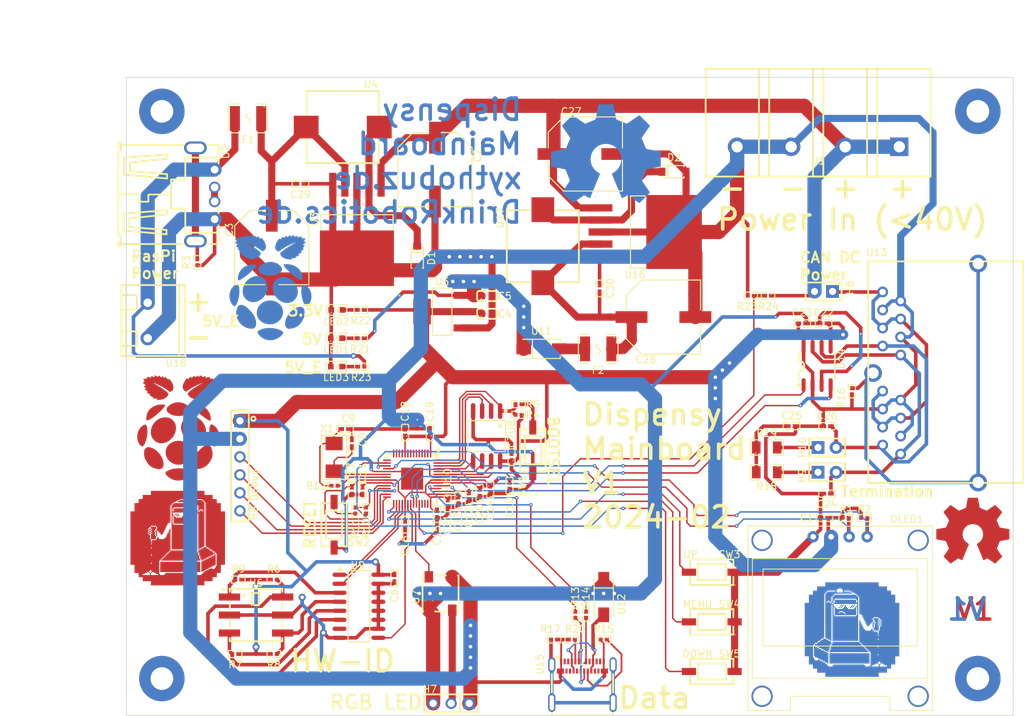
<source format=kicad_pcb>
(kicad_pcb (version 20221018) (generator pcbnew)
  (title_block (title "Dispensy Mainboard") (date "2024-03-04") (rev "1") (company "DrinkRobotics") (comment 1 "https://git.xythobuz.de/thomas/Dispensy") (comment 2 "Licensed under the CERN-OHL-S-2.0+") (comment 3 "PCB Thickness: 1mm") (comment 4 "Copyright (c) 2023 - 2024 Thomas Buck <thomas@xythobuz.de>"))
  (layers (0 "F.Cu" signal) (31 "B.Cu" signal) (34 "B.Paste" user) (35 "F.Paste" user) (36 "B.SilkS" user "B.Silkscreen") (37 "F.SilkS" user "F.Silkscreen") (38 "B.Mask" user) (39 "F.Mask" user) (44 "Edge.Cuts" user))
  (net 0 "")
  (net 1 "GND")
  (net 2 "+3.3V")
  (net 3 "+VDC")
  (net 4 "/EXT_PSU/Vout")
  (net 5 "+5V")
  (net 6 "Net-(U10-XIN)")
  (net 7 "Net-(X1-OSC2)")
  (net 8 "+1V1")
  (net 9 "Net-(U14-CANH)")
  (net 10 "Net-(C25-Pad1)")
  (net 11 "Net-(U14-CANL)")
  (net 12 "/PI/PI_PSU/Vout")
  (net 13 "Net-(U3-OUT)")
  (net 14 "Net-(U16-OUT)")
  (net 15 "/PI/ADC0")
  (net 16 "/PI/ADC1")
  (net 17 "/PI/ADC2")
  (net 18 "/PI/ADC3")
  (net 19 "/PI/IO0")
  (net 20 "/PI/IO1")
  (net 21 "/PI/IO2")
  (net 22 "/PI/IO3")
  (net 23 "/PI/IO4")
  (net 24 "/PI/IO5")
  (net 25 "/PI/IO6")
  (net 26 "/PI/IO7")
  (net 27 "/PI/IO8")
  (net 28 "/PI/IO9")
  (net 29 "/PI/IO10")
  (net 30 "/PI/IO11")
  (net 31 "/PI/IO12")
  (net 32 "/PI/IO13")
  (net 33 "/PI/IO14")
  (net 34 "/PI/IO15")
  (net 35 "/PI/Debug_Clock")
  (net 36 "/PI/Debug_Data")
  (net 37 "/PI/Debug_Tx")
  (net 38 "/PI/Debug_Rx")
  (net 39 "Net-(U7-DO)")
  (net 40 "Net-(H8-Pad1)")
  (net 41 "Net-(H9-Pad1)")
  (net 42 "Net-(H10-Pad1)")
  (net 43 "/PI/I2C_SCL")
  (net 44 "/PI/I2C_SDA")
  (net 45 "Net-(U2-SH1)")
  (net 46 "/PI/SPI_FLASH.SS")
  (net 47 "Net-(R5-Pad1)")
  (net 48 "Net-(U9-D7)")
  (net 49 "Net-(U9-D6)")
  (net 50 "Net-(U9-D5)")
  (net 51 "Net-(U9-D4)")
  (net 52 "Net-(U10-RUN)")
  (net 53 "Net-(R11-Pad2)")
  (net 54 "Net-(U10-XOUT)")
  (net 55 "/PI/USBC.DP")
  (net 56 "Net-(U10-USB_DP)")
  (net 57 "/PI/USBC.DM")
  (net 58 "Net-(U10-USB_DM)")
  (net 59 "Net-(U15-CC2)")
  (net 60 "Net-(R16-Pad1)")
  (net 61 "/PI/USBC.SHIELD")
  (net 62 "Net-(U15-CC1)")
  (net 63 "Net-(U2-D+)")
  (net 64 "/PI/LED_Din")
  (net 65 "/PI/SPI_FLASH.SD1")
  (net 66 "/PI/SPI_FLASH.SD2")
  (net 67 "/PI/SPI_FLASH.SD0")
  (net 68 "/PI/SPI_FLASH.SCLK")
  (net 69 "/PI/SPI_FLASH.SD3")
  (net 70 "/PI/SR_Load")
  (net 71 "/PI/SR_Clock")
  (net 73 "/PI/SR_Data")
  (net 74 "Net-(U10-GPIO24)")
  (net 75 "Net-(U10-GPIO25)")
  (net 76 "/PI/USBC.VBUS")
  (net 87 "Net-(U2-VCC)")
  (net 88 "Net-(U11-A)")
  (net 89 "Net-(LED1-+)")
  (net 90 "Net-(LED2-+)")
  (net 91 "Net-(LED3-+)")
  (footprint "jlc_footprints:HDR-TH_3P-P2.54-V-F" (layer "F.Cu") (at 139.275082 136 180)
    (fp_text reference "H7")
    (fp_text value "WS2812")
  )
  (footprint "jlc_footprints:C0402" (layer "F.Cu") (at 140.275082 107.34763 -90)
    (fp_text reference "C13")
    (fp_text value "1uF")
  )
  (footprint "jlc_footprints:LED0603-RD" (layer "F.Cu") (at 123.101981 88.506858)
    (fp_text reference "LED3")
    (fp_text value "FC-D1608HGK-572C")
  )
  (footprint "jlc_footprints:SW-SMD_L6.1-W3.6-LS6.6" (layer "F.Cu") (at 176 124.5 180)
    (fp_text reference "SW4")
    (fp_text value "MENU")
  )
  (footprint "jlc_footprints:R1206" (layer "F.Cu") (at 183.754966 99.907765)
    (fp_text reference "R19")
    (fp_text value "60R4")
  )
  (footprint "jlc_footprints:TO-263-5_L10.6-W9.6-P1.70-LS15.9-BR" (layer "F.Cu") (at 125.990456 68.034258 90)
    (fp_text reference "U3")
    (fp_text value "LM2576S-5_0_TR")
  )
  (footprint "jlc_footprints:R0402" (layer "F.Cu") (at 127.275082 108.802545 -90)
    (fp_text reference "R10")
    (fp_text value "10K")
  )
  (footprint "jlc_footprints:CAP-SMD_BD10.0-L10.3-W10.3-FD" (layer "F.Cu") (at 158.190482 58.51762)
    (fp_text reference "C27")
    (fp_text value "100uF")
  )
  (footprint "jlc_footprints:CONN-TH_4P-P7.62_L15.2-W31.7-EX4.2" (layer "F.Cu") (at 191 57.5 180)
    (fp_text reference "U1")
    (fp_text value "DBT50G-7_62-4P")
  )
  (footprint "jlc_footprints:R0402" (layer "F.Cu") (at 158.275082 123.5 -90)
    (fp_text reference "R14")
    (fp_text value "27R4")
  )
  (footprint "jlc_footprints:RJ45-TH_DS1129-05-S80BP-X" (layer "F.Cu") (at 206.140469 89.407765 90)
    (fp_text reference "U13")
    (fp_text value "CAN_IO")
  )
  (footprint "jlc_footprints:SOD-123_L2.8-W1.8-LS3.7-RD" (layer "F.Cu") (at 170.690482 61.01762)
    (fp_text reference "D2")
    (fp_text value "MBR340F")
  )
  (footprint "jlc_footprints:C0402" (layer "F.Cu") (at 188.754966 82.407765 180)
    (fp_text reference "C23")
    (fp_text value "47nF")
  )
  (footprint "jlc_footprints:SW-SMD_L6.1-W3.6-LS6.6" (layer "F.Cu") (at 176 117.5 180)
    (fp_text reference "SW3")
    (fp_text value "UP")
  )
  (footprint "jlc_footprints:F1812" (layer "F.Cu") (at 110.646558 53.5 180)
    (fp_text reference "F1")
    (fp_text value "ASMD1812-350-16V")
  )
  (footprint "jlc_footprints:C0402" (layer "F.Cu") (at 126.775082 106 -90)
    (fp_text reference "C11")
    (fp_text value "100nF")
  )
  (footprint "jlc_footprints:CAP-SMD_BD10.0-L10.3-W10.3-FD" (layer "F.Cu") (at 136.990456 60.717646 -90)
    (fp_text reference "C2")
    (fp_text value "100uF")
  )
  (footprint "jlc_footprints:R0402" (layer "F.Cu") (at 114.275082 118.53813)
    (fp_text reference "R6")
    (fp_text value "10K")
  )
  (footprint "jlc_footprints:C0402" (layer "F.Cu") (at 191.874904 109.82738 180)
    (fp_text reference "C1")
    (fp_text value "100nF")
  )
  (footprint "jlc_footprints:R0402" (layer "F.Cu") (at 156.775082 123.5 -90)
    (fp_text reference "R13")
    (fp_text value "27R4")
  )
  (footprint "jlc_footprints:C0402" (layer "F.Cu") (at 138.775082 107.802545 -90)
    (fp_text reference "C21")
    (fp_text value "100nF")
  )
  (footprint "jlc_footprints:C0402" (layer "F.Cu") (at 192.254966 96.907765)
    (fp_text reference "C26")
    (fp_text value "100pF")
  )
  (footprint "jlc_footprints:HDR-TH_6P-P2.54-V-F" (layer "F.Cu") (at 109.5 102.5 -90)
    (fp_text reference "H6")
    (fp_text value "Debug")
  )
  (footprint "jlc_footprints:C0402" (layer "F.Cu") (at 132.775082 110.802545 -90)
    (fp_text reference "C16")
    (fp_text value "100nF")
  )
  (footprint "jlc_footprints:R0402" (layer "F.Cu") (at 126.601981 88.506858 180)
    (fp_text reference "R23")
    (fp_text value "1K")
  )
  (footprint "jlc_footprints:SOT-223-4_L6.5-W3.5-P2.30-LS7.0-BR" (layer "F.Cu") (at 138 80.75)
    (fp_text reference "U5")
    (fp_text value "AMS1117-3_3_C347222")
  )
  (footprint "jlc_footprints:SOIC-8_L5.0-W4.0-P1.27-LS6.0-BL" (layer "F.Cu") (at 190.849962 88.407765)
    (fp_text reference "U14")
    (fp_text value "TJA1042T_3_1J")
  )
  (footprint "jlc_footprints:CONN-TH_XY300V-A-5.0-2P" (layer "F.Cu") (at 96.5 82 90)
    (fp_text reference "U18")
    (fp_text value "XY300V-A-5_0-2P")
  )
  (footprint "jlc_footprints:LED-SMD_4P-L5.0-W5.0-LS5.4-TL-1" (layer "F.Cu") (at 137.775082 120.5 90)
    (fp_text reference "U7")
    (fp_text value "WS2812E-V5")
  )
  (footprint "MountingHole:MountingHole_3.2mm_M3_Pad_TopBottom" (layer "F.Cu") (at 213.5 52.5)
    (fp_text reference "H12" hide)
    (fp_text value "MountingHole" hide)
  )
  (footprint "jlc_footprints:R0402" (layer "F.Cu") (at 103.490456 73.784829 90)
    (fp_text reference "R3")
    (fp_text value "1M")
  )
  (footprint "jlc_footprints:LED0603-RD" (layer "F.Cu") (at 123.169164 80.503429)
    (fp_text reference "LED2")
    (fp_text value "FC-D1608HGK-572C")
  )
  (footprint "jlc_footprints:C0402" (layer "F.Cu") (at 147.775082 101.25746 90)
    (fp_text reference "C7")
    (fp_text value "100nF")
  )
  (footprint "jlc_footprints:C0402" (layer "F.Cu") (at 124.320167 97.302545 180)
    (fp_text reference "C9")
    (fp_text value "27p")
  )
  (footprint "jlc_footprints:HDR-TH_2P-P2.54-V-M-1" (layer "F.Cu") (at 191.754966 77.907765 180)
    (fp_text reference "H8")
    (fp_text value "PWR")
  )
  (footprint "jlc_footprints:R0402" (layer "F.Cu") (at 194.874904 109.82738 180)
    (fp_text reference "R1")
    (fp_text value "10K")
  )
  (footprint "jlc_footprints:R0402" (layer "F.Cu") (at 156.275082 127 180)
    (fp_text reference "R20")
    (fp_text value "5K1")
  )
  (footprint "jlc_footprints:C0402" (layer "F.Cu") (at 132.775082 97.802545 90)
    (fp_text reference "C18")
    (fp_text value "100nF")
  )
  (footprint "jlc_footprints:USB-C-SMD_TYPE-C-USB-18" (layer "F.Cu") (at 157.775082 133)
    (fp_text reference "U15")
    (fp_text value "USB-C")
  )
  (footprint "jlc_footprints:C0402" (layer "F.Cu") (at 141.775082 106.802545 -90)
    (fp_text reference "C12")
    (fp_text value "1uF")
  )
  (footprint "jlc_footprints:OSC-SMD_2P-L5.0-W3.2" (layer "F.Cu") (at 122.775082 101.302545 90)
    (fp_text reference "X1")
    (fp_text value "12MHz")
  )
  (footprint "jlc_footprints:SW-SMD_L6.1-W3.6-LS6.6" (layer "F.Cu") (at 150.775082 100.302545 -90)
    (fp_text reference "SW1")
    (fp_text value "BOOTSEL")
  )
  (footprint "MountingHole:MountingHole_3.2mm_M3_Pad_TopBottom" (layer "F.Cu") (at 98.5 52.5)
    (fp_text reference "H11" hide)
    (fp_text value "MountingHole" hide)
  )
  (footprint "jlc_footprints:TO-263-5_L10.6-W9.6-P1.70-LS15.9-BR" (layer "F.Cu") (at 165.507094 69.51762 180)
    (fp_text reference "U16")
    (fp_text value "LM2576S-5_0_TR")
  )
  (footprint "jlc_footprints:R0402" (layer "F.Cu") (at 183.932817 78.5 180)
    (fp_text reference "R24")
    (fp_text value "147K")
  )
  (footprint "jlc_footprints:R0402" (layer "F.Cu") (at 125.775082 108.802545 -90)
    (fp_text reference "R11")
    (fp_text value "1K")
  )
  (footprint "jlc_footprints:R0402" (layer "F.Cu") (at 122.842265 105.302545)
    (fp_text reference "R12")
    (fp_text value "1K")
  )
  (footprint "jlc_footprints:SW-SMD_L6.1-W3.6-LS6.6" (layer "F.Cu") (at 122.775082 110.802545 -90)
    (fp_text reference "SW2")
    (fp_text value "RESET")
  )
  (footprint "jlc_footprints:R0402" (layer "F.Cu") (at 153.775082 127)
    (fp_text reference "R17")
    (fp_text value "1M")
  )
  (footprint "jlc_footprints:R0402" (layer "F.Cu") (at 148.775082 95.302545 180)
    (fp_text reference "R4")
    (fp_text value "10K")
  )
  (footprint "jlc_footprints:R0402" (layer "F.Cu") (at 160.775082 127 180)
    (fp_text reference "R15")
    (fp_text value "5K1")
  )
  (footprint "jlc_footprints:C0402" (layer "F.Cu") (at 143.275082 106.302545 -90)
    (fp_text reference "C20")
    (fp_text value "100nF")
  )
  (footprint "jlc_footprints:SOIC-8_L5.3-W5.3-P1.27-LS8.0-BL" (layer "F.Cu") (at 144.275082 98.302545 180)
    (fp_text reference "U8")
    (fp_text value "W25Q128JVSIQ")
  )
  (footprint "jlc_footprints:C0402" (layer "F.Cu") (at 192.254966 106.407765 180)
    (fp_text reference "C24")
    (fp_text value "100pF")
  )
  (footprint "jlc_footprints:R0402" (layer "F.Cu") (at 126.534798 80.503429 180)
    (fp_text reference "R22")
    (fp_text value "1K")
  )
  (footprint "jlc_footprints:LED0603-RD" (layer "F.Cu") (at 123.101981 84.503429)
    (fp_text reference "LED1")
    (fp_text value "FC-D1608HGK-572C")
  )
  (footprint "jlc_footprints:SMA_L4.4-W2.8-LS5.4-R-RD" (layer "F.Cu") (at 152 86)
    (fp_text reference "U11")
    (fp_text value "SS54_C22452")
  )
  (footprint "jlc_footprints:F1812" (layer "F.Cu") (at 160 86 180)
    (fp_text reference "F2")
    (fp_text value "ASMD1812-350-16V")
  )
  (footprint "MountingHole:MountingHole_3.2mm_M3_Pad_TopBottom" (layer "F.Cu") (at 213.5 132.5)
    (fp_text reference "H14" hide)
    (fp_text value "MountingHole" hide)
  )
  (footprint "jlc_footprints:CAP-SMD_BD10.0-L10.3-W10.3-LS11.3-FD" (layer "F.Cu") (at 113.990456 71.717646 -90)
    (fp_text reference "C3")
    (fp_text value "1000uF")
  )
  (footprint "jlc_footprints:CAP-SMD_BD10.0-L10.3-W10.3-LS11.3-FD" (layer "F.Cu") (at 169.190482 81.51762)
    (fp_text reference "C28")
    (fp_text value "1000uF")
  )
  (footprint "jlc_footprints:C0402" (layer "F.Cu") (at 147.5 105.302545 -90)
    (fp_text reference "C10")
    (fp_text value "100nF")
  )
  (footprint "jlc_footprints:C0603" (layer "F.Cu") (at 144.3349 78.549975)
    (fp_text reference "C5")
    (fp_text value "10uF")
  )
  (footprint "jlc_footprints:C0402" (layer "F.Cu") (at 136.275082 97.802545 90)
    (fp_text reference "C19")
    (fp_text value "100nF")
  )
  (footprint "jlc_footprints:R0402" (layer "F.Cu") (at 181.5 78.5 180)
    (fp_text reference "R25")
    (fp_text value "10K")
  )
  (footprint "jlc_footprints:C0402" (layer "F.Cu") (at 137.275082 109.302545 -90)
    (fp_text reference "C15")
    (fp_text value "100nF")
  )
  (footprint "jlc_footprints:R0402" (layer "F.Cu") (at 195.754966 91.974948 -90)
    (fp_text reference "R16")
    (fp_text value "1M")
  )
  (footprint "jlc_footprints:SMA_L4.4-W2.8-LS5.4-R-RD" (layer "F.Cu") (at 160.775082 121 -90)
    (fp_text reference "U12")
    (fp_text value "SS54_C22452")
  )
  (footprint "jlc_footprints:R0402" (layer "F.Cu") (at 148.775082 93.802545 180)
    (fp_text reference "R5")
    (fp_text value "1K")
  )
  (footprint "jlc_footprints:SW-SMD_SM_SKCR-16S" (layer "F.Cu") (at 111.775082 123.53813 90)
    (fp_text reference "U6")
    (fp_text value "SKCR-16S")
  )
  (footprint "jlc_footprints:C0603" (layer "F.Cu") (at 144.3349 81.049975)
    (fp_text reference "C4")
    (fp_text value "10uF")
  )
  (footprint "jlc_footprints:C0402" (layer "F.Cu") (at 187.254966 96.907765)
    (fp_text reference "C25")
    (fp_text value "4.7nF")
  )
  (footprint "jlc_footprints:C0402" (layer "F.Cu") (at 144.775082 105.84763 -90)
    (fp_text reference "C14")
    (fp_text value "100nF")
  )
  (footprint "jlc_footprints:R1206" (layer "F.Cu") (at 183.754966 103.407765 180)
    (fp_text reference "R18")
    (fp_text value "60R4")
  )
  (footprint "jlc_footprints:USB-A-TH_USB-302-T" (layer "F.Cu") (at 104.581769 64.217646 -90)
    (fp_text reference "U2")
    (fp_text value "USB-A")
  )
  (footprint "jlc_footprints:C0402" (layer "F.Cu") (at 131.275082 118.34763 90)
    (fp_text reference "C6")
    (fp_text value "100nF")
  )
  (footprint "jlc_footprints:SOIC-16_L9.9-W3.9-P1.27-LS6.0-BL" (layer "F.Cu") (at 126.275082 122.302545 -90)
    (fp_text reference "U9")
    (fp_text value "74HC165D,653")
  )
  (footprint "jlc_footprints:R0402" (layer "F.Cu") (at 197.5 109.845 180)
    (fp_text reference "R2")
    (fp_text value "10K")
  )
  (footprint "MountingHole:MountingHole_3.2mm_M3_Pad_TopBottom" (layer "F.Cu") (at 98.5 132.5)
    (fp_text reference "H13" hide)
    (fp_text value "MountingHole" hide)
  )
  (footprint "jlc_footprints:SOD-123_L2.8-W1.8-LS3.7-RD" (layer "F.Cu") (at 134.490456 73.217646 -90)
    (fp_text reference "D1")
    (fp_text value "MBR340F")
  )
  (footprint "jlc_footprints:SW-SMD_L6.1-W3.6-LS6.6" (layer "F.Cu") (at 176 131.5 180)
    (fp_text reference "SW5")
    (fp_text value "DOWN")
  )
  (footprint "jlc_footprints:IND-SMD_L11.5-W10.0_YSPI1050" (layer "F.Cu") (at 152.190482 71.51762 -90)
    (fp_text reference "U17")
    (fp_text value "100uH")
  )
  (footprint "jlc_footprints:LQFN-56_L7.0-W7.0-P0.4-EP" (layer "F.Cu") (at 133.774955 104.302545 -90)
    (fp_text reference "U10")
    (fp_text value "RP2040")
  )
  (footprint "jlc_footprints:IND-SMD_L11.5-W10.0_YSPI1050" (layer "F.Cu") (at 123.990456 54.717646 180)
    (fp_text reference "U4")
    (fp_text value "100uH")
  )
  (footprint "jlc_footprints:R0402" (layer "F.Cu") (at 114.275082 129.03813)
    (fp_text reference "R8")
    (fp_text value "10K")
  )
  (footprint "jlc_footprints:R0402" (layer "F.Cu") (at 126.534798 84.503429 180)
    (fp_text reference "R21")
    (fp_text value "1K")
  )
  (footprint "jlc_footprints:C0402" (layer "F.Cu") (at 125.275082 99.302545 -90)
    (fp_text reference "C8")
    (fp_text value "27p")
  )
  (footprint "jlc_footprints:C0402" (layer "F.Cu") (at 118.035541 62.717646 180)
    (fp_text reference "C29")
    (fp_text value "100nF")
  )
  (footprint "jlc_footprints:R0402" (layer "F.Cu") (at 109.275082 118.53813 180)
    (fp_text reference "R9")
    (fp_text value "10K")
  )
  (footprint "extern:SSD1306_0.96_Oled" (layer "F.Cu") (at 181.095 137)
    (fp_text reference "OLED1")
    (fp_text value "SSD1306")
  )
  (footprint "jlc_footprints:C0402" (layer "F.Cu") (at 191.754966 82.407765)
    (fp_text reference "C22")
    (fp_text value "100nF")
  )
  (footprint "jlc_footprints:C0402" (layer "F.Cu") (at 125.275082 106 -90)
    (fp_text reference "C17")
    (fp_text value "100nF")
  )
  (footprint "jlc_footprints:HDR-TH_2P-P2.54-V-M-1" (layer "F.Cu") (at 192.254966 99.907765)
    (fp_text reference "H10")
    (fp_text value "T_CL")
  )
  (footprint "jlc_footprints:R0402" (layer "F.Cu") (at 108.842265 129.03813 180)
    (fp_text reference "R7")
    (fp_text value "10K")
  )
  (footprint "jlc_footprints:HDR-TH_2P-P2.54-V-M-1" (layer "F.Cu") (at 192.254966 103.407765)
    (fp_text reference "H9")
    (fp_text value "T_CH")
  )
  (footprint "jlc_footprints:C0402" (layer "F.Cu") (at 160.190482 77.472535 -90)
    (fp_text reference "C30")
    (fp_text value "100nF")
  )
  (gr_poly (pts (xy 100.959076 98.965501) (xy 101.058024 98.972942) (xy 101.156506 98.985345) (xy 101.254291 99.002708) (xy 101.351145 99.025032) (xy 101.446837 99.052317) (xy 101.541134 99.084563) (xy 101.633802 99.12177) (xy 101.724611 99.163938) (xy 101.813326 99.211067) (xy 101.899717 99.263157) (xy 101.983549 99.320208) (xy 102.06459 99.38222) (xy 102.142609 99.449192) (xy 102.217372 99.521126) (xy 102.288647 99.598021) (xy 102.346164 99.66342) (xy 102.399661 99.730545) (xy 102.449146 99.799258) (xy 102.494629 99.869425) (xy 102.53612 99.94091) (xy 102.573629 100.013576) (xy 102.607166 100.08729) (xy 102.636739 100.161914) (xy 102.662359 100.237313) (xy 102.684036 100.313351) (xy 102.701779 100.389894) (xy 102.715598 100.466805) (xy 102.725502 100.543948) (xy 102.731501 100.621188) (xy 102.733605 100.698389) (xy 102.731824 100.775416) (xy 102.726167 100.852133) (xy 102.716644 100.928405) (xy 102.703265 101.004094) (xy 102.686039 101.079067) (xy 102.664976 101.153188) (xy 102.640085 101.226319) (xy 102.611377 101.298327) (xy 102.578862 101.369076) (xy 102.542548 101.438429) (xy 102.502445 101.506251) (xy 102.458564 101.572406) (xy 102.410913 101.63676) (xy 102.359503 101.699175) (xy 102.304343 101.759517) (xy 102.245443 101.81765) (xy 102.182813 101.873438) (xy 102.117106 101.926455) (xy 102.049074 101.976352) (xy 101.978872 102.023109) (xy 101.906654 102.066708) (xy 101.832576 102.107129) (xy 101.756793 102.144352) (xy 101.60073 102.209128) (xy 101.439706 102.260882) (xy 101.274962 102.299459) (xy 101.107737 102.324703) (xy 100.939271 102.336459) (xy 100.770806 102.334573) (xy 100.603581 102.318889) (xy 100.438837 102.289253) (xy 100.357782 102.269154) (xy 100.277813 102.245509) (xy 100.199084 102.218298) (xy 100.12175 102.187502) (xy 100.045967 102.153102) (xy 99.971889 102.115078) (xy 99.899671 102.07341) (xy 99.829468 102.02808) (xy 99.761436 101.979069) (xy 99.69573 101.926355) (xy 99.600232 101.845727) (xy 99.512175 101.762541) (xy 99.43156 101.676719) (xy 99.358386 101.588185) (xy 99.32459 101.542876) (xy 99.292654 101.49686) (xy 99.262578 101.450126) (xy 99.234363 101.402666) (xy 99.208008 101.35447) (xy 99.183513 101.305528) (xy 99.160879 101.255829) (xy 99.140105 101.205366) (xy 99.121191 101.154127) (xy 99.104138 101.102103) (xy 99.088945 101.049285) (xy 99.075613 100.995663) (xy 99.064141 100.941226) (xy 99.054529 100.885966) (xy 99.046777 100.829873) (xy 99.040886 100.772937) (xy 99.034685 100.656497) (xy 99.035925 100.536569) (xy 99.044607 100.413075) (xy 99.06073 100.285938) (xy 99.076538 100.222371) (xy 99.094177 100.160636) (xy 99.113619 100.100702) (xy 99.134834 100.042542) (xy 99.157793 99.986126) (xy 99.182467 99.931425) (xy 99.208826 99.87841) (xy 99.236843 99.827052) (xy 99.266488 99.777321) (xy 99.297731 99.729189) (xy 99.330544 99.682627) (xy 99.364897 99.637606) (xy 99.43811 99.552068) (xy 99.517136 99.472345) (xy 99.601743 99.398202) (xy 99.691699 99.329408) (xy 99.786771 99.265729) (xy 99.886726 99.206934) (xy 99.991332 99.15279) (xy 100.100356 99.103065) (xy 100.213566 99.057525) (xy 100.330729 99.015938) (xy 100.360508 99.015344) (xy 100.390364 99.013664) (xy 100.420375 99.011055) (xy 100.450619 99.00767) (xy 100.512114 98.999195) (xy 100.575469 98.989479) (xy 100.641305 98.979764) (xy 100.710241 98.971289) (xy 100.746066 98.967904) (xy 100.782898 98.965294) (xy 100.820816 98.963615) (xy 100.859896 98.963021)) (fill solid) (layer "F.Cu"))
  (gr_poly (pts (xy 102.763514 95.517533) (xy 102.850607 95.523181) (xy 102.938426 95.533876) (xy 103.026827 95.549726) (xy 103.115663 95.570837) (xy 103.20479 95.597317) (xy 103.294063 95.629271) (xy 103.372653 95.66057) (xy 103.449635 95.694874) (xy 103.52495 95.732084) (xy 103.59854 95.772104) (xy 103.670348 95.814838) (xy 103.740315 95.860187) (xy 103.808382 95.908056) (xy 103.874492 95.958346) (xy 103.938587 96.010963) (xy 104.000609 96.065808) (xy 104.060498 96.122784) (xy 104.118198 96.181795) (xy 104.17365 96.242745) (xy 104.226796 96.305535) (xy 104.277578 96.370069) (xy 104.325937 96.43625) (xy 104.371816 96.503982) (xy 104.415157 96.573167) (xy 104.4559 96.643709) (xy 104.493989 96.71551) (xy 104.529365 96.788474) (xy 104.561969 96.862503) (xy 104.591744 96.937502) (xy 104.618632 97.013373) (xy 104.642575 97.090019) (xy 104.663513 97.167343) (xy 104.68139 97.245248) (xy 104.696147 97.323638) (xy 104.707726 97.402415) (xy 104.716068 97.481484) (xy 104.721116 97.560745) (xy 104.722812 97.640104) (xy 104.720047 97.743026) (xy 104.711856 97.843361) (xy 104.698395 97.941002) (xy 104.679817 98.035842) (xy 104.656278 98.127776) (xy 104.627934 98.216697) (xy 104.594939 98.302498) (xy 104.557447 98.385072) (xy 104.515615 98.464313) (xy 104.469598 98.540114) (xy 104.419549 98.612369) (xy 104.365625 98.680971) (xy 104.30798 98.745813) (xy 104.246769 98.80679) (xy 104.182148 98.863794) (xy 104.114271 98.916719) (xy 104.043293 98.965458) (xy 103.96937 99.009904) (xy 103.892656 99.049952) (xy 103.813307 99.085494) (xy 103.731478 99.116424) (xy 103.647323 99.142635) (xy 103.560997 99.164021) (xy 103.472656 99.180475) (xy 103.382455 99.191891) (xy 103.290549 99.198161) (xy 103.197092 99.19918) (xy 103.10224 99.194841) (xy 103.006147 99.185037) (xy 102.90897 99.169662) (xy 102.810862 99.148608) (xy 102.711979 99.121771) (xy 102.623475 99.09001) (xy 102.536628 99.054346) (xy 102.451545 99.014902) (xy 102.368331 98.971805) (xy 102.287094 98.925182) (xy 102.20794 98.875157) (xy 102.130977 98.821858) (xy 102.056309 98.76541) (xy 101.984044 98.705938) (xy 101.914289 98.643569) (xy 101.84715 98.57843) (xy 101.782734 98.510645) (xy 101.721147 98.440341) (xy 101.662496 98.367643) (xy 101.606887 98.292678) (xy 101.554427 98.215572) (xy 101.505223 98.136451) (xy 101.459381 98.05544) (xy 101.417008 97.972666) (xy 101.378211 97.888254) (xy 101.343095 97.802331) (xy 101.311768 97.715022) (xy 101.284336 97.626453) (xy 101.260905 97.536751) (xy 101.241583 97.446041) (xy 101.226476 97.354449) (xy 101.21569 97.262102) (xy 101.209332 97.169125) (xy 101.207509 97.075644) (xy 101.210327 96.981785) (xy 101.217893 96.887674) (xy 101.230313 96.793437) (xy 101.247497 96.705243) (xy 101.269187 96.619327) (xy 101.295236 96.535793) (xy 101.325501 96.45475) (xy 101.359835 96.376304) (xy 101.398094 96.300561) (xy 101.440131 96.227627) (xy 101.485801 96.157611) (xy 101.53496 96.090617) (xy 101.587462 96.026753) (xy 101.643161 95.966125) (xy 101.701912 95.90884) (xy 101.76357 95.855005) (xy 101.82799 95.804725) (xy 101.895026 95.758108) (xy 101.964532 95.71526) (xy 102.036364 95.676288) (xy 102.110376 95.641298) (xy 102.186423 95.610398) (xy 102.264359 95.583692) (xy 102.344039 95.561289) (xy 102.425318 95.543294) (xy 102.50805 95.529815) (xy 102.592091 95.520957) (xy 102.677294 95.516828)) (fill solid) (layer "F.Cu"))
  (gr_poly (pts (xy 102.319122 109.278461) (xy 102.325662 109.346004) (xy 102.393206 109.352544) (xy 102.46075 109.359083) (xy 102.467289 109.426627) (xy 102.473829 109.494171) (xy 102.541373 109.50071) (xy 102.608916 109.50725) (xy 102.615549 109.576042) (xy 102.622181 109.644833) (xy 102.471333 109.644833) (xy 102.471333 109.496667) (xy 102.323167 109.496667) (xy 102.323167 109.644833) (xy 102.174999 109.644833) (xy 102.174999 109.496667) (xy 102.024151 109.496667) (xy 102.030784 109.427875) (xy 102.037416 109.359083) (xy 102.10496 109.352544) (xy 102.146727 109.3485) (xy 102.174999 109.3485) (xy 102.174999 109.496667) (xy 102.323167 109.496667) (xy 102.323167 109.3485) (xy 102.174999 109.3485) (xy 102.146727 109.3485) (xy 102.172504 109.346004) (xy 102.179043 109.278461) (xy 102.185583 109.210917) (xy 102.312583 109.210917)) (fill solid) (layer "F.Cu"))
  (gr_poly (pts (xy 98.573524 93.846511) (xy 98.699408 93.853462) (xy 98.826532 93.865683) (xy 98.954896 93.883021) (xy 98.954591 93.89775) (xy 98.953695 93.912179) (xy 98.952236 93.926317) (xy 98.950245 93.940175) (xy 98.94478 93.967085) (xy 98.937533 93.992988) (xy 98.928735 94.017961) (xy 98.918619 94.042081) (xy 98.907418 94.065426) (xy 98.895365 94.088073) (xy 98.882691 94.1101) (xy 98.86963 94.131584) (xy 98.843275 94.173236) (xy 98.81816 94.213647) (xy 98.806649 94.233581) (xy 98.796146 94.253437) (xy 98.725491 94.34152) (xy 98.652589 94.427277) (xy 98.577671 94.510863) (xy 98.50097 94.592435) (xy 98.422719 94.672145) (xy 98.34315 94.750151) (xy 98.18099 94.901666) (xy 98.016348 95.048221) (xy 97.851087 95.191054) (xy 97.526146 95.470521) (xy 97.426927 95.547518) (xy 97.327708 95.620175) (xy 97.228489 95.689112) (xy 97.129271 95.754948) (xy 97.030052 95.818303) (xy 96.930833 95.879798) (xy 96.732396 95.999687) (xy 96.693923 96.010165) (xy 96.657775 96.021495) (xy 96.623798 96.03329) (xy 96.591836 96.045163) (xy 96.533338 96.06759) (xy 96.506493 96.07737) (xy 96.481042 96.085677) (xy 96.456832 96.092124) (xy 96.433706 96.096323) (xy 96.422502 96.097458) (xy 96.411511 96.097886) (xy 96.400714 96.097558) (xy 96.390091 96.096426) (xy 96.379624 96.094441) (xy 96.369292 96.091556) (xy 96.359076 96.08772) (xy 96.348957 96.082887) (xy 96.338916 96.077007) (xy 96.328932 96.070032) (xy 96.318988 96.061914) (xy 96.309063 96.052604) (xy 96.302267 95.924279) (xy 96.301828 95.797426) (xy 96.3079 95.672279) (xy 96.320638 95.549069) (xy 96.340198 95.42803) (xy 96.366734 95.309394) (xy 96.400401 95.193393) (xy 96.441354 95.08026) (xy 96.489749 94.970228) (xy 96.545741 94.863529) (xy 96.609484 94.760396) (xy 96.681133 94.661061) (xy 96.760844 94.565757) (xy 96.848771 94.474716) (xy 96.94507 94.388171) (xy 97.049896 94.306354) (xy 97.159657 94.230674) (xy 97.270658 94.16228) (xy 97.382899 94.101018) (xy 97.49638 94.046732) (xy 97.611102 93.999267) (xy 97.727064 93.958468) (xy 97.844266 93.924181) (xy 97.962708 93.89625) (xy 98.082391 93.87452) (xy 98.203314 93.858836) (xy 98.325477 93.849043) (xy 98.44888 93.844987)) (fill solid) (layer "F.Cu"))
  (gr_poly (pts (xy 105.529172 96.648433) (xy 105.543167 96.649694) (xy 105.557568 96.652089) (xy 105.572396 96.655627) (xy 105.58767 96.660319) (xy 105.603408 96.666173) (xy 105.619631 96.673199) (xy 105.636358 96.681408) (xy 105.653609 96.690808) (xy 105.671401 96.70141) (xy 105.689756 96.713222) (xy 105.708692 96.726256) (xy 105.728229 96.740521) (xy 105.777215 96.771058) (xy 105.824942 96.803127) (xy 105.871389 96.836707) (xy 105.916538 96.871779) (xy 105.960369 96.908324) (xy 106.002863 96.946322) (xy 106.044001 96.985755) (xy 106.083763 97.026602) (xy 106.122129 97.068844) (xy 106.159081 97.112462) (xy 106.194599 97.157437) (xy 106.228664 97.203748) (xy 106.261255 97.251378) (xy 106.292355 97.300306) (xy 106.321943 97.350513) (xy 106.35 97.401979) (xy 106.376507 97.454686) (xy 106.401444 97.508614) (xy 106.424792 97.563743) (xy 106.446531 97.620054) (xy 106.466643 97.677528) (xy 106.485108 97.736145) (xy 106.501906 97.795886) (xy 106.517018 97.856732) (xy 106.530425 97.918663) (xy 106.542107 97.98166) (xy 106.552045 98.045703) (xy 106.560219 98.110773) (xy 106.566611 98.176851) (xy 106.571201 98.243917) (xy 106.573969 98.311953) (xy 106.574896 98.380937) (xy 106.573035 98.460894) (xy 106.567454 98.541858) (xy 106.558152 98.623597) (xy 106.54513 98.705878) (xy 106.528387 98.78847) (xy 106.507923 98.87114) (xy 106.483738 98.953654) (xy 106.455833 99.035781) (xy 106.424207 99.117287) (xy 106.38886 99.197941) (xy 106.349793 99.27751) (xy 106.307005 99.355761) (xy 106.260496 99.432462) (xy 106.210267 99.50738) (xy 106.156316 99.580282) (xy 106.098646 99.650937) (xy 106.069474 99.678842) (xy 106.055305 99.691399) (xy 106.041388 99.703027) (xy 106.027703 99.713724) (xy 106.014232 99.72349) (xy 106.000954 99.732327) (xy 105.987851 99.740234) (xy 105.974903 99.74721) (xy 105.96209 99.753256) (xy 105.949394 99.758372) (xy 105.936795 99.762558) (xy 105.924273 99.765813) (xy 105.911809 99.768139) (xy 105.899384 99.769534) (xy 105.886979 99.769999) (xy 105.874573 99.769534) (xy 105.862148 99.768139) (xy 105.849685 99.765813) (xy 105.837163 99.762558) (xy 105.824563 99.758372) (xy 105.811867 99.753256) (xy 105.799055 99.74721) (xy 105.786107 99.740234) (xy 105.773003 99.732327) (xy 105.759726 99.72349) (xy 105.746255 99.713724) (xy 105.73257 99.703027) (xy 105.718653 99.691399) (xy 105.704484 99.678842) (xy 105.675313 99.650937) (xy 105.646167 99.610642) (xy 105.618262 99.569185) (xy 105.591597 99.526642) (xy 105.566172 99.483092) (xy 105.541988 99.438611) (xy 105.519043 99.393278) (xy 105.497339 99.34717) (xy 105.476875 99.300364) (xy 105.457652 99.252938) (xy 105.439668 99.204969) (xy 105.422925 99.156536) (xy 105.407422 99.107714) (xy 105.39316 99.058583) (xy 105.380137 99.009219) (xy 105.368355 98.9597) (xy 105.357813 98.910104) (xy 105.329288 98.810278) (xy 105.303243 98.709289) (xy 105.279678 98.607215) (xy 105.258594 98.504134) (xy 105.239991 98.400122) (xy 105.223867 98.295258) (xy 105.210225 98.189618) (xy 105.199063 98.083281) (xy 105.190381 97.976323) (xy 105.18418 97.868824) (xy 105.180459 97.760859) (xy 105.179219 97.652506) (xy 105.180459 97.543843) (xy 105.18418 97.434948) (xy 105.190381 97.325898) (xy 105.199063 97.21677) (xy 105.19967 97.196332) (xy 105.20144 97.174809) (xy 105.204295 97.152355) (xy 105.208158 97.129127) (xy 105.212951 97.105278) (xy 105.218597 97.080964) (xy 105.225017 97.056341) (xy 105.232136 97.031562) (xy 105.239874 97.006783) (xy 105.248156 96.982159) (xy 105.266036 96.933997) (xy 105.285156 96.888315) (xy 105.294988 96.866792) (xy 105.304897 96.846354) (xy 105.324766 96.808539) (xy 105.33475 96.791052) (xy 105.344791 96.774524) (xy 105.35491 96.758964) (xy 105.365126 96.744383) (xy 105.375458 96.730791) (xy 105.385925 96.718196) (xy 105.396548 96.706609) (xy 105.407345 96.69604) (xy 105.418336 96.686498) (xy 105.42954 96.677992) (xy 105.440977 96.670533) (xy 105.452665 96.66413) (xy 105.464625 96.658793) (xy 105.476876 96.654531) (xy 105.489436 96.651355) (xy 105.502326 96.649273) (xy 105.515565 96.648296)) (fill solid) (layer "F.Cu"))
  (gr_poly (pts (xy 99.076865 95.658364) (xy 99.170317 95.66443) (xy 99.261647 95.675573) (xy 99.350729 95.691676) (xy 99.437438 95.712625) (xy 99.521646 95.738302) (xy 99.603229 95.76859) (xy 99.682059 95.803375) (xy 99.758012 95.84254) (xy 99.830962 95.885967) (xy 99.900781 95.933542) (xy 99.967346 95.985147) (xy 100.030528 96.040667) (xy 100.090203 96.099985) (xy 100.146244 96.162985) (xy 100.198526 96.229551) (xy 100.246923 96.299566) (xy 100.291308 96.372914) (xy 100.331556 96.449479) (xy 100.367541 96.529145) (xy 100.399136 96.611795) (xy 100.426216 96.697313) (xy 100.448655 96.785583) (xy 100.466327 96.876488) (xy 100.479105 96.969913) (xy 100.486865 97.06574) (xy 100.489479 97.163854) (xy 100.487325 97.253128) (xy 100.480927 97.342267) (xy 100.470382 97.431134) (xy 100.455786 97.519595) (xy 100.437238 97.607512) (xy 100.414833 97.694752) (xy 100.358841 97.866653) (xy 100.288587 98.034214) (xy 100.204846 98.196349) (xy 100.108391 98.351973) (xy 100 98.5) (xy 99.880447 98.639345) (xy 99.750506 98.768924) (xy 99.610954 98.887651) (xy 99.462565 98.99444) (xy 99.385299 99.043019) (xy 99.306115 99.088207) (xy 99.225109 99.129868) (xy 99.142378 99.167866) (xy 99.05802 99.202066) (xy 98.97213 99.232332) (xy 98.884807 99.258529) (xy 98.796146 99.280521) (xy 98.70718 99.297748) (xy 98.618961 99.309821) (xy 98.531613 99.316855) (xy 98.445263 99.318968) (xy 98.360037 99.316274) (xy 98.276062 99.308891) (xy 98.193462 99.296934) (xy 98.112364 99.28052) (xy 98.032893 99.259766) (xy 97.955177 99.234787) (xy 97.87934 99.205699) (xy 97.805509 99.17262) (xy 97.733809 99.135665) (xy 97.664367 99.09495) (xy 97.597309 99.050593) (xy 97.532761 99.002708) (xy 97.470847 98.951413) (xy 97.411696 98.896823) (xy 97.355431 98.839055) (xy 97.30218 98.778226) (xy 97.252069 98.714451) (xy 97.205222 98.647846) (xy 97.161767 98.578529) (xy 97.121829 98.506614) (xy 97.085535 98.43222) (xy 97.053009 98.355461) (xy 97.024379 98.276454) (xy 96.99977 98.195316) (xy 96.979308 98.112162) (xy 96.963118 98.027109) (xy 96.951328 97.940273) (xy 96.944063 97.851771) (xy 96.941256 97.762496) (xy 96.942693 97.673358) (xy 96.948278 97.58449) (xy 96.957912 97.49603) (xy 96.9715 97.408112) (xy 96.988944 97.320873) (xy 97.035013 97.148971) (xy 97.095345 96.98141) (xy 97.169165 96.819275) (xy 97.255697 96.663652) (xy 97.354167 96.515625) (xy 97.463798 96.376279) (xy 97.583817 96.2467) (xy 97.713447 96.127974) (xy 97.851914 96.021184) (xy 97.924219 95.972605) (xy 97.998443 95.927418) (xy 98.074488 95.885757) (xy 98.152258 95.847758) (xy 98.231655 95.813558) (xy 98.312584 95.783292) (xy 98.394946 95.757095) (xy 98.478646 95.735104) (xy 98.582185 95.708264) (xy 98.684357 95.6872) (xy 98.785037 95.671794) (xy 98.884099 95.66193) (xy 98.981417 95.657492)) (fill solid) (layer "F.Cu"))
  (gr_poly (pts (xy 96.644546 99.865292) (xy 96.69059 99.868238) (xy 96.738184 99.873354) (xy 96.787328 99.88064) (xy 96.838023 99.890097) (xy 96.890268 99.901724) (xy 96.944063 99.915522) (xy 97.028221 99.942624) (xy 97.111934 99.974213) (xy 97.195065 100.010123) (xy 97.277479 100.05019) (xy 97.359041 100.094249) (xy 97.439614 100.142135) (xy 97.519063 100.193684) (xy 97.597253 100.248731) (xy 97.749311 100.368659) (xy 97.894702 100.500602) (xy 98.032343 100.643242) (xy 98.161146 100.795261) (xy 98.280028 100.955341) (xy 98.387902 101.122166) (xy 98.483685 101.294416) (xy 98.566289 101.470775) (xy 98.602311 101.560083) (xy 98.634631 101.649924) (xy 98.663115 101.740133) (xy 98.687626 101.830546) (xy 98.708028 101.920997) (xy 98.724187 102.011323) (xy 98.735966 102.101357) (xy 98.743229 102.190937) (xy 98.740116 102.296344) (xy 98.736209 102.346233) (xy 98.730724 102.394232) (xy 98.723649 102.440332) (xy 98.714975 102.484524) (xy 98.704693 102.526797) (xy 98.692793 102.567141) (xy 98.679265 102.605548) (xy 98.6641 102.642008) (xy 98.647287 102.67651) (xy 98.628818 102.709045) (xy 98.608682 102.739604) (xy 98.586869 102.768176) (xy 98.563371 102.794752) (xy 98.538177 102.819323) (xy 98.511278 102.841878) (xy 98.482664 102.862408) (xy 98.452325 102.880903) (xy 98.420252 102.897354) (xy 98.386434 102.911751) (xy 98.350863 102.924084) (xy 98.313529 102.934343) (xy 98.274421 102.942519) (xy 98.23353 102.948603) (xy 98.190847 102.952583) (xy 98.146362 102.954452) (xy 98.100065 102.954198) (xy 98.051946 102.951813) (xy 98.001996 102.947286) (xy 97.950205 102.940609) (xy 97.896563 102.931771) (xy 97.750822 102.908219) (xy 97.611206 102.877303) (xy 97.477635 102.839102) (xy 97.350033 102.793691) (xy 97.228322 102.741149) (xy 97.112425 102.681553) (xy 97.002263 102.614981) (xy 96.897761 102.54151) (xy 96.798839 102.461218) (xy 96.705421 102.374182) (xy 96.617429 102.28048) (xy 96.534785 102.180189) (xy 96.457413 102.073387) (xy 96.385234 101.960151) (xy 96.318171 101.840559) (xy 96.256146 101.714688) (xy 96.218293 101.655144) (xy 96.184006 101.595522) (xy 96.153129 101.535745) (xy 96.125508 101.475736) (xy 96.100988 101.415417) (xy 96.079413 101.35471) (xy 96.060628 101.293538) (xy 96.04448 101.231823) (xy 96.030811 101.169488) (xy 96.019468 101.106456) (xy 96.010296 101.042649) (xy 96.003139 100.977988) (xy 95.997842 100.912398) (xy 95.99425 100.8458) (xy 95.992209 100.778117) (xy 95.991563 100.709272) (xy 95.991563 100.550522) (xy 95.997299 100.497037) (xy 96.004585 100.445722) (xy 96.013422 100.396578) (xy 96.023809 100.349604) (xy 96.035746 100.3048) (xy 96.049234 100.262167) (xy 96.064272 100.221704) (xy 96.08086 100.183412) (xy 96.098998 100.14729) (xy 96.118687 100.113339) (xy 96.139926 100.081558) (xy 96.162715 100.051947) (xy 96.187055 100.024507) (xy 96.212945 99.999237) (xy 96.240385 99.976138) (xy 96.269375 99.955209) (xy 96.299916 99.936451) (xy 96.332007 99.919862) (xy 96.365649 99.905445) (xy 96.40084 99.893197) (xy 96.437582 99.883121) (xy 96.475874 99.875214) (xy 96.515717 99.869478) (xy 96.55711 99.865912) (xy 96.600053 99.864517)) (fill solid) (layer "F.Cu"))
  (gr_poly (pts (xy 102.026833 109.3485) (xy 101.87918 109.3485) (xy 101.884644 109.279709) (xy 101.890108 109.210917) (xy 101.95847 109.204284) (xy 102.026833 109.197651)) (fill solid) (layer "F.Cu"))
  (gr_poly (pts (xy 100.735667 109.644833) (xy 100.587499 109.644833) (xy 100.587499 109.496667) (xy 100.735667 109.496667)) (fill solid) (layer "F.Cu"))
  (gr_poly (pts (xy 98.031568 89.76605) (xy 98.059654 89.777742) (xy 98.08681 89.790519) (xy 98.113191 89.804304) (xy 98.138952 89.819019) (xy 98.164247 89.834586) (xy 98.189233 89.850929) (xy 98.214063 89.867969) (xy 98.263879 89.903833) (xy 98.314936 89.941556) (xy 98.368472 89.98052) (xy 98.396559 90.000274) (xy 98.42573 90.020105) (xy 98.435195 90.019799) (xy 98.443778 90.018903) (xy 98.451528 90.017445) (xy 98.458493 90.015454) (xy 98.464721 90.012959) (xy 98.470262 90.009989) (xy 98.475163 90.006573) (xy 98.479473 90.002741) (xy 98.483241 89.998522) (xy 98.486514 89.993943) (xy 98.489342 89.989036) (xy 98.491772 89.983828) (xy 98.493854 89.978348) (xy 98.495635 89.972627) (xy 98.497164 89.966692) (xy 98.49849 89.960573) (xy 98.500725 89.9479) (xy 98.502728 89.934838) (xy 98.504885 89.921622) (xy 98.507585 89.908484) (xy 98.50926 89.902016) (xy 98.511216 89.895655) (xy 98.513501 89.889429) (xy 98.516164 89.883369) (xy 98.519253 89.877502) (xy 98.522817 89.871858) (xy 98.526904 89.866466) (xy 98.531563 89.861355) (xy 98.546292 89.866619) (xy 98.560721 89.872465) (xy 98.57486 89.878854) (xy 98.588717 89.885746) (xy 98.615628 89.900887) (xy 98.64153 89.917579) (xy 98.666503 89.93551) (xy 98.690623 89.954372) (xy 98.713968 89.973854) (xy 98.736615 89.993646) (xy 98.780127 90.03292) (xy 98.821778 90.069714) (xy 98.8421 90.086406) (xy 98.862189 90.101547) (xy 98.882123 90.114828) (xy 98.90198 90.125938) (xy 98.911445 90.125633) (xy 98.920028 90.124737) (xy 98.927778 90.123278) (xy 98.934743 90.121287) (xy 98.940971 90.118792) (xy 98.946512 90.115822) (xy 98.951413 90.112407) (xy 98.955723 90.108575) (xy 98.959491 90.104355) (xy 98.962764 90.099777) (xy 98.965592 90.094869) (xy 98.968022 90.089661) (xy 98.970104 90.084182) (xy 98.971885 90.07846) (xy 98.973414 90.072526) (xy 98.97474 90.066407) (xy 98.976975 90.053733) (xy 98.978978 90.040672) (xy 98.981135 90.027456) (xy 98.983835 90.014317) (xy 98.98551 90.007849) (xy 98.987466 90.001488) (xy 98.989751 89.995263) (xy 98.992414 89.989202) (xy 98.995503 89.983335) (xy 98.999067 89.977691) (xy 99.003154 89.972299) (xy 99.007813 89.967188) (xy 99.036971 89.987626) (xy 99.064967 90.009149) (xy 99.091878 90.031603) (xy 99.11778 90.054831) (xy 99.142753 90.07868) (xy 99.166873 90.102994) (xy 99.190218 90.127617) (xy 99.212865 90.152396) (xy 99.256376 90.201799) (xy 99.298028 90.249961) (xy 99.338438 90.295643) (xy 99.358373 90.317167) (xy 99.378229 90.337605) (xy 99.536979 90.231771) (xy 99.655318 90.373261) (xy 99.713132 90.446061) (xy 99.769317 90.520333) (xy 99.823332 90.596155) (xy 99.874633 90.673605) (xy 99.92268 90.75276) (xy 99.966927 90.833698) (xy 100.006835 90.916497) (xy 100.041858 91.001233) (xy 100.071456 91.087985) (xy 100.08405 91.132141) (xy 100.095085 91.17683) (xy 100.104492 91.222061) (xy 100.112203 91.267845) (xy 100.11815 91.314191) (xy 100.122267 91.361108) (xy 100.124484 91.408607) (xy 100.124734 91.456697) (xy 100.12295 91.505387) (xy 100.119063 91.554688) (xy 100.118448 91.579184) (xy 100.116621 91.60307) (xy 100.113613 91.626355) (xy 100.109451 91.649049) (xy 100.104165 91.671162) (xy 100.097785 91.692703) (xy 100.090339 91.713682) (xy 100.081856 91.734108) (xy 100.072365 91.753993) (xy 100.061896 91.773344) (xy 100.050477 91.792172) (xy 100.038137 91.810486) (xy 100.024907 91.828297) (xy 100.010813 91.845613) (xy 99.995887 91.862445) (xy 99.980156 91.878802) (xy 99.946399 91.910131) (xy 99.909773 91.939677) (xy 99.870512 91.967518) (xy 99.828848 91.993731) (xy 99.785013 92.018393) (xy 99.739241 92.041583) (xy 99.691763 92.063378) (xy 99.642813 92.083855) (xy 99.503274 91.976561) (xy 99.362417 91.872911) (xy 99.220164 91.772827) (xy 99.076439 91.676231) (xy 98.931164 91.583045) (xy 98.784261 91.493193) (xy 98.635652 91.406596) (xy 98.485261 91.323178) (xy 98.333009 91.242859) (xy 98.17882 91.165564) (xy 98.022615 91.091215) (xy 97.864317 91.019734) (xy 97.703849 90.951043) (xy 97.541132 90.885065) (xy 97.376091 90.821722) (xy 97.208646 90.760938) (xy 97.801479 91.112338) (xy 98.093244 91.288348) (xy 98.379428 91.468698) (xy 98.65817 91.656491) (xy 98.79417 91.754146) (xy 98.927611 91.854825) (xy 99.058262 91.958914) (xy 99.18589 92.066801) (xy 99.310262 92.178875) (xy 99.431146 92.295521) (xy 99.424188 92.349465) (xy 99.413305 92.40213) (xy 99.398604 92.453477) (xy 99.380193 92.503467) (xy 99.358177 92.552062) (xy 99.332664 92.599224) (xy 99.303759 92.644912) (xy 99.271569 92.689089) (xy 99.236202 92.731716) (xy 99.197762 92.772753) (xy 99.156358 92.812163) (xy 99.112096 92.849906) (xy 99.065082 92.885944) (xy 99.015422 92.920238) (xy 98.963224 92.952749) (xy 98.908594 92.983438) (xy 98.851639 93.012267) (xy 98.792464 93.039197) (xy 98.731178 93.064189) (xy 98.667885 93.087204) (xy 98.602694 93.108204) (xy 98.53571 93.12715) (xy 98.46704 93.144003) (xy 98.396791 93.158724) (xy 98.325069 93.171275) (xy 98.251981 93.181617) (xy 98.177633 93.189711) (xy 98.102132 93.195518) (xy 98.025585 93.199) (xy 97.948097 93.200117) (xy 97.869777 93.198832) (xy 97.79073 93.195105) (xy 97.786226 93.190294) (xy 97.782604 93.185764) (xy 97.779815 93.181486) (xy 97.777811 93.177431) (xy 97.776543 93.17357) (xy 97.775963 93.169873) (xy 97.776023 93.166313) (xy 97.776674 93.162858) (xy 97.777867 93.159482) (xy 97.779555 93.156153) (xy 97.781688 93.152844) (xy 97.784219 93.149526) (xy 97.790278 93.142743) (xy 97.797344 93.135573) (xy 97.805031 93.127783) (xy 97.812951 93.11914) (xy 97.816877 93.114426) (xy 97.820715 93.109412) (xy 97.824418 93.104068) (xy 97.827937 93.098366) (xy 97.831223 93.092276) (xy 97.834229 93.08577) (xy 97.836905 93.078818) (xy 97.839203 93.071391) (xy 97.841074 93.06346) (xy 97.842471 93.054997) (xy 97.843345 93.045971) (xy 97.843647 93.036354) (xy 97.803378 93.027608) (xy 97.762101 93.020955) (xy 97.720049 93.016007) (xy 97.677455 93.012377) (xy 97.506302 93.003282) (xy 97.464483 93.000426) (xy 97.423517 92.996564) (xy 97.383635 92.991305) (xy 97.345072 92.984265) (xy 97.308059 92.975053) (xy 97.272828 92.963284) (xy 97.239613 92.948569) (xy 97.223834 92.939986) (xy 97.208646 92.930521) (xy 97.208948 92.925712) (xy 97.209822 92.921194) (xy 97.211219 92.916946) (xy 97.21309 92.912951) (xy 97.215388 92.909188) (xy 97.218064 92.905639) (xy 97.221069 92.902283) (xy 97.224356 92.899102) (xy 97.227875 92.896076) (xy 97.231578 92.893185) (xy 97.239342 92.887733) (xy 97.254948 92.877605) (xy 97.262015 92.872618) (xy 97.265195 92.870076) (xy 97.268074 92.867476) (xy 97.270605 92.864799) (xy 97.272738 92.862024) (xy 97.274425 92.859134) (xy 97.275619 92.856107) (xy 97.27627 92.852926) (xy 97.276329 92.84957) (xy 97.27575 92.846021) (xy 97.274482 92.842258) (xy 97.272478 92.838263) (xy 97.269689 92.834016) (xy 97.266067 92.829497) (xy 97.261563 92.824688) (xy 96.732396 92.560105) (xy 96.732701 92.555295) (xy 96.733598 92.550777) (xy 96.735056 92.54653) (xy 96.737047 92.542535) (xy 96.739542 92.538772) (xy 96.742512 92.535222) (xy 96.745927 92.531867) (xy 96.749759 92.528685) (xy 96.753979 92.525659) (xy 96.758557 92.522768) (xy 96.763465 92.519994) (xy 96.768673 92.517317) (xy 96.779874 92.512175) (xy 96.791927 92.507188) (xy 96.817662 92.497059) (xy 96.830879 92.491608) (xy 96.844017 92.485691) (xy 96.856846 92.479154) (xy 96.863072 92.475604) (xy 96.869132 92.471841) (xy 96.874999 92.467846) (xy 96.880643 92.463599) (xy 96.886035 92.459081) (xy 96.891146 92.454271) (xy 96.860786 92.435009) (xy 96.829341 92.416754) (xy 96.796966 92.399275) (xy 96.763816 92.382338) (xy 96.626563 92.315365) (xy 96.591862 92.297653) (xy 96.557317 92.279088) (xy 96.523081 92.259438) (xy 96.48931 92.238471) (xy 96.45616 92.215953) (xy 96.423785 92.191652) (xy 96.39234 92.165336) (xy 96.36198 92.136771) (xy 96.366941 92.132112) (xy 96.371901 92.128025) (xy 96.376862 92.124461) (xy 96.381823 92.121372) (xy 96.386784 92.118709) (xy 96.391745 92.116424) (xy 96.396706 92.114468) (xy 96.401667 92.112794) (xy 96.411589 92.110094) (xy 96.421511 92.107936) (xy 96.431433 92.105934) (xy 96.441355 92.103699) (xy 96.451277 92.100843) (xy 96.456238 92.099062) (xy 96.461198 92.096981) (xy 96.466159 92.09455) (xy 96.47112 92.091723) (xy 96.476081 92.088449) (xy 96.481042 92.084682) (xy 96.486003 92.080372) (xy 96.490964 92.07547) (xy 96.495925 92.06993) (xy 96.500886 92.063701) (xy 96.505847 92.056736) (xy 96.510808 92.048986) (xy 96.515769 92.040403) (xy 96.52073 92.030938) (xy 96.461302 91.991147) (xy 96.402494 91.950736) (xy 96.344926 91.909085) (xy 96.316801 91.8876) (xy 96.289219 91.865573) (xy 96.262257 91.842926) (xy 96.235992 91.819581) (xy 96.210503 91.795461) (xy 96.185866 91.770489) (xy 96.16216 91.744586) (xy 96.139461 91.717675) (xy 96.117847 91.68968) (xy 96.097396 91.660521) (xy 96.256146 91.607605) (xy 95.938646 91.184271) (xy 95.957896 91.18484) (xy 95.97606 91.186338) (xy 95.993294 91.188457) (xy 96.009753 91.190886) (xy 96.040966 91.195433) (xy 96.056029 91.196932) (xy 96.070938 91.1975) (xy 96.078383 91.197339) (xy 96.085847 91.196828) (xy 96.093349 91.195931) (xy 96.10091 91.194606) (xy 96.108549 91.192817) (xy 96.116284 91.190524) (xy 96.124136 91.187688) (xy 96.132123 91.184271) (xy 96.140265 91.180234) (xy 96.148582 91.175538) (xy 96.157092 91.170144) (xy 96.165816 91.164014) (xy 96.174772 91.157109) (xy 96.18398 91.14939) (xy 96.19346 91.140818) (xy 96.20323 91.131355) (xy 96.193006 91.116774) (xy 96.18221 91.102765) (xy 96.170891 91.089279) (xy 96.159098 91.076268) (xy 96.13428 91.051476) (xy 96.108145 91.028002) (xy 96.081079 91.005458) (xy 96.053471 90.983457) (xy 95.998177 90.939532) (xy 95.971267 90.916833) (xy 95.945364 90.893126) (xy 95.920856 90.868024) (xy 95.909247 90.854829) (xy 95.898132 90.84114) (xy 95.887559 90.826908) (xy 95.877577 90.812085) (xy 95.868235 90.796622) (xy 95.859581 90.780472) (xy 95.851663 90.763585) (xy 95.84453 90.745913) (xy 95.838231 90.727408) (xy 95.832813 90.708021) (xy 96.04448 90.655105) (xy 96.044174 90.640374) (xy 96.043278 90.625933) (xy 96.04182 90.611764) (xy 96.039829 90.597847) (xy 96.034364 90.570691) (xy 96.027116 90.54431) (xy 96.018318 90.51855) (xy 96.008203 90.493254) (xy 95.997002 90.468268) (xy 95.984948 90.443438) (xy 95.932858 90.342566) (xy 95.92003 90.316185) (xy 95.907743 90.289029) (xy 95.896233 90.260943) (xy 95.885729 90.231771) (xy 96.414896 90.178855) (xy 96.36198 90.020105) (xy 96.381823 90.010795) (xy 96.401667 90.002677) (xy 96.421511 89.995702) (xy 96.441355 89.989822) (xy 96.461198 89.984989) (xy 96.481042 89.981154) (xy 96.500886 89.978268) (xy 96.520729 89.976283) (xy 96.560417 89.974823) (xy 96.600104 89.976386) (xy 96.639792 89.980585) (xy 96.679479 89.987032) (xy 96.719167 89.995339) (xy 96.758854 90.005119) (xy 96.838229 90.027546) (xy 96.917605 90.051214) (xy 96.99698 90.073021) (xy 96.99698 89.861355) (xy 97.026758 89.862543) (xy 97.056614 89.865902) (xy 97.086625 89.871121) (xy 97.116869 89.877891) (xy 97.147423 89.885901) (xy 97.178364 89.894841) (xy 97.241719 89.914271) (xy 97.307555 89.933702) (xy 97.341597 89.942642) (xy 97.376491 89.950652) (xy 97.412316 89.957421) (xy 97.449148 89.96264) (xy 97.487066 89.965999) (xy 97.526146 89.967188) (xy 97.530498 89.95757) (xy 97.533678 89.948533) (xy 97.535753 89.940038) (xy 97.536791 89.932048) (xy 97.536861 89.924523) (xy 97.536029 89.917424) (xy 97.534364 89.910712) (xy 97.531934 89.904349) (xy 97.528806 89.898297) (xy 97.525048 89.892516) (xy 97.520728 89.886967) (xy 97.515914 89.881612) (xy 97.510674 89.876412) (xy 97.505075 89.871328) (xy 97.493073 89.861355) (xy 97.467752 89.841097) (xy 97.455517 89.830194) (xy 97.449744 89.824412) (xy 97.444291 89.81836) (xy 97.439225 89.811997) (xy 97.434614 89.805286) (xy 97.430527 89.798187) (xy 97.427031 89.790661) (xy 97.424194 89.782671) (xy 97.422083 89.774176) (xy 97.420767 89.76514) (xy 97.420313 89.755521) (xy 97.459393 89.756736) (xy 97.497311 89.760276) (xy 97.534143 89.765986) (xy 97.569968 89.773711) (xy 97.604862 89.783297) (xy 97.638904 89.794589) (xy 97.672171 89.80743) (xy 97.70474 89.821667) (xy 97.736689 89.837144) (xy 97.768095 89.853707) (xy 97.799036 89.871199) (xy 97.82959 89.889467) (xy 97.889845 89.927707) (xy 97.94948 89.967188) (xy 97.954137 89.962225) (xy 97.958213 89.957253) (xy 97.961747 89.952262) (xy 97.964776 89.947241) (xy 97.967341 89.942181) (xy 97.969479 89.937074) (xy 97.971229 89.931908) (xy 97.972631 89.926674) (xy 97.973723 89.921362) (xy 97.974543 89.915964) (xy 97.975525 89.904866) (xy 97.975887 89.893304) (xy 97.975938 89.881198) (xy 97.97599 89.868473) (xy 97.976352 89.85505) (xy 97.977334 89.840852) (xy 97.978154 89.833438) (xy 97.979246 89.825801) (xy 97.980647 89.817932) (xy 97.982398 89.80982) (xy 97.984536 89.801457) (xy 97.9871 89.792832) (xy 97.99013 89.783935) (xy 97.993663 89.774758) (xy 97.997739 89.76529) (xy 98.002397 89.755521)) (fill solid) (layer "F.Cu"))
  (gr_poly (pts (xy 103.910666 117.476499) (xy 98.279005 117.476499) (xy 98.26879 117.449879) (xy 98.258575 117.42326) (xy 98.264162 116.724922) (xy 98.26975 116.026583) (xy 101.090208 116.021214) (xy 103.910666 116.015846)) (fill solid) (layer "F.Cu"))
  (gr_poly (pts (xy 96.968 111.825) (xy 96.671667 111.825) (xy 96.671667 111.676833) (xy 96.968 111.676833)) (fill solid) (layer "F.Cu"))
  (gr_poly (pts (xy 100.906198 93.532448) (xy 101.076899 93.547008) (xy 101.246126 93.575753) (xy 101.413028 93.618605) (xy 101.576752 93.675488) (xy 101.736445 93.746324) (xy 101.891255 93.831034) (xy 101.966562 93.878568) (xy 102.040328 93.929542) (xy 102.112447 93.983946) (xy 102.182813 94.041771) (xy 102.341562 94.200521) (xy 102.365438 94.230285) (xy 102.387464 94.260039) (xy 102.407648 94.289774) (xy 102.426002 94.31948) (xy 102.442533 94.349147) (xy 102.457253 94.378766) (xy 102.47017 94.408327) (xy 102.481295 94.437819) (xy 102.490637 94.467234) (xy 102.498206 94.496562) (xy 102.504012 94.525793) (xy 102.508064 94.554918) (xy 102.510371 94.583926) (xy 102.510945 94.612808) (xy 102.509793 94.641555) (xy 102.506927 94.670156) (xy 102.502355 94.698603) (xy 102.496088 94.726884) (xy 102.488134 94.754991) (xy 102.478505 94.782914) (xy 102.467208 94.810643) (xy 102.454255 94.838169) (xy 102.439655 94.865482) (xy 102.423417 94.892572) (xy 102.405552 94.919429) (xy 102.386068 94.946044) (xy 102.364976 94.972407) (xy 102.342285 94.998508) (xy 102.318006 95.024338) (xy 102.292146 95.049888) (xy 102.235729 95.100104) (xy 102.185512 95.13797) (xy 102.134133 95.172348) (xy 102.081668 95.20347) (xy 102.028196 95.231569) (xy 101.973794 95.256877) (xy 101.918539 95.279628) (xy 101.862508 95.300053) (xy 101.805781 95.318385) (xy 101.748433 95.334857) (xy 101.690542 95.349701) (xy 101.632186 95.36315) (xy 101.573443 95.375436) (xy 101.455104 95.39745) (xy 101.336145 95.417604) (xy 101.306392 95.426919) (xy 101.276717 95.435071) (xy 101.247197 95.442138) (xy 101.21791 95.448197) (xy 101.188932 95.453326) (xy 101.160342 95.457602) (xy 101.104635 95.463907) (xy 101.051409 95.467731) (xy 101.001283 95.469694) (xy 100.912813 95.470521) (xy 100.754166 95.467834) (xy 100.675037 95.464242) (xy 100.59614 95.458946) (xy 100.517553 95.451788) (xy 100.439354 95.442616) (xy 100.361619 95.431273) (xy 100.284428 95.417604) (xy 100.207856 95.401456) (xy 100.131982 95.382671) (xy 100.056883 95.361096) (xy 99.982637 95.336576) (xy 99.909321 95.308955) (xy 99.837013 95.278078) (xy 99.76579 95.243791) (xy 99.69573 95.205938) (xy 99.63325 95.170906) (xy 99.574781 95.135283) (xy 99.520304 95.099099) (xy 99.4698 95.062381) (xy 99.42325 95.025159) (xy 99.380633 94.987463) (xy 99.34193 94.949321) (xy 99.307123 94.910762) (xy 99.276191 94.871816) (xy 99.249116 94.832511) (xy 99.225878 94.792877) (xy 99.206457 94.752942) (xy 99.190835 94.712736) (xy 99.178991 94.672288) (xy 99.170907 94.631627) (xy 99.166563 94.590782) (xy 99.16594 94.549781) (xy 99.169018 94.508655) (xy 99.175778 94.467431) (xy 99.1862 94.42614) (xy 99.200266 94.38481) (xy 99.217955 94.343471) (xy 99.239249 94.302151) (xy 99.264128 94.260879) (xy 99.292573 94.219685) (xy 99.324564 94.178597) (xy 99.360081 94.137645) (xy 99.399107 94.096858) (xy 99.44162 94.056264) (xy 99.487603 94.015894) (xy 99.537034 93.975775) (xy 99.589896 93.935937) (xy 99.665068 93.883226) (xy 99.741683 93.834225) (xy 99.819635 93.788926) (xy 99.898818 93.747318) (xy 99.979125 93.709393) (xy 100.060449 93.675139) (xy 100.142684 93.644548) (xy 100.225723 93.617611) (xy 100.393788 93.574655) (xy 100.56379 93.546194) (xy 100.734878 93.532151)) (fill solid) (layer "F.Cu"))
  (gr_poly (pts (xy 104.503333 106.596834) (xy 105.645139 106.596834) (xy 105.651028 106.887875) (xy 105.656917 107.178917) (xy 105.947958 107.184806) (xy 106.238999 107.190695) (xy 106.238999 107.761) (xy 106.810499 107.761) (xy 106.810499 108.925167) (xy 107.403282 108.925167) (xy 107.397932 112.687542) (xy 107.392583 116.449916) (xy 107.101541 116.455806) (xy 106.810499 116.461695) (xy 106.810499 117.602271) (xy 106.530042 117.608177) (xy 106.249583 117.614084) (xy 106.243698 117.904532) (xy 106.237814 118.194981) (xy 105.947365 118.200865) (xy 105.656917 118.20675) (xy 105.65101 118.487209) (xy 105.645104 118.767666) (xy 104.504528 118.767666) (xy 104.498639 119.058708) (xy 104.492749 119.34975) (xy 100.730375 119.355099) (xy 96.968 119.360449) (xy 96.968 118.767666) (xy 95.803833 118.767666) (xy 95.803833 118.196166) (xy 95.233528 118.196166) (xy 95.227639 117.905125) (xy 95.227532 117.899833) (xy 95.803833 117.899833) (xy 96.819833 117.899833) (xy 96.968 117.899833) (xy 97.986682 117.899833) (xy 97.980049 117.831042) (xy 97.973416 117.76225) (xy 97.831812 117.75602) (xy 97.690209 117.74979) (xy 97.683646 117.681936) (xy 97.677083 117.614084) (xy 97.534208 117.607824) (xy 97.391333 117.601565) (xy 97.391333 117.476499) (xy 97.116166 117.476499) (xy 97.116166 117.6035) (xy 96.968 117.6035) (xy 96.968 117.899833) (xy 96.819833 117.899833) (xy 96.819833 117.6035) (xy 96.968 117.6035) (xy 96.968 117.479181) (xy 97.036791 117.472549) (xy 97.105583 117.465917) (xy 97.105583 117.338916) (xy 97.036791 117.332284) (xy 96.968 117.325651) (xy 96.968 117.180166) (xy 96.819833 117.180166) (xy 96.819833 117.328333) (xy 96.671667 117.328333) (xy 96.671667 117.476499) (xy 96.378016 117.476499) (xy 96.371383 117.543225) (xy 96.36475 117.609951) (xy 96.23775 117.612017) (xy 96.11075 117.614084) (xy 96.104117 117.682875) (xy 96.097484 117.751667) (xy 95.803833 117.751667) (xy 95.803833 117.899833) (xy 95.227532 117.899833) (xy 95.22175 117.614084) (xy 94.930708 117.608195) (xy 94.639667 117.602305) (xy 94.639667 116.4605) (xy 94.068167 116.4605) (xy 94.068167 116.161485) (xy 96.968 116.161485) (xy 96.968 116.315015) (xy 97.036791 116.308383) (xy 97.105583 116.30175) (xy 97.105583 116.17475) (xy 97.036791 116.168117) (xy 96.968 116.161485) (xy 94.068167 116.161485) (xy 94.068167 115.92075) (xy 98.11851 115.92075) (xy 98.120046 116.830917) (xy 98.121583 117.741083) (xy 98.190375 117.747716) (xy 98.259167 117.754348) (xy 98.259167 117.899833) (xy 98.851833 117.899833) (xy 98.851833 117.751667) (xy 99 117.751667) (xy 99 117.603301) (xy 101.164291 117.608692) (xy 103.328583 117.614084) (xy 103.335123 117.681626) (xy 103.341662 117.74917) (xy 103.409206 117.755709) (xy 103.476749 117.76225) (xy 103.483382 117.831042) (xy 103.490015 117.899833) (xy 104.058833 117.899833) (xy 104.058833 117.751667) (xy 104.204318 117.751667) (xy 104.21095 117.682875) (xy 104.217583 117.614084) (xy 104.286375 117.60745) (xy 104.355166 117.600818) (xy 104.355166 117.479181) (xy 104.423958 117.472549) (xy 104.492749 117.465917) (xy 104.499382 117.397124) (xy 104.506014 117.328333) (xy 104.7785 117.328333) (xy 104.7785 117.180166) (xy 105.074833 117.180166) (xy 105.074833 117.032) (xy 105.371166 117.032) (xy 105.371166 116.883833) (xy 105.074833 116.883833) (xy 105.074833 117.030065) (xy 104.931958 117.036323) (xy 104.789083 117.042583) (xy 104.78245 117.111375) (xy 104.775818 117.180166) (xy 104.503333 117.180166) (xy 104.503333 117.328333) (xy 104.207 117.328333) (xy 104.207 117.479181) (xy 104.138208 117.472549) (xy 104.069416 117.465917) (xy 104.063846 116.740959) (xy 104.058277 116.016) (xy 104.207 116.016) (xy 104.207 115.867833) (xy 104.506014 115.867833) (xy 104.499382 115.799041) (xy 104.492749 115.73025) (xy 104.217583 115.73025) (xy 104.21095 115.799041) (xy 104.204318 115.867833) (xy 104.058833 115.867833) (xy 104.058833 115.592666) (xy 104.503333 115.592666) (xy 104.503333 115.716562) (xy 104.538115 115.723406) (xy 104.572898 115.73025) (xy 104.675699 115.722916) (xy 104.7785 115.715581) (xy 104.7785 115.592666) (xy 105.074833 115.592666) (xy 105.074833 115.446434) (xy 105.217708 115.440175) (xy 105.360582 115.433916) (xy 105.367216 115.365125) (xy 105.373848 115.296333) (xy 105.646333 115.296333) (xy 105.646333 115.148167) (xy 105.942666 115.148167) (xy 105.942666 115) (xy 106.090833 115) (xy 106.090833 116.4605) (xy 105.945348 116.4605) (xy 105.938716 116.529291) (xy 105.932083 116.598083) (xy 105.656917 116.598083) (xy 105.650283 116.666875) (xy 105.643651 116.735667) (xy 105.371166 116.735667) (xy 105.371166 116.881151) (xy 105.439957 116.887783) (xy 105.50875 116.894417) (xy 105.515382 116.963208) (xy 105.522014 117.032) (xy 105.942666 117.032) (xy 105.942666 116.883833) (xy 106.090833 116.883833) (xy 106.090833 116.608666) (xy 106.117291 116.606416) (xy 106.143749 116.604167) (xy 106.186083 116.601125) (xy 106.228416 116.598083) (xy 106.228416 114.862417) (xy 106.160873 114.855877) (xy 106.093329 114.849337) (xy 106.08679 114.782268) (xy 106.080249 114.715198) (xy 106.032625 114.717664) (xy 105.984999 114.72013) (xy 105.963833 114.722481) (xy 105.942666 114.724833) (xy 105.942666 114.578601) (xy 105.799791 114.572342) (xy 105.656917 114.566083) (xy 105.650283 114.497292) (xy 105.643651 114.4285) (xy 105.526389 114.4285) (xy 105.515927 114.438963) (xy 105.505463 114.449427) (xy 105.514801 114.513047) (xy 105.524137 114.576667) (xy 105.663538 114.576667) (xy 105.652549 114.618683) (xy 105.641561 114.6607) (xy 105.65267 114.689646) (xy 105.663777 114.718591) (xy 105.803221 114.722428) (xy 105.942666 114.726263) (xy 105.942666 114.998066) (xy 105.799791 115.004325) (xy 105.656917 115.010583) (xy 105.650283 115.079375) (xy 105.643651 115.148167) (xy 105.371166 115.148167) (xy 105.371166 115.296333) (xy 105.074833 115.296333) (xy 105.074833 115.4445) (xy 104.7785 115.4445) (xy 104.7785 115.592666) (xy 104.503333 115.592666) (xy 104.058833 115.592666) (xy 103.910666 115.592666) (xy 103.910666 115.148167) (xy 103.762499 115.148167) (xy 103.762499 114.706554) (xy 103.704291 114.712719) (xy 103.646083 114.718884) (xy 103.640051 114.933525) (xy 103.634019 115.148167) (xy 103.761018 115.148167) (xy 103.767051 115.365125) (xy 103.773083 115.582083) (xy 103.841874 115.588716) (xy 103.910666 115.595349) (xy 103.910666 115.867833) (xy 98.407333 115.867833) (xy 98.407333 115.719666) (xy 98.5555 115.719666) (xy 98.5555 115.595349) (xy 98.624291 115.588716) (xy 98.693083 115.582083) (xy 98.699623 115.514539) (xy 98.706162 115.446996) (xy 98.84125 115.433916) (xy 98.847789 115.366373) (xy 98.854329 115.298829) (xy 98.921873 115.29229) (xy 98.989416 115.28575) (xy 98.996049 115.216958) (xy 99.002682 115.148167) (xy 99.124318 115.148167) (xy 99.13095 115.079375) (xy 99.137583 115.010583) (xy 99.206375 115.00395) (xy 99.275166 114.997318) (xy 99.275166 114.851833) (xy 99.426015 114.851833) (xy 99.419382 114.783516) (xy 99.41275 114.715198) (xy 99.365125 114.717664) (xy 99.3175 114.72013) (xy 99.296333 114.722481) (xy 99.275167 114.724833) (xy 99.275167 114.849151) (xy 99.206375 114.855784) (xy 99.137583 114.862417) (xy 99.13095 114.931208) (xy 99.124318 115) (xy 99 115) (xy 99 115.148167) (xy 98.851833 115.148167) (xy 98.851833 115.296333) (xy 98.703666 115.296333) (xy 98.703666 115.4445) (xy 98.5555 115.4445) (xy 98.5555 115.592666) (xy 98.407333 115.592666) (xy 98.407333 115.716985) (xy 98.338542 115.723617) (xy 98.26975 115.73025) (xy 98.263117 115.799041) (xy 98.256484 115.867833) (xy 98.136696 115.867833) (xy 98.127603 115.894292) (xy 98.11851 115.92075) (xy 94.068167 115.92075) (xy 94.068167 114.997318) (xy 96.968 114.997318) (xy 96.968 115.148167) (xy 97.118849 115.148167) (xy 97.112216 115.079375) (xy 97.105583 115.010583) (xy 97.036791 115.00395) (xy 96.968 114.997318) (xy 94.068167 114.997318) (xy 94.068167 113.981318) (xy 96.968 113.981318) (xy 96.968 114.132166) (xy 97.118849 114.132166) (xy 97.105583 113.994583) (xy 97.036791 113.987951) (xy 96.968 113.981318) (xy 94.068167 113.981318) (xy 94.068167 113.4125) (xy 96.968 113.4125) (xy 96.968 113.563349) (xy 97.036791 113.556716) (xy 97.105583 113.550083) (xy 97.112216 113.481292) (xy 97.118849 113.4125) (xy 96.968 113.4125) (xy 94.068167 113.4125) (xy 94.068167 113.264333) (xy 96.968 113.264333) (xy 97.116166 113.264333) (xy 97.116166 112.968) (xy 97.687666 112.968) (xy 97.687666 112.830007) (xy 97.82525 112.830431) (xy 97.831508 112.687556) (xy 97.837767 112.544681) (xy 97.984 112.544681) (xy 97.984 112.690166) (xy 98.052791 112.696798) (xy 98.121583 112.703431) (xy 98.124433 112.735181) (xy 98.127283 112.766931) (xy 98.129725 112.804484) (xy 98.132166 112.842038) (xy 98.486708 112.836234) (xy 98.84125 112.830431) (xy 98.847789 112.762887) (xy 98.854329 112.695343) (xy 98.921873 112.688804) (xy 98.989416 112.68225) (xy 98.996049 112.613459) (xy 99.002682 112.544666) (xy 99.125065 112.544666) (xy 99.131324 112.401792) (xy 99.137582 112.258917) (xy 99.206374 112.252284) (xy 99.275166 112.245652) (xy 99.275166 111.973167) (xy 99.301624 111.970174) (xy 99.328082 111.96718) (xy 99.375707 111.969177) (xy 99.423333 111.971175) (xy 99.423333 111.676833) (xy 99.571499 111.676833) (xy 99.571499 111.3805) (xy 99.719666 111.3805) (xy 99.719666 114.4285) (xy 99.571499 114.4285) (xy 99.571499 114.576667) (xy 99.423333 114.576667) (xy 99.423333 114.696612) (xy 99.438416 114.711694) (xy 99.453498 114.726777) (xy 99.507208 114.720513) (xy 99.560916 114.71425) (xy 99.567456 114.646706) (xy 99.573996 114.579162) (xy 99.641539 114.572623) (xy 99.709083 114.566083) (xy 99.722349 114.4285) (xy 103.487333 114.4285) (xy 103.487333 114.724833) (xy 103.568537 114.724833) (xy 103.602018 114.711985) (xy 103.635499 114.699137) (xy 103.635499 114.4285) (xy 103.762499 114.4285) (xy 103.762499 114.280334) (xy 104.058833 114.280334) (xy 104.058833 114.132166) (xy 104.355166 114.132166) (xy 104.355166 113.984) (xy 104.7785 113.984) (xy 104.7785 114.132166) (xy 105.074833 114.132166) (xy 105.074833 114.280334) (xy 105.222999 114.280334) (xy 105.222999 114.4285) (xy 105.519332 114.4285) (xy 105.519332 114.280334) (xy 105.222999 114.280334) (xy 105.222999 114.132166) (xy 105.074833 114.132166) (xy 105.074833 113.984) (xy 104.7785 113.984) (xy 104.7785 113.832804) (xy 104.720291 113.83961) (xy 104.662083 113.846417) (xy 104.651499 110.734917) (xy 104.640916 107.623417) (xy 104.573373 107.616877) (xy 104.505829 107.610338) (xy 104.49929 107.542794) (xy 104.492749 107.47525) (xy 104.425206 107.468711) (xy 104.357662 107.462171) (xy 104.351123 107.394627) (xy 104.344583 107.327084) (xy 104.275791 107.320451) (xy 104.207 107.313818) (xy 104.207 107.464667) (xy 104.355166 107.464667) (xy 104.355166 107.612834) (xy 104.503333 107.612834) (xy 104.503333 113.835833) (xy 104.476875 113.838176) (xy 104.450416 113.840519) (xy 104.402791 113.836662) (xy 104.355166 113.832804) (xy 104.355166 113.982066) (xy 104.212291 113.988325) (xy 104.069416 113.994583) (xy 104.062853 114.062437) (xy 104.05629 114.130291) (xy 103.914686 114.13652) (xy 103.773083 114.14275) (xy 103.76645 114.211541) (xy 103.759818 114.280334) (xy 103.635671 114.280334) (xy 103.630294 111.745625) (xy 103.624916 109.210917) (xy 103.556124 109.204284) (xy 103.487333 109.197651) (xy 103.487333 114.280334) (xy 99.867833 114.280334) (xy 99.867833 110.65025) (xy 100.005416 110.65025) (xy 100.074208 110.656882) (xy 100.143 110.663515) (xy 100.143 110.780777) (xy 100.157111 110.794888) (xy 100.171222 110.809) (xy 103.191 110.809) (xy 103.191 110.660833) (xy 100.143 110.660833) (xy 100.143 110.515349) (xy 101.6035 110.515349) (xy 101.672291 110.508716) (xy 101.741083 110.502083) (xy 101.747715 110.433292) (xy 101.754348 110.3645) (xy 102.024151 110.3645) (xy 102.030784 110.295709) (xy 102.037416 110.226917) (xy 102.254374 110.220885) (xy 102.471333 110.214853) (xy 102.471333 110.3645) (xy 102.622181 110.3645) (xy 102.615549 110.295709) (xy 102.608916 110.226917) (xy 102.541373 110.220377) (xy 102.473829 110.213838) (xy 102.467289 110.148187) (xy 102.46075 110.082537) (xy 102.418416 110.075161) (xy 102.376083 110.067785) (xy 102.201458 110.081063) (xy 102.026833 110.09434) (xy 102.026833 110.216334) (xy 101.751666 110.216334) (xy 101.751666 110.3645) (xy 101.6035 110.3645) (xy 101.6035 110.515349) (xy 100.143 110.515349) (xy 100.143 109.496667) (xy 100.291166 109.496667) (xy 100.291166 109.644833) (xy 100.439333 109.644833) (xy 100.439333 109.793) (xy 101.307166 109.793) (xy 101.307166 109.644833) (xy 101.455333 109.644833) (xy 101.455333 109.496667) (xy 101.6035 109.496667) (xy 101.6035 109.197652) (xy 101.672291 109.204284) (xy 101.741083 109.210917) (xy 101.747341 109.353792) (xy 101.7536 109.496667) (xy 101.875985 109.496667) (xy 101.882617 109.565458) (xy 101.88925 109.63425) (xy 101.956793 109.64079) (xy 102.024337 109.647329) (xy 102.030876 109.714873) (xy 102.037416 109.782417) (xy 102.466041 109.788147) (xy 102.894666 109.793877) (xy 102.894666 109.644833) (xy 103.040151 109.644833) (xy 103.046783 109.576042) (xy 103.053416 109.50725) (xy 103.122208 109.500618) (xy 103.163184 109.496667) (xy 103.191 109.496667) (xy 103.191 110.660833) (xy 103.339166 110.660833) (xy 103.339166 109.496667) (xy 103.191 109.496667) (xy 103.163184 109.496667) (xy 103.191 109.493985) (xy 103.191 109.3485) (xy 103.339166 109.3485) (xy 103.339166 109.075268) (xy 103.482041 109.069009) (xy 103.624916 109.06275) (xy 103.631549 108.993958) (xy 103.638182 108.925167) (xy 103.910666 108.925167) (xy 103.910666 108.777) (xy 103.635499 108.777) (xy 103.635499 108.925167) (xy 103.339166 108.925167) (xy 103.339166 109.073077) (xy 100.005416 109.083917) (xy 100.005416 109.337917) (xy 100.074208 109.34455) (xy 100.143 109.351182) (xy 100.143 109.493984) (xy 100.074208 109.500617) (xy 100.005416 109.507249) (xy 100.005416 110.65025) (xy 99.867833 110.65025) (xy 99.867833 108.829917) (xy 99.995431 108.829917) (xy 100.006119 108.877542) (xy 100.016806 108.925167) (xy 100.143 108.925167) (xy 100.143 108.480667) (xy 103.191 108.480667) (xy 103.191 108.925167) (xy 103.339166 108.925167) (xy 103.339166 108.480667) (xy 103.191 108.480667) (xy 103.191 108.33222) (xy 101.672291 108.337652) (xy 100.153583 108.343084) (xy 100.147043 108.410627) (xy 100.140504 108.478171) (xy 100.07296 108.484711) (xy 100.005416 108.49125) (xy 100.000424 108.660583) (xy 99.995431 108.829917) (xy 99.867833 108.829917) (xy 99.867833 108.057334) (xy 99.990303 108.057334) (xy 100.001613 108.027862) (xy 100.012922 107.99839) (xy 100.007276 107.95907) (xy 100.00163 107.91975) (xy 99.936164 107.913224) (xy 99.895462 107.909167) (xy 100.000879 107.909167) (xy 100.143 107.909167) (xy 100.143 107.761) (xy 103.191 107.761) (xy 103.191 107.909167) (xy 103.339166 107.909167) (xy 103.339166 108.057334) (xy 103.487333 108.057334) (xy 103.487333 108.777) (xy 103.635499 108.777) (xy 103.635499 108.628834) (xy 103.910666 108.628834) (xy 103.910666 108.777) (xy 104.207 108.777) (xy 104.207 108.927849) (xy 104.275791 108.921216) (xy 104.344583 108.914583) (xy 104.351216 108.845792) (xy 104.357848 108.777) (xy 104.207 108.777) (xy 104.207 108.628834) (xy 103.910666 108.628834) (xy 103.635499 108.628834) (xy 103.635499 108.057334) (xy 103.487333 108.057334) (xy 103.487333 107.909167) (xy 103.339166 107.909167) (xy 103.339166 107.761) (xy 103.191 107.761) (xy 103.191 107.612834) (xy 100.735667 107.612834) (xy 100.735667 107.464667) (xy 100.439333 107.464667) (xy 100.439333 107.610899) (xy 100.296458 107.617158) (xy 100.153583 107.623417) (xy 100.147043 107.690961) (xy 100.140504 107.758504) (xy 100.073351 107.765044) (xy 100.006199 107.771584) (xy 100.003539 107.840375) (xy 100.000879 107.909167) (xy 99.895462 107.909167) (xy 99.870698 107.906698) (xy 99.863974 107.976724) (xy 99.85725 108.04675) (xy 99.788458 108.053383) (xy 99.719666 108.060016) (xy 99.719666 110.512667) (xy 99.423333 110.512667) (xy 99.423333 110.660833) (xy 99.275167 110.660833) (xy 99.275167 110.957167) (xy 99.127 110.957167) (xy 99.127 111.232334) (xy 99.001934 111.232334) (xy 98.995675 111.375208) (xy 98.989416 111.518083) (xy 98.921563 111.524646) (xy 98.85371 111.531209) (xy 98.84748 111.672813) (xy 98.84125 111.814417) (xy 98.772458 111.821049) (xy 98.703666 111.827682) (xy 98.703666 112.100167) (xy 98.5555 112.100167) (xy 98.5555 112.248333) (xy 98.407333 112.248333) (xy 98.407333 112.100167) (xy 98.261848 112.100167) (xy 98.255216 112.031375) (xy 98.248583 111.962583) (xy 98.132166 111.970553) (xy 98.129729 111.934818) (xy 98.127292 111.899084) (xy 98.13106 111.862042) (xy 98.134828 111.825) (xy 97.984 111.825) (xy 97.984 111.676833) (xy 97.835833 111.676833) (xy 97.835833 112.3965) (xy 97.689147 112.3965) (xy 97.683115 112.613459) (xy 97.677083 112.830417) (xy 97.322542 112.83622) (xy 96.968 112.842024) (xy 96.968 113.264333) (xy 94.068167 113.264333) (xy 94.068167 112.100167) (xy 96.520818 112.100167) (xy 96.671667 112.100167) (xy 96.671667 112.248333) (xy 96.818639 112.248333) (xy 96.824528 112.539375) (xy 96.830417 112.830417) (xy 96.856875 112.833062) (xy 96.883333 112.835708) (xy 96.925667 112.838354) (xy 96.968 112.841) (xy 96.968 112.100167) (xy 97.118849 112.100167) (xy 97.112216 112.031375) (xy 97.105583 111.962583) (xy 96.978583 111.962583) (xy 96.97195 112.031375) (xy 96.965318 112.100167) (xy 96.674349 112.100167) (xy 96.667716 112.031375) (xy 96.661083 111.962583) (xy 96.534083 111.962583) (xy 96.52745 112.031375) (xy 96.520818 112.100167) (xy 94.068167 112.100167) (xy 94.068167 111.676833) (xy 96.520818 111.676833) (xy 96.52745 111.745625) (xy 96.534083 111.814417) (xy 96.602875 111.821049) (xy 96.671667 111.827682) (xy 96.671667 111.963471) (xy 96.793375 111.959822) (xy 96.915083 111.956173) (xy 96.941541 111.954086) (xy 96.968 111.952) (xy 96.968 111.827682) (xy 97.036791 111.821049) (xy 97.105583 111.814417) (xy 97.112216 111.745625) (xy 97.118849 111.676833) (xy 97.388651 111.676833) (xy 97.395284 111.745625) (xy 97.401916 111.814417) (xy 97.470708 111.821049) (xy 97.5395 111.827682) (xy 97.5395 112.3965) (xy 97.687666 112.3965) (xy 97.687666 111.827682) (xy 97.618875 111.821049) (xy 97.550083 111.814417) (xy 97.543451 111.745625) (xy 97.536818 111.676833) (xy 97.388651 111.676833) (xy 97.118849 111.676833) (xy 96.968 111.676833) (xy 96.968 111.531349) (xy 97.036791 111.524716) (xy 97.105583 111.518083) (xy 97.105583 111.391084) (xy 97.036791 111.384451) (xy 96.995815 111.3805) (xy 97.5395 111.3805) (xy 97.5395 111.676833) (xy 97.835833 111.676833) (xy 97.835833 111.528667) (xy 97.687666 111.528667) (xy 97.687666 111.3805) (xy 97.5395 111.3805) (xy 96.995815 111.3805) (xy 96.968 111.377818) (xy 96.968 111.084167) (xy 97.687666 111.084167) (xy 97.687666 111.3805) (xy 97.837767 111.3805) (xy 97.831508 111.237625) (xy 97.82525 111.09475) (xy 97.756458 111.088117) (xy 97.687666 111.081485) (xy 97.687666 110.957167) (xy 96.968 110.957167) (xy 96.968 111.084167) (xy 96.819833 111.084167) (xy 96.819833 111.232334) (xy 96.671667 111.232334) (xy 96.671667 111.3805) (xy 96.5235 111.3805) (xy 96.5235 111.528667) (xy 96.671667 111.528667) (xy 96.671667 111.676833) (xy 96.520818 111.676833) (xy 94.068167 111.676833) (xy 94.068167 108.925167) (xy 94.639667 108.925167) (xy 94.639667 107.762195) (xy 94.930708 107.756306) (xy 95.22175 107.750417) (xy 95.227652 107.470569) (xy 95.230887 107.317152) (xy 100.735667 107.317152) (xy 100.735667 107.464667) (xy 101.010833 107.464667) (xy 102.026833 107.464667) (xy 102.894666 107.464667) (xy 102.894666 107.1895) (xy 103.042833 107.1895) (xy 103.042833 107.315773) (xy 103.577291 107.321428) (xy 104.111749 107.327084) (xy 104.154083 107.32545) (xy 104.196416 107.323817) (xy 104.203049 107.256659) (xy 104.209681 107.1895) (xy 103.042833 107.1895) (xy 102.894666 107.1895) (xy 102.894666 107.041334) (xy 102.770349 107.041334) (xy 102.763716 106.972542) (xy 102.757083 106.90375) (xy 102.466041 106.897861) (xy 102.174999 106.891972) (xy 102.174999 107.041334) (xy 102.026833 107.041334) (xy 102.026833 107.464667) (xy 101.010833 107.464667) (xy 101.010833 107.327018) (xy 100.87325 107.322085) (xy 100.735667 107.317152) (xy 95.230887 107.317152) (xy 95.233553 107.19072) (xy 95.332135 107.188641) (xy 101.010833 107.188641) (xy 101.010833 107.288278) (xy 101.025369 107.302815) (xy 101.039906 107.317351) (xy 101.464005 107.311634) (xy 101.888102 107.305917) (xy 101.888101 107.253) (xy 101.888101 107.200084) (xy 101.449467 107.194363) (xy 101.010833 107.188641) (xy 95.332135 107.188641) (xy 95.513402 107.184819) (xy 95.79325 107.178917) (xy 95.799139 106.887875) (xy 95.805028 106.596834) (xy 96.968 106.596834) (xy 96.968 106.025334) (xy 104.503333 106.025334)) (fill solid) (layer "F.Cu"))
  (gr_poly (pts (xy 104.193344 89.760484) (xy 104.19247 89.765456) (xy 104.191073 89.770448) (xy 104.189201 89.775468) (xy 104.186903 89.780528) (xy 104.184227 89.785636) (xy 104.177936 89.796036) (xy 104.170714 89.806746) (xy 104.16295 89.817843) (xy 104.15503 89.829406) (xy 104.147343 89.841511) (xy 104.143708 89.847791) (xy 104.140277 89.854236) (xy 104.137097 89.860856) (xy 104.134218 89.867659) (xy 104.131687 89.874656) (xy 104.129554 89.881857) (xy 104.127866 89.889271) (xy 104.126673 89.896908) (xy 104.126022 89.904777) (xy 104.125962 89.912889) (xy 104.126542 89.921252) (xy 104.12781 89.929878) (xy 104.129814 89.938774) (xy 104.132603 89.947951) (xy 104.136225 89.95742) (xy 104.140729 89.967188) (xy 104.170508 89.965999) (xy 104.200364 89.96264) (xy 104.230374 89.957421) (xy 104.260618 89.950652) (xy 104.291172 89.942642) (xy 104.322113 89.933702) (xy 104.385468 89.914271) (xy 104.451304 89.894841) (xy 104.485346 89.885901) (xy 104.520241 89.877891) (xy 104.556065 89.871121) (xy 104.592898 89.865902) (xy 104.630815 89.862543) (xy 104.669896 89.861355) (xy 104.669745 89.866317) (xy 104.669314 89.871289) (xy 104.668631 89.876281) (xy 104.667725 89.881302) (xy 104.665361 89.891469) (xy 104.662454 89.901869) (xy 104.655943 89.923676) (xy 104.652803 89.935239) (xy 104.650051 89.947344) (xy 104.64792 89.96007) (xy 104.647159 89.966689) (xy 104.646641 89.973492) (xy 104.646394 89.98049) (xy 104.646447 89.987691) (xy 104.64683 89.995105) (xy 104.647571 90.002741) (xy 104.6487 90.010611) (xy 104.650245 90.018722) (xy 104.652236 90.027086) (xy 104.654702 90.035711) (xy 104.657672 90.044607) (xy 104.661175 90.053785) (xy 104.66524 90.063253) (xy 104.669896 90.073021) (xy 104.74927 90.053384) (xy 104.828645 90.034987) (xy 104.90802 90.019071) (xy 104.947708 90.012431) (xy 104.987395 90.006876) (xy 105.027083 90.002561) (xy 105.06677 89.999641) (xy 105.106458 89.998271) (xy 105.146145 89.998607) (xy 105.185833 90.000804) (xy 105.22552 90.005015) (xy 105.265208 90.011397) (xy 105.304896 90.020105) (xy 105.251979 90.178855) (xy 105.781146 90.231771) (xy 105.775883 90.246502) (xy 105.770048 90.260943) (xy 105.76369 90.275112) (xy 105.756857 90.289029) (xy 105.741962 90.316185) (xy 105.725748 90.342566) (xy 105.708604 90.368326) (xy 105.690918 90.393622) (xy 105.655468 90.443438) (xy 105.63848 90.468268) (xy 105.622499 90.493254) (xy 105.607913 90.51855) (xy 105.595111 90.54431) (xy 105.589499 90.557414) (xy 105.584478 90.570691) (xy 105.580097 90.584163) (xy 105.576404 90.597847) (xy 105.573447 90.611764) (xy 105.571275 90.625933) (xy 105.569936 90.640374) (xy 105.569479 90.655105) (xy 105.781146 90.708021) (xy 105.775729 90.727408) (xy 105.769441 90.745913) (xy 105.762338 90.763585) (xy 105.75448 90.780472) (xy 105.745925 90.796622) (xy 105.736729 90.812085) (xy 105.726953 90.826908) (xy 105.716653 90.84114) (xy 105.705888 90.854829) (xy 105.694716 90.868024) (xy 105.671384 90.893126) (xy 105.647122 90.916833) (xy 105.622395 90.939532) (xy 105.573406 90.983457) (xy 105.550074 91.005458) (xy 105.528137 91.028002) (xy 105.517838 91.039598) (xy 105.508061 91.051476) (xy 105.498866 91.063683) (xy 105.49031 91.076268) (xy 105.482452 91.089279) (xy 105.47535 91.102765) (xy 105.469062 91.116774) (xy 105.463646 91.131355) (xy 105.468758 91.140668) (xy 105.474162 91.148808) (xy 105.479836 91.155844) (xy 105.485763 91.161844) (xy 105.491922 91.166874) (xy 105.498294 91.171003) (xy 105.50486 91.174299) (xy 105.511601 91.17683) (xy 105.518496 91.178663) (xy 105.525528 91.179866) (xy 105.532675 91.180507) (xy 105.539919 91.180654) (xy 105.547241 91.180374) (xy 105.554621 91.179737) (xy 105.569478 91.177657) (xy 105.599037 91.172179) (xy 105.613429 91.169866) (xy 105.627356 91.168562) (xy 105.634096 91.168457) (xy 105.640662 91.168807) (xy 105.647035 91.169681) (xy 105.653194 91.171145) (xy 105.659121 91.173269) (xy 105.664795 91.176119) (xy 105.670199 91.179764) (xy 105.675312 91.184271) (xy 105.669894 91.199002) (xy 105.663594 91.213442) (xy 105.656461 91.227612) (xy 105.648543 91.241529) (xy 105.639889 91.255213) (xy 105.630547 91.268685) (xy 105.620565 91.281962) (xy 105.609992 91.295065) (xy 105.587268 91.320826) (xy 105.56276 91.346122) (xy 105.536857 91.371107) (xy 105.509947 91.395938) (xy 105.454653 91.445754) (xy 105.427045 91.47105) (xy 105.399979 91.49681) (xy 105.373844 91.523191) (xy 105.349026 91.550347) (xy 105.325914 91.578433) (xy 105.315118 91.592874) (xy 105.304894 91.607605) (xy 105.309855 91.617068) (xy 105.314816 91.62564) (xy 105.319777 91.633359) (xy 105.324738 91.640264) (xy 105.329699 91.646394) (xy 105.33466 91.651788) (xy 105.339621 91.656484) (xy 105.344582 91.660521) (xy 105.349543 91.663938) (xy 105.354504 91.666774) (xy 105.359465 91.669067) (xy 105.364426 91.670856) (xy 105.369387 91.672181) (xy 105.374348 91.673078) (xy 105.379309 91.673589) (xy 105.38427 91.67375) (xy 105.463644 91.660521) (xy 105.093227 92.030938) (xy 105.251977 92.136771) (xy 105.24175 92.151348) (xy 105.230932 92.165335) (xy 105.219552 92.17876) (xy 105.207639 92.191651) (xy 105.195222 92.204039) (xy 105.182331 92.215952) (xy 105.15524 92.23847) (xy 105.126598 92.259438) (xy 105.096639 92.279088) (xy 105.065595 92.297653) (xy 105.033698 92.315365) (xy 104.968275 92.349161) (xy 104.902233 92.382338) (xy 104.869561 92.399275) (xy 104.837431 92.416754) (xy 104.806076 92.435009) (xy 104.775729 92.454271) (xy 104.78069 92.459079) (xy 104.785651 92.463586) (xy 104.790612 92.467802) (xy 104.795573 92.471738) (xy 104.800534 92.475402) (xy 104.805495 92.478804) (xy 104.815417 92.484864) (xy 104.825339 92.489992) (xy 104.83526 92.494269) (xy 104.845182 92.49777) (xy 104.855104 92.500573) (xy 104.865026 92.502756) (xy 104.874948 92.504397) (xy 104.88487 92.505573) (xy 104.894792 92.506361) (xy 104.904714 92.506839) (xy 104.914636 92.507084) (xy 104.934479 92.507188) (xy 104.919443 92.521613) (xy 104.904106 92.535158) (xy 104.888479 92.547868) (xy 104.872571 92.559794) (xy 104.83995 92.581485) (xy 104.806322 92.600619) (xy 104.771763 92.617581) (xy 104.736352 92.632761) (xy 104.700165 92.646546) (xy 104.663281 92.659323) (xy 104.510319 92.708106) (xy 104.471109 92.721658) (xy 104.431667 92.736528) (xy 104.39207 92.753103) (xy 104.352396 92.771771) (xy 104.405312 92.877604) (xy 104.390125 92.887069) (xy 104.374358 92.895652) (xy 104.358048 92.903402) (xy 104.341233 92.910367) (xy 104.306249 92.922136) (xy 104.269713 92.931348) (xy 104.231938 92.938389) (xy 104.193232 92.943647) (xy 104.153907 92.947509) (xy 104.114271 92.950365) (xy 103.958828 92.95946) (xy 103.922292 92.96309) (xy 103.887307 92.968038) (xy 103.854182 92.974691) (xy 103.823228 92.983437) (xy 103.823228 93.142188) (xy 103.783528 93.150895) (xy 103.74375 93.157277) (xy 103.703817 93.161489) (xy 103.663652 93.163685) (xy 103.623176 93.164021) (xy 103.582313 93.162652) (xy 103.540985 93.159732) (xy 103.499114 93.155417) (xy 103.456623 93.149862) (xy 103.413434 93.143221) (xy 103.324654 93.127305) (xy 103.135312 93.089271) (xy 103.047281 93.068148) (xy 102.961886 93.044312) (xy 102.879281 93.017531) (xy 102.799622 92.987572) (xy 102.723064 92.954202) (xy 102.649761 92.917188) (xy 102.579868 92.876299) (xy 102.513542 92.831302) (xy 102.450936 92.781964) (xy 102.392205 92.728053) (xy 102.337506 92.669335) (xy 102.286992 92.605579) (xy 102.240819 92.536553) (xy 102.199142 92.462022) (xy 102.162116 92.381756) (xy 102.129896 92.295521) (xy 102.25078 92.169572) (xy 102.375153 92.049438) (xy 102.502781 91.934729) (xy 102.633432 91.825058) (xy 102.766873 91.720039) (xy 102.902873 91.619283) (xy 103.041198 91.522403) (xy 103.181615 91.42901) (xy 103.323894 91.338719) (xy 103.4678 91.25114) (xy 103.759565 91.082572) (xy 104.055051 90.920204) (xy 104.352397 90.760937) (xy 104.01991 90.884961) (xy 103.696726 91.018906) (xy 103.382223 91.162773) (xy 103.075782 91.316562) (xy 102.776782 91.480273) (xy 102.484603 91.653906) (xy 102.198626 91.837461) (xy 101.918229 92.030937) (xy 101.888929 92.020554) (xy 101.860558 92.009259) (xy 101.833118 91.997073) (xy 101.806608 91.984015) (xy 101.781028 91.970105) (xy 101.756379 91.955361) (xy 101.732659 91.939803) (xy 101.70987 91.923451) (xy 101.688011 91.906323) (xy 101.667082 91.88844) (xy 101.647083 91.86982) (xy 101.628015 91.850483) (xy 101.609876 91.830449) (xy 101.592668 91.809737) (xy 101.57639 91.788365) (xy 101.561042 91.766354) (xy 101.546624 91.743723) (xy 101.533137 91.720491) (xy 101.52058 91.696678) (xy 101.508952 91.672303) (xy 101.498255 91.647385) (xy 101.488489 91.621944) (xy 101.479652 91.596) (xy 101.471745 91.56957) (xy 101.464769 91.542676) (xy 101.458723 91.515336) (xy 101.453607 91.48757) (xy 101.449421 91.459396) (xy 101.446166 91.430835) (xy 101.44384 91.401906) (xy 101.44198 91.343021) (xy 101.445623 91.271216) (xy 101.456243 91.195226) (xy 101.473373 91.115825) (xy 101.49655 91.033789) (xy 101.525308 90.949892) (xy 101.559182 90.86491) (xy 101.597707 90.779618) (xy 101.640417 90.694792) (xy 101.686849 90.611205) (xy 101.736536 90.529634) (xy 101.789013 90.450853) (xy 101.843816 90.375638) (xy 101.900479 90.304764) (xy 101.958537 90.239005) (xy 102.017526 90.179138) (xy 102.07698 90.125937) (xy 102.182814 90.284687) (xy 102.211985 90.263668) (xy 102.240071 90.240556) (xy 102.267227 90.215738) (xy 102.293608 90.189603) (xy 102.319369 90.162537) (xy 102.344664 90.134929) (xy 102.39448 90.079635) (xy 102.419311 90.052725) (xy 102.444296 90.026822) (xy 102.469592 90.002314) (xy 102.495353 89.97959) (xy 102.521734 89.959035) (xy 102.535205 89.949693) (xy 102.548889 89.941039) (xy 102.562807 89.933121) (xy 102.576975 89.925988) (xy 102.591416 89.919689) (xy 102.606147 89.914271) (xy 102.610806 89.919382) (xy 102.614893 89.924774) (xy 102.618457 89.930418) (xy 102.621546 89.936285) (xy 102.624209 89.942346) (xy 102.626494 89.948571) (xy 102.630124 89.9614) (xy 102.632825 89.974538) (xy 102.634982 89.987755) (xy 102.63922 90.013489) (xy 102.642075 90.025543) (xy 102.643856 90.031265) (xy 102.645938 90.036744) (xy 102.648368 90.041952) (xy 102.651196 90.046859) (xy 102.654469 90.051438) (xy 102.658237 90.055657) (xy 102.662547 90.05949) (xy 102.667448 90.062905) (xy 102.672989 90.065875) (xy 102.679217 90.06837) (xy 102.686183 90.070361) (xy 102.693932 90.071819) (xy 102.702516 90.072715) (xy 102.71198 90.073021) (xy 102.721904 90.067756) (xy 102.731837 90.06191) (xy 102.751771 90.048629) (xy 102.771861 90.033488) (xy 102.792182 90.016797) (xy 102.812814 89.998865) (xy 102.833834 89.980003) (xy 102.877345 89.940729) (xy 102.899992 89.920937) (xy 102.923337 89.901455) (xy 102.947457 89.882593) (xy 102.97243 89.864661) (xy 102.98526 89.856141) (xy 102.998333 89.84797) (xy 103.011657 89.840186) (xy 103.025243 89.832829) (xy 103.039101 89.825936) (xy 103.053239 89.819548) (xy 103.067668 89.813702) (xy 103.082398 89.808437) (xy 103.087057 89.813398) (xy 103.091144 89.818359) (xy 103.094708 89.82332) (xy 103.097797 89.828281) (xy 103.10046 89.833242) (xy 103.102745 89.838203) (xy 103.104701 89.843164) (xy 103.106376 89.848125) (xy 103.109076 89.858047) (xy 103.111233 89.867969) (xy 103.113236 89.877891) (xy 103.115471 89.887812) (xy 103.118326 89.897734) (xy 103.120107 89.902695) (xy 103.122189 89.907656) (xy 103.124619 89.912617) (xy 103.127447 89.917578) (xy 103.13072 89.922539) (xy 103.134488 89.9275) (xy 103.138798 89.932461) (xy 103.143699 89.937422) (xy 103.14924 89.942383) (xy 103.155469 89.947344) (xy 103.162434 89.952305) (xy 103.170184 89.957266) (xy 103.178767 89.962226) (xy 103.188232 89.967187) (xy 103.202964 89.96673) (xy 103.217416 89.965392) (xy 103.231615 89.96322) (xy 103.245592 89.960263) (xy 103.259375 89.95657) (xy 103.272993 89.952189) (xy 103.286475 89.947168) (xy 103.299851 89.941556) (xy 103.3264 89.928753) (xy 103.352871 89.914168) (xy 103.379497 89.898187) (xy 103.406511 89.881198) (xy 103.462631 89.845748) (xy 103.492203 89.828062) (xy 103.523093 89.810918) (xy 103.555533 89.794705) (xy 103.572407 89.787068) (xy 103.589755 89.779809) (xy 103.607608 89.772977) (xy 103.625993 89.766619) (xy 103.644941 89.760784) (xy 103.664479 89.755521) (xy 103.664329 89.760484) (xy 103.663898 89.765456) (xy 103.663215 89.770448) (xy 103.662309 89.775468) (xy 103.659945 89.785636) (xy 103.657038 89.796036) (xy 103.650526 89.817843) (xy 103.647387 89.829406) (xy 103.644635 89.841511) (xy 103.642504 89.854236) (xy 103.641743 89.860856) (xy 103.641225 89.867659) (xy 103.640977 89.874656) (xy 103.641031 89.881857) (xy 103.641413 89.889271) (xy 103.642155 89.896908) (xy 103.643284 89.904777) (xy 103.644829 89.912889) (xy 103.64682 89.921252) (xy 103.649286 89.929878) (xy 103.652256 89.938774) (xy 103.655759 89.947951) (xy 103.659823 89.95742) (xy 103.664479 89.967188) (xy 103.724114 89.927707) (xy 103.784369 89.889467) (xy 103.814922 89.871199) (xy 103.845864 89.853707) (xy 103.87727 89.837144) (xy 103.909219 89.821667) (xy 103.941788 89.80743) (xy 103.975055 89.794589) (xy 104.009096 89.783297) (xy 104.043991 89.773711) (xy 104.079815 89.765986) (xy 104.116648 89.760276) (xy 104.154565 89.756736) (xy 104.193646 89.755521)) (fill solid) (layer "F.Cu"))
  (gr_poly (pts (xy 101.078178 102.848649) (xy 101.177396 102.852395) (xy 101.276615 102.858622) (xy 101.375834 102.867485) (xy 101.475053 102.879138) (xy 101.574271 102.893736) (xy 101.67349 102.911435) (xy 101.772709 102.93239) (xy 101.871927 102.956756) (xy 101.971146 102.984687) (xy 102.341564 103.143437) (xy 102.370552 103.158324) (xy 102.397981 103.173241) (xy 102.42384 103.188216) (xy 102.44812 103.203278) (xy 102.470811 103.218456) (xy 102.491903 103.23378) (xy 102.511387 103.249278) (xy 102.529252 103.26498) (xy 102.54549 103.280914) (xy 102.56009 103.29711) (xy 102.573043 103.313596) (xy 102.584339 103.330402) (xy 102.593969 103.347557) (xy 102.601922 103.36509) (xy 102.60819 103.38303) (xy 102.612761 103.401406) (xy 102.615628 103.420246) (xy 102.616779 103.439581) (xy 102.616206 103.45944) (xy 102.613898 103.47985) (xy 102.609847 103.500842) (xy 102.604041 103.522445) (xy 102.596472 103.544687) (xy 102.58713 103.567597) (xy 102.576005 103.591205) (xy 102.563088 103.61554) (xy 102.548368 103.64063) (xy 102.531837 103.666506) (xy 102.513483 103.693195) (xy 102.493299 103.720727) (xy 102.471273 103.749131) (xy 102.447397 103.778437) (xy 102.447396 103.778438) (xy 102.447384 103.77845) (xy 102.447294 103.77854) (xy 102.446571 103.779264) (xy 102.440783 103.785051) (xy 102.39448 103.831354) (xy 102.323167 103.918158) (xy 102.248132 103.999923) (xy 102.169377 104.076572) (xy 102.086902 104.148027) (xy 102.000705 104.214212) (xy 101.910788 104.275048) (xy 101.81715 104.330458) (xy 101.719792 104.380364) (xy 101.618713 104.42469) (xy 101.513913 104.463356) (xy 101.405392 104.496287) (xy 101.293151 104.523404) (xy 101.177189 104.54463) (xy 101.057506 104.559888) (xy 100.934103 104.569099) (xy 100.806979 104.572187) (xy 100.689144 104.569099) (xy 100.573712 104.559888) (xy 100.460605 104.54463) (xy 100.349746 104.523404) (xy 100.241058 104.496287) (xy 100.134462 104.463356) (xy 100.029882 104.42469) (xy 99.92724 104.380364) (xy 99.826458 104.330458) (xy 99.727459 104.275048) (xy 99.630165 104.214212) (xy 99.534499 104.148027) (xy 99.440383 104.076572) (xy 99.34774 103.999923) (xy 99.256492 103.918158) (xy 99.166562 103.831354) (xy 99.14734 103.811512) (xy 99.129368 103.79168) (xy 99.112656 103.771867) (xy 99.097213 103.752083) (xy 99.083049 103.732338) (xy 99.070173 103.712641) (xy 99.058596 103.693002) (xy 99.048327 103.673431) (xy 99.039376 103.653938) (xy 99.031752 103.634532) (xy 99.025465 103.615223) (xy 99.020525 103.59602) (xy 99.016942 103.576934) (xy 99.014724 103.557973) (xy 99.013883 103.539149) (xy 99.014427 103.520469) (xy 99.016367 103.501945) (xy 99.019711 103.483585) (xy 99.02447 103.4654) (xy 99.030654 103.447399) (xy 99.038271 103.429591) (xy 99.047332 103.411987) (xy 99.057847 103.394597) (xy 99.069824 103.377429) (xy 99.083275 103.360493) (xy 99.098208 103.3438) (xy 99.114633 103.327359) (xy 99.13256 103.311179) (xy 99.151998 103.295271) (xy 99.172958 103.279644) (xy 99.195448 103.264307) (xy 99.219479 103.249271) (xy 99.288945 103.21081) (xy 99.358489 103.174753) (xy 99.428188 103.141021) (xy 99.498119 103.109538) (xy 99.56836 103.080224) (xy 99.638989 103.053004) (xy 99.710082 103.027798) (xy 99.781719 103.004531) (xy 99.853975 102.983124) (xy 99.92693 102.9635) (xy 100.000659 102.945581) (xy 100.075241 102.92929) (xy 100.150753 102.914549) (xy 100.227273 102.901281) (xy 100.383646 102.878853) (xy 100.582084 102.861697) (xy 100.780521 102.850741) (xy 100.978959 102.847227)) (fill solid) (layer "F.Cu"))
  (gr_poly (pts (xy 96.968 111.528667) (xy 96.671667 111.528667) (xy 96.671667 111.3805) (xy 96.968 111.3805)) (fill solid) (layer "F.Cu"))
  (gr_poly (pts (xy 213.454103 106.998476) (xy 213.457027 106.998694) (xy 213.459938 106.999052) (xy 213.46283 106.999547) (xy 213.465699 107.000176) (xy 213.468542 107.000934) (xy 213.471352 107.001819) (xy 213.474127 107.002826) (xy 213.476862 107.003953) (xy 213.479552 107.005195) (xy 213.482193 107.006548) (xy 213.484781 107.008011) (xy 213.487311 107.009577) (xy 213.489779 107.011245) (xy 213.492181 107.01301) (xy 213.494512 107.01487) (xy 213.496768 107.016819) (xy 213.498944 107.018855) (xy 213.501037 107.020975) (xy 213.503042 107.023174) (xy 213.504954 107.025448) (xy 213.506769 107.027795) (xy 213.508483 107.030211) (xy 213.510091 107.032692) (xy 213.51159 107.035235) (xy 213.512974 107.037835) (xy 213.51424 107.04049) (xy 213.515382 107.043195) (xy 213.516397 107.045948) (xy 213.51728 107.048744) (xy 213.518028 107.051581) (xy 213.518635 107.054453) (xy 213.541237 107.175457) (xy 213.56207 107.287672) (xy 213.762126 108.362896) (xy 213.762739 108.365792) (xy 213.763484 108.368698) (xy 213.765352 108.374521) (xy 213.767698 108.380327) (xy 213.770488 108.386078) (xy 213.773691 108.391735) (xy 213.777273 108.397261) (xy 213.781201 108.402617) (xy 213.785443 108.407766) (xy 213.789966 108.41267) (xy 213.794737 108.41729) (xy 213.799723 108.421588) (xy 213.804892 108.425527) (xy 213.810211 108.429068) (xy 213.815647 108.432174) (xy 213.818398 108.433551) (xy 213.821167 108.434806) (xy 213.823948 108.435932) (xy 213.826738 108.436926) (xy 214.703733 108.795886) (xy 214.709199 108.798277) (xy 214.714991 108.800275) (xy 214.721058 108.801882) (xy 214.72735 108.803102) (xy 214.733815 108.803938) (xy 214.740405 108.804394) (xy 214.747068 108.804472) (xy 214.753754 108.804176) (xy 214.760413 108.80351) (xy 214.766994 108.802476) (xy 214.773446 108.801079) (xy 214.77972 108.799321) (xy 214.785765 108.797206) (xy 214.79153 108.794737) (xy 214.796966 108.791918) (xy 214.802021 108.788751) (xy 215.699392 108.172885) (xy 215.793512 108.108274) (xy 215.894996 108.038639) (xy 215.897458 108.037038) (xy 215.899995 108.035561) (xy 215.902599 108.034209) (xy 215.905265 108.03298) (xy 215.907989 108.031875) (xy 215.910763 108.030893) (xy 215.913583 108.030033) (xy 215.916443 108.029295) (xy 215.919337 108.028678) (xy 215.92226 108.028181) (xy 215.928168 108.027549) (xy 215.934123 108.027393) (xy 215.940079 108.027709) (xy 215.945992 108.028493) (xy 215.951817 108.029742) (xy 215.957508 108.031451) (xy 215.960289 108.032476) (xy 215.96302 108.033615) (xy 215.965695 108.034866) (xy 215.968308 108.03623) (xy 215.970855 108.037706) (xy 215.973328 108.039293) (xy 215.975723 108.040991) (xy 215.978034 108.042799) (xy 215.980255 108.044717) (xy 215.98238 108.046744) (xy 216.069424 108.13373) (xy 216.150188 108.214495) (xy 216.402299 108.46672) (xy 216.483007 108.547427) (xy 216.735232 108.799652) (xy 216.81594 108.88036) (xy 216.902925 108.967346) (xy 216.904952 108.969477) (xy 216.906869 108.971702) (xy 216.908677 108.974017) (xy 216.910374 108.976415) (xy 216.91196 108.978891) (xy 216.913435 108.981439) (xy 216.916048 108.986731) (xy 216.918209 108.992244) (xy 216.919915 108.997935) (xy 216.921162 109.003758) (xy 216.921946 109.009669) (xy 216.922264 109.015622) (xy 216.92211 109.021574) (xy 216.921482 109.027478) (xy 216.920375 109.033292) (xy 216.918786 109.038968) (xy 216.91781 109.041741) (xy 216.916711 109.044464) (xy 216.91549 109.047129) (xy 216.914146 109.049733) (xy 216.912679 109.052269) (xy 216.911088 109.054731) (xy 216.841396 109.156215) (xy 216.776841 109.250393) (xy 216.173933 110.128929) (xy 216.170781 110.134001) (xy 216.167982 110.139444) (xy 216.16554 110.145209) (xy 216.163459 110.151246) (xy 216.161742 110.157505) (xy 216.160392 110.163936) (xy 216.159413 110.17049) (xy 216.158807 110.177116) (xy 216.158579 110.183765) (xy 216.158731 110.190387) (xy 216.159268 110.196932) (xy 216.160191 110.203351) (xy 216.161506 110.209592) (xy 216.163214 110.215607) (xy 216.165319 110.221346) (xy 216.167826 110.226759) (xy 216.555667 111.131379) (xy 216.557861 111.13693) (xy 216.560565 111.142431) (xy 216.563741 111.147848) (xy 216.567351 111.15315) (xy 216.571355 111.158303) (xy 216.575716 111.163274) (xy 216.580395 111.16803) (xy 216.585354 111.172539) (xy 216.590555 111.176768) (xy 216.595958 111.180684) (xy 216.601527 111.184254) (xy 216.607221 111.187445) (xy 216.613004 111.190224) (xy 216.618836 111.192559) (xy 216.624679 111.194416) (xy 216.630495 111.195763) (xy 217.66217 111.387657) (xy 217.774441 111.40849) (xy 217.895445 111.431036) (xy 217.898323 111.431653) (xy 217.901164 111.432409) (xy 217.903965 111.4333) (xy 217.906721 111.434321) (xy 217.909431 111.435469) (xy 217.912089 111.436739) (xy 217.914693 111.438127) (xy 217.917238 111.439629) (xy 217.919721 111.441239) (xy 217.922139 111.442955) (xy 217.926764 111.446685) (xy 217.931085 111.450783) (xy 217.935071 111.455215) (xy 217.938695 111.459948) (xy 217.941927 111.464947) (xy 217.94474 111.470178) (xy 217.94598 111.47287) (xy 217.947103 111.475607) (xy 217.948108 111.478385) (xy 217.94899 111.4812) (xy 217.949745 111.484046) (xy 217.950369 111.486921) (xy 217.95086 111.48982) (xy 217.951214 111.492738) (xy 217.951427 111.495671) (xy 217.951495 111.498616) (xy 217.951437 111.621674) (xy 217.951437 111.73583) (xy 217.951381 112.092563) (xy 217.951381 112.800495) (xy 217.951307 112.803434) (xy 217.95109 112.806364) (xy 217.950732 112.809279) (xy 217.950236 112.812175) (xy 217.949608 112.815048) (xy 217.948849 112.817894) (xy 217.947964 112.820708) (xy 217.946956 112.823486) (xy 217.945829 112.826224) (xy 217.944587 112.828916) (xy 217.943233 112.83156) (xy 217.94177 112.83415) (xy 217.940202 112.836682) (xy 217.938533 112.839152) (xy 217.936767 112.841555) (xy 217.934906 112.843888) (xy 217.932955 112.846145) (xy 217.930918 112.848323) (xy 217.928796 112.850416) (xy 217.926596 112.852422) (xy 217.924319 112.854334) (xy 217.921969 112.85615) (xy 217.919551 112.857865) (xy 217.917067 112.859473) (xy 217.914521 112.860972) (xy 217.911918 112.862357) (xy 217.909259 112.863622) (xy 217.90655 112.864765) (xy 217.903793 112.86578) (xy 217.900992 112.866663) (xy 217.898151 112.867411) (xy 217.895273 112.868017) (xy 217.774383 112.890506) (xy 217.662112 112.911453) (xy 216.661431 113.09764) (xy 216.658536 113.098243) (xy 216.655633 113.09898) (xy 216.652726 113.099846) (xy 216.649821 113.100838) (xy 216.644034 113.103181) (xy 216.638309 113.105974) (xy 216.632684 113.109185) (xy 216.627196 113.112781) (xy 216.621883 113.116727) (xy 216.616782 113.120991) (xy 216.611932 113.12554) (xy 216.607369 113.130339) (xy 216.603132 113.135356) (xy 216.599258 113.140557) (xy 216.595784 113.145909) (xy 216.592749 113.151379) (xy 216.591407 113.154147) (xy 216.59019 113.156932) (xy 216.5891 113.15973) (xy 216.588144 113.162537) (xy 216.202985 114.124805) (xy 216.200595 114.130272) (xy 216.198603 114.136066) (xy 216.197004 114.142135) (xy 216.195794 114.148431) (xy 216.19497 114.154901) (xy 216.194528 114.161495) (xy 216.194464 114.168163) (xy 216.194773 114.174855) (xy 216.195452 114.181519) (xy 216.196498 114.188105) (xy 216.197905 114.194562) (xy 216.19967 114.20084) (xy 216.20179 114.206888) (xy 216.204259 114.212656) (xy 216.207075 114.218094) (xy 216.210234 114.223149) (xy 216.776899 115.048832) (xy 216.841511 115.142895) (xy 216.911202 115.244492) (xy 216.912803 115.246955) (xy 216.91428 115.249491) (xy 216.915632 115.252096) (xy 216.916861 115.254762) (xy 216.917966 115.257486) (xy 216.918948 115.26026) (xy 216.919809 115.26308) (xy 216.920547 115.26594) (xy 216.921165 115.268834) (xy 216.921661 115.271756) (xy 216.922295 115.277665) (xy 216.922453 115.28362) (xy 216.922139 115.289576) (xy 216.921357 115.295489) (xy 216.920113 115.301314) (xy 216.918409 115.307005) (xy 216.917386 115.309786) (xy 216.91625 115.312517) (xy 216.915002 115.315192) (xy 216.913641 115.317806) (xy 216.912169 115.320352) (xy 216.910586 115.322825) (xy 216.908892 115.32522) (xy 216.907089 115.327531) (xy 216.905176 115.329752) (xy 216.903154 115.331878) (xy 216.816054 115.418865) (xy 216.735346 115.499571) (xy 216.483007 115.751797) (xy 216.402299 115.832505) (xy 216.150188 116.084672) (xy 216.069424 116.165437) (xy 215.982438 116.252423) (xy 215.980313 116.254445) (xy 215.978091 116.256358) (xy 215.975781 116.258162) (xy 215.973386 116.259855) (xy 215.970912 116.261439) (xy 215.968366 116.262911) (xy 215.963077 116.26552) (xy 215.957565 116.267678) (xy 215.951874 116.269382) (xy 215.94605 116.270627) (xy 215.940137 116.271409) (xy 215.93418 116.271723) (xy 215.928225 116.271565) (xy 215.922317 116.270931) (xy 215.9165 116.269817) (xy 215.91082 116.268218) (xy 215.908046 116.267235) (xy 215.905322 116.26613) (xy 215.902656 116.264901) (xy 215.900051 116.263549) (xy 215.897515 116.262072) (xy 215.895052 116.260471) (xy 215.793512 116.190894) (xy 215.699448 116.126338) (xy 214.891688 115.572004) (xy 214.886644 115.568867) (xy 214.88124 115.566114) (xy 214.875525 115.563747) (xy 214.869549 115.561766) (xy 214.863361 115.560174) (xy 214.857011 115.558971) (xy 214.850548 115.55816) (xy 214.844022 115.557741) (xy 214.837482 115.557716) (xy 214.830977 115.558087) (xy 214.824556 115.558854) (xy 214.81827 115.56002) (xy 214.812168 115.561585) (xy 214.806299 115.563551) (xy 214.800712 115.56592) (xy 214.795456 115.568693) (xy 214.62782 115.663099) (xy 214.577421 115.689769) (xy 214.550445 115.70381) (xy 214.526679 115.71601) (xy 214.353049 115.804936) (xy 214.350409 115.806197) (xy 214.347746 115.807306) (xy 214.345066 115.808263) (xy 214.342372 115.809072) (xy 214.33967 115.809734) (xy 214.336964 115.810249) (xy 214.334258 115.810621) (xy 214.331558 115.810851) (xy 214.328867 115.81094) (xy 214.326191 115.810891) (xy 214.323534 115.810704) (xy 214.320901 115.810382) (xy 214.318296 115.809927) (xy 214.315724 115.80934) (xy 214.31319 115.808622) (xy 214.310698 115.807776) (xy 214.308252 115.806803) (xy 214.305858 115.805705) (xy 214.303521 115.804484) (xy 214.301244 115.803142) (xy 214.299032 115.801679) (xy 214.29689 115.800098) (xy 214.294822 115.798401) (xy 214.292834 115.796589) (xy 214.29093 115.794664) (xy 214.289114 115.792627) (xy 214.287391 115.790481) (xy 214.285765 115.788227) (xy 214.284242 115.785867) (xy 214.282826 115.783403) (xy 214.281521 115.780835) (xy 214.280333 115.778167) (xy 214.205675 115.597917) (xy 214.162011 115.492438) (xy 213.461272 113.799008) (xy 213.417665 113.693643) (xy 213.368007 113.573666) (xy 213.366954 113.570925) (xy 213.36604 113.568141) (xy 213.365263 113.565321) (xy 213.364623 113.562469) (xy 213.364116 113.55959) (xy 213.363743 113.556691) (xy 213.3635 113.553776) (xy 213.363386 113.55085) (xy 213.363399 113.547919) (xy 213.363537 113.544988) (xy 213.3638 113.542062) (xy 213.364184 113.539147) (xy 213.364689 113.536247) (xy 213.365313 113.533369) (xy 213.366053 113.530517) (xy 213.366908 113.527697) (xy 213.367877 113.524914) (xy 213.368957 113.522173) (xy 213.370148 113.519479) (xy 213.371446 113.516839) (xy 213.372851 113.514256) (xy 213.374361 113.511737) (xy 213.375973 113.509286) (xy 213.377687 113.506909) (xy 213.3795 113.504612) (xy 213.381411 113.502399) (xy 213.383418 113.500275) (xy 213.38552 113.498247) (xy 213.387714 113.496319) (xy 213.389998 113.494496) (xy 213.392372 113.492784) (xy 213.394833 113.491189) (xy 213.505507 113.423438) (xy 213.513507 113.418351) (xy 213.522035 113.412551) (xy 213.530934 113.406164) (xy 213.540046 113.399316) (xy 213.549214 113.392133) (xy 213.558281 113.384742) (xy 213.56709 113.37727) (xy 213.575484 113.369842) (xy 213.64878 113.319652) (xy 213.718732 113.265162) (xy 213.785151 113.206561) (xy 213.847844 113.144039) (xy 213.90662 113.077787) (xy 213.961289 113.007992) (xy 214.011659 112.934845) (xy 214.057538 112.858536) (xy 214.098736 112.779253) (xy 214.135061 112.697187) (xy 214.166323 112.612526) (xy 214.192329 112.525461) (xy 214.212889 112.436181) (xy 214.227811 112.344876) (xy 214.236905 112.251735) (xy 214.239979 112.156947) (xy 214.238105 112.082853) (xy 214.232545 112.009732) (xy 214.223388 111.937674) (xy 214.210726 111.866769) (xy 214.194649 111.797109) (xy 214.175247 111.728783) (xy 214.15261 111.661882) (xy 214.12683 111.596497) (xy 214.097996 111.532717) (xy 214.066199 111.470634) (xy 214.03153 111.410338) (xy 213.994078 111.35192) (xy 213.953935 111.295469) (xy 213.911191 111.241077) (xy 213.865937 111.188833) (xy 213.818262 111.138828) (xy 213.768258 111.091154) (xy 213.716014 111.045899) (xy 213.661621 111.003155) (xy 213.605171 110.963012) (xy 213.546752 110.925561) (xy 213.486456 110.890891) (xy 213.424373 110.859094) (xy 213.360594 110.830261) (xy 213.295209 110.80448) (xy 213.228308 110.781844) (xy 213.159982 110.762441) (xy 213.090322 110.746364) (xy 213.019417 110.733702) (xy 212.947359 110.724545) (xy 212.874238 110.718985) (xy 212.800144 110.717112) (xy 212.726055 110.718985) (xy 212.652939 110.724545) (xy 212.580885 110.733702) (xy 212.509985 110.746364) (xy 212.440328 110.762441) (xy 212.372006 110.781844) (xy 212.305109 110.80448) (xy 212.239727 110.830261) (xy 212.17595 110.859094) (xy 212.11387 110.890891) (xy 212.053576 110.925561) (xy 211.99516 110.963012) (xy 211.938711 111.003155) (xy 211.884321 111.045899) (xy 211.832078 111.091154) (xy 211.782075 111.138828) (xy 211.734402 111.188833) (xy 211.689148 111.241077) (xy 211.646405 111.295469) (xy 211.606263 111.35192) (xy 211.568812 111.410338) (xy 211.534144 111.470634) (xy 211.502347 111.532717) (xy 211.473514 111.596497) (xy 211.447734 111.661882) (xy 211.425097 111.728783) (xy 211.405695 111.797109) (xy 211.389618 111.866769) (xy 211.376956 111.937674) (xy 211.367799 112.009732) (xy 211.362239 112.082853) (xy 211.360366 112.156947) (xy 211.361138 112.20453) (xy 211.363439 112.251725) (xy 211.367244 112.29851) (xy 211.372531 112.344859) (xy 211.379274 112.390751) (xy 211.38745 112.43616) (xy 211.397036 112.481063) (xy 211.408007 112.525437) (xy 211.420339 112.569257) (xy 211.434009 112.612501) (xy 211.448992 112.655143) (xy 211.465265 112.697161) (xy 211.482804 112.738531) (xy 211.501585 112.779229) (xy 211.542778 112.858514) (xy 211.588652 112.934826) (xy 211.639017 113.007977) (xy 211.693681 113.077775) (xy 211.752453 113.144031) (xy 211.815142 113.206556) (xy 211.881558 113.265159) (xy 211.951509 113.319651) (xy 212.024804 113.369842) (xy 212.033216 113.377272) (xy 212.042039 113.38475) (xy 212.051114 113.392148) (xy 212.060285 113.399337) (xy 212.069394 113.406189) (xy 212.078285 113.412575) (xy 212.086799 113.418368) (xy 212.094781 113.423438) (xy 212.205512 113.491189) (xy 212.207978 113.492784) (xy 212.210357 113.494496) (xy 212.212646 113.496319) (xy 212.214844 113.498247) (xy 212.216949 113.500275) (xy 212.21896 113.502399) (xy 212.22269 113.506909) (xy 212.226021 113.511737) (xy 212.228939 113.516839) (xy 212.23143 113.522173) (xy 212.233479 113.527697) (xy 212.235074 113.533369) (xy 212.236201 113.539147) (xy 212.236844 113.544988) (xy 212.236991 113.55085) (xy 212.236628 113.556691) (xy 212.236251 113.55959) (xy 212.235741 113.562469) (xy 212.235096 113.565321) (xy 212.234315 113.568141) (xy 212.233396 113.570925) (xy 212.232338 113.573666) (xy 212.182737 113.693643) (xy 212.139016 113.799008) (xy 211.438276 115.492438) (xy 211.394555 115.597917) (xy 211.320012 115.778167) (xy 211.318824 115.780835) (xy 211.317519 115.783403) (xy 211.316103 115.785867) (xy 211.31458 115.788227) (xy 211.312954 115.790481) (xy 211.311231 115.792627) (xy 211.309415 115.794664) (xy 211.307511 115.796589) (xy 211.305522 115.798401) (xy 211.303455 115.800098) (xy 211.301313 115.801679) (xy 211.299101 115.803142) (xy 211.296824 115.804484) (xy 211.294486 115.805705) (xy 211.292092 115.806803) (xy 211.289647 115.807776) (xy 211.287155 115.808622) (xy 211.28462 115.80934) (xy 211.282049 115.809927) (xy 211.279444 115.810382) (xy 211.27681 115.810704) (xy 211.274153 115.810891) (xy 211.271477 115.81094) (xy 211.268787 115.810851) (xy 211.266086 115.810621) (xy 211.263381 115.810249) (xy 211.260675 115.809734) (xy 211.257972 115.809072) (xy 211.255279 115.808263) (xy 211.252598 115.807306) (xy 211.249936 115.806197) (xy 211.247295 115.804936) (xy 211.073609 115.71601) (xy 211.022938 115.689769) (xy 210.972524 115.663099) (xy 210.804831 115.568693) (xy 210.799586 115.56592) (xy 210.794007 115.563551) (xy 210.788146 115.561585) (xy 210.78205 115.56002) (xy 210.775769 115.558854) (xy 210.769354 115.558087) (xy 210.762852 115.557716) (xy 210.756315 115.557741) (xy 210.749791 115.55816) (xy 210.74333 115.558971) (xy 210.736981 115.560174) (xy 210.730795 115.561766) (xy 210.724819 115.563747) (xy 210.719104 115.566114) (xy 210.7137 115.568867) (xy 210.708656 115.572004) (xy 209.900896 116.126338) (xy 209.806775 116.190894) (xy 209.705349 116.260471) (xy 209.702886 116.262072) (xy 209.70035 116.263549) (xy 209.697745 116.264901) (xy 209.695079 116.26613) (xy 209.692355 116.267235) (xy 209.689581 116.268218) (xy 209.686761 116.269078) (xy 209.683901 116.269817) (xy 209.681007 116.270434) (xy 209.678084 116.270931) (xy 209.672176 116.271565) (xy 209.666221 116.271723) (xy 209.660265 116.271409) (xy 209.654351 116.270627) (xy 209.648527 116.269382) (xy 209.642836 116.267678) (xy 209.640055 116.266656) (xy 209.637324 116.26552) (xy 209.634649 116.264271) (xy 209.632035 116.262911) (xy 209.629489 116.261439) (xy 209.627016 116.259855) (xy 209.624621 116.258162) (xy 209.62231 116.256358) (xy 209.620089 116.254445) (xy 209.617963 116.252423) (xy 209.530863 116.165437) (xy 209.450155 116.084672) (xy 209.198045 115.832619) (xy 209.117337 115.751911) (xy 208.864997 115.499571) (xy 208.78429 115.418865) (xy 208.697247 115.331878) (xy 208.69522 115.329747) (xy 208.693302 115.327522) (xy 208.691495 115.325207) (xy 208.689798 115.322809) (xy 208.688212 115.320333) (xy 208.686738 115.317785) (xy 208.684125 115.312493) (xy 208.681965 115.30698) (xy 208.68026 115.301289) (xy 208.679015 115.295466) (xy 208.678233 115.289555) (xy 208.677919 115.283602) (xy 208.678077 115.27765) (xy 208.678709 115.271745) (xy 208.679822 115.265932) (xy 208.681417 115.260256) (xy 208.682397 115.257482) (xy 208.6835 115.25476) (xy 208.684725 115.252094) (xy 208.686073 115.249491) (xy 208.687546 115.246955) (xy 208.689142 115.244492) (xy 208.758833 115.142895) (xy 208.823445 115.048832) (xy 209.390053 114.223149) (xy 209.393221 114.218093) (xy 209.396044 114.212654) (xy 209.398518 114.206884) (xy 209.400641 114.200832) (xy 209.402407 114.19455) (xy 209.403814 114.18809) (xy 209.404858 114.1815) (xy 209.405535 114.174833) (xy 209.405841 114.16814) (xy 209.405773 114.16147) (xy 209.405328 114.154875) (xy 209.4045 114.148406) (xy 209.403288 114.142114) (xy 209.401686 114.136049) (xy 209.399692 114.130262) (xy 209.397301 114.124805) (xy 209.012143 113.162537) (xy 209.011192 113.15973) (xy 209.010107 113.156932) (xy 209.007557 113.151379) (xy 209.004529 113.145909) (xy 209.001062 113.140557) (xy 208.997192 113.135356) (xy 208.992958 113.130339) (xy 208.988397 113.12554) (xy 208.983548 113.120991) (xy 208.978446 113.116727) (xy 208.973131 113.112781) (xy 208.96764 113.109185) (xy 208.96201 113.105974) (xy 208.956279 113.103181) (xy 208.950484 113.100838) (xy 208.944664 113.09898) (xy 208.941756 113.098243) (xy 208.938856 113.09764) (xy 207.938231 112.911453) (xy 207.82596 112.890506) (xy 207.705013 112.868017) (xy 207.702135 112.867411) (xy 207.699293 112.866663) (xy 207.696492 112.86578) (xy 207.693734 112.864765) (xy 207.691023 112.863622) (xy 207.688363 112.862357) (xy 207.685758 112.860972) (xy 207.68321 112.859474) (xy 207.680724 112.857865) (xy 207.678304 112.85615) (xy 207.673672 112.852422) (xy 207.669345 112.848323) (xy 207.665351 112.843888) (xy 207.661719 112.839152) (xy 207.658478 112.83415) (xy 207.655656 112.828916) (xy 207.654411 112.826224) (xy 207.653282 112.823486) (xy 207.652273 112.820708) (xy 207.651386 112.817894) (xy 207.650626 112.815048) (xy 207.649996 112.812175) (xy 207.6495 112.809279) (xy 207.649141 112.806364) (xy 207.648923 112.803434) (xy 207.648849 112.800495) (xy 207.648849 111.621674) (xy 207.648792 111.498616) (xy 207.648865 111.495671) (xy 207.649082 111.492738) (xy 207.649441 111.48982) (xy 207.649936 111.486921) (xy 207.650565 111.484046) (xy 207.651323 111.4812) (xy 207.652208 111.478385) (xy 207.653216 111.475607) (xy 207.654343 111.47287) (xy 207.655585 111.470178) (xy 207.65694 111.467536) (xy 207.658402 111.464947) (xy 207.65997 111.462417) (xy 207.661639 111.459948) (xy 207.663405 111.457546) (xy 207.665266 111.455215) (xy 207.667217 111.452959) (xy 207.669254 111.450783) (xy 207.671376 111.44869) (xy 207.673576 111.446685) (xy 207.675853 111.444772) (xy 207.678203 111.442955) (xy 207.680621 111.441239) (xy 207.683105 111.439629) (xy 207.685651 111.438127) (xy 207.688255 111.436739) (xy 207.690913 111.435469) (xy 207.693623 111.434321) (xy 207.69638 111.4333) (xy 207.69918 111.432409) (xy 207.702021 111.431653) (xy 207.704899 111.431036) (xy 207.825904 111.40849) (xy 207.938174 111.387657) (xy 208.969849 111.195763) (xy 208.972751 111.195155) (xy 208.975665 111.194416) (xy 208.981508 111.192559) (xy 208.987341 111.190224) (xy 208.993124 111.187445) (xy 208.998819 111.184254) (xy 209.004389 111.180684) (xy 209.009794 111.176768) (xy 209.014997 111.172539) (xy 209.019959 111.16803) (xy 209.024642 111.163274) (xy 209.029008 111.158303) (xy 209.033018 111.15315) (xy 209.036634 111.147848) (xy 209.039817 111.142431) (xy 209.04253 111.13693) (xy 209.043698 111.134159) (xy 209.044735 111.131379) (xy 209.432518 110.226759) (xy 209.435015 110.221347) (xy 209.437113 110.215607) (xy 209.438817 110.209592) (xy 209.440128 110.203351) (xy 209.44105 110.196932) (xy 209.441587 110.190387) (xy 209.441741 110.183765) (xy 209.441515 110.177116) (xy 209.440912 110.17049) (xy 209.439937 110.163936) (xy 209.43859 110.157505) (xy 209.436877 110.151246) (xy 209.434799 110.145209) (xy 209.43236 110.139444) (xy 209.429563 110.134001) (xy 209.426411 110.128929) (xy 208.823502 109.250393) (xy 208.758948 109.156215) (xy 208.689313 109.054731) (xy 208.687711 109.052269) (xy 208.686235 109.049733) (xy 208.684882 109.04713) (xy 208.683654 109.044464) (xy 208.682549 109.041742) (xy 208.681567 109.038968) (xy 208.680706 109.03615) (xy 208.679968 109.033292) (xy 208.679351 109.0304) (xy 208.678855 109.027479) (xy 208.678222 109.021574) (xy 208.678066 109.015622) (xy 208.678383 109.009669) (xy 208.679167 109.003758) (xy 208.680416 108.997935) (xy 208.682124 108.992244) (xy 208.68315 108.989463) (xy 208.684288 108.986731) (xy 208.68554 108.984055) (xy 208.686904 108.98144) (xy 208.68838 108.978891) (xy 208.689967 108.976415) (xy 208.691665 108.974017) (xy 208.693473 108.971702) (xy 208.695391 108.969477) (xy 208.697418 108.967346) (xy 208.784404 108.88036) (xy 208.865112 108.799653) (xy 209.11728 108.547485) (xy 209.197987 108.466777) (xy 209.450213 108.214495) (xy 209.53092 108.13373) (xy 209.617963 108.046744) (xy 209.620089 108.044717) (xy 209.62231 108.042799) (xy 209.624621 108.040991) (xy 209.627016 108.039293) (xy 209.629489 108.037706) (xy 209.632035 108.03623) (xy 209.637324 108.033615) (xy 209.642836 108.031451) (xy 209.648527 108.029742) (xy 209.654351 108.028493) (xy 209.660265 108.027709) (xy 209.666221 108.027393) (xy 209.672176 108.027549) (xy 209.678084 108.028181) (xy 209.683901 108.029295) (xy 209.689581 108.030893) (xy 209.692355 108.031875) (xy 209.695079 108.03298) (xy 209.697745 108.034209) (xy 209.70035 108.035561) (xy 209.702886 108.037038) (xy 209.705349 108.038639) (xy 209.806833 108.108274) (xy 209.900954 108.172885) (xy 210.798325 108.788751) (xy 210.80338 108.791918) (xy 210.808815 108.794737) (xy 210.814581 108.797206) (xy 210.820625 108.799321) (xy 210.826899 108.801079) (xy 210.833352 108.802476) (xy 210.839932 108.80351) (xy 210.846591 108.804176) (xy 210.853277 108.804472) (xy 210.85994 108.804394) (xy 210.86653 108.803938) (xy 210.872996 108.803102) (xy 210.879287 108.801882) (xy 210.885354 108.800275) (xy 210.891146 108.798277) (xy 210.896612 108.795886) (xy 211.773607 108.436926) (xy 211.779189 108.434806) (xy 211.784717 108.432174) (xy 211.790161 108.429068) (xy 211.795485 108.425527) (xy 211.800659 108.421588) (xy 211.805649 108.41729) (xy 211.810422 108.41267) (xy 211.814945 108.407766) (xy 211.819187 108.402617) (xy 211.823113 108.397261) (xy 211.826691 108.391735) (xy 211.829889 108.386078) (xy 211.832673 108.380327) (xy 211.835012 108.374521) (xy 211.836871 108.368698) (xy 211.838219 108.362896) (xy 212.038332 107.287672) (xy 212.059165 107.175457) (xy 212.08171 107.05451) (xy 212.082317 107.051632) (xy 212.083064 107.048791) (xy 212.083946 107.04599) (xy 212.08496 107.043234) (xy 212.086102 107.040524) (xy 212.087366 107.037866) (xy 212.088748 107.035262) (xy 212.090245 107.032716) (xy 212.091852 107.030232) (xy 212.093564 107.027814) (xy 212.097288 107.023187) (xy 212.101382 107.018866) (xy 212.105811 107.014877) (xy 212.110542 107.01125) (xy 212.115539 107.008014) (xy 212.120767 107.005196) (xy 212.123458 107.003954) (xy 212.126193 107.002827) (xy 212.128969 107.001819) (xy 212.131782 107.000934) (xy 212.134626 107.000176) (xy 212.137498 106.999547) (xy 212.140393 106.999052) (xy 212.143308 106.998694) (xy 212.146237 106.998476) (xy 212.149176 106.998403) (xy 213.451169 106.998403)) (fill solid) (layer "F.Cu"))
  (gr_poly (pts (xy 105.002278 99.588926) (xy 105.054652 99.596535) (xy 105.10501 99.608253) (xy 105.129385 99.615677) (xy 105.153199 99.624156) (xy 105.17643 99.633702) (xy 105.199061 99.644323) (xy 105.221072 99.65603) (xy 105.242444 99.668831) (xy 105.263156 99.682737) (xy 105.283191 99.697757) (xy 105.302527 99.713901) (xy 105.321147 99.731178) (xy 105.33903 99.7496) (xy 105.356158 99.769174) (xy 105.37251 99.78991) (xy 105.388068 99.81182) (xy 105.402812 99.834911) (xy 105.416722 99.859194) (xy 105.42978 99.884679) (xy 105.441966 99.911374) (xy 105.453261 99.939291) (xy 105.463644 99.968438) (xy 105.501433 100.067657) (xy 105.535268 100.166875) (xy 105.564917 100.266094) (xy 105.590148 100.365313) (xy 105.610728 100.464532) (xy 105.626425 100.56375) (xy 105.637006 100.662969) (xy 105.642238 100.762188) (xy 105.641889 100.861407) (xy 105.635727 100.960626) (xy 105.623518 101.059844) (xy 105.605031 101.159063) (xy 105.580033 101.258282) (xy 105.54829 101.357501) (xy 105.509572 101.456719) (xy 105.463644 101.555938) (xy 105.401025 101.691731) (xy 105.332283 101.821245) (xy 105.257494 101.944402) (xy 105.176737 102.061126) (xy 105.090088 102.171339) (xy 104.997626 102.274963) (xy 104.899428 102.371921) (xy 104.795571 102.462135) (xy 104.686133 102.545528) (xy 104.571192 102.622022) (xy 104.450825 102.69154) (xy 104.325109 102.754004) (xy 104.194122 102.809337) (xy 104.057942 102.857461) (xy 103.916645 102.898298) (xy 103.770311 102.931772) (xy 103.505727 102.931772) (xy 103.461852 102.935951) (xy 103.419518 102.938541) (xy 103.378715 102.939503) (xy 103.339433 102.938799) (xy 103.301662 102.93639) (xy 103.265394 102.932236) (xy 103.230617 102.9263) (xy 103.197323 102.918542) (xy 103.165502 102.908923) (xy 103.135144 102.897406) (xy 103.106239 102.883951) (xy 103.078778 102.868519) (xy 103.052751 102.851071) (xy 103.028148 102.83157) (xy 103.00496 102.809976) (xy 102.983176 102.78625) (xy 102.962789 102.760353) (xy 102.943786 102.732248) (xy 102.92616 102.701894) (xy 102.909899 102.669254) (xy 102.894995 102.634288) (xy 102.881439 102.596959) (xy 102.869219 102.557226) (xy 102.858326 102.515051) (xy 102.848752 102.470396) (xy 102.840485 102.423222) (xy 102.833517 102.37349) (xy 102.827837 102.321161) (xy 102.823436 102.266197) (xy 102.820305 102.208558) (xy 102.817812 102.085103) (xy 102.829607 101.985897) (xy 102.845201 101.886769) (xy 102.86467 101.787796) (xy 102.888092 101.689055) (xy 102.915545 101.590625) (xy 102.947107 101.492582) (xy 102.982854 101.395004) (xy 103.022864 101.297968) (xy 103.067216 101.201553) (xy 103.115985 101.105835) (xy 103.16925 101.010893) (xy 103.227089 100.916803) (xy 103.289579 100.823643) (xy 103.356797 100.731491) (xy 103.428821 100.640425) (xy 103.505728 100.550521) (xy 103.704166 100.35291) (xy 103.803385 100.255655) (xy 103.902603 100.16026) (xy 104.001822 100.067346) (xy 104.101041 99.977533) (xy 104.20026 99.89144) (xy 104.299478 99.809688) (xy 104.329244 99.790451) (xy 104.359009 99.772377) (xy 104.388775 99.755389) (xy 104.418541 99.739408) (xy 104.448306 99.724357) (xy 104.478072 99.710159) (xy 104.507837 99.696736) (xy 104.537603 99.684011) (xy 104.597134 99.660343) (xy 104.656666 99.638535) (xy 104.775728 99.598021) (xy 104.834613 99.589972) (xy 104.892103 99.585722) (xy 104.948043 99.585347)) (fill solid) (layer "F.Cu"))
  (gr_poly (pts (xy 103.36765 93.91072) (xy 103.500666 93.919763) (xy 103.638021 93.935938) (xy 103.777858 93.959554) (xy 103.918314 93.990921) (xy 104.057531 94.030351) (xy 104.193646 94.078151) (xy 104.324801 94.134634) (xy 104.387937 94.166227) (xy 104.449135 94.200108) (xy 104.508162 94.236314) (xy 104.564787 94.274884) (xy 104.618776 94.315856) (xy 104.669897 94.359271) (xy 104.718878 94.400175) (xy 104.76657 94.443413) (xy 104.857895 94.536315) (xy 104.943484 94.636812) (xy 105.022949 94.743744) (xy 105.095903 94.855946) (xy 105.161959 94.972257) (xy 105.220728 95.091513) (xy 105.271823 95.212552) (xy 105.314856 95.334212) (xy 105.349441 95.455328) (xy 105.375188 95.57474) (xy 105.391712 95.691283) (xy 105.398624 95.803795) (xy 105.398354 95.858177) (xy 105.395536 95.911114) (xy 105.390122 95.962463) (xy 105.382062 96.012077) (xy 105.371309 96.059812) (xy 105.357813 96.105521) (xy 105.347739 96.110174) (xy 105.337375 96.114216) (xy 105.326739 96.117657) (xy 105.315852 96.120507) (xy 105.304731 96.122776) (xy 105.293398 96.124474) (xy 105.281871 96.125609) (xy 105.27017 96.126192) (xy 105.258313 96.126232) (xy 105.246321 96.12574) (xy 105.222007 96.123195) (xy 105.197383 96.118634) (xy 105.172604 96.112136) (xy 105.147825 96.103777) (xy 105.123202 96.093636) (xy 105.098888 96.081789) (xy 105.075039 96.068314) (xy 105.05181 96.053289) (xy 105.029357 96.036792) (xy 105.007834 96.018899) (xy 104.987396 95.999688) (xy 104.848592 95.917936) (xy 104.71041 95.831843) (xy 104.573467 95.742029) (xy 104.438385 95.649115) (xy 104.305783 95.55372) (xy 104.176282 95.456465) (xy 104.050502 95.35797) (xy 103.929062 95.258855) (xy 103.792533 95.139792) (xy 103.660345 95.02073) (xy 103.531877 94.901667) (xy 103.40651 94.782605) (xy 103.162597 94.54448) (xy 102.923646 94.306355) (xy 102.913142 94.286511) (xy 102.901632 94.266667) (xy 102.889346 94.246823) (xy 102.876517 94.22698) (xy 102.850162 94.187292) (xy 102.824428 94.147605) (xy 102.812374 94.127761) (xy 102.801173 94.107917) (xy 102.791058 94.088073) (xy 102.78226 94.068229) (xy 102.775012 94.048386) (xy 102.772043 94.038464) (xy 102.769548 94.028542) (xy 102.767556 94.01862) (xy 102.766098 94.008698) (xy 102.765202 93.998776) (xy 102.764897 93.988854) (xy 102.8328 93.961621) (xy 102.916205 93.939658) (xy 103.013254 93.923277) (xy 103.122084 93.912787) (xy 103.240837 93.908497)) (fill solid) (layer "F.Cu"))
  (gr_poly (pts (xy 213.526151 108.655047) (xy 213.526094 108.655075) (xy 213.526037 108.655104) (xy 213.60975 108.67317) (xy 213.692723 108.693167) (xy 213.774933 108.71507) (xy 213.856358 108.738852) (xy 213.936974 108.764486) (xy 214.016759 108.791946) (xy 214.09569 108.821204) (xy 214.173745 108.852235) (xy 214.2509 108.885011) (xy 214.327132 108.919507) (xy 214.402419 108.955695) (xy 214.476738 108.993549) (xy 214.550066 109.033043) (xy 214.62238 109.07415) (xy 214.693657 109.116843) (xy 214.763875 109.161095) (xy 215.907992 108.375881) (xy 216.240925 108.708927) (xy 216.573858 109.041803) (xy 215.799088 110.170966) (xy 215.846185 110.242018) (xy 215.891635 110.314232) (xy 215.935412 110.387582) (xy 215.97749 110.46204) (xy 216.017845 110.537579) (xy 216.056451 110.614173) (xy 216.093284 110.691794) (xy 216.128318 110.770414) (xy 216.161528 110.850009) (xy 216.192888 110.930549) (xy 216.222375 111.012008) (xy 216.249961 111.09436) (xy 216.275623 111.177577) (xy 216.299335 111.261632) (xy 216.321072 111.346498) (xy 216.340809 111.432149) (xy 217.666148 111.678666) (xy 217.666148 112.620387) (xy 216.365297 112.862509) (xy 216.347718 112.952213) (xy 216.327944 113.041106) (xy 216.306004 113.129159) (xy 216.281929 113.216343) (xy 216.255748 113.302629) (xy 216.227492 113.387989) (xy 216.197192 113.472393) (xy 216.164876 113.555814) (xy 216.130576 113.638222) (xy 216.094322 113.719589) (xy 216.056143 113.799886) (xy 216.016071 113.879083) (xy 215.974134 113.957153) (xy 215.930364 114.034066) (xy 215.884791 114.109794) (xy 215.837444 114.184308) (xy 216.573971 115.257421) (xy 216.240925 115.590354) (xy 215.907992 115.923287) (xy 214.848977 115.196576) (xy 214.800637 115.229191) (xy 214.751766 115.26106) (xy 214.702367 115.292171) (xy 214.652446 115.322511) (xy 214.602005 115.352066) (xy 214.551049 115.380825) (xy 214.499582 115.408774) (xy 214.447609 115.435902) (xy 213.703206 113.63705) (xy 213.794651 113.577121) (xy 213.881965 113.511707) (xy 213.964905 113.441053) (xy 214.043227 113.365403) (xy 214.116685 113.285001) (xy 214.185037 113.200091) (xy 214.248038 113.110918) (xy 214.305444 113.017724) (xy 214.35701 112.920755) (xy 214.402493 112.820254) (xy 214.441648 112.716465) (xy 214.474232 112.609632) (xy 214.5 112.5) (xy 214.518708 112.387812) (xy 214.530112 112.273313) (xy 214.533967 112.156747) (xy 214.531711 112.067533) (xy 214.525015 111.979489) (xy 214.513989 111.892726) (xy 214.49874 111.807351) (xy 214.479379 111.723474) (xy 214.456015 111.641203) (xy 214.428755 111.560648) (xy 214.39771 111.481918) (xy 214.362988 111.405121) (xy 214.324699 111.330366) (xy 214.28295 111.257763) (xy 214.237852 111.18742) (xy 214.189513 111.119446) (xy 214.138043 111.053951) (xy 214.083549 110.991043) (xy 214.026142 110.930831) (xy 213.965931 110.873424) (xy 213.903023 110.818931) (xy 213.837528 110.767461) (xy 213.769556 110.719123) (xy 213.699215 110.674026) (xy 213.626615 110.632279) (xy 213.551863 110.593991) (xy 213.47507 110.55927) (xy 213.396344 110.528226) (xy 213.315794 110.500968) (xy 213.233529 110.477605) (xy 213.149658 110.458245) (xy 213.064291 110.442997) (xy 212.977536 110.431971) (xy 212.889502 110.425276) (xy 212.800298 110.42302) (xy 212.711078 110.425276) (xy 212.62303 110.431971) (xy 212.536262 110.442997) (xy 212.450883 110.458245) (xy 212.367002 110.477605) (xy 212.284728 110.500968) (xy 212.204169 110.528226) (xy 212.125436 110.55927) (xy 212.048636 110.593991) (xy 211.973878 110.632279) (xy 211.901273 110.674026) (xy 211.830928 110.719123) (xy 211.762952 110.767461) (xy 211.697455 110.818931) (xy 211.634545 110.873424) (xy 211.574332 110.930831) (xy 211.516923 110.991043) (xy 211.46243 111.053951) (xy 211.410959 111.119446) (xy 211.36262 111.18742) (xy 211.317522 111.257763) (xy 211.275775 111.330366) (xy 211.237486 111.405121) (xy 211.202765 111.481918) (xy 211.171721 111.560648) (xy 211.144462 111.641203) (xy 211.121099 111.723474) (xy 211.101739 111.807351) (xy 211.086491 111.892726) (xy 211.075465 111.979489) (xy 211.06877 112.067533) (xy 211.066514 112.156747) (xy 211.067483 112.215273) (xy 211.07037 112.273313) (xy 211.075144 112.330836) (xy 211.081775 112.387812) (xy 211.090233 112.44421) (xy 211.100486 112.5) (xy 211.112504 112.555151) (xy 211.126256 112.609632) (xy 211.141713 112.663413) (xy 211.158843 112.716464) (xy 211.177615 112.768755) (xy 211.198 112.820253) (xy 211.219967 112.87093) (xy 211.243485 112.920755) (xy 211.268523 112.969696) (xy 211.295052 113.017724) (xy 211.32304 113.064808) (xy 211.352457 113.110918) (xy 211.383272 113.156022) (xy 211.415456 113.200091) (xy 211.483803 113.285001) (xy 211.557255 113.365403) (xy 211.635567 113.441053) (xy 211.718495 113.511707) (xy 211.761613 113.545084) (xy 211.805793 113.577121) (xy 211.851006 113.607786) (xy 211.897219 113.63705) (xy 211.152758 115.435902) (xy 211.100784 115.408774) (xy 211.049318 115.380825) (xy 210.998362 115.352066) (xy 210.947922 115.322511) (xy 210.898 115.292171) (xy 210.848601 115.26106) (xy 210.79973 115.229191) (xy 210.751389 115.196576) (xy 209.692432 115.923287) (xy 209.359499 115.590354) (xy 209.02651 115.257421) (xy 209.76298 114.184308) (xy 209.715624 114.109794) (xy 209.670044 114.034066) (xy 209.626269 113.957153) (xy 209.58433 113.879083) (xy 209.544258 113.799886) (xy 209.506081 113.719589) (xy 209.469829 113.638222) (xy 209.435534 113.555814) (xy 209.403225 113.472393) (xy 209.372931 113.387989) (xy 209.344684 113.302629) (xy 209.318512 113.216343) (xy 209.294446 113.129159) (xy 209.272517 113.041106) (xy 209.252753 112.952213) (xy 209.235185 112.862509) (xy 207.934334 112.620387) (xy 207.934334 112.149612) (xy 207.934276 111.678666) (xy 209.259614 111.432149) (xy 209.27935 111.346498) (xy 209.301086 111.261632) (xy 209.324796 111.177577) (xy 209.350455 111.09436) (xy 209.378039 111.012008) (xy 209.407523 110.930549) (xy 209.438882 110.850009) (xy 209.472092 110.770414) (xy 209.507126 110.691794) (xy 209.543961 110.614173) (xy 209.582572 110.537579) (xy 209.622934 110.46204) (xy 209.665022 110.387582) (xy 209.708811 110.314232) (xy 209.754276 110.242018) (xy 209.801393 110.170966) (xy 209.026567 109.041803) (xy 209.359499 108.708927) (xy 209.692489 108.375881) (xy 210.836492 109.161095) (xy 210.906711 109.116843) (xy 210.97799 109.07415) (xy 211.050307 109.033043) (xy 211.123638 108.99355) (xy 211.197962 108.955695) (xy 211.273253 108.919507) (xy 211.349491 108.885011) (xy 211.426651 108.852235) (xy 211.504711 108.821204) (xy 211.583647 108.791946) (xy 211.663437 108.764486) (xy 211.744057 108.738852) (xy 211.825486 108.71507) (xy 211.907699 108.693167) (xy 211.990673 108.67317) (xy 212.074387 108.655104) (xy 212.074216 108.655047) (xy 212.329352 107.283761) (xy 213.271073 107.283761)) (fill solid) (layer "F.Cu"))
  (gr_poly (pts (xy 96.135843 96.685835) (xy 96.156617 96.689024) (xy 96.176771 96.694219) (xy 96.196305 96.70143) (xy 96.215218 96.710665) (xy 96.233512 96.721935) (xy 96.251185 96.73525) (xy 96.268238 96.750619) (xy 96.284671 96.768052) (xy 96.300484 96.787558) (xy 96.315677 96.809148) (xy 96.33025 96.83283) (xy 96.344203 96.858615) (xy 96.357535 96.886512) (xy 96.370248 96.916531) (xy 96.38234 96.948682) (xy 96.393812 96.982974) (xy 96.404664 97.019417) (xy 96.414896 97.058021) (xy 96.467813 97.587187) (xy 96.466573 97.695721) (xy 96.462852 97.803091) (xy 96.456651 97.909377) (xy 96.447969 98.014655) (xy 96.436807 98.119002) (xy 96.423165 98.222497) (xy 96.407041 98.325217) (xy 96.388438 98.427239) (xy 96.367354 98.528642) (xy 96.34379 98.629501) (xy 96.317745 98.729895) (xy 96.289219 98.829902) (xy 96.258213 98.929599) (xy 96.224727 99.029063) (xy 96.18876 99.128373) (xy 96.150313 99.227604) (xy 96.130366 99.284758) (xy 96.120199 99.311668) (xy 96.109799 99.337571) (xy 96.099089 99.362544) (xy 96.087991 99.386664) (xy 96.076429 99.410008) (xy 96.064324 99.432656) (xy 96.051598 99.454683) (xy 96.038175 99.476167) (xy 96.023977 99.497187) (xy 96.008926 99.517818) (xy 95.992945 99.53814) (xy 95.975957 99.55823) (xy 95.957883 99.578164) (xy 95.938646 99.598021) (xy 95.923915 99.617246) (xy 95.909475 99.635241) (xy 95.895306 99.652015) (xy 95.881389 99.667577) (xy 95.867704 99.681939) (xy 95.854233 99.695108) (xy 95.840955 99.707095) (xy 95.827852 99.71791) (xy 95.814904 99.727563) (xy 95.802091 99.736062) (xy 95.789395 99.743418) (xy 95.776796 99.74964) (xy 95.764274 99.754738) (xy 95.75181 99.758722) (xy 95.739385 99.761601) (xy 95.72698 99.763386) (xy 95.714574 99.764085) (xy 95.702149 99.763709) (xy 95.689685 99.762267) (xy 95.677164 99.759769) (xy 95.664564 99.756224) (xy 95.651868 99.751642) (xy 95.639055 99.746034) (xy 95.626107 99.739408) (xy 95.613004 99.731774) (xy 95.599726 99.723143) (xy 95.586255 99.713523) (xy 95.57257 99.702924) (xy 95.558653 99.691357) (xy 95.544484 99.67883) (xy 95.515313 99.650938) (xy 95.448339 99.579515) (xy 95.386316 99.504332) (xy 95.329234 99.425661) (xy 95.277085 99.343773) (xy 95.229857 99.25894) (xy 95.187542 99.171432) (xy 95.15013 99.081522) (xy 95.117611 98.98948) (xy 95.089976 98.895577) (xy 95.067214 98.800086) (xy 95.049316 98.703276) (xy 95.036272 98.60542) (xy 95.028074 98.506789) (xy 95.02471 98.407655) (xy 95.026171 98.308287) (xy 95.032448 98.208959) (xy 95.043531 98.10994) (xy 95.059411 98.011503) (xy 95.080076 97.913919) (xy 95.105519 97.817458) (xy 95.135729 97.722393) (xy 95.170696 97.628994) (xy 95.210411 97.537533) (xy 95.254864 97.448282) (xy 95.304045 97.361511) (xy 95.357945 97.277491) (xy 95.416554 97.196495) (xy 95.479863 97.118793) (xy 95.547861 97.044657) (xy 95.620539 96.974357) (xy 95.697887 96.908166) (xy 95.779896 96.846355) (xy 95.809352 96.822482) (xy 95.838187 96.800479) (xy 95.866402 96.780356) (xy 95.893998 96.762122) (xy 95.920973 96.745788) (xy 95.947328 96.731362) (xy 95.973063 96.718854) (xy 95.998177 96.708275) (xy 96.022672 96.699634) (xy 96.046547 96.69294) (xy 96.069801 96.688204) (xy 96.092435 96.685434) (xy 96.114449 96.684641)) (fill solid) (layer "F.Cu"))
  (gr_poly (pts (xy 100.656292 109.204284) (xy 100.725083 109.210917) (xy 100.731623 109.278461) (xy 100.738162 109.346004) (xy 100.805706 109.352544) (xy 100.87325 109.359083) (xy 100.873038 109.427875) (xy 100.872826 109.496667) (xy 101.010833 109.496667) (xy 101.010833 109.644833) (xy 100.886515 109.644833) (xy 100.879882 109.576042) (xy 100.87325 109.50725) (xy 100.804458 109.500618) (xy 100.735667 109.493985) (xy 100.735667 109.3485) (xy 100.587499 109.3485) (xy 100.587499 109.496667) (xy 100.439333 109.496667) (xy 100.439333 109.3485) (xy 100.288485 109.3485) (xy 100.295117 109.279709) (xy 100.30175 109.210917) (xy 100.428749 109.210917) (xy 100.435382 109.279709) (xy 100.442015 109.3485) (xy 100.587499 109.3485) (xy 100.587499 109.197652)) (fill solid) (layer "F.Cu"))
  (gr_poly (pts (xy 96.80937 117.473094) (xy 96.819833 117.483555) (xy 96.819833 117.6035) (xy 96.671667 117.6035) (xy 96.671667 117.481305) (xy 96.735287 117.471968) (xy 96.798907 117.46263)) (fill solid) (layer "F.Cu"))
  (gr_poly (pts (xy 110.413543 69.967806) (xy 110.414417 69.972778) (xy 110.415814 69.97777) (xy 110.417686 69.98279) (xy 110.419984 69.98785) (xy 110.42266 69.992958) (xy 110.428951 70.003358) (xy 110.436173 70.014068) (xy 110.443937 70.025165) (xy 110.451857 70.036728) (xy 110.459544 70.048833) (xy 110.463179 70.055113) (xy 110.46661 70.061558) (xy 110.46979 70.068178) (xy 110.472669 70.074981) (xy 110.4752 70.081978) (xy 110.477333 70.089179) (xy 110.479021 70.096593) (xy 110.480214 70.10423) (xy 110.480865 70.112099) (xy 110.480925 70.120211) (xy 110.480345 70.128574) (xy 110.479077 70.1372) (xy 110.477073 70.146096) (xy 110.474284 70.155273) (xy 110.470662 70.164742) (xy 110.466158 70.17451) (xy 110.436379 70.173321) (xy 110.406523 70.169962) (xy 110.376513 70.164743) (xy 110.346269 70.157974) (xy 110.315715 70.149964) (xy 110.284774 70.141024) (xy 110.221419 70.121593) (xy 110.155583 70.102163) (xy 110.121541 70.093223) (xy 110.086646 70.085213) (xy 110.050822 70.078443) (xy 110.013989 70.073224) (xy 109.976072 70.069865) (xy 109.936991 70.068677) (xy 109.937142 70.073639) (xy 109.937573 70.078611) (xy 109.938256 70.083603) (xy 109.939162 70.088624) (xy 109.941526 70.098791) (xy 109.944433 70.109191) (xy 109.950944 70.130998) (xy 109.954084 70.142561) (xy 109.956836 70.154666) (xy 109.958967 70.167392) (xy 109.959728 70.174011) (xy 109.960246 70.180814) (xy 109.960493 70.187812) (xy 109.96044 70.195013) (xy 109.960057 70.202427) (xy 109.959316 70.210063) (xy 109.958187 70.217933) (xy 109.956642 70.226044) (xy 109.954651 70.234408) (xy 109.952185 70.243033) (xy 109.949215 70.251929) (xy 109.945712 70.261107) (xy 109.941647 70.270575) (xy 109.936991 70.280343) (xy 109.857617 70.260706) (xy 109.778242 70.242309) (xy 109.698867 70.226393) (xy 109.659179 70.219753) (xy 109.619492 70.214198) (xy 109.579804 70.209883) (xy 109.540117 70.206963) (xy 109.500429 70.205593) (xy 109.460742 70.205929) (xy 109.421054 70.208126) (xy 109.381367 70.212337) (xy 109.341679 70.218719) (xy 109.301991 70.227427) (xy 109.354908 70.386177) (xy 108.825741 70.439093) (xy 108.831004 70.453824) (xy 108.836839 70.468265) (xy 108.843197 70.482434) (xy 108.85003 70.496351) (xy 108.864925 70.523507) (xy 108.881139 70.549888) (xy 108.898283 70.575648) (xy 108.915969 70.600944) (xy 108.951419 70.65076) (xy 108.968407 70.67559) (xy 108.984388 70.700576) (xy 108.998974 70.725872) (xy 109.011776 70.751632) (xy 109.017388 70.764736) (xy 109.022409 70.778013) (xy 109.02679 70.791485) (xy 109.030483 70.805169) (xy 109.03344 70.819086) (xy 109.035612 70.833255) (xy 109.036951 70.847696) (xy 109.037408 70.862427) (xy 108.825741 70.915343) (xy 108.831158 70.93473) (xy 108.837446 70.953235) (xy 108.844549 70.970907) (xy 108.852407 70.987794) (xy 108.860962 71.003944) (xy 108.870158 71.019407) (xy 108.879934 71.03423) (xy 108.890234 71.048462) (xy 108.900999 71.062151) (xy 108.912171 71.075346) (xy 108.935503 71.100448) (xy 108.959765 71.124155) (xy 108.984492 71.146854) (xy 109.033481 71.190779) (xy 109.056813 71.21278) (xy 109.07875 71.235324) (xy 109.089049 71.24692) (xy 109.098826 71.258798) (xy 109.108021 71.271005) (xy 109.116577 71.28359) (xy 109.124435 71.296601) (xy 109.131537 71.310087) (xy 109.137825 71.324096) (xy 109.143241 71.338677) (xy 109.138129 71.34799) (xy 109.132725 71.35613) (xy 109.127051 71.363166) (xy 109.121124 71.369166) (xy 109.114965 71.374196) (xy 109.108593 71.378325) (xy 109.102027 71.381621) (xy 109.095286 71.384152) (xy 109.088391 71.385985) (xy 109.081359 71.387188) (xy 109.074212 71.387829) (xy 109.066968 71.387976) (xy 109.059646 71.387696) (xy 109.052266 71.387059) (xy 109.037409 71.384979) (xy 109.00785 71.379501) (xy 108.993458 71.377188) (xy 108.979531 71.375884) (xy 108.972791 71.375779) (xy 108.966225 71.376129) (xy 108.959852 71.377003) (xy 108.953693 71.378467) (xy 108.947766 71.380591) (xy 108.942092 71.383441) (xy 108.936688 71.387086) (xy 108.931575 71.391593) (xy 108.936993 71.406324) (xy 108.943293 71.420764) (xy 108.950426 71.434934) (xy 108.958344 71.448851) (xy 108.966998 71.462535) (xy 108.97634 71.476007) (xy 108.986322 71.489284) (xy 108.996895 71.502387) (xy 109.019619 71.528148) (xy 109.044127 71.553444) (xy 109.07003 71.578429) (xy 109.09694 71.60326) (xy 109.152234 71.653076) (xy 109.179842 71.678372) (xy 109.206908 71.704132) (xy 109.233043 71.730513) (xy 109.257861 71.757669) (xy 109.280973 71.785755) (xy 109.291769 71.800196) (xy 109.301993 71.814927) (xy 109.297032 71.82439) (xy 109.292071 71.832962) (xy 109.28711 71.840681) (xy 109.282149 71.847586) (xy 109.277188 71.853716) (xy 109.272227 71.85911) (xy 109.267266 71.863806) (xy 109.262305 71.867843) (xy 109.257344 71.87126) (xy 109.252383 71.874096) (xy 109.247422 71.876389) (xy 109.242461 71.878178) (xy 109.2375 71.879503) (xy 109.232539 71.8804) (xy 109.227578 71.880911) (xy 109.222617 71.881072) (xy 109.143243 71.867843) (xy 109.51366 72.23826) (xy 109.35491 72.344093) (xy 109.365137 72.35867) (xy 109.375955 72.372657) (xy 109.387335 72.386082) (xy 109.399248 72.398973) (xy 109.411665 72.411361) (xy 109.424556 72.423274) (xy 109.451647 72.445792) (xy 109.480289 72.46676) (xy 109.510248 72.48641) (xy 109.541292 72.504975) (xy 109.573189 72.522687) (xy 109.638612 72.556483) (xy 109.704654 72.58966) (xy 109.737326 72.606597) (xy 109.769456 72.624076) (xy 109.800811 72.642331) (xy 109.831158 72.661593) (xy 109.826197 72.666401) (xy 109.821236 72.670908) (xy 109.816275 72.675124) (xy 109.811314 72.67906) (xy 109.806353 72.682724) (xy 109.801392 72.686126) (xy 109.79147 72.692186) (xy 109.781548 72.697314) (xy 109.771627 72.701591) (xy 109.761705 72.705092) (xy 109.751783 72.707895) (xy 109.741861 72.710078) (xy 109.731939 72.711719) (xy 109.722017 72.712895) (xy 109.712095 72.713683) (xy 109.702173 72.714161) (xy 109.692251 72.714406) (xy 109.672408 72.71451) (xy 109.687444 72.728935) (xy 109.702781 72.74248) (xy 109.718408 72.75519) (xy 109.734316 72.767116) (xy 109.766937 72.788807) (xy 109.800565 72.807941) (xy 109.835124 72.824903) (xy 109.870535 72.840083) (xy 109.906722 72.853868) (xy 109.943606 72.866645) (xy 110.096568 72.915428) (xy 110.135778 72.92898) (xy 110.17522 72.94385) (xy 110.214817 72.960425) (xy 110.254491 72.979093) (xy 110.201575 73.084926) (xy 110.216762 73.094391) (xy 110.232529 73.102974) (xy 110.248839 73.110724) (xy 110.265654 73.117689) (xy 110.300638 73.129458) (xy 110.337174 73.13867) (xy 110.374949 73.145711) (xy 110.413655 73.150969) (xy 110.45298 73.154831) (xy 110.492616 73.157687) (xy 110.648059 73.166782) (xy 110.684595 73.170412) (xy 110.71958 73.17536) (xy 110.752705 73.182013) (xy 110.783659 73.190759) (xy 110.783659 73.34951) (xy 110.823359 73.358217) (xy 110.863137 73.364599) (xy 110.90307 73.368811) (xy 110.943235 73.371007) (xy 110.983711 73.371343) (xy 111.024574 73.369974) (xy 111.065902 73.367054) (xy 111.107773 73.362739) (xy 111.150264 73.357184) (xy 111.193453 73.350543) (xy 111.282233 73.334627) (xy 111.471575 73.296593) (xy 111.559606 73.27547) (xy 111.645001 73.251634) (xy 111.727606 73.224853) (xy 111.807265 73.194894) (xy 111.883823 73.161524) (xy 111.957126 73.12451) (xy 112.027019 73.083621) (xy 112.093345 73.038624) (xy 112.155951 72.989286) (xy 112.214682 72.935375) (xy 112.269381 72.876657) (xy 112.319895 72.812901) (xy 112.366068 72.743875) (xy 112.407745 72.669344) (xy 112.444771 72.589078) (xy 112.476991 72.502843) (xy 112.356107 72.376894) (xy 112.231734 72.25676) (xy 112.104106 72.142051) (xy 111.973455 72.03238) (xy 111.840014 71.927361) (xy 111.704014 71.826605) (xy 111.565689 71.729725) (xy 111.425272 71.636332) (xy 111.282993 71.546041) (xy 111.139087 71.458462) (xy 110.847322 71.289894) (xy 110.551836 71.127526) (xy 110.25449 70.968259) (xy 110.586977 71.092283) (xy 110.910161 71.226228) (xy 111.224664 71.370095) (xy 111.531105 71.523884) (xy 111.830105 71.687595) (xy 112.122284 71.861228) (xy 112.408261 72.044783) (xy 112.688658 72.238259) (xy 112.717958 72.227876) (xy 112.746329 72.216581) (xy 112.773769 72.204395) (xy 112.800279 72.191337) (xy 112.825859 72.177427) (xy 112.850508 72.162683) (xy 112.874228 72.147125) (xy 112.897017 72.130773) (xy 112.918876 72.113645) (xy 112.939805 72.095762) (xy 112.959804 72.077142) (xy 112.978872 72.057805) (xy 112.997011 72.037771) (xy 113.014219 72.017059) (xy 113.030497 71.995687) (xy 113.045845 71.973676) (xy 113.060263 71.951045) (xy 113.07375 71.927813) (xy 113.086307 71.904) (xy 113.097935 71.879625) (xy 113.108632 71.854707) (xy 113.118398 71.829266) (xy 113.127235 71.803322) (xy 113.135142 71.776892) (xy 113.142118 71.749998) (xy 113.148164 71.722658) (xy 113.15328 71.694892) (xy 113.157466 71.666718) (xy 113.160721 71.638157) (xy 113.163047 71.609228) (xy 113.164907 71.550343) (xy 113.161264 71.478538) (xy 113.150644 71.402548) (xy 113.133514 71.323147) (xy 113.110337 71.241111) (xy 113.081579 71.157214) (xy 113.047705 71.072232) (xy 113.00918 70.98694) (xy 112.96647 70.902114) (xy 112.920038 70.818527) (xy 112.870351 70.736956) (xy 112.817874 70.658175) (xy 112.763071 70.58296) (xy 112.706408 70.512086) (xy 112.64835 70.446327) (xy 112.589361 70.38646) (xy 112.529907 70.333259) (xy 112.424073 70.492009) (xy 112.394902 70.47099) (xy 112.366816 70.447878) (xy 112.33966 70.42306) (xy 112.313279 70.396925) (xy 112.287518 70.369859) (xy 112.262223 70.342251) (xy 112.212407 70.286957) (xy 112.187576 70.260047) (xy 112.162591 70.234144) (xy 112.137295 70.209636) (xy 112.111534 70.186912) (xy 112.085153 70.166357) (xy 112.071682 70.157015) (xy 112.057998 70.148361) (xy 112.04408 70.140443) (xy 112.029912 70.13331) (xy 112.015471 70.127011) (xy 112.00074 70.121593) (xy 111.996081 70.126704) (xy 111.991994 70.132096) (xy 111.98843 70.13774) (xy 111.985341 70.143607) (xy 111.982678 70.149668) (xy 111.980393 70.155893) (xy 111.976763 70.168722) (xy 111.974062 70.18186) (xy 111.971905 70.195077) (xy 111.967667 70.220811) (xy 111.964812 70.232865) (xy 111.963031 70.238587) (xy 111.960949 70.244066) (xy 111.958519 70.249274) (xy 111.955691 70.254181) (xy 111.952418 70.25876) (xy 111.94865 70.262979) (xy 111.94434 70.266812) (xy 111.939439 70.270227) (xy 111.933898 70.273197) (xy 111.92767 70.275692) (xy 111.920704 70.277683) (xy 111.912955 70.279141) (xy 111.904371 70.280037) (xy 111.894907 70.280343) (xy 111.884983 70.275078) (xy 111.87505 70.269232) (xy 111.855116 70.255951) (xy 111.835026 70.24081) (xy 111.814705 70.224119) (xy 111.794073 70.206187) (xy 111.773053 70.187325) (xy 111.729542 70.148051) (xy 111.706895 70.128259) (xy 111.68355 70.108777) (xy 111.65943 70.089915) (xy 111.634457 70.071983) (xy 111.621627 70.063463) (xy 111.608554 70.055292) (xy 111.59523 70.047508) (xy 111.581644 70.040151) (xy 111.567786 70.033258) (xy 111.553648 70.02687) (xy 111.539219 70.021024) (xy 111.524489 70.015759) (xy 111.51983 70.02072) (xy 111.515743 70.025681) (xy 111.512179 70.030642) (xy 111.50909 70.035603) (xy 111.506427 70.040564) (xy 111.504142 70.045525) (xy 111.502186 70.050486) (xy 111.500511 70.055447) (xy 111.497811 70.065369) (xy 111.495654 70.075291) (xy 111.493651 70.085213) (xy 111.491416 70.095134) (xy 111.488561 70.105056) (xy 111.48678 70.110017) (xy 111.484698 70.114978) (xy 111.482268 70.119939) (xy 111.47944 70.1249) (xy 111.476167 70.129861) (xy 111.472399 70.134822) (xy 111.468089 70.139783) (xy 111.463188 70.144744) (xy 111.457647 70.149705) (xy 111.451418 70.154666) (xy 111.444453 70.159627) (xy 111.436703 70.164588) (xy 111.42812 70.169548) (xy 111.418655 70.174509) (xy 111.403923 70.174052) (xy 111.389471 70.172714) (xy 111.375272 70.170542) (xy 111.361295 70.167585) (xy 111.347512 70.163892) (xy 111.333894 70.159511) (xy 111.320412 70.15449) (xy 111.307036 70.148878) (xy 111.280487 70.136075) (xy 111.254016 70.12149) (xy 111.22739 70.105509) (xy 111.200376 70.08852) (xy 111.144256 70.05307) (xy 111.114684 70.035384) (xy 111.083794 70.01824) (xy 111.051354 70.002027) (xy 111.03448 69.99439) (xy 111.017132 69.987131) (xy 110.999279 69.980299) (xy 110.980894 69.973941) (xy 110.961946 69.968106) (xy 110.942408 69.962843) (xy 110.942558 69.967806) (xy 110.942989 69.972778) (xy 110.943672 69.97777) (xy 110.944578 69.98279) (xy 110.946942 69.992958) (xy 110.949849 70.003358) (xy 110.956361 70.025165) (xy 110.9595 70.036728) (xy 110.962252 70.048833) (xy 110.964383 70.061558) (xy 110.965144 70.068178) (xy 110.965662 70.074981) (xy 110.96591 70.081978) (xy 110.965856 70.089179) (xy 110.965474 70.096593) (xy 110.964732 70.10423) (xy 110.963603 70.112099) (xy 110.962058 70.120211) (xy 110.960067 70.128574) (xy 110.957601 70.1372) (xy 110.954631 70.146096) (xy 110.951128 70.155273) (xy 110.947064 70.164742) (xy 110.942408 70.17451) (xy 110.882773 70.135029) (xy 110.822518 70.096789) (xy 110.791965 70.078521) (xy 110.761023 70.061029) (xy 110.729617 70.044466) (xy 110.697668 70.028989) (xy 110.665099 70.014752) (xy 110.631832 70.001911) (xy 110.597791 69.990619) (xy 110.562896 69.981033) (xy 110.527072 69.973308) (xy 110.490239 69.967598) (xy 110.452322 69.964058) (xy 110.413241 69.962843)) (fill solid) (layer "B.Cu"))
  (gr_poly (pts (xy 195.767666 122.547999) (xy 195.915834 122.547999) (xy 195.915834 122.399833) (xy 195.767666 122.399833)) (fill solid) (layer "B.Cu"))
  (gr_poly (pts (xy 160 54) (xy 160.000086 54.000043) (xy 160.000171 54.000086) (xy 159.874602 54.027185) (xy 159.750143 54.057181) (xy 159.626827 54.090036) (xy 159.50469 54.125709) (xy 159.383766 54.16416) (xy 159.264088 54.205349) (xy 159.145691 54.249236) (xy 159.02861 54.295783) (xy 158.912878 54.344947) (xy 158.798529 54.396691) (xy 158.685599 54.450973) (xy 158.574121 54.507755) (xy 158.464129 54.566995) (xy 158.355657 54.628655) (xy 158.248741 54.692694) (xy 158.143414 54.759073) (xy 156.427239 53.581251) (xy 155.92784 54.080822) (xy 155.428441 54.580135) (xy 156.590595 56.273879) (xy 156.519949 56.380457) (xy 156.451774 56.488779) (xy 156.38611 56.598804) (xy 156.322992 56.710491) (xy 156.26246 56.8238) (xy 156.20455 56.93869) (xy 156.149301 57.055121) (xy 156.09675 57.173052) (xy 156.046935 57.292443) (xy 155.999895 57.413254) (xy 155.955665 57.535443) (xy 155.914285 57.658971) (xy 155.875792 57.783796) (xy 155.840224 57.909879) (xy 155.807618 58.037178) (xy 155.778013 58.165654) (xy 153.790005 58.53543) (xy 153.790005 59.94801) (xy 155.741282 60.311194) (xy 155.76765 60.44575) (xy 155.797311 60.579089) (xy 155.830221 60.711169) (xy 155.866334 60.841944) (xy 155.905605 60.971374) (xy 155.947989 61.099414) (xy 155.99344 61.226021) (xy 156.041913 61.351152) (xy 156.093363 61.474764) (xy 156.147744 61.596814) (xy 156.205012 61.717259) (xy 156.265121 61.836055) (xy 156.328025 61.95316) (xy 156.39368 62.06853) (xy 156.462041 62.182122) (xy 156.533061 62.293892) (xy 155.42827 63.903562) (xy 155.92784 64.402961) (xy 156.427239 64.90236) (xy 158.015761 63.812295) (xy 158.088271 63.861217) (xy 158.161579 63.909021) (xy 158.235676 63.955687) (xy 158.310559 64.001196) (xy 158.38622 64.04553) (xy 158.462653 64.088668) (xy 158.539853 64.130592) (xy 158.617814 64.171283) (xy 159.734418 61.473005) (xy 159.597251 61.383111) (xy 159.466279 61.284991) (xy 159.341869 61.17901) (xy 159.224387 61.065535) (xy 159.114199 60.944933) (xy 159.011671 60.817568) (xy 158.91717 60.683807) (xy 158.831062 60.544017) (xy 158.753712 60.398563) (xy 158.685487 60.247811) (xy 158.626754 60.092127) (xy 158.577879 59.931879) (xy 158.539227 59.767431) (xy 158.511165 59.599149) (xy 158.494059 59.4274) (xy 158.488276 59.252551) (xy 158.49166 59.11873) (xy 158.501704 58.986665) (xy 158.518244 58.856519) (xy 158.541116 58.728457) (xy 158.570158 58.602641) (xy 158.605205 58.479235) (xy 158.646094 58.358403) (xy 158.692662 58.240307) (xy 158.744745 58.125112) (xy 158.802179 58.01298) (xy 158.864802 57.904075) (xy 158.932449 57.79856) (xy 159.004957 57.6966) (xy 159.082163 57.598357) (xy 159.163903 57.503995) (xy 159.250013 57.413677) (xy 159.340331 57.327566) (xy 159.434693 57.245827) (xy 159.532934 57.168622) (xy 159.634893 57.096115) (xy 159.740404 57.02847) (xy 159.849305 56.965849) (xy 159.961432 56.908416) (xy 160.076622 56.856335) (xy 160.194712 56.80977) (xy 160.315537 56.768883) (xy 160.438934 56.733837) (xy 160.56474 56.704797) (xy 160.692791 56.681926) (xy 160.822924 56.665388) (xy 160.954975 56.655344) (xy 161.088781 56.65196) (xy 161.222609 56.655344) (xy 161.354682 56.665388) (xy 161.484834 56.681926) (xy 161.612902 56.704797) (xy 161.738724 56.733837) (xy 161.862136 56.768883) (xy 161.982973 56.80977) (xy 162.101074 56.856335) (xy 162.216274 56.908416) (xy 162.328409 56.965849) (xy 162.437318 57.02847) (xy 162.542835 57.096115) (xy 162.644799 57.168622) (xy 162.743045 57.245827) (xy 162.837409 57.327566) (xy 162.927729 57.413677) (xy 163.013842 57.503995) (xy 163.095583 57.598357) (xy 163.172789 57.6966) (xy 163.245297 57.79856) (xy 163.312944 57.904075) (xy 163.375565 58.01298) (xy 163.432998 58.125112) (xy 163.48508 58.240307) (xy 163.531646 58.358403) (xy 163.572533 58.479235) (xy 163.607579 58.602641) (xy 163.636619 58.728457) (xy 163.65949 58.856519) (xy 163.676029 58.986665) (xy 163.686072 59.11873) (xy 163.689456 59.252551) (xy 163.688002 59.34034) (xy 163.683672 59.4274) (xy 163.67651 59.513685) (xy 163.666564 59.599149) (xy 163.653878 59.683746) (xy 163.638499 59.76743) (xy 163.620471 59.850156) (xy 163.599843 59.931878) (xy 163.576658 60.012551) (xy 163.550963 60.092127) (xy 163.522804 60.170562) (xy 163.492227 60.247811) (xy 163.459276 60.323826) (xy 163.424 60.398562) (xy 163.386442 60.471974) (xy 163.346649 60.544016) (xy 163.304667 60.614643) (xy 163.260541 60.683807) (xy 163.214318 60.751464) (xy 163.166044 60.817568) (xy 163.063522 60.944932) (xy 162.953344 61.065535) (xy 162.835876 61.17901) (xy 162.711485 61.284991) (xy 162.646808 61.335056) (xy 162.580537 61.383111) (xy 162.512719 61.42911) (xy 162.443399 61.473005) (xy 163.56009 64.171283) (xy 163.63805 64.130592) (xy 163.71525 64.088668) (xy 163.791684 64.04553) (xy 163.867345 64.001196) (xy 163.942227 63.955687) (xy 164.016325 63.909021) (xy 164.089632 63.861217) (xy 164.162143 63.812295) (xy 165.750579 64.90236) (xy 166.249978 64.402961) (xy 166.749462 63.903562) (xy 165.644757 62.293892) (xy 165.715791 62.182122) (xy 165.784162 62.06853) (xy 165.849823 61.95316) (xy 165.912731 61.836055) (xy 165.972841 61.717259) (xy 166.030106 61.596814) (xy 166.084483 61.474764) (xy 166.135926 61.351152) (xy 166.18439 61.226021) (xy 166.22983 61.099414) (xy 166.272202 60.971374) (xy 166.311459 60.841944) (xy 166.347558 60.711169) (xy 166.380452 60.579089) (xy 166.410098 60.44575) (xy 166.436449 60.311194) (xy 168.387726 59.94801) (xy 168.387726 59.241849) (xy 168.387813 58.53543) (xy 166.399806 58.165654) (xy 166.370202 58.037178) (xy 166.337598 57.909879) (xy 166.302033 57.783796) (xy 166.263544 57.658971) (xy 166.222168 57.535443) (xy 166.177942 57.413254) (xy 166.130903 57.292443) (xy 166.081089 57.173052) (xy 166.028538 57.055121) (xy 165.973285 56.93869) (xy 165.915369 56.8238) (xy 165.854826 56.710491) (xy 165.791694 56.598804) (xy 165.726011 56.488779) (xy 165.657813 56.380457) (xy 165.587137 56.273879) (xy 166.749377 54.580135) (xy 166.249978 54.080822) (xy 165.750493 53.581251) (xy 164.034489 54.759073) (xy 163.929161 54.692694) (xy 163.822242 54.628655) (xy 163.713767 54.566995) (xy 163.603769 54.507755) (xy 163.492285 54.450973) (xy 163.379347 54.396691) (xy 163.264991 54.344947) (xy 163.149251 54.295783) (xy 163.032161 54.249237) (xy 162.913757 54.205349) (xy 162.794072 54.16416) (xy 162.673141 54.125709) (xy 162.550998 54.090036) (xy 162.427679 54.057182) (xy 162.303217 54.027185) (xy 162.177647 54.000086) (xy 162.177903 54) (xy 161.795199 51.943072) (xy 160.382618 51.943072)) (fill solid) (layer "B.Cu"))
  (gr_poly (pts (xy 199.535333 124.728166) (xy 199.831666 124.728166) (xy 199.831666 124.579999) (xy 199.535333 124.579999)) (fill solid) (layer "B.Cu"))
  (gr_poly (pts (xy 116.033363 74.053833) (xy 115.907479 74.060784) (xy 115.780355 74.073005) (xy 115.651991 74.090343) (xy 115.652296 74.105072) (xy 115.653192 74.119501) (xy 115.654651 74.133639) (xy 115.656642 74.147497) (xy 115.662107 74.174407) (xy 115.669354 74.20031) (xy 115.678152 74.225283) (xy 115.688268 74.249403) (xy 115.699469 74.272748) (xy 115.711522 74.295395) (xy 115.724196 74.317422) (xy 115.737257 74.338906) (xy 115.763612 74.380558) (xy 115.788727 74.420969) (xy 115.800238 74.440903) (xy 115.810741 74.460759) (xy 115.881396 74.548842) (xy 115.954298 74.634599) (xy 116.029216 74.718185) (xy 116.105917 74.799757) (xy 116.184168 74.879467) (xy 116.263737 74.957473) (xy 116.425897 75.108988) (xy 116.590539 75.255543) (xy 116.7558 75.398376) (xy 117.080741 75.677843) (xy 117.17996 75.75484) (xy 117.279179 75.827497) (xy 117.378398 75.896434) (xy 117.477616 75.96227) (xy 117.576835 76.025625) (xy 117.676054 76.08712) (xy 117.874491 76.207009) (xy 117.912964 76.217487) (xy 117.949112 76.228817) (xy 117.983089 76.240612) (xy 118.015051 76.252485) (xy 118.073549 76.274912) (xy 118.100394 76.284692) (xy 118.125845 76.292999) (xy 118.150055 76.299446) (xy 118.173181 76.303645) (xy 118.184385 76.30478) (xy 118.195376 76.305208) (xy 118.206173 76.30488) (xy 118.216796 76.303748) (xy 118.227263 76.301763) (xy 118.237595 76.298878) (xy 118.247811 76.295042) (xy 118.25793 76.290209) (xy 118.267971 76.284329) (xy 118.277955 76.277354) (xy 118.287899 76.269236) (xy 118.297824 76.259926) (xy 118.30462 76.131601) (xy 118.305059 76.004748) (xy 118.298987 75.879601) (xy 118.286249 75.756391) (xy 118.266689 75.635352) (xy 118.240153 75.516716) (xy 118.206486 75.400715) (xy 118.165533 75.287582) (xy 118.117138 75.17755) (xy 118.061146 75.070851) (xy 117.997403 74.967718) (xy 117.925754 74.868383) (xy 117.846043 74.773079) (xy 117.758116 74.682038) (xy 117.661817 74.595493) (xy 117.556991 74.513676) (xy 117.44723 74.437996) (xy 117.336229 74.369602) (xy 117.223988 74.30834) (xy 117.110507 74.254054) (xy 116.995785 74.206589) (xy 116.879823 74.16579) (xy 116.762621 74.131503) (xy 116.644179 74.103572) (xy 116.524496 74.081842) (xy 116.403573 74.066158) (xy 116.28141 74.056365) (xy 116.158007 74.052309)) (fill solid) (layer "B.Cu"))
  (gr_poly (pts (xy 118.471044 76.893157) (xy 118.45027 76.896346) (xy 118.430116 76.901541) (xy 118.410582 76.908752) (xy 118.391669 76.917987) (xy 118.373375 76.929257) (xy 118.355702 76.942572) (xy 118.338649 76.957941) (xy 118.322216 76.975374) (xy 118.306403 76.99488) (xy 118.29121 77.01647) (xy 118.276637 77.040152) (xy 118.262684 77.065937) (xy 118.249352 77.093834) (xy 118.236639 77.123853) (xy 118.224547 77.156004) (xy 118.213075 77.190296) (xy 118.202223 77.226739) (xy 118.191991 77.265343) (xy 118.139074 77.794509) (xy 118.140314 77.903043) (xy 118.144035 78.010413) (xy 118.150236 78.116699) (xy 118.158918 78.221977) (xy 118.17008 78.326324) (xy 118.183722 78.429819) (xy 118.199846 78.532539) (xy 118.218449 78.634561) (xy 118.239533 78.735964) (xy 118.263097 78.836823) (xy 118.289142 78.937217) (xy 118.317668 79.037224) (xy 118.348674 79.136921) (xy 118.38216 79.236385) (xy 118.418127 79.335695) (xy 118.456574 79.434926) (xy 118.476521 79.49208) (xy 118.486688 79.51899) (xy 118.497088 79.544893) (xy 118.507798 79.569866) (xy 118.518896 79.593986) (xy 118.530458 79.61733) (xy 118.542563 79.639978) (xy 118.555289 79.662005) (xy 118.568712 79.683489) (xy 118.58291 79.704509) (xy 118.597961 79.72514) (xy 118.613942 79.745462) (xy 118.63093 79.765552) (xy 118.649004 79.785486) (xy 118.668241 79.805343) (xy 118.682972 79.824568) (xy 118.697412 79.842563) (xy 118.711581 79.859337) (xy 118.725498 79.874899) (xy 118.739183 79.889261) (xy 118.752654 79.90243) (xy 118.765932 79.914417) (xy 118.779035 79.925232) (xy 118.791983 79.934885) (xy 118.804796 79.943384) (xy 118.817492 79.95074) (xy 118.830091 79.956962) (xy 118.842613 79.96206) (xy 118.855077 79.966044) (xy 118.867502 79.968923) (xy 118.879907 79.970708) (xy 118.892313 79.971407) (xy 118.904738 79.971031) (xy 118.917202 79.969589) (xy 118.929723 79.967091) (xy 118.942323 79.963546) (xy 118.955019 79.958964) (xy 118.967832 79.953356) (xy 118.98078 79.94673) (xy 118.993883 79.939096) (xy 119.007161 79.930465) (xy 119.020632 79.920845) (xy 119.034317 79.910246) (xy 119.048234 79.898679) (xy 119.062403 79.886152) (xy 119.091574 79.85826) (xy 119.158548 79.786837) (xy 119.220571 79.711654) (xy 119.277653 79.632983) (xy 119.329802 79.551095) (xy 119.37703 79.466262) (xy 119.419345 79.378754) (xy 119.456757 79.288844) (xy 119.489276 79.196802) (xy 119.516911 79.102899) (xy 119.539673 79.007408) (xy 119.557571 78.910598) (xy 119.570615 78.812742) (xy 119.578813 78.714111) (xy 119.582177 78.614977) (xy 119.580716 78.515609) (xy 119.574439 78.416281) (xy 119.563356 78.317262) (xy 119.547476 78.218825) (xy 119.526811 78.121241) (xy 119.501368 78.02478) (xy 119.471158 77.929715) (xy 119.436191 77.836316) (xy 119.396476 77.744855) (xy 119.352023 77.655604) (xy 119.302842 77.568833) (xy 119.248942 77.484813) (xy 119.190333 77.403817) (xy 119.127024 77.326115) (xy 119.059026 77.251979) (xy 118.986348 77.181679) (xy 118.909 77.115488) (xy 118.826991 77.053677) (xy 118.797535 77.029804) (xy 118.7687 77.007801) (xy 118.740485 76.987678) (xy 118.712889 76.969444) (xy 118.685914 76.95311) (xy 118.659559 76.938684) (xy 118.633824 76.926176) (xy 118.60871 76.915597) (xy 118.584215 76.906956) (xy 118.56034 76.900262) (xy 118.537086 76.895526) (xy 118.514452 76.892756) (xy 118.492438 76.891963)) (fill solid) (layer "B.Cu"))
  (gr_poly (pts (xy 195.847041 122.10745) (xy 195.77825 122.114083) (xy 195.77171 122.181627) (xy 195.765171 122.24917) (xy 195.697627 122.25571) (xy 195.630083 122.262249) (xy 195.630295 122.331041) (xy 195.630507 122.399833) (xy 195.4925 122.399833) (xy 195.4925 122.547999) (xy 195.616818 122.547999) (xy 195.623451 122.479208) (xy 195.630083 122.410416) (xy 195.698875 122.403784) (xy 195.767666 122.397151) (xy 195.767666 122.251666) (xy 195.915834 122.251666) (xy 195.915834 122.399833) (xy 196.064 122.399833) (xy 196.064 122.251666) (xy 196.214848 122.251666) (xy 196.208216 122.182875) (xy 196.201583 122.114083) (xy 196.074584 122.114083) (xy 196.067951 122.182875) (xy 196.061318 122.251666) (xy 195.915834 122.251666) (xy 195.915834 122.100818)) (fill solid) (layer "B.Cu"))
  (gr_poly (pts (xy 115.530022 75.865686) (xy 115.43657 75.871752) (xy 115.34524 75.882895) (xy 115.256158 75.898998) (xy 115.169449 75.919947) (xy 115.085241 75.945624) (xy 115.003658 75.975912) (xy 114.924828 76.010697) (xy 114.848875 76.049862) (xy 114.775925 76.093289) (xy 114.706106 76.140864) (xy 114.639541 76.192469) (xy 114.576359 76.247989) (xy 114.516684 76.307307) (xy 114.460643 76.370307) (xy 114.408361 76.436873) (xy 114.359964 76.506888) (xy 114.315579 76.580236) (xy 114.275331 76.656801) (xy 114.239346 76.736467) (xy 114.207751 76.819117) (xy 114.180671 76.904635) (xy 114.158232 76.992905) (xy 114.14056 77.08381) (xy 114.127782 77.177235) (xy 114.120022 77.273062) (xy 114.117408 77.371176) (xy 114.119562 77.46045) (xy 114.12596 77.549589) (xy 114.136505 77.638456) (xy 114.151101 77.726917) (xy 114.169649 77.814834) (xy 114.192054 77.902074) (xy 114.248046 78.073975) (xy 114.3183 78.241536) (xy 114.402041 78.403671) (xy 114.498496 78.559295) (xy 114.606887 78.707322) (xy 114.72644 78.846667) (xy 114.856381 78.976246) (xy 114.995933 79.094973) (xy 115.144322 79.201762) (xy 115.221588 79.250341) (xy 115.300772 79.295529) (xy 115.381778 79.33719) (xy 115.464509 79.375188) (xy 115.548867 79.409388) (xy 115.634757 79.439654) (xy 115.72208 79.465851) (xy 115.810741 79.487843) (xy 115.899707 79.50507) (xy 115.987926 79.517143) (xy 116.075274 79.524177) (xy 116.161624 79.52629) (xy 116.24685 79.523596) (xy 116.330825 79.516213) (xy 116.413425 79.504256) (xy 116.494523 79.487842) (xy 116.573994 79.467088) (xy 116.65171 79.442109) (xy 116.727547 79.413021) (xy 116.801378 79.379942) (xy 116.873078 79.342987) (xy 116.94252 79.302272) (xy 117.009578 79.257915) (xy 117.074126 79.21003) (xy 117.13604 79.158735) (xy 117.195191 79.104145) (xy 117.251456 79.046377) (xy 117.304707 78.985548) (xy 117.354818 78.921773) (xy 117.401665 78.855168) (xy 117.44512 78.785851) (xy 117.485058 78.713936) (xy 117.521352 78.639542) (xy 117.553878 78.562783) (xy 117.582508 78.483776) (xy 117.607117 78.402638) (xy 117.627579 78.319484) (xy 117.643769 78.234431) (xy 117.655559 78.147595) (xy 117.662824 78.059093) (xy 117.665631 77.969818) (xy 117.664194 77.88068) (xy 117.658609 77.791812) (xy 117.648975 77.703352) (xy 117.635387 77.615434) (xy 117.617943 77.528195) (xy 117.571874 77.356293) (xy 117.511542 77.188732) (xy 117.437722 77.026597) (xy 117.35119 76.870974) (xy 117.25272 76.722947) (xy 117.143089 76.583601) (xy 117.02307 76.454022) (xy 116.89344 76.335296) (xy 116.754973 76.228506) (xy 116.682668 76.179927) (xy 116.608444 76.13474) (xy 116.532399 76.093079) (xy 116.454629 76.05508) (xy 116.375232 76.02088) (xy 116.294303 75.990614) (xy 116.211941 75.964417) (xy 116.128241 75.942426) (xy 116.024702 75.915586) (xy 115.92253 75.894522) (xy 115.82185 75.879116) (xy 115.722788 75.869252) (xy 115.62547 75.864814)) (fill solid) (layer "B.Cu"))
  (gr_poly (pts (xy 199.535333 124.431833) (xy 199.831666 124.431833) (xy 199.831666 124.283666) (xy 199.535333 124.283666)) (fill solid) (layer "B.Cu"))
  (gr_poly (pts (xy 113.528709 83.055971) (xy 113.429491 83.059717) (xy 113.330272 83.065944) (xy 113.231053 83.074807) (xy 113.131834 83.08646) (xy 113.032616 83.101058) (xy 112.933397 83.118757) (xy 112.834178 83.139712) (xy 112.73496 83.164078) (xy 112.635741 83.192009) (xy 112.265323 83.350759) (xy 112.236335 83.365646) (xy 112.208906 83.380563) (xy 112.183047 83.395538) (xy 112.158767 83.4106) (xy 112.136076 83.425778) (xy 112.114984 83.441102) (xy 112.0955 83.4566) (xy 112.077635 83.472302) (xy 112.061397 83.488236) (xy 112.046797 83.504432) (xy 112.033844 83.520918) (xy 112.022548 83.537724) (xy 112.012918 83.554879) (xy 112.004965 83.572412) (xy 111.998697 83.590352) (xy 111.994126 83.608728) (xy 111.991259 83.627568) (xy 111.990108 83.646903) (xy 111.990681 83.666762) (xy 111.992989 83.687172) (xy 111.99704 83.708164) (xy 112.002846 83.729767) (xy 112.010415 83.752009) (xy 112.019757 83.774919) (xy 112.030882 83.798527) (xy 112.043799 83.822862) (xy 112.058519 83.847952) (xy 112.07505 83.873828) (xy 112.093404 83.900517) (xy 112.113588 83.928049) (xy 112.135614 83.956453) (xy 112.15949 83.985759) (xy 112.159491 83.98576) (xy 112.159503 83.985772) (xy 112.159593 83.985862) (xy 112.160316 83.986586) (xy 112.166104 83.992373) (xy 112.212407 84.038676) (xy 112.28372 84.12548) (xy 112.358755 84.207245) (xy 112.43751 84.283894) (xy 112.519985 84.355349) (xy 112.606182 84.421534) (xy 112.696099 84.48237) (xy 112.789737 84.53778) (xy 112.887095 84.587686) (xy 112.988174 84.632012) (xy 113.092974 84.670678) (xy 113.201495 84.703609) (xy 113.313736 84.730726) (xy 113.429698 84.751952) (xy 113.549381 84.76721) (xy 113.672784 84.776421) (xy 113.799908 84.779509) (xy 113.917743 84.776421) (xy 114.033175 84.76721) (xy 114.146282 84.751952) (xy 114.257141 84.730726) (xy 114.365829 84.703609) (xy 114.472425 84.670678) (xy 114.577005 84.632012) (xy 114.679647 84.587686) (xy 114.780429 84.53778) (xy 114.879428 84.48237) (xy 114.976722 84.421534) (xy 115.072388 84.355349) (xy 115.166504 84.283894) (xy 115.259147 84.207245) (xy 115.350395 84.12548) (xy 115.440325 84.038676) (xy 115.459547 84.018834) (xy 115.477519 83.999002) (xy 115.494231 83.979189) (xy 115.509674 83.959405) (xy 115.523838 83.93966) (xy 115.536714 83.919963) (xy 115.548291 83.900324) (xy 115.55856 83.880753) (xy 115.567511 83.86126) (xy 115.575135 83.841854) (xy 115.581422 83.822545) (xy 115.586362 83.803342) (xy 115.589945 83.784256) (xy 115.592163 83.765295) (xy 115.593004 83.746471) (xy 115.59246 83.727791) (xy 115.59052 83.709267) (xy 115.587176 83.690907) (xy 115.582417 83.672722) (xy 115.576233 83.654721) (xy 115.568616 83.636913) (xy 115.559555 83.619309) (xy 115.54904 83.601919) (xy 115.537063 83.584751) (xy 115.523612 83.567815) (xy 115.508679 83.551122) (xy 115.492254 83.534681) (xy 115.474327 83.518501) (xy 115.454889 83.502593) (xy 115.433929 83.486966) (xy 115.411439 83.471629) (xy 115.387408 83.456593) (xy 115.317942 83.418132) (xy 115.248398 83.382075) (xy 115.178699 83.348343) (xy 115.108768 83.31686) (xy 115.038527 83.287546) (xy 114.967898 83.260326) (xy 114.896805 83.23512) (xy 114.825168 83.211853) (xy 114.752912 83.190446) (xy 114.679957 83.170822) (xy 114.606228 83.152903) (xy 114.531646 83.136612) (xy 114.456134 83.121871) (xy 114.379614 83.108603) (xy 114.223241 83.086175) (xy 114.024803 83.069019) (xy 113.826366 83.058063) (xy 113.627928 83.054549)) (fill solid) (layer "B.Cu"))
  (gr_poly (pts (xy 192 119.5) (xy 190.858194 119.5) (xy 190.852305 119.791041) (xy 190.846416 120.082083) (xy 190.555375 120.087972) (xy 190.264334 120.093861) (xy 190.264334 120.664166) (xy 189.692834 120.664166) (xy 189.692834 121.828333) (xy 189.100051 121.828333) (xy 189.105401 125.590708) (xy 189.11075 129.353082) (xy 189.401792 129.358972) (xy 189.692834 129.364861) (xy 189.692834 130.505437) (xy 189.973291 130.511343) (xy 190.25375 130.51725) (xy 190.259635 130.807698) (xy 190.265519 131.098147) (xy 190.555968 131.104031) (xy 190.846416 131.109916) (xy 190.852323 131.390375) (xy 190.858229 131.670832) (xy 191.998805 131.670832) (xy 192.004694 131.961874) (xy 192.010584 132.252916) (xy 195.772958 132.258265) (xy 199.535333 132.263615) (xy 199.535333 131.670832) (xy 200.6995 131.670832) (xy 200.6995 131.099332) (xy 201.269805 131.099332) (xy 201.275694 130.808291) (xy 201.275801 130.802999) (xy 200.6995 130.802999) (xy 199.6835 130.802999) (xy 199.535333 130.802999) (xy 198.516651 130.802999) (xy 198.523284 130.734208) (xy 198.529917 130.665416) (xy 198.671521 130.659186) (xy 198.813124 130.652956) (xy 198.819687 130.585102) (xy 198.82625 130.51725) (xy 198.969125 130.51099) (xy 199.112 130.504731) (xy 199.112 130.379665) (xy 199.387167 130.379665) (xy 199.387167 130.506666) (xy 199.535333 130.506666) (xy 199.535333 130.802999) (xy 199.6835 130.802999) (xy 199.6835 130.506666) (xy 199.535333 130.506666) (xy 199.535333 130.382347) (xy 199.466542 130.375715) (xy 199.39775 130.369083) (xy 199.39775 130.242082) (xy 199.466542 130.23545) (xy 199.535333 130.228817) (xy 199.535333 130.083332) (xy 199.6835 130.083332) (xy 199.6835 130.231499) (xy 199.831666 130.231499) (xy 199.831666 130.379665) (xy 200.125317 130.379665) (xy 200.13195 130.446391) (xy 200.138583 130.513117) (xy 200.265583 130.515183) (xy 200.392583 130.51725) (xy 200.399216 130.586041) (xy 200.405849 130.654833) (xy 200.6995 130.654833) (xy 200.6995 130.802999) (xy 201.275801 130.802999) (xy 201.281583 130.51725) (xy 201.572625 130.511361) (xy 201.863666 130.505471) (xy 201.863666 129.363666) (xy 202.435166 129.363666) (xy 202.435166 129.064651) (xy 199.535333 129.064651) (xy 199.535333 129.218181) (xy 199.466542 129.211549) (xy 199.39775 129.204916) (xy 199.39775 129.077916) (xy 199.466542 129.071283) (xy 199.535333 129.064651) (xy 202.435166 129.064651) (xy 202.435166 128.823916) (xy 198.384823 128.823916) (xy 198.383287 129.734083) (xy 198.38175 130.644249) (xy 198.312958 130.650882) (xy 198.244166 130.657514) (xy 198.244166 130.802999) (xy 197.6515 130.802999) (xy 197.6515 130.654833) (xy 197.503333 130.654833) (xy 197.503333 130.506467) (xy 195.339042 130.511858) (xy 193.17475 130.51725) (xy 193.16821 130.584792) (xy 193.161671 130.652336) (xy 193.094127 130.658875) (xy 193.026584 130.665416) (xy 193.019951 130.734208) (xy 193.013318 130.802999) (xy 192.4445 130.802999) (xy 192.4445 130.654833) (xy 192.299015 130.654833) (xy 192.292383 130.586041) (xy 192.28575 130.51725) (xy 192.216958 130.510616) (xy 192.148167 130.503984) (xy 192.148167 130.382347) (xy 192.079375 130.375715) (xy 192.010584 130.369083) (xy 192.003951 130.30029) (xy 191.997319 130.231499) (xy 191.724833 130.231499) (xy 191.724833 130.083332) (xy 191.4285 130.083332) (xy 191.4285 129.935166) (xy 191.132167 129.935166) (xy 191.132167 129.786999) (xy 191.4285 129.786999) (xy 191.4285 129.933231) (xy 191.571375 129.939489) (xy 191.71425 129.945749) (xy 191.720883 130.014541) (xy 191.727515 130.083332) (xy 192 130.083332) (xy 192 130.231499) (xy 192.296333 130.231499) (xy 192.296333 130.382347) (xy 192.365125 130.375715) (xy 192.433917 130.369083) (xy 192.439487 129.644125) (xy 192.445056 128.919166) (xy 192.296333 128.919166) (xy 192.296333 128.770999) (xy 191.997319 128.770999) (xy 192.003951 128.702207) (xy 192.010584 128.633416) (xy 192.28575 128.633416) (xy 192.292383 128.702207) (xy 192.299015 128.770999) (xy 192.4445 128.770999) (xy 192.4445 128.495832) (xy 192 128.495832) (xy 192 128.619728) (xy 191.965218 128.626572) (xy 191.930435 128.633416) (xy 191.827634 128.626082) (xy 191.724833 128.618747) (xy 191.724833 128.495832) (xy 191.4285 128.495832) (xy 191.4285 128.3496) (xy 191.285625 128.343341) (xy 191.142751 128.337082) (xy 191.136117 128.268291) (xy 191.129485 128.199499) (xy 190.857 128.199499) (xy 190.857 128.051333) (xy 190.560667 128.051333) (xy 190.560667 127.903166) (xy 190.4125 127.903166) (xy 190.4125 129.363666) (xy 190.557985 129.363666) (xy 190.564617 129.432457) (xy 190.57125 129.501249) (xy 190.846416 129.501249) (xy 190.85305 129.570041) (xy 190.859682 129.638833) (xy 191.132167 129.638833) (xy 191.132167 129.784317) (xy 191.063376 129.790949) (xy 190.994583 129.797583) (xy 190.987951 129.866374) (xy 190.981319 129.935166) (xy 190.560667 129.935166) (xy 190.560667 129.786999) (xy 190.4125 129.786999) (xy 190.4125 129.511832) (xy 190.386042 129.509582) (xy 190.359584 129.507333) (xy 190.31725 129.504291) (xy 190.274917 129.501249) (xy 190.274917 127.765583) (xy 190.34246 127.759043) (xy 190.410004 127.752503) (xy 190.416543 127.685434) (xy 190.423084 127.618364) (xy 190.470708 127.62083) (xy 190.518334 127.623296) (xy 190.5395 127.625647) (xy 190.560667 127.627999) (xy 190.560667 127.481767) (xy 190.703542 127.475508) (xy 190.846416 127.469249) (xy 190.85305 127.400458) (xy 190.859682 127.331666) (xy 190.976944 127.331666) (xy 190.987406 127.342129) (xy 190.99787 127.352593) (xy 190.988532 127.416213) (xy 190.979196 127.479833) (xy 190.839795 127.479833) (xy 190.850784 127.521849) (xy 190.861772 127.563866) (xy 190.850663 127.592812) (xy 190.839556 127.621757) (xy 190.700112 127.625594) (xy 190.560667 127.629429) (xy 190.560667 127.901232) (xy 190.703542 127.907491) (xy 190.846416 127.913749) (xy 190.85305 127.982541) (xy 190.859682 128.051333) (xy 191.132167 128.051333) (xy 191.132167 128.199499) (xy 191.4285 128.199499) (xy 191.4285 128.347666) (xy 191.724833 128.347666) (xy 191.724833 128.495832) (xy 192 128.495832) (xy 192.4445 128.495832) (xy 192.592667 128.495832) (xy 192.592667 128.051333) (xy 192.740834 128.051333) (xy 192.740834 127.60972) (xy 192.799042 127.615885) (xy 192.85725 127.62205) (xy 192.863282 127.836691) (xy 192.869314 128.051333) (xy 192.742315 128.051333) (xy 192.736282 128.268291) (xy 192.73025 128.485249) (xy 192.661459 128.491882) (xy 192.592667 128.498515) (xy 192.592667 128.770999) (xy 198.096 128.770999) (xy 198.096 128.622832) (xy 197.947833 128.622832) (xy 197.947833 128.498515) (xy 197.879042 128.491882) (xy 197.81025 128.485249) (xy 197.80371 128.417705) (xy 197.797171 128.350162) (xy 197.662083 128.337082) (xy 197.655544 128.269539) (xy 197.649004 128.201995) (xy 197.58146 128.195456) (xy 197.513917 128.188916) (xy 197.507284 128.120124) (xy 197.500651 128.051333) (xy 197.379015 128.051333) (xy 197.372383 127.982541) (xy 197.36575 127.913749) (xy 197.296958 127.907116) (xy 197.228167 127.900484) (xy 197.228167 127.754999) (xy 197.077318 127.754999) (xy 197.083951 127.686682) (xy 197.090583 127.618364) (xy 197.138208 127.62083) (xy 197.185833 127.623296) (xy 197.207 127.625647) (xy 197.228166 127.627999) (xy 197.228166 127.752317) (xy 197.296958 127.75895) (xy 197.36575 127.765583) (xy 197.372383 127.834374) (xy 197.379015 127.903166) (xy 197.503333 127.903166) (xy 197.503333 128.051333) (xy 197.6515 128.051333) (xy 197.6515 128.199499) (xy 197.799667 128.199499) (xy 197.799667 128.347666) (xy 197.947833 128.347666) (xy 197.947833 128.495832) (xy 198.096 128.495832) (xy 198.096 128.620151) (xy 198.164791 128.626783) (xy 198.233583 128.633416) (xy 198.240216 128.702207) (xy 198.246849 128.770999) (xy 198.366637 128.770999) (xy 198.37573 128.797458) (xy 198.384823 128.823916) (xy 202.435166 128.823916) (xy 202.435166 127.900484) (xy 199.535333 127.900484) (xy 199.535333 128.051333) (xy 199.384484 128.051333) (xy 199.391117 127.982541) (xy 199.39775 127.913749) (xy 199.466542 127.907116) (xy 199.535333 127.900484) (xy 202.435166 127.900484) (xy 202.435166 126.884484) (xy 199.535333 126.884484) (xy 199.535333 127.035332) (xy 199.384484 127.035332) (xy 199.39775 126.897749) (xy 199.466542 126.891117) (xy 199.535333 126.884484) (xy 202.435166 126.884484) (xy 202.435166 126.315666) (xy 199.535333 126.315666) (xy 199.535333 126.466515) (xy 199.466542 126.459882) (xy 199.39775 126.453249) (xy 199.391117 126.384458) (xy 199.384484 126.315666) (xy 199.535333 126.315666) (xy 202.435166 126.315666) (xy 202.435166 126.167499) (xy 199.535333 126.167499) (xy 199.387167 126.167499) (xy 199.387167 125.871166) (xy 198.815667 125.871166) (xy 198.815667 125.733173) (xy 198.678083 125.733597) (xy 198.671825 125.590722) (xy 198.665566 125.447847) (xy 198.519333 125.447847) (xy 198.519333 125.593332) (xy 198.450542 125.599964) (xy 198.38175 125.606597) (xy 198.3789 125.638347) (xy 198.37605 125.670097) (xy 198.373608 125.70765) (xy 198.371167 125.745204) (xy 198.016625 125.7394) (xy 197.662083 125.733597) (xy 197.655544 125.666053) (xy 197.649004 125.598509) (xy 197.58146 125.59197) (xy 197.513917 125.585416) (xy 197.507284 125.516625) (xy 197.500651 125.447832) (xy 197.378268 125.447832) (xy 197.372009 125.304958) (xy 197.365751 125.162083) (xy 197.296959 125.15545) (xy 197.228167 125.148818) (xy 197.228167 124.876333) (xy 197.201709 124.87334) (xy 197.175251 124.870346) (xy 197.127626 124.872343) (xy 197.08 124.874341) (xy 197.08 124.579999) (xy 196.931834 124.579999) (xy 196.931834 124.283666) (xy 196.783667 124.283666) (xy 196.783667 127.331666) (xy 196.931834 127.331666) (xy 196.931834 127.479833) (xy 197.08 127.479833) (xy 197.08 127.599778) (xy 197.064917 127.61486) (xy 197.049835 127.629943) (xy 196.996125 127.623679) (xy 196.942417 127.617416) (xy 196.935877 127.549872) (xy 196.929337 127.482328) (xy 196.861794 127.475789) (xy 196.79425 127.469249) (xy 196.780984 127.331666) (xy 193.016 127.331666) (xy 193.016 127.627999) (xy 192.934796 127.627999) (xy 192.901315 127.615151) (xy 192.867834 127.602303) (xy 192.867834 127.331666) (xy 192.740834 127.331666) (xy 192.740834 127.1835) (xy 192.4445 127.1835) (xy 192.4445 127.035332) (xy 192.148167 127.035332) (xy 192.148167 126.887166) (xy 191.724833 126.887166) (xy 191.724833 127.035332) (xy 191.4285 127.035332) (xy 191.4285 127.1835) (xy 191.280334 127.1835) (xy 191.280334 127.331666) (xy 190.984001 127.331666) (xy 190.984001 127.1835) (xy 191.280334 127.1835) (xy 191.280334 127.035332) (xy 191.4285 127.035332) (xy 191.4285 126.887166) (xy 191.724833 126.887166) (xy 191.724833 126.73597) (xy 191.783042 126.742776) (xy 191.84125 126.749583) (xy 191.851834 123.638083) (xy 191.862417 120.526583) (xy 191.92996 120.520043) (xy 191.997504 120.513504) (xy 192.004043 120.44596) (xy 192.010584 120.378416) (xy 192.078127 120.371877) (xy 192.145671 120.365337) (xy 192.15221 120.297793) (xy 192.15875 120.23025) (xy 192.227542 120.223617) (xy 192.296333 120.216984) (xy 192.296333 120.367833) (xy 192.148167 120.367833) (xy 192.148167 120.516) (xy 192 120.516) (xy 192 126.738999) (xy 192.026458 126.741342) (xy 192.052917 126.743685) (xy 192.100542 126.739828) (xy 192.148167 126.73597) (xy 192.148167 126.885232) (xy 192.291042 126.891491) (xy 192.433917 126.897749) (xy 192.44048 126.965603) (xy 192.447043 127.033457) (xy 192.588647 127.039686) (xy 192.73025 127.045916) (xy 192.736883 127.114707) (xy 192.743515 127.1835) (xy 192.867662 127.1835) (xy 192.873039 124.648791) (xy 192.878417 122.114083) (xy 192.947209 122.10745) (xy 193.016 122.100817) (xy 193.016 127.1835) (xy 196.6355 127.1835) (xy 196.6355 123.553416) (xy 196.497917 123.553416) (xy 196.429125 123.560048) (xy 196.360333 123.566681) (xy 196.360333 123.683943) (xy 196.346222 123.698054) (xy 196.332111 123.712166) (xy 193.312333 123.712166) (xy 193.312333 123.563999) (xy 196.360333 123.563999) (xy 196.360333 123.418515) (xy 194.899833 123.418515) (xy 194.831042 123.411882) (xy 194.76225 123.405249) (xy 194.755618 123.336458) (xy 194.748985 123.267666) (xy 194.479182 123.267666) (xy 194.472549 123.198875) (xy 194.465917 123.130083) (xy 194.248959 123.124051) (xy 194.032 123.118019) (xy 194.032 123.267666) (xy 193.881152 123.267666) (xy 193.887784 123.198875) (xy 193.894417 123.130083) (xy 193.96196 123.123543) (xy 194.029504 123.117004) (xy 194.036044 123.051353) (xy 194.042583 122.985703) (xy 194.084917 122.978327) (xy 194.12725 122.970951) (xy 194.301875 122.984229) (xy 194.4765 122.997506) (xy 194.4765 123.1195) (xy 194.751667 123.1195) (xy 194.751667 123.267666) (xy 194.899833 123.267666) (xy 194.899833 123.418515) (xy 196.360333 123.418515) (xy 196.360333 122.399833) (xy 196.212167 122.399833) (xy 196.212167 122.547999) (xy 196.064 122.547999) (xy 196.064 122.696166) (xy 195.196167 122.696166) (xy 195.196167 122.547999) (xy 195.048 122.547999) (xy 195.048 122.399833) (xy 194.899833 122.399833) (xy 194.899833 122.100818) (xy 194.831042 122.10745) (xy 194.76225 122.114083) (xy 194.755992 122.256958) (xy 194.749733 122.399833) (xy 194.627348 122.399833) (xy 194.620716 122.468624) (xy 194.614083 122.537416) (xy 194.54654 122.543956) (xy 194.478996 122.550495) (xy 194.472457 122.618039) (xy 194.465917 122.685583) (xy 194.037292 122.691313) (xy 193.608667 122.697043) (xy 193.608667 122.547999) (xy 193.463182 122.547999) (xy 193.45655 122.479208) (xy 193.449917 122.410416) (xy 193.381125 122.403784) (xy 193.340149 122.399833) (xy 193.312333 122.399833) (xy 193.312333 123.563999) (xy 193.164167 123.563999) (xy 193.164167 122.399833) (xy 193.312333 122.399833) (xy 193.340149 122.399833) (xy 193.312333 122.397151) (xy 193.312333 122.251666) (xy 193.164167 122.251666) (xy 193.164167 121.978434) (xy 193.021292 121.972175) (xy 192.878417 121.965916) (xy 192.871784 121.897124) (xy 192.865151 121.828333) (xy 192.592667 121.828333) (xy 192.592667 121.680166) (xy 192.867834 121.680166) (xy 192.867834 121.828333) (xy 193.164167 121.828333) (xy 193.164167 121.976243) (xy 196.497917 121.987083) (xy 196.497917 122.241083) (xy 196.429125 122.247716) (xy 196.360333 122.254348) (xy 196.360333 122.39715) (xy 196.429125 122.403783) (xy 196.497917 122.410415) (xy 196.497917 123.553416) (xy 196.6355 123.553416) (xy 196.6355 121.733083) (xy 196.507902 121.733083) (xy 196.497214 121.780708) (xy 196.486527 121.828333) (xy 196.360333 121.828333) (xy 196.360333 121.383833) (xy 193.312333 121.383833) (xy 193.312333 121.828333) (xy 193.164167 121.828333) (xy 193.164167 121.383833) (xy 193.312333 121.383833) (xy 193.312333 121.235386) (xy 194.831042 121.240818) (xy 196.34975 121.24625) (xy 196.35629 121.313793) (xy 196.362829 121.381337) (xy 196.430373 121.387877) (xy 196.497917 121.394416) (xy 196.502909 121.563749) (xy 196.507902 121.733083) (xy 196.6355 121.733083) (xy 196.6355 120.9605) (xy 196.51303 120.9605) (xy 196.50172 120.931028) (xy 196.490411 120.901556) (xy 196.496057 120.862236) (xy 196.501703 120.822916) (xy 196.567169 120.81639) (xy 196.607871 120.812333) (xy 196.502454 120.812333) (xy 196.360333 120.812333) (xy 196.360333 120.664166) (xy 193.312333 120.664166) (xy 193.312333 120.812333) (xy 193.164167 120.812333) (xy 193.164167 120.9605) (xy 193.016 120.9605) (xy 193.016 121.680166) (xy 192.867834 121.680166) (xy 192.867834 121.532) (xy 192.592667 121.532) (xy 192.592667 121.680166) (xy 192.296333 121.680166) (xy 192.296333 121.831015) (xy 192.227542 121.824382) (xy 192.15875 121.817749) (xy 192.152117 121.748958) (xy 192.145485 121.680166) (xy 192.296333 121.680166) (xy 192.296333 121.532) (xy 192.592667 121.532) (xy 192.867834 121.532) (xy 192.867834 120.9605) (xy 193.016 120.9605) (xy 193.016 120.812333) (xy 193.164167 120.812333) (xy 193.164167 120.664166) (xy 193.312333 120.664166) (xy 193.312333 120.516) (xy 195.767666 120.516) (xy 195.767666 120.367833) (xy 196.064 120.367833) (xy 196.064 120.514065) (xy 196.206875 120.520324) (xy 196.34975 120.526583) (xy 196.35629 120.594127) (xy 196.362829 120.66167) (xy 196.429982 120.66821) (xy 196.497134 120.67475) (xy 196.499794 120.743541) (xy 196.502454 120.812333) (xy 196.607871 120.812333) (xy 196.632635 120.809864) (xy 196.639359 120.87989) (xy 196.646083 120.949916) (xy 196.714875 120.956549) (xy 196.783667 120.963182) (xy 196.783667 123.415833) (xy 197.08 123.415833) (xy 197.08 123.563999) (xy 197.228166 123.563999) (xy 197.228166 123.860333) (xy 197.376333 123.860333) (xy 197.376333 124.1355) (xy 197.501399 124.1355) (xy 197.507658 124.278374) (xy 197.513917 124.421249) (xy 197.58177 124.427812) (xy 197.649623 124.434375) (xy 197.655853 124.575979) (xy 197.662083 124.717583) (xy 197.730875 124.724215) (xy 197.799667 124.730848) (xy 197.799667 125.003333) (xy 197.947833 125.003333) (xy 197.947833 125.151499) (xy 198.096 125.151499) (xy 198.096 125.003333) (xy 198.241485 125.003333) (xy 198.248117 124.934541) (xy 198.25475 124.865749) (xy 198.371167 124.873719) (xy 198.373604 124.837984) (xy 198.376041 124.80225) (xy 198.372273 124.765208) (xy 198.368505 124.728166) (xy 198.519333 124.728166) (xy 198.519333 124.579999) (xy 198.6675 124.579999) (xy 198.6675 125.299666) (xy 198.814186 125.299666) (xy 198.820218 125.516625) (xy 198.82625 125.733583) (xy 199.180791 125.739386) (xy 199.535333 125.74519) (xy 199.535333 126.167499) (xy 202.435166 126.167499) (xy 202.435166 125.003333) (xy 199.982515 125.003333) (xy 199.831666 125.003333) (xy 199.831666 125.151499) (xy 199.684694 125.151499) (xy 199.678805 125.442541) (xy 199.672916 125.733583) (xy 199.646458 125.736228) (xy 199.62 125.738874) (xy 199.577666 125.74152) (xy 199.535333 125.744166) (xy 199.535333 125.003333) (xy 199.384484 125.003333) (xy 199.391117 124.934541) (xy 199.39775 124.865749) (xy 199.52475 124.865749) (xy 199.531383 124.934541) (xy 199.538015 125.003333) (xy 199.828984 125.003333) (xy 199.835617 124.934541) (xy 199.84225 124.865749) (xy 199.96925 124.865749) (xy 199.975883 124.934541) (xy 199.982515 125.003333) (xy 202.435166 125.003333) (xy 202.435166 124.579999) (xy 199.982515 124.579999) (xy 199.975883 124.648791) (xy 199.96925 124.717583) (xy 199.900458 124.724215) (xy 199.831666 124.730848) (xy 199.831666 124.866637) (xy 199.709958 124.862988) (xy 199.58825 124.859339) (xy 199.561792 124.857252) (xy 199.535333 124.855166) (xy 199.535333 124.730848) (xy 199.466542 124.724215) (xy 199.39775 124.717583) (xy 199.391117 124.648791) (xy 199.384484 124.579999) (xy 199.114682 124.579999) (xy 199.108049 124.648791) (xy 199.101417 124.717583) (xy 199.032625 124.724215) (xy 198.963833 124.730848) (xy 198.963833 125.299666) (xy 198.815667 125.299666) (xy 198.815667 124.730848) (xy 198.884458 124.724215) (xy 198.95325 124.717583) (xy 198.959882 124.648791) (xy 198.966515 124.579999) (xy 199.114682 124.579999) (xy 199.384484 124.579999) (xy 199.535333 124.579999) (xy 199.535333 124.434515) (xy 199.466542 124.427882) (xy 199.39775 124.421249) (xy 199.39775 124.29425) (xy 199.466542 124.287617) (xy 199.507518 124.283666) (xy 198.963833 124.283666) (xy 198.963833 124.579999) (xy 198.6675 124.579999) (xy 198.6675 124.431833) (xy 198.815667 124.431833) (xy 198.815667 124.283666) (xy 198.963833 124.283666) (xy 199.507518 124.283666) (xy 199.535333 124.280984) (xy 199.535333 123.987333) (xy 198.815667 123.987333) (xy 198.815667 124.283666) (xy 198.665566 124.283666) (xy 198.671825 124.140791) (xy 198.678083 123.997916) (xy 198.746875 123.991283) (xy 198.815667 123.984651) (xy 198.815667 123.860333) (xy 199.535333 123.860333) (xy 199.535333 123.987333) (xy 199.6835 123.987333) (xy 199.6835 124.1355) (xy 199.831666 124.1355) (xy 199.831666 124.283666) (xy 199.979833 124.283666) (xy 199.979833 124.431833) (xy 199.831666 124.431833) (xy 199.831666 124.579999) (xy 199.982515 124.579999) (xy 202.435166 124.579999) (xy 202.435166 121.828333) (xy 201.863666 121.828333) (xy 201.863666 120.665361) (xy 201.572625 120.659472) (xy 201.281583 120.653583) (xy 201.275681 120.373735) (xy 201.272446 120.220318) (xy 195.767666 120.220318) (xy 195.767666 120.367833) (xy 195.4925 120.367833) (xy 194.4765 120.367833) (xy 193.608667 120.367833) (xy 193.608667 120.092666) (xy 193.4605 120.092666) (xy 193.4605 120.218939) (xy 192.926042 120.224594) (xy 192.391584 120.23025) (xy 192.34925 120.228616) (xy 192.306917 120.226983) (xy 192.300284 120.159825) (xy 192.293652 120.092666) (xy 193.4605 120.092666) (xy 193.608667 120.092666) (xy 193.608667 119.9445) (xy 193.732984 119.9445) (xy 193.739617 119.875708) (xy 193.74625 119.806916) (xy 194.037292 119.801027) (xy 194.328334 119.795138) (xy 194.328334 119.9445) (xy 194.4765 119.9445) (xy 194.4765 120.367833) (xy 195.4925 120.367833) (xy 195.4925 120.230184) (xy 195.630083 120.225251) (xy 195.767666 120.220318) (xy 201.272446 120.220318) (xy 201.26978 120.093886) (xy 201.171198 120.091807) (xy 195.4925 120.091807) (xy 195.4925 120.191444) (xy 195.477964 120.205981) (xy 195.463427 120.220517) (xy 195.039328 120.2148) (xy 194.615231 120.209083) (xy 194.615232 120.156166) (xy 194.615232 120.10325) (xy 195.053866 120.097529) (xy 195.4925 120.091807) (xy 201.171198 120.091807) (xy 200.989931 120.087985) (xy 200.710083 120.082083) (xy 200.704194 119.791041) (xy 200.698305 119.5) (xy 199.535333 119.5) (xy 199.535333 118.9285) (xy 192 118.9285)) (fill solid) (layer "B.Cu"))
  (gr_poly (pts (xy 109.077715 76.855755) (xy 109.06372 76.857016) (xy 109.049319 76.859411) (xy 109.034491 76.862949) (xy 109.019217 76.867641) (xy 109.003479 76.873495) (xy 108.987256 76.880521) (xy 108.970529 76.88873) (xy 108.953278 76.89813) (xy 108.935486 76.908732) (xy 108.917131 76.920544) (xy 108.898195 76.933578) (xy 108.878658 76.947843) (xy 108.829672 76.97838) (xy 108.781945 77.010449) (xy 108.735498 77.044029) (xy 108.690349 77.079101) (xy 108.646518 77.115646) (xy 108.604024 77.153644) (xy 108.562886 77.193077) (xy 108.523124 77.233924) (xy 108.484758 77.276166) (xy 108.447806 77.319784) (xy 108.412288 77.364759) (xy 108.378223 77.41107) (xy 108.345632 77.4587) (xy 108.314532 77.507628) (xy 108.284944 77.557835) (xy 108.256887 77.609301) (xy 108.23038 77.662008) (xy 108.205443 77.715936) (xy 108.182095 77.771065) (xy 108.160356 77.827376) (xy 108.140244 77.88485) (xy 108.121779 77.943467) (xy 108.104981 78.003208) (xy 108.089869 78.064054) (xy 108.076462 78.125985) (xy 108.06478 78.188982) (xy 108.054842 78.253025) (xy 108.046668 78.318095) (xy 108.040276 78.384173) (xy 108.035686 78.451239) (xy 108.032918 78.519275) (xy 108.031991 78.588259) (xy 108.033852 78.668216) (xy 108.039433 78.74918) (xy 108.048735 78.830919) (xy 108.061757 78.9132) (xy 108.0785 78.995792) (xy 108.098964 79.078462) (xy 108.123149 79.160976) (xy 108.151054 79.243103) (xy 108.18268 79.324609) (xy 108.218027 79.405263) (xy 108.257094 79.484832) (xy 108.299882 79.563083) (xy 108.346391 79.639784) (xy 108.39662 79.714702) (xy 108.450571 79.787604) (xy 108.508241 79.858259) (xy 108.537413 79.886164) (xy 108.551582 79.898721) (xy 108.565499 79.910349) (xy 108.579184 79.921046) (xy 108.592655 79.930812) (xy 108.605933 79.939649) (xy 108.619036 79.947556) (xy 108.631984 79.954532) (xy 108.644797 79.960578) (xy 108.657493 79.965694) (xy 108.670092 79.96988) (xy 108.682614 79.973135) (xy 108.695078 79.975461) (xy 108.707503 79.976856) (xy 108.719908 79.977321) (xy 108.732314 79.976856) (xy 108.744739 79.975461) (xy 108.757202 79.973135) (xy 108.769724 79.96988) (xy 108.782324 79.965694) (xy 108.79502 79.960578) (xy 108.807832 79.954532) (xy 108.82078 79.947556) (xy 108.833884 79.939649) (xy 108.847161 79.930812) (xy 108.860632 79.921046) (xy 108.874317 79.910349) (xy 108.888234 79.898721) (xy 108.902403 79.886164) (xy 108.931574 79.858259) (xy 108.96072 79.817964) (xy 108.988625 79.776507) (xy 109.01529 79.733964) (xy 109.040715 79.690414) (xy 109.064899 79.645933) (xy 109.087844 79.6006) (xy 109.109548 79.554492) (xy 109.130012 79.507686) (xy 109.149235 79.46026) (xy 109.167219 79.412291) (xy 109.183962 79.363858) (xy 109.199465 79.315036) (xy 109.213727 79.265905) (xy 109.22675 79.216541) (xy 109.238532 79.167022) (xy 109.249074 79.117426) (xy 109.277599 79.0176) (xy 109.303644 78.916611) (xy 109.327209 78.814537) (xy 109.348293 78.711456) (xy 109.366896 78.607444) (xy 109.38302 78.50258) (xy 109.396662 78.39694) (xy 109.407824 78.290603) (xy 109.416506 78.183645) (xy 109.422707 78.076146) (xy 109.426428 77.968181) (xy 109.427668 77.859828) (xy 109.426428 77.751165) (xy 109.422707 77.64227) (xy 109.416506 77.53322) (xy 109.407824 77.424092) (xy 109.407217 77.403654) (xy 109.405447 77.382131) (xy 109.402592 77.359677) (xy 109.398729 77.336449) (xy 109.393936 77.3126) (xy 109.38829 77.288286) (xy 109.38187 77.263663) (xy 109.374751 77.238884) (xy 109.367013 77.214105) (xy 109.358731 77.189481) (xy 109.340851 77.141319) (xy 109.321731 77.095637) (xy 109.311899 77.074114) (xy 109.30199 77.053676) (xy 109.282121 77.015861) (xy 109.272137 76.998374) (xy 109.262096 76.981846) (xy 109.251977 76.966286) (xy 109.241761 76.951705) (xy 109.231429 76.938113) (xy 109.220962 76.925518) (xy 109.210339 76.913931) (xy 109.199542 76.903362) (xy 109.188551 76.89382) (xy 109.177347 76.885314) (xy 109.16591 76.877855) (xy 109.154222 76.871452) (xy 109.142262 76.866115) (xy 109.130011 76.861853) (xy 109.117451 76.858677) (xy 109.104561 76.856595) (xy 109.091322 76.855618)) (fill solid) (layer "B.Cu"))
  (gr_poly (pts (xy 109.604609 79.796248) (xy 109.552235 79.803857) (xy 109.501877 79.815575) (xy 109.477502 79.822999) (xy 109.453688 79.831478) (xy 109.430457 79.841024) (xy 109.407826 79.851645) (xy 109.385815 79.863352) (xy 109.364443 79.876153) (xy 109.343731 79.890059) (xy 109.323696 79.905079) (xy 109.30436 79.921223) (xy 109.28574 79.9385) (xy 109.267857 79.956922) (xy 109.250729 79.976496) (xy 109.234377 79.997232) (xy 109.218819 80.019142) (xy 109.204075 80.042233) (xy 109.190165 80.066516) (xy 109.177107 80.092001) (xy 109.164921 80.118696) (xy 109.153626 80.146613) (xy 109.143243 80.17576) (xy 109.105454 80.274979) (xy 109.071619 80.374197) (xy 109.04197 80.473416) (xy 109.016739 80.572635) (xy 108.996159 80.671854) (xy 108.980462 80.771072) (xy 108.969881 80.870291) (xy 108.964649 80.96951) (xy 108.964998 81.068729) (xy 108.97116 81.167948) (xy 108.983369 81.267166) (xy 109.001856 81.366385) (xy 109.026854 81.465604) (xy 109.058597 81.564823) (xy 109.097315 81.664041) (xy 109.143243 81.76326) (xy 109.205862 81.899053) (xy 109.274604 82.028567) (xy 109.349393 82.151724) (xy 109.43015 82.268448) (xy 109.516799 82.378661) (xy 109.609261 82.482285) (xy 109.707459 82.579243) (xy 109.811316 82.669457) (xy 109.920754 82.75285) (xy 110.035695 82.829344) (xy 110.156062 82.898862) (xy 110.281778 82.961326) (xy 110.412765 83.016659) (xy 110.548945 83.064783) (xy 110.690242 83.10562) (xy 110.836576 83.139094) (xy 111.10116 83.139094) (xy 111.145035 83.143273) (xy 111.187369 83.145863) (xy 111.228172 83.146825) (xy 111.267454 83.146121) (xy 111.305225 83.143712) (xy 111.341493 83.139558) (xy 111.37627 83.133622) (xy 111.409564 83.125864) (xy 111.441385 83.116245) (xy 111.471743 83.104728) (xy 111.500648 83.091273) (xy 111.528109 83.075841) (xy 111.554136 83.058393) (xy 111.578739 83.038892) (xy 111.601927 83.017298) (xy 111.623711 82.993572) (xy 111.644098 82.967675) (xy 111.663101 82.93957) (xy 111.680727 82.909216) (xy 111.696988 82.876576) (xy 111.711892 82.84161) (xy 111.725448 82.804281) (xy 111.737668 82.764548) (xy 111.748561 82.722373) (xy 111.758135 82.677718) (xy 111.766402 82.630544) (xy 111.77337 82.580812) (xy 111.77905 82.528483) (xy 111.783451 82.473519) (xy 111.786582 82.41588) (xy 111.789075 82.292425) (xy 111.77728 82.193219) (xy 111.761686 82.094091) (xy 111.742217 81.995118) (xy 111.718795 81.896377) (xy 111.691342 81.797947) (xy 111.65978 81.699904) (xy 111.624033 81.602326) (xy 111.584023 81.50529) (xy 111.539671 81.408875) (xy 111.490902 81.313157) (xy 111.437637 81.218215) (xy 111.379798 81.124125) (xy 111.317308 81.030965) (xy 111.25009 80.938813) (xy 111.178066 80.847747) (xy 111.101159 80.757843) (xy 110.902721 80.560232) (xy 110.803502 80.462977) (xy 110.704284 80.367582) (xy 110.605065 80.274668) (xy 110.505846 80.184855) (xy 110.406627 80.098762) (xy 110.307409 80.01701) (xy 110.277643 79.997773) (xy 110.247878 79.979699) (xy 110.218112 79.962711) (xy 110.188346 79.94673) (xy 110.158581 79.931679) (xy 110.128815 79.917481) (xy 110.09905 79.904058) (xy 110.069284 79.891333) (xy 110.009753 79.867665) (xy 109.950221 79.845857) (xy 109.831159 79.805343) (xy 109.772274 79.797294) (xy 109.714784 79.793044) (xy 109.658844 79.792669)) (fill solid) (layer "B.Cu"))
  (gr_poly (pts (xy 199.693963 130.37626) (xy 199.6835 130.386721) (xy 199.6835 130.506666) (xy 199.831666 130.506666) (xy 199.831666 130.384471) (xy 199.768046 130.375134) (xy 199.704426 130.365796)) (fill solid) (layer "B.Cu"))
  (gr_poly (pts (xy 117.962341 80.072614) (xy 117.916297 80.07556) (xy 117.868703 80.080676) (xy 117.819559 80.087962) (xy 117.768864 80.097419) (xy 117.716619 80.109046) (xy 117.662824 80.122844) (xy 117.578666 80.149946) (xy 117.494953 80.181535) (xy 117.411822 80.217445) (xy 117.329408 80.257512) (xy 117.247846 80.301571) (xy 117.167273 80.349457) (xy 117.087824 80.401006) (xy 117.009634 80.456053) (xy 116.857576 80.575981) (xy 116.712185 80.707924) (xy 116.574544 80.850564) (xy 116.445741 81.002583) (xy 116.326859 81.162663) (xy 116.218985 81.329488) (xy 116.123202 81.501738) (xy 116.040598 81.678097) (xy 116.004576 81.767405) (xy 115.972256 81.857246) (xy 115.943772 81.947455) (xy 115.919261 82.037868) (xy 115.898859 82.128319) (xy 115.8827 82.218645) (xy 115.870921 82.308679) (xy 115.863658 82.398259) (xy 115.866771 82.503666) (xy 115.870678 82.553555) (xy 115.876163 82.601554) (xy 115.883238 82.647654) (xy 115.891912 82.691846) (xy 115.902194 82.734119) (xy 115.914094 82.774463) (xy 115.927622 82.81287) (xy 115.942787 82.84933) (xy 115.9596 82.883832) (xy 115.978069 82.916367) (xy 115.998205 82.946926) (xy 116.020018 82.975498) (xy 116.043516 83.002074) (xy 116.06871 83.026645) (xy 116.095609 83.0492) (xy 116.124223 83.06973) (xy 116.154562 83.088225) (xy 116.186635 83.104676) (xy 116.220453 83.119073) (xy 116.256024 83.131406) (xy 116.293358 83.141665) (xy 116.332466 83.149841) (xy 116.373357 83.155925) (xy 116.41604 83.159905) (xy 116.460525 83.161774) (xy 116.506822 83.16152) (xy 116.554941 83.159135) (xy 116.604891 83.154608) (xy 116.656682 83.147931) (xy 116.710324 83.139093) (xy 116.856065 83.115541) (xy 116.995681 83.084625) (xy 117.129252 83.046424) (xy 117.256854 83.001013) (xy 117.378565 82.948471) (xy 117.494462 82.888875) (xy 117.604624 82.822303) (xy 117.709126 82.748832) (xy 117.808048 82.66854) (xy 117.901466 82.581504) (xy 117.989458 82.487802) (xy 118.072102 82.387511) (xy 118.149474 82.280709) (xy 118.221653 82.167473) (xy 118.288716 82.047881) (xy 118.350741 81.92201) (xy 118.388594 81.862466) (xy 118.422881 81.802844) (xy 118.453758 81.743067) (xy 118.481379 81.683058) (xy 118.505899 81.622739) (xy 118.527474 81.562032) (xy 118.546259 81.50086) (xy 118.562407 81.439145) (xy 118.576076 81.37681) (xy 118.587419 81.313778) (xy 118.596591 81.249971) (xy 118.603748 81.18531) (xy 118.609045 81.11972) (xy 118.612637 81.053122) (xy 118.614678 80.985439) (xy 118.615324 80.916594) (xy 118.615324 80.757844) (xy 118.609588 80.704359) (xy 118.602302 80.653044) (xy 118.593465 80.6039) (xy 118.583078 80.556926) (xy 118.571141 80.512122) (xy 118.557653 80.469489) (xy 118.542615 80.429026) (xy 118.526027 80.390734) (xy 118.507889 80.354612) (xy 118.4882 80.320661) (xy 118.466961 80.28888) (xy 118.444172 80.259269) (xy 118.419832 80.231829) (xy 118.393942 80.206559) (xy 118.366502 80.18346) (xy 118.337512 80.162531) (xy 118.306971 80.143773) (xy 118.27488 80.127184) (xy 118.241238 80.112767) (xy 118.206047 80.100519) (xy 118.169305 80.090443) (xy 118.131013 80.082536) (xy 118.09117 80.0768) (xy 118.049777 80.073234) (xy 118.006834 80.071839)) (fill solid) (layer "B.Cu"))
  (gr_poly (pts (xy 111.843373 75.724855) (xy 111.75628 75.730503) (xy 111.668461 75.741198) (xy 111.58006 75.757048) (xy 111.491224 75.778159) (xy 111.402097 75.804639) (xy 111.312824 75.836593) (xy 111.234234 75.867892) (xy 111.157252 75.902196) (xy 111.081937 75.939406) (xy 111.008347 75.979426) (xy 110.936539 76.02216) (xy 110.866572 76.067509) (xy 110.798505 76.115378) (xy 110.732395 76.165668) (xy 110.6683 76.218285) (xy 110.606278 76.27313) (xy 110.546389 76.330106) (xy 110.488689 76.389117) (xy 110.433237 76.450067) (xy 110.380091 76.512857) (xy 110.329309 76.577391) (xy 110.28095 76.643572) (xy 110.235071 76.711304) (xy 110.19173 76.780489) (xy 110.150987 76.851031) (xy 110.112898 76.922832) (xy 110.077522 76.995796) (xy 110.044918 77.069825) (xy 110.015143 77.144824) (xy 109.988255 77.220695) (xy 109.964312 77.297341) (xy 109.943374 77.374665) (xy 109.925497 77.45257) (xy 109.91074 77.53096) (xy 109.899161 77.609737) (xy 109.890819 77.688806) (xy 109.885771 77.768067) (xy 109.884075 77.847426) (xy 109.88684 77.950348) (xy 109.895031 78.050683) (xy 109.908492 78.148324) (xy 109.92707 78.243164) (xy 109.950609 78.335098) (xy 109.978953 78.424019) (xy 110.011948 78.50982) (xy 110.04944 78.592394) (xy 110.091272 78.671635) (xy 110.137289 78.747436) (xy 110.187338 78.819691) (xy 110.241262 78.888293) (xy 110.298907 78.953135) (xy 110.360118 79.014112) (xy 110.424739 79.071116) (xy 110.492616 79.124041) (xy 110.563594 79.17278) (xy 110.637517 79.217226) (xy 110.714231 79.257274) (xy 110.79358 79.292816) (xy 110.875409 79.323746) (xy 110.959564 79.349957) (xy 111.04589 79.371343) (xy 111.134231 79.387797) (xy 111.224432 79.399213) (xy 111.316338 79.405483) (xy 111.409795 79.406502) (xy 111.504647 79.402163) (xy 111.60074 79.392359) (xy 111.697917 79.376984) (xy 111.796025 79.35593) (xy 111.894908 79.329093) (xy 111.983412 79.297332) (xy 112.070259 79.261668) (xy 112.155342 79.222224) (xy 112.238556 79.179127) (xy 112.319793 79.132504) (xy 112.398947 79.082479) (xy 112.47591 79.02918) (xy 112.550578 78.972732) (xy 112.622843 78.91326) (xy 112.692598 78.850891) (xy 112.759737 78.785752) (xy 112.824153 78.717967) (xy 112.88574 78.647663) (xy 112.944391 78.574965) (xy 113 78.5) (xy 113.05246 78.422894) (xy 113.101664 78.343773) (xy 113.147506 78.262762) (xy 113.189879 78.179988) (xy 113.228676 78.095576) (xy 113.263792 78.009653) (xy 113.295119 77.922344) (xy 113.322551 77.833775) (xy 113.345982 77.744073) (xy 113.365304 77.653363) (xy 113.380411 77.561771) (xy 113.391197 77.469424) (xy 113.397555 77.376447) (xy 113.399378 77.282966) (xy 113.39656 77.189107) (xy 113.388994 77.094996) (xy 113.376574 77.000759) (xy 113.35939 76.912565) (xy 113.3377 76.826649) (xy 113.311651 76.743115) (xy 113.281386 76.662072) (xy 113.247052 76.583626) (xy 113.208793 76.507883) (xy 113.166756 76.434949) (xy 113.121086 76.364933) (xy 113.071927 76.297939) (xy 113.019425 76.234075) (xy 112.963726 76.173447) (xy 112.904975 76.116162) (xy 112.843317 76.062327) (xy 112.778897 76.012047) (xy 112.711861 75.96543) (xy 112.642355 75.922582) (xy 112.570523 75.88361) (xy 112.496511 75.84862) (xy 112.420464 75.81772) (xy 112.342528 75.791014) (xy 112.262848 75.768611) (xy 112.181569 75.750616) (xy 112.098837 75.737137) (xy 112.014796 75.728279) (xy 111.929593 75.72415)) (fill solid) (layer "B.Cu"))
  (gr_poly (pts (xy 113.700689 73.73977) (xy 113.529988 73.75433) (xy 113.360761 73.783075) (xy 113.193859 73.825927) (xy 113.030135 73.88281) (xy 112.870442 73.953646) (xy 112.715632 74.038356) (xy 112.640325 74.08589) (xy 112.566559 74.136864) (xy 112.49444 74.191268) (xy 112.424074 74.249093) (xy 112.265325 74.407843) (xy 112.241449 74.437607) (xy 112.219423 74.467361) (xy 112.199239 74.497096) (xy 112.180885 74.526802) (xy 112.164354 74.556469) (xy 112.149634 74.586088) (xy 112.136717 74.615649) (xy 112.125592 74.645141) (xy 112.11625 74.674556) (xy 112.108681 74.703884) (xy 112.102875 74.733115) (xy 112.098823 74.76224) (xy 112.096516 74.791248) (xy 112.095942 74.82013) (xy 112.097094 74.848877) (xy 112.09996 74.877478) (xy 112.104532 74.905925) (xy 112.110799 74.934206) (xy 112.118753 74.962313) (xy 112.128382 74.990236) (xy 112.139679 75.017965) (xy 112.152632 75.045491) (xy 112.167232 75.072804) (xy 112.18347 75.099894) (xy 112.201335 75.126751) (xy 112.220819 75.153366) (xy 112.241911 75.179729) (xy 112.264602 75.20583) (xy 112.288881 75.23166) (xy 112.314741 75.25721) (xy 112.371158 75.307426) (xy 112.421375 75.345292) (xy 112.472754 75.37967) (xy 112.525219 75.410792) (xy 112.578691 75.438891) (xy 112.633093 75.464199) (xy 112.688348 75.48695) (xy 112.744379 75.507375) (xy 112.801106 75.525707) (xy 112.858454 75.542179) (xy 112.916345 75.557023) (xy 112.974701 75.570472) (xy 113.033444 75.582758) (xy 113.151783 75.604772) (xy 113.270742 75.624926) (xy 113.300495 75.634241) (xy 113.33017 75.642393) (xy 113.35969 75.64946) (xy 113.388977 75.655519) (xy 113.417955 75.660648) (xy 113.446545 75.664924) (xy 113.502252 75.671229) (xy 113.555478 75.675053) (xy 113.605604 75.677016) (xy 113.694074 75.677843) (xy 113.852721 75.675156) (xy 113.93185 75.671564) (xy 114.010747 75.666268) (xy 114.089334 75.65911) (xy 114.167533 75.649938) (xy 114.245268 75.638595) (xy 114.322459 75.624926) (xy 114.399031 75.608778) (xy 114.474905 75.589993) (xy 114.550004 75.568418) (xy 114.62425 75.543898) (xy 114.697566 75.516277) (xy 114.769874 75.4854) (xy 114.841097 75.451113) (xy 114.911157 75.41326) (xy 114.973637 75.378228) (xy 115.032106 75.342605) (xy 115.086583 75.306421) (xy 115.137087 75.269703) (xy 115.183637 75.232481) (xy 115.226254 75.194785) (xy 115.264957 75.156643) (xy 115.299764 75.118084) (xy 115.330696 75.079138) (xy 115.357771 75.039833) (xy 115.381009 75.000199) (xy 115.40043 74.960264) (xy 115.416052 74.920058) (xy 115.427896 74.87961) (xy 115.43598 74.838949) (xy 115.440324 74.798104) (xy 115.440947 74.757103) (xy 115.437869 74.715977) (xy 115.431109 74.674753) (xy 115.420687 74.633462) (xy 115.406621 74.592132) (xy 115.388932 74.550793) (xy 115.367638 74.509473) (xy 115.342759 74.468201) (xy 115.314314 74.427007) (xy 115.282323 74.385919) (xy 115.246806 74.344967) (xy 115.20778 74.30418) (xy 115.165267 74.263586) (xy 115.119284 74.223216) (xy 115.069853 74.183097) (xy 115.016991 74.143259) (xy 114.941819 74.090548) (xy 114.865204 74.041547) (xy 114.787252 73.996248) (xy 114.708069 73.95464) (xy 114.627762 73.916715) (xy 114.546438 73.882461) (xy 114.464203 73.85187) (xy 114.381164 73.824933) (xy 114.213099 73.781977) (xy 114.043097 73.753516) (xy 113.872009 73.739473)) (fill solid) (layer "B.Cu"))
  (gr_poly (pts (xy 194.4765 122.251666) (xy 194.624153 122.251666) (xy 194.618689 122.182875) (xy 194.613225 122.114083) (xy 194.544863 122.10745) (xy 194.4765 122.100817)) (fill solid) (layer "B.Cu"))
  (gr_poly (pts (xy 192.592667 130.379665) (xy 198.224328 130.379665) (xy 198.234543 130.353045) (xy 198.244758 130.326426) (xy 198.239171 129.628088) (xy 198.233583 128.929749) (xy 195.413125 128.92438) (xy 192.592667 128.919012)) (fill solid) (layer "B.Cu"))
  (gr_poly (pts (xy 113.647811 79.172823) (xy 113.548863 79.180264) (xy 113.450381 79.192667) (xy 113.352596 79.21003) (xy 113.255742 79.232354) (xy 113.16005 79.259639) (xy 113.065753 79.291885) (xy 112.973085 79.329092) (xy 112.882276 79.37126) (xy 112.793561 79.418389) (xy 112.70717 79.470479) (xy 112.623338 79.52753) (xy 112.542297 79.589542) (xy 112.464278 79.656514) (xy 112.389515 79.728448) (xy 112.31824 79.805343) (xy 112.260723 79.870742) (xy 112.207226 79.937867) (xy 112.157741 80.00658) (xy 112.112258 80.076747) (xy 112.070767 80.148232) (xy 112.033258 80.220898) (xy 111.999721 80.294612) (xy 111.970148 80.369236) (xy 111.944528 80.444635) (xy 111.922851 80.520673) (xy 111.905108 80.597216) (xy 111.891289 80.674127) (xy 111.881385 80.75127) (xy 111.875386 80.82851) (xy 111.873282 80.905711) (xy 111.875063 80.982738) (xy 111.88072 81.059455) (xy 111.890243 81.135727) (xy 111.903622 81.211416) (xy 111.920848 81.286389) (xy 111.941911 81.36051) (xy 111.966802 81.433641) (xy 111.99551 81.505649) (xy 112.028025 81.576398) (xy 112.064339 81.645751) (xy 112.104442 81.713573) (xy 112.148323 81.779728) (xy 112.195974 81.844082) (xy 112.247384 81.906497) (xy 112.302544 81.966839) (xy 112.361444 82.024972) (xy 112.424074 82.08076) (xy 112.489781 82.133777) (xy 112.557813 82.183674) (xy 112.628015 82.230431) (xy 112.700233 82.27403) (xy 112.774311 82.314451) (xy 112.850094 82.351674) (xy 113.006157 82.41645) (xy 113.167181 82.468204) (xy 113.331925 82.506781) (xy 113.49915 82.532025) (xy 113.667616 82.543781) (xy 113.836081 82.541895) (xy 114.003306 82.526211) (xy 114.16805 82.496575) (xy 114.249105 82.476476) (xy 114.329074 82.452831) (xy 114.407803 82.42562) (xy 114.485137 82.394824) (xy 114.56092 82.360424) (xy 114.634998 82.3224) (xy 114.707216 82.280732) (xy 114.777419 82.235402) (xy 114.845451 82.186391) (xy 114.911157 82.133677) (xy 115.006655 82.053049) (xy 115.094712 81.969863) (xy 115.175327 81.884041) (xy 115.248501 81.795507) (xy 115.282297 81.750198) (xy 115.314233 81.704182) (xy 115.344309 81.657448) (xy 115.372524 81.609988) (xy 115.398879 81.561792) (xy 115.423374 81.51285) (xy 115.446008 81.463151) (xy 115.466782 81.412688) (xy 115.485696 81.361449) (xy 115.502749 81.309425) (xy 115.517942 81.256607) (xy 115.531274 81.202985) (xy 115.542746 81.148548) (xy 115.552358 81.093288) (xy 115.56011 81.037195) (xy 115.566001 80.980259) (xy 115.572202 80.863819) (xy 115.570962 80.743891) (xy 115.56228 80.620397) (xy 115.546157 80.49326) (xy 115.530349 80.429693) (xy 115.51271 80.367958) (xy 115.493268 80.308024) (xy 115.472053 80.249864) (xy 115.449094 80.193448) (xy 115.42442 80.138747) (xy 115.398061 80.085732) (xy 115.370044 80.034374) (xy 115.340399 79.984643) (xy 115.309156 79.936511) (xy 115.276343 79.889949) (xy 115.24199 79.844928) (xy 115.168777 79.75939) (xy 115.089751 79.679667) (xy 115.005144 79.605524) (xy 114.915188 79.53673) (xy 114.820116 79.473051) (xy 114.720161 79.414256) (xy 114.615555 79.360112) (xy 114.506531 79.310387) (xy 114.393321 79.264847) (xy 114.276158 79.22326) (xy 114.246379 79.222666) (xy 114.216523 79.220986) (xy 114.186512 79.218377) (xy 114.156268 79.214992) (xy 114.094773 79.206517) (xy 114.031418 79.196801) (xy 113.965582 79.187086) (xy 113.896646 79.178611) (xy 113.860821 79.175226) (xy 113.823989 79.172616) (xy 113.786071 79.170937) (xy 113.746991 79.170343)) (fill solid) (layer "B.Cu"))
  (gr_poly (pts (xy 160.108073 51.515145) (xy 160.103686 51.515471) (xy 160.09932 51.516008) (xy 160.094982 51.516751) (xy 160.090678 51.517694) (xy 160.086415 51.518832) (xy 160.082199 51.520159) (xy 160.078036 51.52167) (xy 160.073934 51.52336) (xy 160.069899 51.525222) (xy 160.065938 51.527253) (xy 160.062056 51.529446) (xy 160.058261 51.531796) (xy 160.054559 51.534298) (xy 160.050956 51.536946) (xy 160.047459 51.539735) (xy 160.044075 51.542659) (xy 160.04081 51.545714) (xy 160.037671 51.548893) (xy 160.034664 51.552191) (xy 160.031796 51.555603) (xy 160.029073 51.559124) (xy 160.026502 51.562747) (xy 160.02409 51.566469) (xy 160.021842 51.570283) (xy 160.019766 51.574183) (xy 160.017868 51.578165) (xy 160.016154 51.582224) (xy 160.014631 51.586353) (xy 160.013306 51.590547) (xy 160.012185 51.594801) (xy 160.011275 51.59911) (xy 159.977371 51.780617) (xy 159.946122 51.948938) (xy 159.646038 53.561775) (xy 159.645118 53.566119) (xy 159.644001 53.570478) (xy 159.641199 53.579212) (xy 159.63768 53.587921) (xy 159.633494 53.596547) (xy 159.628691 53.605033) (xy 159.623318 53.613321) (xy 159.617426 53.621356) (xy 159.611063 53.62908) (xy 159.604279 53.636435) (xy 159.597122 53.643365) (xy 159.589643 53.649813) (xy 159.581889 53.655721) (xy 159.573911 53.661033) (xy 159.565757 53.665691) (xy 159.56163 53.667757) (xy 159.557477 53.669639) (xy 159.553305 53.671328) (xy 159.549119 53.672819) (xy 158.233628 54.211259) (xy 158.225428 54.214847) (xy 158.21674 54.217843) (xy 158.20764 54.220254) (xy 158.198202 54.222084) (xy 158.188504 54.223338) (xy 158.178619 54.224021) (xy 158.168625 54.224138) (xy 158.158596 54.223695) (xy 158.148608 54.222695) (xy 158.138736 54.221145) (xy 158.129058 54.219049) (xy 158.119647 54.216412) (xy 158.11058 54.213239) (xy 158.101932 54.209536) (xy 158.093779 54.205307) (xy 158.086196 54.200557) (xy 156.740139 53.276759) (xy 156.598959 53.179841) (xy 156.446734 53.075389) (xy 156.44304 53.072987) (xy 156.439235 53.070772) (xy 156.435329 53.068744) (xy 156.431329 53.066901) (xy 156.427244 53.065243) (xy 156.423082 53.06377) (xy 156.418852 53.06248) (xy 156.414562 53.061372) (xy 156.410221 53.060447) (xy 156.405838 53.059702) (xy 156.396975 53.058753) (xy 156.388043 53.058519) (xy 156.379108 53.058994) (xy 156.370238 53.060171) (xy 156.361502 53.062044) (xy 156.352965 53.064606) (xy 156.348793 53.066144) (xy 156.344697 53.067852) (xy 156.340685 53.06973) (xy 156.336764 53.071776) (xy 156.332945 53.07399) (xy 156.329235 53.07637) (xy 156.325643 53.078917) (xy 156.322176 53.081629) (xy 156.318845 53.084506) (xy 156.315656 53.087547) (xy 156.185091 53.218026) (xy 156.063945 53.339173) (xy 155.685778 53.71751) (xy 155.564717 53.838571) (xy 155.18638 54.216909) (xy 155.065317 54.33797) (xy 154.93484 54.468449) (xy 154.931799 54.471645) (xy 154.928923 54.474984) (xy 154.926212 54.478456) (xy 154.923666 54.482053) (xy 154.921287 54.485767) (xy 154.919075 54.48959) (xy 154.915155 54.497527) (xy 154.911913 54.505797) (xy 154.909354 54.514333) (xy 154.907483 54.523067) (xy 154.906307 54.531933) (xy 154.905832 54.540864) (xy 154.906062 54.549791) (xy 154.907004 54.558648) (xy 154.908664 54.567368) (xy 154.911048 54.575883) (xy 154.912512 54.580043) (xy 154.91416 54.584126) (xy 154.915992 54.588124) (xy 154.918008 54.59203) (xy 154.920209 54.595834) (xy 154.922596 54.599527) (xy 155.027133 54.751753) (xy 155.123965 54.89302) (xy 156.028327 56.210824) (xy 156.033056 56.218431) (xy 156.037254 56.226596) (xy 156.040917 56.235244) (xy 156.044038 56.244299) (xy 156.046614 56.253688) (xy 156.048639 56.263335) (xy 156.050108 56.273166) (xy 156.051016 56.283105) (xy 156.051359 56.293078) (xy 156.05113 56.303011) (xy 156.050326 56.312829) (xy 156.04894 56.322456) (xy 156.046969 56.331819) (xy 156.044406 56.340842) (xy 156.041248 56.34945) (xy 156.037488 56.35757) (xy 155.455727 57.7145) (xy 155.452435 57.722826) (xy 155.448379 57.731077) (xy 155.443615 57.739203) (xy 155.438201 57.747156) (xy 155.432194 57.754885) (xy 155.425653 57.762341) (xy 155.418634 57.769476) (xy 155.411196 57.77624) (xy 155.403395 57.782583) (xy 155.39529 57.788456) (xy 155.386937 57.793811) (xy 155.378395 57.798597) (xy 155.369721 57.802766) (xy 155.360973 57.806268) (xy 155.352208 57.809054) (xy 155.343484 57.811075) (xy 153.795972 58.098916) (xy 153.627565 58.130166) (xy 153.44606 58.163984) (xy 153.441743 58.164909) (xy 153.437481 58.166043) (xy 153.43328 58.16738) (xy 153.429145 58.168912) (xy 153.425081 58.170634) (xy 153.421093 58.172539) (xy 153.417188 58.174621) (xy 153.41337 58.176873) (xy 153.409645 58.17929) (xy 153.406018 58.181863) (xy 153.39908 58.187457) (xy 153.3926 58.193604) (xy 153.386621 58.200253) (xy 153.381185 58.207353) (xy 153.376336 58.214852) (xy 153.372117 58.222698) (xy 153.370258 58.226736) (xy 153.368572 58.230841) (xy 153.367065 58.235008) (xy 153.365743 58.23923) (xy 153.36461 58.2435) (xy 153.363673 58.247812) (xy 153.362936 58.25216) (xy 153.362406 58.256537) (xy 153.362087 58.260938) (xy 153.361984 58.265354) (xy 153.362071 58.449942) (xy 153.362071 58.621175) (xy 153.362156 59.156275) (xy 153.362156 60.218173) (xy 153.362266 60.222582) (xy 153.362592 60.226976) (xy 153.36313 60.231349) (xy 153.363873 60.235693) (xy 153.364816 60.240003) (xy 153.365954 60.244272) (xy 153.367281 60.248493) (xy 153.368793 60.25266) (xy 153.370483 60.256766) (xy 153.372347 60.260805) (xy 153.374378 60.26477) (xy 153.376572 60.268655) (xy 153.378924 60.272453) (xy 153.381427 60.276158) (xy 153.384077 60.279763) (xy 153.386867 60.283262) (xy 153.389794 60.286648) (xy 153.392851 60.289914) (xy 153.396032 60.293055) (xy 153.399334 60.296063) (xy 153.402749 60.298932) (xy 153.406273 60.301656) (xy 153.409901 60.304228) (xy 153.413627 60.306641) (xy 153.417445 60.308889) (xy 153.421351 60.310965) (xy 153.425338 60.312864) (xy 153.429402 60.314578) (xy 153.433538 60.3161) (xy 153.437739 60.317425) (xy 153.442 60.318546) (xy 153.446317 60.319456) (xy 153.627652 60.353189) (xy 153.796059 60.38461) (xy 155.297081 60.66389) (xy 155.301423 60.664795) (xy 155.305778 60.665901) (xy 155.310138 60.6672) (xy 155.314495 60.668688) (xy 155.323176 60.672201) (xy 155.331763 60.676391) (xy 155.340201 60.681208) (xy 155.348433 60.686602) (xy 155.356403 60.692521) (xy 155.364054 60.698918) (xy 155.371329 60.70574) (xy 155.378173 60.712939) (xy 155.384529 60.720465) (xy 155.39034 60.728267) (xy 155.395551 60.736295) (xy 155.400104 60.744499) (xy 155.402116 60.748651) (xy 155.403943 60.752829) (xy 155.405577 60.757026) (xy 155.407012 60.761236) (xy 155.984749 62.204638) (xy 155.988334 62.212838) (xy 155.991323 62.221529) (xy 155.993722 62.230634) (xy 155.995536 62.240076) (xy 155.996772 62.249782) (xy 155.997435 62.259673) (xy 155.997531 62.269676) (xy 155.997067 62.279713) (xy 155.996048 62.289709) (xy 155.994481 62.299587) (xy 155.99237 62.309273) (xy 155.989722 62.318691) (xy 155.986542 62.327763) (xy 155.982838 62.336415) (xy 155.978614 62.344571) (xy 155.973876 62.352154) (xy 155.123879 63.590679) (xy 155.026961 63.731773) (xy 154.922424 63.884169) (xy 154.920022 63.887863) (xy 154.917807 63.891668) (xy 154.915778 63.895574) (xy 154.913936 63.899574) (xy 154.912278 63.903659) (xy 154.910804 63.907821) (xy 154.909514 63.912051) (xy 154.908406 63.91634) (xy 154.90748 63.920681) (xy 154.906735 63.925065) (xy 154.905784 63.933928) (xy 154.905547 63.94286) (xy 154.906018 63.951795) (xy 154.907191 63.960665) (xy 154.909058 63.969401) (xy 154.911614 63.977938) (xy 154.913148 63.98211) (xy 154.914852 63.986206) (xy 154.916724 63.990219) (xy 154.918765 63.994139) (xy 154.920973 63.997958) (xy 154.923348 64.001669) (xy 154.925889 64.005261) (xy 154.928594 64.008727) (xy 154.931464 64.012059) (xy 154.934496 64.015248) (xy 155.065147 64.145727) (xy 155.186208 64.266788) (xy 155.564717 64.645126) (xy 155.685778 64.766188) (xy 156.063945 65.144438) (xy 156.185091 65.265586) (xy 156.315569 65.396065) (xy 156.318758 65.399098) (xy 156.32209 65.401968) (xy 156.325556 65.404673) (xy 156.329149 65.407214) (xy 156.332859 65.409588) (xy 156.336678 65.411797) (xy 156.344611 65.41571) (xy 156.352879 65.418948) (xy 156.361416 65.421504) (xy 156.370153 65.423371) (xy 156.379022 65.424544) (xy 156.387957 65.425015) (xy 156.396889 65.424778) (xy 156.405752 65.423827) (xy 156.414477 65.422156) (xy 156.422997 65.419757) (xy 156.427158 65.418283) (xy 156.431244 65.416626) (xy 156.435244 65.414783) (xy 156.43915 65.412754) (xy 156.442955 65.410539) (xy 156.446649 65.408137) (xy 156.598959 65.303771) (xy 156.740055 65.206938) (xy 157.951695 64.375437) (xy 157.959261 64.370731) (xy 157.967367 64.366602) (xy 157.97594 64.363051) (xy 157.984904 64.36008) (xy 157.994185 64.357691) (xy 158.00371 64.355888) (xy 158.013404 64.35467) (xy 158.023194 64.354042) (xy 158.033004 64.354005) (xy 158.042762 64.354561) (xy 158.052392 64.355712) (xy 158.061821 64.35746) (xy 158.070975 64.359808) (xy 158.079779 64.362757) (xy 158.08816 64.366311) (xy 158.096042 64.37047) (xy 158.347498 64.512079) (xy 158.423096 64.552083) (xy 158.46356 64.573145) (xy 158.499209 64.591445) (xy 158.759653 64.724835) (xy 158.763613 64.726726) (xy 158.767607 64.728389) (xy 158.771628 64.729826) (xy 158.775668 64.731039) (xy 158.779722 64.732031) (xy 158.783781 64.732805) (xy 158.78784 64.733362) (xy 158.79189 64.733707) (xy 158.795926 64.733841) (xy 158.79994 64.733767) (xy 158.803926 64.733487) (xy 158.807876 64.733004) (xy 158.811783 64.732321) (xy 158.815641 64.73144) (xy 158.819442 64.730364) (xy 158.82318 64.729095) (xy 158.826848 64.727635) (xy 158.830439 64.725989) (xy 158.833946 64.724157) (xy 158.837362 64.722143) (xy 158.840679 64.719949) (xy 158.843892 64.717578) (xy 158.846993 64.715032) (xy 158.849976 64.712314) (xy 158.852832 64.709426) (xy 158.855556 64.706372) (xy 158.858141 64.703153) (xy 158.860579 64.699772) (xy 158.862864 64.696232) (xy 158.864988 64.692535) (xy 158.866945 64.688684) (xy 158.868728 64.684681) (xy 158.980714 64.414305) (xy 159.04621 64.256087) (xy 160.097319 61.715942) (xy 160.16273 61.557894) (xy 160.237216 61.377929) (xy 160.238797 61.373817) (xy 160.240168 61.369642) (xy 160.241332 61.365412) (xy 160.242293 61.361134) (xy 160.243052 61.356816) (xy 160.243613 61.352467) (xy 160.243978 61.348094) (xy 160.244149 61.343705) (xy 160.244129 61.339309) (xy 160.243921 61.334912) (xy 160.243527 61.330523) (xy 160.24295 61.32615) (xy 160.242193 61.321801) (xy 160.241258 61.317484) (xy 160.240148 61.313206) (xy 160.238865 61.308976) (xy 160.237411 61.304801) (xy 160.235791 61.30069) (xy 160.234005 61.296649) (xy 160.232058 61.292688) (xy 160.22995 61.288814) (xy 160.227686 61.285035) (xy 160.225267 61.281359) (xy 160.222697 61.277794) (xy 160.219977 61.274348) (xy 160.21711 61.271028) (xy 160.214099 61.267843) (xy 160.210947 61.264801) (xy 160.207656 61.261909) (xy 160.204229 61.259175) (xy 160.200669 61.256607) (xy 160.196977 61.254214) (xy 160.030966 61.152587) (xy 160.018966 61.144958) (xy 160.006174 61.136258) (xy 159.992826 61.126676) (xy 159.979159 61.116404) (xy 159.965406 61.10563) (xy 159.951805 61.094544) (xy 159.938592 61.083335) (xy 159.926001 61.072194) (xy 159.816058 60.996908) (xy 159.711129 60.915173) (xy 159.611501 60.827272) (xy 159.517461 60.73349) (xy 159.429296 60.63411) (xy 159.347293 60.529418) (xy 159.271739 60.419698) (xy 159.20292 60.305234) (xy 159.141123 60.18631) (xy 159.086635 60.06321) (xy 159.039743 59.93622) (xy 159.000734 59.805622) (xy 158.969894 59.671703) (xy 158.94751 59.534744) (xy 158.93387 59.395033) (xy 158.929259 59.252851) (xy 158.932069 59.14171) (xy 158.94041 59.032028) (xy 158.954144 58.923941) (xy 158.973137 58.817584) (xy 158.997254 58.713093) (xy 159.026357 58.610605) (xy 159.060312 58.510253) (xy 159.098982 58.412176) (xy 159.142233 58.316507) (xy 159.189929 58.223382) (xy 159.241932 58.132938) (xy 159.29811 58.04531) (xy 159.358324 57.960634) (xy 159.42244 57.879045) (xy 159.490322 57.80068) (xy 159.561834 57.725673) (xy 159.636841 57.654161) (xy 159.715206 57.586279) (xy 159.796795 57.522163) (xy 159.881471 57.461949) (xy 159.969099 57.405772) (xy 160.059543 57.353768) (xy 160.152667 57.306072) (xy 160.248336 57.262821) (xy 160.346414 57.224151) (xy 160.446765 57.190196) (xy 160.549254 57.161092) (xy 160.653744 57.136976) (xy 160.760101 57.117983) (xy 160.868188 57.104249) (xy 160.97787 57.095908) (xy 161.089011 57.093098) (xy 161.200144 57.095908) (xy 161.309819 57.104249) (xy 161.417899 57.117983) (xy 161.52425 57.136976) (xy 161.628735 57.161092) (xy 161.731218 57.190196) (xy 161.831564 57.224151) (xy 161.929637 57.262821) (xy 162.025302 57.306072) (xy 162.118422 57.353768) (xy 162.208862 57.405772) (xy 162.296487 57.461949) (xy 162.38116 57.522163) (xy 162.462746 57.586279) (xy 162.541109 57.654161) (xy 162.616114 57.725673) (xy 162.687624 57.80068) (xy 162.755505 57.879045) (xy 162.819619 57.960634) (xy 162.879832 58.04531) (xy 162.936008 58.132938) (xy 162.988011 58.223382) (xy 163.035706 58.316507) (xy 163.078956 58.412176) (xy 163.117627 58.510253) (xy 163.151581 58.610605) (xy 163.180684 58.713093) (xy 163.2048 58.817584) (xy 163.223793 58.923941) (xy 163.237528 59.032028) (xy 163.245868 59.14171) (xy 163.248678 59.252851) (xy 163.24752 59.324225) (xy 163.244069 59.395018) (xy 163.23836 59.465195) (xy 163.230431 59.53472) (xy 163.220316 59.603557) (xy 163.208051 59.67167) (xy 163.193673 59.739025) (xy 163.177217 59.805586) (xy 163.158719 59.871316) (xy 163.138214 59.936181) (xy 163.115739 60.000145) (xy 163.091329 60.063172) (xy 163.065021 60.125227) (xy 163.036849 60.186274) (xy 162.97506 60.305201) (xy 162.906249 60.41967) (xy 162.830702 60.529396) (xy 162.748706 60.634093) (xy 162.660548 60.733477) (xy 162.566514 60.827265) (xy 162.46689 60.915169) (xy 162.361964 60.996907) (xy 162.252021 61.072194) (xy 162.239402 61.083339) (xy 162.226169 61.094556) (xy 162.212556 61.105652) (xy 162.1988 61.116436) (xy 162.185136 61.126714) (xy 162.1718 61.136293) (xy 162.159028 61.144982) (xy 162.147056 61.152587) (xy 161.98096 61.254214) (xy 161.97726 61.256607) (xy 161.973692 61.259175) (xy 161.970258 61.261909) (xy 161.966961 61.264801) (xy 161.963803 61.267843) (xy 161.960787 61.271028) (xy 161.955192 61.277794) (xy 161.950195 61.285035) (xy 161.945819 61.292688) (xy 161.942083 61.30069) (xy 161.939008 61.308976) (xy 161.936616 61.317484) (xy 161.934926 61.32615) (xy 161.933961 61.334912) (xy 161.93374 61.343705) (xy 161.934285 61.352467) (xy 161.934851 61.356816) (xy 161.935616 61.361134) (xy 161.936583 61.365412) (xy 161.937754 61.369642) (xy 161.939133 61.373817) (xy 161.94072 61.377929) (xy 162.015121 61.557894) (xy 162.080703 61.715942) (xy 163.131812 64.256087) (xy 163.197394 64.414305) (xy 163.309208 64.684681) (xy 163.310991 64.688684) (xy 163.312949 64.692535) (xy 163.315073 64.696232) (xy 163.317358 64.699772) (xy 163.319796 64.703153) (xy 163.32238 64.706372) (xy 163.325104 64.709426) (xy 163.327961 64.712314) (xy 163.330944 64.715032) (xy 163.334045 64.717578) (xy 163.337258 64.719949) (xy 163.340575 64.722143) (xy 163.343991 64.724157) (xy 163.347498 64.725989) (xy 163.351089 64.727635) (xy 163.354757 64.729095) (xy 163.358495 64.730364) (xy 163.362296 64.73144) (xy 163.366154 64.732321) (xy 163.370062 64.733004) (xy 163.374011 64.733487) (xy 163.377997 64.733767) (xy 163.382011 64.733841) (xy 163.386047 64.733707) (xy 163.390097 64.733362) (xy 163.394156 64.732805) (xy 163.398215 64.732031) (xy 163.402269 64.731039) (xy 163.406309 64.729826) (xy 163.41033 64.728389) (xy 163.414324 64.726726) (xy 163.418284 64.724835) (xy 163.678814 64.591445) (xy 163.75482 64.552083) (xy 163.83044 64.512079) (xy 164.081981 64.37047) (xy 164.089849 64.366311) (xy 164.098216 64.362757) (xy 164.107009 64.359808) (xy 164.116152 64.35746) (xy 164.125573 64.355712) (xy 164.135196 64.354561) (xy 164.144948 64.354005) (xy 164.154754 64.354042) (xy 164.16454 64.35467) (xy 164.174232 64.355888) (xy 164.183755 64.357691) (xy 164.193035 64.36008) (xy 164.201998 64.363051) (xy 164.21057 64.366602) (xy 164.218677 64.370731) (xy 164.226244 64.375437) (xy 165.437883 65.206938) (xy 165.579064 65.303771) (xy 165.731204 65.408137) (xy 165.734898 65.410539) (xy 165.738703 65.412754) (xy 165.742609 65.414783) (xy 165.746609 65.416626) (xy 165.750694 65.418283) (xy 165.754856 65.419757) (xy 165.759086 65.421048) (xy 165.763376 65.422156) (xy 165.767717 65.423082) (xy 165.772101 65.423827) (xy 165.780963 65.424778) (xy 165.789895 65.425015) (xy 165.79883 65.424544) (xy 165.8077 65.423371) (xy 165.816437 65.421504) (xy 165.824973 65.418948) (xy 165.829145 65.417414) (xy 165.833241 65.41571) (xy 165.837254 65.413837) (xy 165.841174 65.411797) (xy 165.844993 65.409588) (xy 165.848703 65.407214) (xy 165.852296 65.404673) (xy 165.855762 65.401968) (xy 165.859094 65.399098) (xy 165.862282 65.396065) (xy 165.992933 65.265586) (xy 166.113995 65.144438) (xy 166.49216 64.766359) (xy 166.613221 64.645297) (xy 166.991731 64.266788) (xy 167.112793 64.145727) (xy 167.243357 64.015248) (xy 167.246397 64.012051) (xy 167.249273 64.008713) (xy 167.251984 64.005241) (xy 167.25453 64.001644) (xy 167.256909 63.99793) (xy 167.25912 63.994108) (xy 167.263039 63.986171) (xy 167.26628 63.977901) (xy 167.268837 63.969364) (xy 167.270705 63.96063) (xy 167.271877 63.951764) (xy 167.272348 63.942833) (xy 167.272112 63.933906) (xy 167.271163 63.925049) (xy 167.269495 63.916329) (xy 167.267101 63.907814) (xy 167.265631 63.903654) (xy 167.263977 63.899571) (xy 167.26214 63.895572) (xy 167.260117 63.891667) (xy 167.257908 63.887863) (xy 167.255514 63.884169) (xy 167.150977 63.731773) (xy 167.05406 63.590679) (xy 166.204148 62.352154) (xy 166.199396 62.34457) (xy 166.195162 62.336412) (xy 166.19145 62.327756) (xy 166.188266 62.318679) (xy 166.185616 62.309256) (xy 166.183506 62.299565) (xy 166.18194 62.289681) (xy 166.180925 62.27968) (xy 166.180465 62.26964) (xy 166.180567 62.259636) (xy 166.181235 62.249744) (xy 166.182477 62.24004) (xy 166.184296 62.230602) (xy 166.186698 62.221504) (xy 166.189689 62.212824) (xy 166.193275 62.204638) (xy 166.771012 60.761236) (xy 166.772439 60.757026) (xy 166.774066 60.752829) (xy 166.777892 60.744499) (xy 166.782433 60.736295) (xy 166.787635 60.728267) (xy 166.793439 60.720465) (xy 166.79979 60.712939) (xy 166.806631 60.70574) (xy 166.813905 60.698918) (xy 166.821557 60.692521) (xy 166.82953 60.686602) (xy 166.837767 60.681208) (xy 166.846212 60.676391) (xy 166.854809 60.672201) (xy 166.863501 60.668688) (xy 166.872231 60.665901) (xy 166.876593 60.664795) (xy 166.880944 60.66389) (xy 168.38188 60.38461) (xy 168.550287 60.353189) (xy 168.731708 60.319456) (xy 168.736025 60.318546) (xy 168.740287 60.317425) (xy 168.744489 60.3161) (xy 168.748626 60.314578) (xy 168.752692 60.312864) (xy 168.756682 60.310966) (xy 168.760591 60.308889) (xy 168.764412 60.306641) (xy 168.768141 60.304228) (xy 168.771772 60.301656) (xy 168.778718 60.296063) (xy 168.785209 60.289915) (xy 168.7912 60.283262) (xy 168.796648 60.276159) (xy 168.80151 60.268655) (xy 168.805743 60.260805) (xy 168.80761 60.256766) (xy 168.809303 60.25266) (xy 168.810818 60.248493) (xy 168.812148 60.244272) (xy 168.813288 60.240003) (xy 168.814233 60.235693) (xy 168.814977 60.231349) (xy 168.815516 60.226976) (xy 168.815843 60.222582) (xy 168.815953 60.218173) (xy 168.815953 58.449942) (xy 168.81604 58.265354) (xy 168.81593 58.260938) (xy 168.815603 58.256537) (xy 168.815066 58.25216) (xy 168.814323 58.247812) (xy 168.81338 58.2435) (xy 168.812242 58.23923) (xy 168.810915 58.235008) (xy 168.809403 58.230841) (xy 168.807713 58.226736) (xy 168.805849 58.222698) (xy 168.803818 58.218735) (xy 168.801623 58.214852) (xy 168.799272 58.211056) (xy 168.796769 58.207353) (xy 168.794119 58.20375) (xy 168.791328 58.200253) (xy 168.788402 58.196869) (xy 168.785345 58.193604) (xy 168.782164 58.190465) (xy 168.778862 58.187457) (xy 168.775447 58.184588) (xy 168.771923 58.181863) (xy 168.768295 58.17929) (xy 168.764569 58.176873) (xy 168.760751 58.174621) (xy 168.756845 58.172539) (xy 168.752857 58.170634) (xy 168.748793 58.168912) (xy 168.744658 58.16738) (xy 168.740456 58.166043) (xy 168.736195 58.164909) (xy 168.731878 58.163984) (xy 168.550371 58.130166) (xy 168.381965 58.098916) (xy 166.834454 57.811075) (xy 166.830101 57.810163) (xy 166.82573 57.809054) (xy 166.816965 57.806268) (xy 166.808216 57.802766) (xy 166.799541 57.798597) (xy 166.790998 57.793811) (xy 166.782644 57.788456) (xy 166.774536 57.782583) (xy 166.766731 57.77624) (xy 166.759288 57.769476) (xy 166.752264 57.762341) (xy 166.745715 57.754885) (xy 166.739701 57.747156) (xy 166.734277 57.739203) (xy 166.729501 57.731077) (xy 166.725431 57.722826) (xy 166.723679 57.718669) (xy 166.722125 57.7145) (xy 166.14045 56.35757) (xy 166.136705 56.34945) (xy 166.133557 56.340842) (xy 166.131002 56.331819) (xy 166.129035 56.322456) (xy 166.127651 56.312829) (xy 166.126847 56.303011) (xy 166.126616 56.293079) (xy 166.126955 56.283105) (xy 166.127858 56.273166) (xy 166.129322 56.263335) (xy 166.131342 56.253688) (xy 166.133912 56.2443) (xy 166.137029 56.235244) (xy 166.140688 56.226596) (xy 166.144883 56.218431) (xy 166.149611 56.210824) (xy 167.053974 54.89302) (xy 167.150806 54.751753) (xy 167.255258 54.599528) (xy 167.25766 54.595834) (xy 167.259875 54.59203) (xy 167.261903 54.588125) (xy 167.263746 54.584126) (xy 167.265404 54.580043) (xy 167.266877 54.575883) (xy 167.268167 54.571655) (xy 167.269275 54.567368) (xy 167.2702 54.56303) (xy 167.270945 54.558649) (xy 167.271894 54.549792) (xy 167.272128 54.540864) (xy 167.271653 54.531934) (xy 167.270476 54.523068) (xy 167.268603 54.514333) (xy 167.266041 54.505797) (xy 167.264503 54.501625) (xy 167.262794 54.497527) (xy 167.260917 54.493513) (xy 167.258871 54.48959) (xy 167.256657 54.485767) (xy 167.254276 54.482053) (xy 167.25173 54.478456) (xy 167.249017 54.474984) (xy 167.24614 54.471646) (xy 167.2431 54.468449) (xy 167.112621 54.337971) (xy 166.99156 54.216909) (xy 166.613308 53.838657) (xy 166.492246 53.717596) (xy 166.113908 53.339173) (xy 165.992847 53.218026) (xy 165.862282 53.087547) (xy 165.859094 53.084506) (xy 165.855762 53.081629) (xy 165.852296 53.078917) (xy 165.848703 53.07637) (xy 165.844993 53.07399) (xy 165.841174 53.071776) (xy 165.833241 53.067852) (xy 165.824973 53.064606) (xy 165.816437 53.062044) (xy 165.8077 53.060171) (xy 165.79883 53.058994) (xy 165.789895 53.058519) (xy 165.780963 53.058753) (xy 165.772101 53.059702) (xy 165.763376 53.061372) (xy 165.754856 53.06377) (xy 165.750694 53.065243) (xy 165.746609 53.066901) (xy 165.742609 53.068744) (xy 165.738703 53.070772) (xy 165.734898 53.072987) (xy 165.731204 53.075389) (xy 165.578978 53.179841) (xy 165.437797 53.276759) (xy 164.09174 54.200557) (xy 164.084157 54.205307) (xy 164.076004 54.209536) (xy 164.067356 54.213239) (xy 164.058289 54.216412) (xy 164.048878 54.219049) (xy 164.039199 54.221145) (xy 164.029328 54.222695) (xy 164.01934 54.223695) (xy 164.009311 54.224138) (xy 163.999317 54.224021) (xy 163.989432 54.223338) (xy 163.979734 54.222084) (xy 163.970296 54.220254) (xy 163.961196 54.217843) (xy 163.952508 54.214847) (xy 163.944309 54.211259) (xy 162.628817 53.672819) (xy 162.620444 53.669639) (xy 162.612151 53.665691) (xy 162.603986 53.661033) (xy 162.595999 53.655721) (xy 162.588238 53.649813) (xy 162.580754 53.643365) (xy 162.573594 53.636435) (xy 162.566809 53.62908) (xy 162.560447 53.621356) (xy 162.554558 53.613321) (xy 162.54919 53.605033) (xy 162.544394 53.596547) (xy 162.540217 53.587921) (xy 162.53671 53.579212) (xy 162.53392 53.570478) (xy 162.531899 53.561775) (xy 162.231729 51.948938) (xy 162.200479 51.780617) (xy 162.166662 51.599195) (xy 162.165752 51.594879) (xy 162.164632 51.590617) (xy 162.163308 51.586416) (xy 162.161787 51.582281) (xy 162.160075 51.578217) (xy 162.158178 51.574229) (xy 162.156105 51.570323) (xy 162.153859 51.566505) (xy 162.151449 51.562779) (xy 162.148881 51.559151) (xy 162.143295 51.552212) (xy 162.137154 51.545729) (xy 162.13051 51.539746) (xy 162.123414 51.534305) (xy 162.115919 51.529451) (xy 162.108076 51.525225) (xy 162.10404 51.523361) (xy 162.099937 51.521671) (xy 162.095773 51.52016) (xy 162.091554 51.518832) (xy 162.087288 51.517694) (xy 162.08298 51.516751) (xy 162.078637 51.516008) (xy 162.074265 51.515471) (xy 162.069872 51.515145) (xy 162.065463 51.515035) (xy 160.112474 51.515035)) (fill solid) (layer "B.Cu"))
  (gr_poly (pts (xy 116.575319 69.973372) (xy 116.547233 69.985064) (xy 116.520077 69.997841) (xy 116.493696 70.011626) (xy 116.467935 70.026341) (xy 116.44264 70.041908) (xy 116.417654 70.058251) (xy 116.392824 70.075291) (xy 116.343008 70.111155) (xy 116.291951 70.148878) (xy 116.238415 70.187842) (xy 116.210328 70.207596) (xy 116.181157 70.227427) (xy 116.171692 70.227121) (xy 116.163109 70.226225) (xy 116.155359 70.224767) (xy 116.148394 70.222776) (xy 116.142166 70.220281) (xy 116.136625 70.217311) (xy 116.131724 70.213895) (xy 116.127414 70.210063) (xy 116.123646 70.205844) (xy 116.120373 70.201265) (xy 116.117545 70.196358) (xy 116.115115 70.19115) (xy 116.113033 70.18567) (xy 116.111252 70.179949) (xy 116.109723 70.174014) (xy 116.108397 70.167895) (xy 116.106162 70.155222) (xy 116.104159 70.14216) (xy 116.102002 70.128944) (xy 116.099302 70.115806) (xy 116.097627 70.109338) (xy 116.095671 70.102977) (xy 116.093386 70.096751) (xy 116.090723 70.090691) (xy 116.087634 70.084824) (xy 116.08407 70.07918) (xy 116.079983 70.073788) (xy 116.075324 70.068677) (xy 116.060595 70.073941) (xy 116.046166 70.079787) (xy 116.032027 70.086176) (xy 116.01817 70.093068) (xy 115.991259 70.108209) (xy 115.965357 70.124901) (xy 115.940384 70.142832) (xy 115.916264 70.161694) (xy 115.892919 70.181176) (xy 115.870272 70.200968) (xy 115.82676 70.240242) (xy 115.785109 70.277036) (xy 115.764787 70.293728) (xy 115.744698 70.308869) (xy 115.724764 70.32215) (xy 115.704907 70.33326) (xy 115.695442 70.332955) (xy 115.686859 70.332059) (xy 115.679109 70.3306) (xy 115.672144 70.328609) (xy 115.665916 70.326114) (xy 115.660375 70.323144) (xy 115.655474 70.319729) (xy 115.651164 70.315897) (xy 115.647396 70.311677) (xy 115.644123 70.307099) (xy 115.641295 70.302191) (xy 115.638865 70.296983) (xy 115.636783 70.291504) (xy 115.635002 70.285782) (xy 115.633473 70.279848) (xy 115.632147 70.273729) (xy 115.629912 70.261055) (xy 115.627909 70.247994) (xy 115.625752 70.234778) (xy 115.623052 70.221639) (xy 115.621377 70.215171) (xy 115.619421 70.20881) (xy 115.617136 70.202585) (xy 115.614473 70.196524) (xy 115.611384 70.190657) (xy 115.60782 70.185013) (xy 115.603733 70.179621) (xy 115.599074 70.17451) (xy 115.569916 70.194948) (xy 115.54192 70.216471) (xy 115.515009 70.238925) (xy 115.489107 70.262153) (xy 115.464134 70.286002) (xy 115.440014 70.310316) (xy 115.416669 70.334939) (xy 115.394022 70.359718) (xy 115.350511 70.409121) (xy 115.308859 70.457283) (xy 115.268449 70.502965) (xy 115.248514 70.524489) (xy 115.228658 70.544927) (xy 115.069908 70.439093) (xy 114.951569 70.580583) (xy 114.893755 70.653383) (xy 114.83757 70.727655) (xy 114.783555 70.803477) (xy 114.732254 70.880927) (xy 114.684207 70.960082) (xy 114.63996 71.04102) (xy 114.600052 71.123819) (xy 114.565029 71.208555) (xy 114.535431 71.295307) (xy 114.522837 71.339463) (xy 114.511802 71.384152) (xy 114.502395 71.429383) (xy 114.494684 71.475167) (xy 114.488737 71.521513) (xy 114.48462 71.56843) (xy 114.482403 71.615929) (xy 114.482153 71.664019) (xy 114.483937 71.712709) (xy 114.487824 71.76201) (xy 114.488439 71.786506) (xy 114.490266 71.810392) (xy 114.493274 71.833677) (xy 114.497436 71.856371) (xy 114.502722 71.878484) (xy 114.509102 71.900025) (xy 114.516548 71.921004) (xy 114.525031 71.94143) (xy 114.534522 71.961315) (xy 114.544991 71.980666) (xy 114.55641 71.999494) (xy 114.56875 72.017808) (xy 114.58198 72.035619) (xy 114.596074 72.052935) (xy 114.611 72.069767) (xy 114.626731 72.086124) (xy 114.660488 72.117453) (xy 114.697114 72.146999) (xy 114.736375 72.17484) (xy 114.778039 72.201053) (xy 114.821874 72.225715) (xy 114.867646 72.248905) (xy 114.915124 72.2707) (xy 114.964074 72.291177) (xy 115.103613 72.183883) (xy 115.24447 72.080233) (xy 115.386723 71.980149) (xy 115.530448 71.883553) (xy 115.675723 71.790367) (xy 115.822626 71.700515) (xy 115.971235 71.613918) (xy 116.121626 71.5305) (xy 116.273878 71.450181) (xy 116.428067 71.372886) (xy 116.584272 71.298537) (xy 116.74257 71.227056) (xy 116.903038 71.158365) (xy 117.065755 71.092387) (xy 117.230796 71.029044) (xy 117.398241 70.96826) (xy 116.805408 71.31966) (xy 116.513643 71.49567) (xy 116.227459 71.67602) (xy 115.948717 71.863813) (xy 115.812717 71.961468) (xy 115.679276 72.062147) (xy 115.548625 72.166236) (xy 115.420997 72.274123) (xy 115.296625 72.386197) (xy 115.175741 72.502843) (xy 115.182699 72.556787) (xy 115.193582 72.609452) (xy 115.208283 72.660799) (xy 115.226694 72.710789) (xy 115.24871 72.759384) (xy 115.274223 72.806546) (xy 115.303128 72.852234) (xy 115.335318 72.896411) (xy 115.370685 72.939038) (xy 115.409125 72.980075) (xy 115.450529 73.019485) (xy 115.494791 73.057228) (xy 115.541805 73.093266) (xy 115.591465 73.12756) (xy 115.643663 73.160071) (xy 115.698293 73.19076) (xy 115.755248 73.219589) (xy 115.814423 73.246519) (xy 115.875709 73.271511) (xy 115.939002 73.294526) (xy 116.004193 73.315526) (xy 116.071177 73.334472) (xy 116.139847 73.351325) (xy 116.210096 73.366046) (xy 116.281818 73.378597) (xy 116.354906 73.388939) (xy 116.429254 73.397033) (xy 116.504755 73.40284) (xy 116.581302 73.406322) (xy 116.65879 73.407439) (xy 116.73711 73.406154) (xy 116.816157 73.402427) (xy 116.820661 73.397616) (xy 116.824283 73.393086) (xy 116.827072 73.388808) (xy 116.829076 73.384753) (xy 116.830344 73.380892) (xy 116.830924 73.377195) (xy 116.830864 73.373635) (xy 116.830213 73.37018) (xy 116.82902 73.366804) (xy 116.827332 73.363475) (xy 116.825199 73.360166) (xy 116.822668 73.356848) (xy 116.816609 73.350065) (xy 116.809543 73.342895) (xy 116.801856 73.335105) (xy 116.793936 73.326462) (xy 116.79001 73.321748) (xy 116.786172 73.316734) (xy 116.782469 73.31139) (xy 116.77895 73.305688) (xy 116.775664 73.299598) (xy 116.772658 73.293092) (xy 116.769982 73.28614) (xy 116.767684 73.278713) (xy 116.765813 73.270782) (xy 116.764416 73.262319) (xy 116.763542 73.253293) (xy 116.76324 73.243676) (xy 116.803509 73.23493) (xy 116.844786 73.228277) (xy 116.886838 73.223329) (xy 116.929432 73.219699) (xy 117.100585 73.210604) (xy 117.142404 73.207748) (xy 117.18337 73.203886) (xy 117.223252 73.198627) (xy 117.261815 73.191587) (xy 117.298828 73.182375) (xy 117.334059 73.170606) (xy 117.367274 73.155891) (xy 117.383053 73.147308) (xy 117.398241 73.137843) (xy 117.397939 73.133034) (xy 117.397065 73.128516) (xy 117.395668 73.124268) (xy 117.393797 73.120273) (xy 117.391499 73.11651) (xy 117.388823 73.112961) (xy 117.385818 73.109605) (xy 117.382531 73.106424) (xy 117.379012 73.103398) (xy 117.375309 73.100507) (xy 117.367545 73.095055) (xy 117.351939 73.084927) (xy 117.344872 73.07994) (xy 117.341692 73.077398) (xy 117.338813 73.074798) (xy 117.336282 73.072121) (xy 117.334149 73.069346) (xy 117.332462 73.066456) (xy 117.331268 73.063429) (xy 117.330617 73.060248) (xy 117.330558 73.056892) (xy 117.331137 73.053343) (xy 117.332405 73.04958) (xy 117.334409 73.045585) (xy 117.337198 73.041338) (xy 117.34082 73.036819) (xy 117.345324 73.03201) (xy 117.874491 72.767427) (xy 117.874186 72.762617) (xy 117.873289 72.758099) (xy 117.871831 72.753852) (xy 117.86984 72.749857) (xy 117.867345 72.746094) (xy 117.864375 72.742544) (xy 117.86096 72.739189) (xy 117.857128 72.736007) (xy 117.852908 72.732981) (xy 117.84833 72.73009) (xy 117.843422 72.727316) (xy 117.838214 72.724639) (xy 117.827013 72.719497) (xy 117.81496 72.71451) (xy 117.789225 72.704381) (xy 117.776008 72.69893) (xy 117.76287 72.693013) (xy 117.750041 72.686476) (xy 117.743815 72.682926) (xy 117.737755 72.679163) (xy 117.731888 72.675168) (xy 117.726244 72.670921) (xy 117.720852 72.666403) (xy 117.715741 72.661593) (xy 117.746101 72.642331) (xy 117.777546 72.624076) (xy 117.809921 72.606597) (xy 117.843071 72.58966) (xy 117.980324 72.522687) (xy 118.015025 72.504975) (xy 118.04957 72.48641) (xy 118.083806 72.46676) (xy 118.117577 72.445793) (xy 118.150727 72.423275) (xy 118.183102 72.398974) (xy 118.214547 72.372658) (xy 118.244907 72.344093) (xy 118.239946 72.339434) (xy 118.234986 72.335347) (xy 118.230025 72.331783) (xy 118.225064 72.328694) (xy 118.220103 72.326031) (xy 118.215142 72.323746) (xy 118.210181 72.32179) (xy 118.20522 72.320116) (xy 118.195298 72.317416) (xy 118.185376 72.315258) (xy 118.175454 72.313256) (xy 118.165532 72.311021) (xy 118.15561 72.308165) (xy 118.150649 72.306384) (xy 118.145689 72.304303) (xy 118.140728 72.301872) (xy 118.135767 72.299045) (xy 118.130806 72.295771) (xy 118.125845 72.292004) (xy 118.120884 72.287694) (xy 118.115923 72.282792) (xy 118.110962 72.277252) (xy 118.106001 72.271023) (xy 118.10104 72.264058) (xy 118.096079 72.256308) (xy 118.091118 72.247725) (xy 118.086157 72.23826) (xy 118.145585 72.198469) (xy 118.204393 72.158058) (xy 118.261961 72.116407) (xy 118.290086 72.094922) (xy 118.317668 72.072895) (xy 118.34463 72.050248) (xy 118.370895 72.026903) (xy 118.396384 72.002783) (xy 118.421021 71.977811) (xy 118.444727 71.951908) (xy 118.467426 71.924997) (xy 118.48904 71.897002) (xy 118.509491 71.867843) (xy 118.350741 71.814927) (xy 118.668241 71.391593) (xy 118.648991 71.392162) (xy 118.630827 71.39366) (xy 118.613593 71.395779) (xy 118.597134 71.398208) (xy 118.565921 71.402755) (xy 118.550858 71.404254) (xy 118.535949 71.404822) (xy 118.528504 71.404661) (xy 118.52104 71.40415) (xy 118.513538 71.403253) (xy 118.505977 71.401928) (xy 118.498338 71.400139) (xy 118.490603 71.397846) (xy 118.482751 71.39501) (xy 118.474764 71.391593) (xy 118.466622 71.387556) (xy 118.458305 71.38286) (xy 118.449795 71.377466) (xy 118.441071 71.371336) (xy 118.432115 71.364431) (xy 118.422907 71.356712) (xy 118.413427 71.34814) (xy 118.403657 71.338677) (xy 118.413881 71.324096) (xy 118.424677 71.310087) (xy 118.435996 71.296601) (xy 118.447789 71.28359) (xy 118.472607 71.258798) (xy 118.498742 71.235324) (xy 118.525808 71.21278) (xy 118.553416 71.190779) (xy 118.60871 71.146854) (xy 118.63562 71.124155) (xy 118.661523 71.100448) (xy 118.686031 71.075346) (xy 118.69764 71.062151) (xy 118.708755 71.048462) (xy 118.719328 71.03423) (xy 118.72931 71.019407) (xy 118.738652 71.003944) (xy 118.747306 70.987794) (xy 118.755224 70.970907) (xy 118.762357 70.953235) (xy 118.768656 70.93473) (xy 118.774074 70.915343) (xy 118.562407 70.862427) (xy 118.562713 70.847696) (xy 118.563609 70.833255) (xy 118.565067 70.819086) (xy 118.567058 70.805169) (xy 118.572523 70.778013) (xy 118.579771 70.751632) (xy 118.588569 70.725872) (xy 118.598684 70.700576) (xy 118.609885 70.67559) (xy 118.621939 70.65076) (xy 118.674029 70.549888) (xy 118.686857 70.523507) (xy 118.699144 70.496351) (xy 118.710654 70.468265) (xy 118.721158 70.439093) (xy 118.191991 70.386177) (xy 118.244907 70.227427) (xy 118.225064 70.218117) (xy 118.20522 70.209999) (xy 118.185376 70.203024) (xy 118.165532 70.197144) (xy 118.145689 70.192311) (xy 118.125845 70.188476) (xy 118.106001 70.18559) (xy 118.086158 70.183605) (xy 118.04647 70.182145) (xy 118.006783 70.183708) (xy 117.967095 70.187907) (xy 117.927408 70.194354) (xy 117.88772 70.202661) (xy 117.848033 70.212441) (xy 117.768658 70.234868) (xy 117.689282 70.258536) (xy 117.609907 70.280343) (xy 117.609907 70.068677) (xy 117.580129 70.069865) (xy 117.550273 70.073224) (xy 117.520262 70.078443) (xy 117.490018 70.085213) (xy 117.459464 70.093223) (xy 117.428523 70.102163) (xy 117.365168 70.121593) (xy 117.299332 70.141024) (xy 117.26529 70.149964) (xy 117.230396 70.157974) (xy 117.194571 70.164743) (xy 117.157739 70.169962) (xy 117.119821 70.173321) (xy 117.080741 70.17451) (xy 117.076389 70.164892) (xy 117.073209 70.155855) (xy 117.071134 70.14736) (xy 117.070096 70.13937) (xy 117.070026 70.131845) (xy 117.070858 70.124746) (xy 117.072523 70.118034) (xy 117.074953 70.111671) (xy 117.078081 70.105619) (xy 117.081839 70.099838) (xy 117.086159 70.094289) (xy 117.090973 70.088934) (xy 117.096213 70.083734) (xy 117.101812 70.07865) (xy 117.113814 70.068677) (xy 117.139135 70.048419) (xy 117.15137 70.037516) (xy 117.157143 70.031734) (xy 117.162596 70.025682) (xy 117.167662 70.019319) (xy 117.172273 70.012608) (xy 117.17636 70.005509) (xy 117.179856 69.997983) (xy 117.182693 69.989993) (xy 117.184804 69.981498) (xy 117.18612 69.972462) (xy 117.186574 69.962843) (xy 117.147494 69.964058) (xy 117.109576 69.967598) (xy 117.072744 69.973308) (xy 117.036919 69.981033) (xy 117.002025 69.990619) (xy 116.967983 70.001911) (xy 116.934716 70.014752) (xy 116.902147 70.028989) (xy 116.870198 70.044466) (xy 116.838792 70.061029) (xy 116.807851 70.078521) (xy 116.777297 70.096789) (xy 116.717042 70.135029) (xy 116.657407 70.17451) (xy 116.65275 70.169547) (xy 116.648674 70.164575) (xy 116.64514 70.159584) (xy 116.642111 70.154563) (xy 116.639546 70.149503) (xy 116.637408 70.144396) (xy 116.635658 70.13923) (xy 116.634256 70.133996) (xy 116.633164 70.128684) (xy 116.632344 70.123286) (xy 116.631362 70.112188) (xy 116.631 70.100626) (xy 116.630949 70.08852) (xy 116.630897 70.075795) (xy 116.630535 70.062372) (xy 116.629553 70.048174) (xy 116.628733 70.04076) (xy 116.627641 70.033123) (xy 116.62624 70.025254) (xy 116.624489 70.017142) (xy 116.622351 70.008779) (xy 116.619787 70.000154) (xy 116.616757 69.991257) (xy 116.613224 69.98208) (xy 116.609148 69.972612) (xy 116.60449 69.962843)) (fill solid) (layer "B.Cu"))
  (gr_poly (pts (xy 194.184211 122.181627) (xy 194.177671 122.24917) (xy 194.110127 122.25571) (xy 194.042583 122.262249) (xy 194.036044 122.329793) (xy 194.029504 122.397337) (xy 193.96196 122.403876) (xy 193.894417 122.410416) (xy 193.887784 122.479208) (xy 193.881152 122.547999) (xy 194.032 122.547999) (xy 194.032 122.399833) (xy 194.180166 122.399833) (xy 194.180166 122.547999) (xy 194.328334 122.547999) (xy 194.328334 122.399833) (xy 194.479182 122.399833) (xy 194.472549 122.331041) (xy 194.465917 122.262249) (xy 194.398373 122.25571) (xy 194.356606 122.251666) (xy 194.328334 122.251666) (xy 194.328334 122.399833) (xy 194.180166 122.399833) (xy 194.180166 122.251666) (xy 194.328334 122.251666) (xy 194.356606 122.251666) (xy 194.330829 122.24917) (xy 194.32429 122.181627) (xy 194.31775 122.114083) (xy 194.19075 122.114083)) (fill solid) (layer "B.Cu"))
  (gr_poly (pts (xy 111.239237 74.118042) (xy 111.106221 74.127085) (xy 110.968866 74.14326) (xy 110.829029 74.166876) (xy 110.688573 74.198243) (xy 110.549356 74.237673) (xy 110.413241 74.285473) (xy 110.282086 74.341956) (xy 110.21895 74.373549) (xy 110.157752 74.40743) (xy 110.098725 74.443636) (xy 110.0421 74.482206) (xy 109.988111 74.523178) (xy 109.93699 74.566593) (xy 109.888009 74.607497) (xy 109.840317 74.650735) (xy 109.748992 74.743637) (xy 109.663403 74.844134) (xy 109.583938 74.951066) (xy 109.510984 75.063268) (xy 109.444928 75.179579) (xy 109.386159 75.298835) (xy 109.335064 75.419874) (xy 109.292031 75.541534) (xy 109.257446 75.66265) (xy 109.231699 75.782062) (xy 109.215175 75.898605) (xy 109.208263 76.011117) (xy 109.208533 76.065499) (xy 109.211351 76.118436) (xy 109.216765 76.169785) (xy 109.224825 76.219399) (xy 109.235578 76.267134) (xy 109.249074 76.312843) (xy 109.259148 76.317496) (xy 109.269512 76.321538) (xy 109.280148 76.324979) (xy 109.291035 76.327829) (xy 109.302156 76.330098) (xy 109.313489 76.331796) (xy 109.325016 76.332931) (xy 109.336717 76.333514) (xy 109.348574 76.333554) (xy 109.360566 76.333062) (xy 109.38488 76.330517) (xy 109.409504 76.325956) (xy 109.434283 76.319458) (xy 109.459062 76.311099) (xy 109.483685 76.300958) (xy 109.507999 76.289111) (xy 109.531848 76.275636) (xy 109.555077 76.260611) (xy 109.57753 76.244114) (xy 109.599053 76.226221) (xy 109.619491 76.20701) (xy 109.758295 76.125258) (xy 109.896477 76.039165) (xy 110.03342 75.949351) (xy 110.168502 75.856437) (xy 110.301104 75.761042) (xy 110.430605 75.663787) (xy 110.556385 75.565292) (xy 110.677825 75.466177) (xy 110.814354 75.347114) (xy 110.946542 75.228052) (xy 111.07501 75.108989) (xy 111.200377 74.989927) (xy 111.44429 74.751802) (xy 111.683241 74.513677) (xy 111.693745 74.493833) (xy 111.705255 74.473989) (xy 111.717541 74.454145) (xy 111.73037 74.434302) (xy 111.756725 74.394614) (xy 111.782459 74.354927) (xy 111.794513 74.335083) (xy 111.805714 74.315239) (xy 111.815829 74.295395) (xy 111.824627 74.275551) (xy 111.831875 74.255708) (xy 111.834844 74.245786) (xy 111.837339 74.235864) (xy 111.839331 74.225942) (xy 111.840789 74.21602) (xy 111.841685 74.206098) (xy 111.84199 74.196176) (xy 111.774087 74.168943) (xy 111.690682 74.14698) (xy 111.593633 74.130599) (xy 111.484803 74.120109) (xy 111.36605 74.115819)) (fill solid) (layer "B.Cu"))
  (gr_rect (start 93.490456 47.717646) (end 218.490456 137.717646) (stroke (width 0.1)) (fill none) (layer "Edge.Cuts"))
  (gr_text "V1" (at 210 124.5) (layer "F.Cu") (effects (font (size 3 3) (thickness 0.5) bold) (justify left bottom)))
  (gr_text "Dispensy\nMainboard\nxythobuz.de\nDrinkRobotics.de" (at 149.5 68.5) (layer "B.Cu") (effects (font (size 3 3) (thickness 0.5) bold) (justify left bottom mirror)))
  (gr_text "V1" (at 215 124.5) (layer "B.Cu") (effects (font (size 3 3) (thickness 0.5) bold) (justify left bottom mirror)))
  (gr_text "BOOTSEL" (at 152.775082 95.302545 -90) (layer "F.SilkS") (effects (font (size 1.5 1.5) (thickness 0.3) bold) (justify left bottom)))
  (gr_text "Power In (<40V)" (at 176.5 69.5) (layer "F.SilkS") (effects (font (size 3 3) (thickness 0.5) bold) (justify left bottom)))
  (gr_text "-" (at 176.689992 65) (layer "F.SilkS") (effects (font (size 3 3) (thickness 0.5) bold) (justify left bottom)))
  (gr_text "Termination" (at 194 107) (layer "F.SilkS") (effects (font (size 1.5 1.5) (thickness 0.3) bold) (justify left bottom)))
  (gr_text "+" (at 192.689992 65) (layer "F.SilkS") (effects (font (size 3 3) (thickness 0.5) bold) (justify left bottom)))
  (gr_text "Dispensy\nMainboard\nV1\n2024-02" (at 157.5 111.5) (layer "F.SilkS") (effects (font (size 3 3) (thickness 0.5) bold) (justify left bottom)))
  (gr_text "RasPi\nPower" (at 93.990456 76.217646) (layer "F.SilkS") (effects (font (size 1.5 1.5) (thickness 0.3) bold) (justify left bottom)))
  (gr_text "RGB LED" (at 122 137) (layer "F.SilkS") (effects (font (size 2 2) (thickness 0.3)) (justify left bottom)))
  (gr_text "-" (at 101.5 86) (layer "F.SilkS") (effects (font (size 3 3) (thickness 0.5) bold) (justify left bottom)))
  (gr_text "HW-ID" (at 116.275082 131.802545) (layer "F.SilkS") (effects (font (size 3 3) (thickness 0.5) bold) (justify left bottom)))
  (gr_text "Data" (at 162.5 137) (layer "F.SilkS") (effects (font (size 3 3) (thickness 0.5) bold) (justify left bottom)))
  (gr_text "+" (at 200.689992 65) (layer "F.SilkS") (effects (font (size 3 3) (thickness 0.5) bold) (justify left bottom)))
  (gr_text "RESET" (at 120.275082 114.302545 90) (layer "F.SilkS") (effects (font (size 1.5 1.5) (thickness 0.3) bold) (justify left bottom)))
  (gr_text "5V_E" (at 104 83) (layer "F.SilkS") (effects (font (size 1.5 1.5) (thickness 0.3) bold) (justify left bottom)))
  (gr_text "CAN DC\nPower" (at 188.254966 76.407765) (layer "F.SilkS") (effects (font (size 1.5 1.5) (thickness 0.3) bold) (justify left bottom)))
  (gr_text "3.3V" (at 116.101981 81.503429) (layer "F.SilkS") (effects (font (size 1.5 1.5) (thickness 0.3) bold) (justify left bottom)))
  (gr_text "5V" (at 118.101981 85.503429) (layer "F.SilkS") (effects (font (size 1.5 1.5) (thickness 0.3) bold) (justify left bottom)))
  (gr_text "+" (at 101.5 81) (layer "F.SilkS") (effects (font (size 3 3) (thickness 0.5) bold) (justify left bottom)))
  (gr_text "5V_E" (at 115.601981 89.503429) (layer "F.SilkS") (effects (font (size 1.5 1.5) (thickness 0.3) bold) (justify left bottom)))
  (gr_text "-" (at 185.189992 65) (layer "F.SilkS") (effects (font (size 3 3) (thickness 0.5) bold) (justify left bottom)))
  (segment (start 132 113.5) (end 132.775082 112.724918) (width 0.5) (layer "F.Cu") (net 1))
  (segment (start 134.490456 74.910051) (end 127.682861 74.910051) (width 2) (layer "F.Cu") (net 1))
  (segment (start 139.820167 108.34763) (end 140.275082 107.892715) (width 0.5) (layer "F.Cu") (net 1))
  (segment (start 107.717773 67.717773) (end 110.5 70.5) (width 2) (layer "F.Cu") (net 1))
  (segment (start 122.775082 114.019969) (end 124.019969 114.019969) (width 0.5) (layer "F.Cu") (net 1))
  (segment (start 129.010667 122.937546) (end 129.010667 121.667544) (width 0.5) (layer "F.Cu") (net 1))
  (segment (start 145.034925 78.549975) (end 145.034925 73.034925) (width 1) (layer "F.Cu") (net 1))
  (segment (start 128.302545 103.302545) (end 128 103) (width 0.2) (layer "F.Cu") (net 1))
  (segment (start 144.5 99.5) (end 144.5 98.802545) (width 0.5) (layer "F.Cu") (net 1))
  (segment (start 143.275082 106.84763) (end 144.320167 106.84763) (width 0.5) (layer "F.Cu") (net 1))
  (segment (start 125.990456 62.85087) (end 125.990456 73.217646) (width 1) (layer "F.Cu") (net 1))
  (segment (start 154.207899 127) (end 154.775082 127) (width 0.5) (layer "F.Cu") (net 1))
  (segment (start 160.775082 127.570002) (end 160.342265 127.137185) (width 0.25) (layer "F.Cu") (net 1))
  (segment (start 191.709881 96.907765) (end 191.709881 94.532733) (width 0.5) (layer "F.Cu") (net 1))
  (segment (start 136.990456 74.509544) (end 136.589949 74.910051) (width 2) (layer "F.Cu") (net 1))
  (segment (start 118.275082 121.03813) (end 118.275082 122.03813) (width 0.5) (layer "F.Cu") (net 1))
  (segment (start 172.382887 67.825215) (end 170.690482 69.51762) (width 1) (layer "F.Cu") (net 1))
  (segment (start 181.067183 68.427229) (end 179.569977 66.930023) (width 0.5) (layer "F.Cu") (net 1))
  (segment (start 150.775082 103.519969) (end 150.775082 100.775082) (width 0.5) (layer "F.Cu") (net 1))
  (segment (start 144.5 98.802545) (end 147.275082 98.802545) (width 0.5) (layer "F.Cu") (net 1))
  (segment (start 105.936735 67.717773) (end 107.717773 67.717773) (width 2) (layer "F.Cu") (net 1))
  (segment (start 110.5 72.727063) (end 113.990456 76.217519) (width 2) (layer "F.Cu") (net 1))
  (segment (start 147.275082 98.802545) (end 147.775082 99.302545) (width 0.5) (layer "F.Cu") (net 1))
  (segment (start 142.775082 107.34763) (end 143.275082 106.84763) (width 0.5) (layer "F.Cu") (net 1))
  (segment (start 187.625096 98.01762) (end 187.800051 97.842665) (width 0.5) (layer "F.Cu") (net 1))
  (segment (start 184.125096 98.01762) (end 187.625096 98.01762) (width 0.5) (layer "F.Cu") (net 1))
  (segment (start 154.5 133) (end 142 133) (width 0.5) (layer "F.Cu") (net 1))
  (segment (start 179.569977 66.930023) (end 176.98238 69.51762) (width 2) (layer "F.Cu") (net 1))
  (segment (start 136.990456 73.009544) (end 136.990456 65.217519) (width 1) (layer "F.Cu") (net 1))
  (segment (start 136.589949 74.910051) (end 134.490456 74.910051) (width 2) (layer "F.Cu") (net 1))
  (segment (start 202.625458 93.217646) (end 204.754966 91.088138) (width 0.5) (layer "F.Cu") (net 1))
  (segment (start 122.990583 76.217519) (end 125.990456 73.217646) (width 1) (layer "F.Cu") (net 1))
  (segment (start 124.865252 97.302545) (end 125.275082 97.712375) (width 0.2) (layer "F.Cu") (net 1))
  (segment (start 142 133) (end 142 120.724791) (width 2) (layer "F.Cu") (net 1))
  (segment (start 190.214961 93.36776) (end 191.334849 94.487648) (width 0.5) (layer "F.Cu") (net 1))
  (segment (start 167.290431 72.917671) (end 170.690482 69.51762) (width 1) (layer "F.Cu") (net 1))
  (segment (start 154.88495 132.5) (end 155 132.5) (width 0.5) (layer "F.Cu") (net 1))
  (segment (start 129.010667 124.207549) (end 129.010667 122.937546) (width 0.5) (layer "F.Cu") (net 1))
  (segment (start 154.775082 130.090043) (end 154.775082 131.33998) (width 0.25) (layer "F.Cu") (net 1))
  (segment (start 183.625096 98.51762) (end 184.125096 98.01762) (width 0.5) (layer "F.Cu") (net 1))
  (segment (start 160.775082 131.33998) (end 160.875158 131.440056) (width 0.2) (layer "F.Cu") (net 1))
  (segment (start 172.382887 61.01762) (end 172.382887 67.825215) (width 1) (layer "F.Cu") (net 1))
  (segment (start 160.342265 127.137185) (end 160.342265 127) (width 0.2) (layer "F.Cu") (net 1))
  (segment (start 122.302514 84.506858) (end 122.302514 88.510287) (width 0.5) (layer "F.Cu") (net 1))
  (segment (start 185.87949 106.407765) (end 183.625096 104.153371) (width 0.5) (layer "F.Cu") (net 1))
  (segment (start 142 135.815087) (end 142 133) (width 2) (layer "F.Cu") (net 1))
  (segment (start 103.490456 74.217646) (end 104.260458 74.217646) (width 0.5) (layer "F.Cu") (net 1))
  (segment (start 145.034925 73.034925) (end 145 73) (width 1) (layer "F.Cu") (net 1))
  (segment (start 131.040258 119.127539) (end 131.275082 118.892715) (width 0.5) (layer "F.Cu") (net 1))
  (segment (start 181.067183 78.5) (end 181.067183 68.427229) (width 0.5) (layer "F.Cu") (net 1))
  (segment (start 136.990456 73.009544) (end 139.240456 73.009544) (width 2) (layer "F.Cu") (net 1))
  (segment (start 137.275082 109.84763) (end 138.229997 109.84763) (width 0.5) (layer "F.Cu") (net 1))
  (segment (start 144.320167 106.84763) (end 144.775082 106.392715) (width 0.5) (layer "F.Cu") (net 1))
  (segment (start 145.034925 78.549975) (end 145.034925 81.049975) (width 1) (layer "F.Cu") (net 1))
  (segment (start 154.775082 127) (end 155.842265 127) (width 0.5) (layer "F.Cu") (net 1))
  (segment (start 150.775082 100.775082) (end 150.5 100.5) (width 0.5) (layer "F.Cu") (net 1))
  (segment (start 144.775082 106.392715) (end 146.954915 106.392715) (width 0.5) (layer "F.Cu") (net 1))
  (segment (start 154.675006 131.440056) (end 154.675006 132.290056) (width 0.5) (layer "F.Cu") (net 1))
  (segment (start 138.775082 108.34763) (end 139.820167 108.34763) (width 0.5) (layer "F.Cu") (net 1))
  (segment (start 127.682861 74.910051) (end 125.990456 73.217646) (width 1) (layer "F.Cu") (net 1))
  (segment (start 195.754966 92.407765) (end 195.754966 94.487648) (width 0.5) (layer "F.Cu") (net 1))
  (segment (start 138.775082 109.302545) (end 138.775082 108.34763) (width 0.5) (layer "F.Cu") (net 1))
  (segment (start 162.690355 58.51762) (end 169.882887 58.51762) (width 1) (layer "F.Cu") (net 1))
  (segment (start 130.224917 103.302545) (end 132.775082 103.302545) (width 0.2) (layer "F.Cu") (net 1))
  (segment (start 129.010667 125.477551) (end 129.010667 124.207549) (width 0.5) (layer "F.Cu") (net 1))
  (segment (start 125.890652 126.747554) (end 123.539497 126.747554) (width 0.5) (layer "F.Cu") (net 1))
  (segment (start 140.5 73) (end 142 73) (width 2) (layer "F.Cu") (net 1))
  (segment (start 110.5 70.5) (end 110.5 72.727063) (width 2) (layer "F.Cu") (net 1))
  (segment (start 154.775082 130.090043) (end 154.775082 127) (width 0.25) (layer "F.Cu") (net 1))
  (segment (start 191.329819 109.82738) (end 191.329819 106.787827) (width 0.5) (layer "F.Cu") (net 1))
  (segment (start 145.034925 82.499975) (end 145.034925 81.049975) (width 1) (layer "F.Cu") (net 1))
  (segment (start 138.229997 109.84763) (end 138.775082 109.302545) (width 0.5) (layer "F.Cu") (net 1))
  (segment (start 187.189992 57.5) (end 179.569977 57.5) (width 2) (layer "F.Cu") (net 1))
  (segment (start 160.323706 69.51762) (end 170.690482 69.51762) (width 1) (layer "F.Cu") (net 1))
  (segment (start 188.944958 84.097757) (end 188.209881 83.36268) (width 0.5) (layer "F.Cu") (net 1))
  (segment (start 118.275082 122.03813) (end 116.775082 123.53813) (width 0.5) (layer "F.Cu") (net 1))
  (segment (start 122.590405 62.85087) (end 122.590405 69.817595) (width 1) (layer "F.Cu") (net 1))
  (segment (start 142.370078 98.397541) (end 142.775082 98.802545) (width 0.5) (layer "F.Cu") (net 1))
  (segment (start 143.5 73) (end 145 73) (width 2) (layer "F.Cu") (net 1))
  (segment (start 173.690355 72.517493) (end 170.690482 69.51762) (width 1) (layer "F.Cu") (net 1))
  (segment (start 190.214961 89.36776) (end 188.944958 88.097757) (width 0.5) (layer "F.Cu") (net 1))
  (segment (start 187.800051 97.842665) (end 187.800051 96.907765) (width 0.5) (layer "F.Cu") (net 1))
  (segment (start 104.260458 74.217646) (end 105.936735 72.541369) (width 0.5) (layer "F.Cu") (net 1))
  (segment (start 147.775082 99.302545) (end 147.775082 100.712375) (width 0.5) (layer "F.Cu") (net 1))
  (segment (start 191.329819 109.82738) (end 191.329819 111.455181) (width 0.5) (layer "F.Cu") (net 1))
  (segment (start 142 73) (end 143.5 73) (width 2) (layer "F.Cu") (net 1))
  (segment (start 126.775082 106.545085) (end 125.275082 106.545085) (width 0.5) (layer "F.Cu") (net 1))
  (segment (start 136.990456 73.009544) (end 136.990456 74.509544) (width 2) (layer "F.Cu") (net 1))
  (segment (start 134.5 97.25746) (end 134.5 96) (width 0.5) (layer "F.Cu") (net 1))
  (segment (start 141.815087 136) (end 142 135.815087) (width 2) (layer "F.Cu") (net 1))
  (segment (start 154.775082 131.33998) (end 154.675006 131.440056) (width 0.2) (layer "F.Cu") (net 1))
  (segment (start 160.775082 130.090043) (end 160.775082 131.33998) (width 0.25) (layer "F.Cu") (net 1))
  (segment (start 129.010667 125.477551) (end 127.160655 125.477551) (width 0.5) (layer "F.Cu") (net 1))
  (segment (start 183.625096 104.153371) (end 183.625096 98.51762) (width 0.5) (layer "F.Cu") (net 1))
  (segment (start 130.224917 103.302545) (end 128.302545 103.302545) (width 0.2) (layer "F.Cu") (net 1))
  (segment (start 142 120.724791) (end 139.425196 118.149987) (width 2) (layer "F.Cu") (net 1))
  (segment (start 185.285 117.5) (end 179.217424 117.5) (width 1) (layer "F.Cu") (net 1))
  (segment (start 160.775082 130.090043) (end 160.775082 127.570002) (width 0.25) (layer "F.Cu") (net 1))
  (segment (start 113.990456 76.217519) (end 122.990583 76.217519) (width 2) (layer "F.Cu") (net 1))
  (segment (start 150.775082 104.724918) (end 149.65237 105.84763) (width 0.5) (layer "F.Cu") (net 1))
  (segment (start 129.010667 119.127539) (end 129.010667 120.397541) (width 0.5) (layer "F.Cu") (net 1))
  (segment (start 129.010667 119.127539) (end 131.040258 119.127539) (width 0.5) (layer "F.Cu") (net 1))
  (segment (start 204.754966 86.457136) (end 202.625458 84.327628) (width 0.5) (layer "F.Cu") (net 1))
  (segment (start 141.775082 107.34763) (end 142.775082 107.34763) (width 0.5) (layer "F.Cu") (net 1))
  (segment (start 144.484925 83.049975) (end 145.034925 82.499975) (width 1) (layer "F.Cu") (net 1))
  (segment (start 154.675006 132.290056) (end 154.88495 132.5) (width 0.5) (layer "F.Cu") (net 1))
  (segment (start 176.98238 69.51762) (end 170.690482 69.51762) (width 2) (layer "F.Cu") (net 1))
  (segment (start 188.944958 88.097757) (end 188.944958 85.70266) (width 0.5) (layer "F.Cu") (net 1))
  (segment (start 124 107.5) (end 124.954915 106.545085) (width 0.5) (layer "F.Cu") (net 1))
  (segment (start 191.709881 106.407765) (end 185.87949 106.407765) (width 0.5) (layer "F.Cu") (net 1))
  (segment (start 122.590405 69.817595) (end 125.990456 73.217646) (width 1) (layer "F.Cu") (net 1))
  (segment (start 132.775082 112.724918) (end 132.775082 111.34763) (width 0.5) (layer "F.Cu") (net 1))
  (segment (start 121.984506 126.747554) (end 121.275082 126.03813) (width 0.5) (layer "F.Cu") (net 1))
  (segment (start 179.569977 57.5) (end 179.569977 66.930023) (width 2) (layer "F.Cu") (net 1))
  (segment (start 191.329819 111.455181) (end 190.285 112.5) (width 0.5) (layer "F.Cu") (net 1))
  (segment (start 173.690355 81.51762) (end 173.690355 78.5) (width 2) (layer "F.Cu") (net 1))
  (segment (start 122.369697 80.506858) (end 122.369697 84.439675) (width 0.5) (layer "F.Cu") (net 1))
  (segment (start 191.754966 94.487648) (end 195.754966 94.487648) (width 0.5) (layer "F.Cu") (net 1))
  (segment (start 204.754966 91.088138) (end 204.754966 86.457136) (width 0.5) (layer "F.Cu") (net 1))
  (segment (start 179.217424 124.5) (end 179.217424 131.5) (width 1) (layer "F.Cu") (net 1))
  (segment (start 146.954915 106.392715) (end 147.5 105.84763) (width 0.5) (layer "F.Cu") (net 1))
  (segment (start 124.865252 97.302545) (end 132.729997 97.302545) (width 0.5) (layer "F.Cu") (net 1))
  (segment (start 134.5 97.25746) (end 136.275082 97.25746) (width 0.5) (layer "F.Cu") (net 1))
  (segment (start 118.580626 62.717646) (end 122.457181 62.717646) (width 0.5) (layer "F.Cu") (net 1))
  (segment (start 142.370078 94.772446) (end 142.370078 98.397541) (width 0.5) (layer "F.Cu") (net 1))
  (segment (start 188.209881 82.407765) (end 188.209881 83.36268) (width 0.5) (layer "F.Cu") (net 1))
  (segment (start 116.775082 123.53813) (end 115.525146 123.53813) (width 0.5) (layer "F.Cu") (net 1))
  (segment (start 160.875158 131.440056) (end 160.875158 132.124842) (width 0.5) (layer "F.Cu") (net 1))
  (segment (start 160.190482 73.050895) (end 160.323706 72.917671) (width 0.5) (layer "F.Cu") (net 1))
  (segment (start 149.65237 105.84763) (end 147.5 105.84763) (width 0.5) (layer "F.Cu") (net 1))
  (segment (start 132.729997 97.302545) (end 132.775082 97.25746) (width 0.5) (layer "F.Cu") (net 1))
  (segment (start 160.323706 72.917671) (end 167.290431 72.917671) (width 1) (layer "F.Cu") (net 1))
  (segment (start 188.944958 85.70266) (end 188.944958 84.097757) (width 0.5) (layer "F.Cu") (net 1))
  (segment (start 150.775082 103.519969) (end 150.775082 104.724918) (width 0.5) (layer "F.Cu") (net 1))
  (segment (start 132.775082 103.302545) (end 133.775082 104.302545) (width 0.2) (layer "F.Cu") (net 1))
  (segment (start 125.275082 97.712375) (end 125.275082 98.75746) (width 0.2) (layer "F.Cu") (net 1))
  (segment (start 132.775082 97.25746) (end 134.5 97.25746) (width 0.5) (layer "F.Cu") (net 1))
  (segment (start 122.369697 84.439675) (end 122.302514 84.506858) (width 0.5) (layer "F.Cu") (net 1))
  (segment (start 139.25 73) (end 140.5 73) (width 2) (layer "F.Cu") (net 1))
  (segment (start 142.775082 98.802545) (end 144.5 98.802545) (width 0.5) (layer "F.Cu") (net 1))
  (segment (start 137.275082 109.84763) (end 137.275082 111.724918) (width 0.5) (layer "F.Cu") (net 1))
  (segment (start 173.690355 78.5) (end 173.690355 72.517493) (width 2) (layer "F.Cu") (net 1))
  (segment (start 108.025018 123.53813) (end 115.525146 123.53813) (width 0.5) (layer "F.Cu") (net 1))
  (segment (start 123.539497 126.747554) (end 121.984506 126.747554) (width 0.5) (layer "F.Cu") (net 1))
  (segment (start 122.369697 80.506858) (end 122.369697 76.838405) (width 0.5) (layer "F.Cu") (net 1))
  (segment (start 195.754966 94.487648) (end 200.085452 94.487648) (width 0.5) (layer "F.Cu") (net 1))
  (segment (start 191.329819 106.787827) (end 191.709881 106.407765) (width 0.5) (layer "F.Cu") (net 1))
  (segment (start 169.882887 58.51762) (end 172.382887 61.01762) (width 1) (layer "F.Cu") (net 1))
  (segment (start 124.019969 114.019969) (end 124.5 114.5) (width 0.5) (layer "F.Cu") (net 1))
  (segment (start 191.334849 94.487648) (end 191.754966 94.487648) (width 0.5) (layer "F.Cu") (net 1))
  (segment (start 140.8349 83.049975) (end 144.484925 83.049975) (width 1) (layer "F.Cu") (net 1))
  (segment (start 139.240456 73.009544) (end 139.25 73) (width 1) (layer "F.Cu") (net 1))
  (segment (start 127.160655 125.477551) (end 125.890652 126.747554) (width 0.5) (layer "F.Cu") (net 1))
  (segment (start 137.275082 111.724918) (end 135.5 113.5) (width 0.5) (layer "F.Cu") (net 1))
  (segment (start 155 132.5) (end 154.5 133) (width 0.5) (layer "F.Cu") (net 1))
  (segment (start 179.217424 117.5) (end 179.217424 124.5) (width 1) (layer "F.Cu") (net 1))
  (segment (start 160.190482 76.92745) (end 160.190482 73.050895) (width 0.5) (layer "F.Cu") (net 1))
  (segment (start 191.709881 96.907765) (end 187.800051 96.907765) (width 0.5) (layer "F.Cu") (net 1))
  (segment (start 122.457181 62.717646) (end 122.590405 62.85087) (width 0.5) (layer "F.Cu") (net 1))
  (segment (start 124.954915 106.545085) (end 125.275082 106.545085) (width 0.5) (layer "F.Cu") (net 1))
  (segment (start 122.369697 76.838405) (end 125.990456 73.217646) (width 0.5) (layer "F.Cu") (net 1))
  (segment (start 141.229997 107.892715) (end 141.775082 107.34763) (width 0.5) (layer "F.Cu") (net 1))
  (segment (start 190.214961 91.11287) (end 190.214961 89.36776) (width 0.5) (layer "F.Cu") (net 1))
  (segment (start 190.214961 91.11287) (end 190.214961 93.36776) (width 0.5) (layer "F.Cu") (net 1))
  (segment (start 190.285 112.5) (end 185.285 117.5) (width 1) (layer "F.Cu") (net 1))
  (segment (start 105.936735 72.541369) (end 105.936735 67.717773) (width 0.5) (layer "F.Cu") (net 1))
  (segment (start 191.709881 94.532733) (end 191.754966 94.487648) (width 0.5) (layer "F.Cu") (net 1))
  (segment (start 160.875158 132.124842) (end 160.5 132.5) (width 0.5) (layer "F.Cu") (net 1))
  (segment (start 129.010667 121.667544) (end 129.010667 120.397541) (width 0.5) (layer "F.Cu") (net 1))
  (segment (start 140.275082 107.892715) (end 141.229997 107.892715) (width 0.5) (layer "F.Cu") (net 1))
  (via (at 128 103) (size 0.5) (drill 0.2) (layers "F.Cu" "B.Cu") (net 1))
  (via (at 139 73) (size 1) (drill 0.5) (layers "F.Cu" "B.Cu") (net 1))
  (via (at 160.5 132.5) (size 0.5) (drill 0.2) (layers "F.Cu" "B.Cu") (net 1))
  (via (at 142 126.5) (size 1) (drill 0.5) (layers "F.Cu" "B.Cu") (net 1))
  (via (at 142 131) (size 1) (drill 0.5) (layers "F.Cu" "B.Cu") (net 1))
  (via (at 140.5 73) (size 1) (drill 0.5) (layers "F.Cu" "B.Cu") (net 1))
  (via (at 121.275082 126.03813) (size 1) (drill 0.5) (layers "F.Cu" "B.Cu") (net 1))
  (via (at 134.5 96) (size 0.5) (drill 0.2) (layers "F.Cu" "B.Cu") (net 1))
  (via (at 155 132.5) (size 0.5) (drill 0.2) (layers "F.Cu" "B.Cu") (net 1))
  (via (at 124 107.5) (size 0.5) (drill 0.2) (layers "F.Cu" "B.Cu") (net 1))
  (via (at 142 125) (size 1) (drill 0.5) (layers "F.Cu" "B.Cu") (net 1))
  (via (at 150.5 100.5) (size 0.5) (drill 0.2) (layers "F.Cu" "B.Cu") (net 1))
  (via (at 132 113.5) (size 0.5) (drill 0.2) (layers "F.Cu" "B.Cu") (net 1))
  (via (at 145 73) (size 1) (drill 0.5) (layers "F.Cu" "B.Cu") (net 1))
  (via (at 142 128) (size 1) (drill 0.5) (layers "F.Cu" "B.Cu") (net 1))
  (via (at 135.5 113.5) (size 0.5) (drill 0.2) (layers "F.Cu" "B.Cu") (net 1))
  (via (at 118.275082 121.03813) (size 1) (drill 0.5) (layers "F.Cu" "B.Cu") (net 1))
  (via (at 142 73) (size 1) (drill 0.5) (layers "F.Cu" "B.Cu") (net 1))
  (via (at 144.5 99.5) (size 0.5) (drill 0.2) (layers "F.Cu" "B.Cu") (net 1))
  (via (at 142 129.5) (size 1) (drill 0.5) (layers "F.Cu" "B.Cu") (net 1))
  (via (at 143.5 73) (size 1) (drill 0.5) (layers "F.Cu" "B.Cu") (net 1))
  (via (at 124.5 114.5) (size 0.5) (drill 0.2) (layers "F.Cu" "B.Cu") (net 1))
  (segment (start 135 75) (end 135 86) (width 2) (layer "B.Cu") (net 1))
  (segment (start 204.254966 94.847154) (end 202.625458 93.217646) (width 0.5) (layer "B.Cu") (net 1))
  (segment (start 139 73) (end 137 73) (width 2) (layer "B.Cu") (net 1))
  (segment (start 145 73) (end 166.588087 73) (width 2) (layer "B.Cu") (net 1))
  (segment (start 141 132.5) (end 142 131.5) (width 2) (layer "B.Cu") (net 1))
  (segment (start 207.189992 65.5) (end 202.625458 70.064534) (width 1) (layer "B.Cu") (net 1))
  (segment (start 201.355454 93.217646) (end 200.085452 94.487648) (width 0.5) (layer "B.Cu") (net 1))
  (segment (start 138 99.5) (end 134.5 96) (width 0.5) (layer "B.Cu") (net 1))
  (segment (start 121.275082 126.03813) (end 121 126.313212) (width 0.5) (layer "B.Cu") (net 1))
  (segment (start 101.282227 67.717773) (end 99.5 69.5) (width 2) (layer "B.Cu") (net 1))
  (segment (start 143.5 73) (end 145 73) (width 2) (layer "B.Cu") (net 1))
  (segment (start 144.5 99.5) (end 138 99.5) (width 0.5) (layer "B.Cu") (net 1))
  (segment (start 144 73) (end 143.75 73) (width 2) (layer "B.Cu") (net 1))
  (segment (start 142 131) (end 142 129.5) (width 2) (layer "B.Cu") (net 1))
  (segment (start 118.275082 122.03813) (end 118.275082 121.03813) (width 0.5) (layer "B.Cu") (net 1))
  (segment (start 204.254966 96.668148) (end 204.254966 94.847154) (width 0.5) (layer "B.Cu") (net 1))
  (segment (start 144 73) (end 142 73) (width 2) (layer "B.Cu") (net 1))
  (segment (start 121.275082 125.03813) (end 118.275082 122.03813) (width 0.5) (layer "B.Cu") (net 1))
  (segment (start 202.625458 93.217646) (end 201.355454 93.217646) (width 0.5) (layer "B.Cu") (net 1))
  (segment (start 121 132.5) (end 141 132.5) (width 2) (layer "B.Cu") (net 1))
  (segment (start 187.189992 57.5) (end 179.569977 57.5) (width 2) (layer "B.Cu") (net 1))
  (segment (start 187.189992 57.5) (end 191.189992 53.5) (width 1) (layer "B.Cu") (net 1))
  (segment (start 126.5 101.5) (end 126.5 99.5) (width 0.5) (layer "B.Cu") (net 1))
  (segment (start 124.5 114.5) (end 124.5 108) (width 0.5) (layer "B.Cu") (net 1))
  (segment (start 179.569977 60.01811) (end 179.569977 57.5) (width 2) (layer "B.Cu") (net 1))
  (segment (start 109.5 98.689992) (end 102.810008 98.689992) (width 2) (layer "B.Cu") (net 1))
  (segment (start 150.5 100.5) (end 145.5 100.5) (width 0.5) (layer "B.Cu") (net 1))
  (segment (start 142 131.5) (end 142 131) (width 2) (layer "B.Cu") (net 1))
  (segment (start 124 107.5) (end 124 103) (width 0.5) (layer "B.Cu") (net 1))
  (segment (start 130.5 95.5) (end 131 96) (width 2) (layer "B.Cu") (net 1))
  (segment (start 156.5 134) (end 159 134) (width 0.5) (layer "B.Cu") (net 1))
  (segment (start 126.5 101.5) (end 127.5 101.5) (width 0.5) (layer "B.Cu") (net 1))
  (segment (start 202.625458 84.327628) (end 203.835103 84.327628) (width 0.5) (layer "B.Cu") (net 1))
  (segment (start 131 96) (end 134.5 96) (width 2) (layer "B.Cu") (net 1))
  (segment (start 99.5 81.5) (end 96.5 84.5) (width 2) (layer "B.Cu") (net 1))
  (segment (start 139.25 73) (end 139 73) (width 2) (layer "B.Cu") (net 1))
  (segment (start 155 132.5) (end 156.5 134) (width 0.5) (layer "B.Cu") (net 1))
  (segment (start 201.355454 79.247618) (end 200.085452 80.51762) (width 0.5) (layer "B.Cu") (net 1))
  (segment (start 126.5 99.5) (end 130.5 95.5) (width 0.5) (layer "B.Cu") (net 1))
  (segment (start 127.5 101.5) (end 128 102) (width 0.5) (layer "B.Cu") (net 1))
  (segment (start 205.189992 53.5) (end 207.189992 55.5) (width 1) (layer "B.Cu") (net 1))
  (segment (start 121.275082 126.03813) (end 121.275082 125.03813) (width 0.5) (layer "B.Cu") (net 1))
  (segment (start 102.5 102) (end 102.5 126) (width 2) (layer "B.Cu") (net 1))
  (segment (start 145.5 100.5) (end 144.5 99.5) (width 0.5) (layer "B.Cu") (net 1))
  (segment (start 128 102) (end 128 103) (width 0.5) (layer "B.Cu") (net 1))
  (segment (start 102.5 126) (end 109 132.5) (width 2) (layer "B.Cu") (net 1))
  (segment (start 124.5 108) (end 124 107.5) (width 0.5) (layer "B.Cu") (net 1))
  (segment (start 204.254966 80.877126) (end 202.625458 79.247618) (width 0.5) (layer "B.Cu") (net 1))
  (segment (start 203.835103 84.327628) (end 204.254966 83.907765) (width 0.5) (layer "B.Cu") (net 1))
  (segment (start 143 73) (end 143.5 73) (width 2) (layer "B.Cu") (net 1))
  (segment (start 125.5 101.5) (end 126.5 101.5) (width 0.5) (layer "B.Cu") (net 1))
  (segment (start 137 73) (end 135 75) (width 2) (layer "B.Cu") (net 1))
  (segment (start 142 129.5) (end 142 128) (width 2) (layer "B.Cu") (net 1))
  (segment (start 202.625458 70.064534) (end 202.625458 79.247618) (width 1) (layer "B.Cu") (net 1))
  (segment (start 130.5 90.5) (end 107 90.5) (width 2) (layer "B.Cu") (net 1))
  (segment (start 130.5 90.5) (end 130.5 95.5) (width 2) (layer "B.Cu") (net 1))
  (segment (start 135 86) (end 130.5 90.5) (width 2) (layer "B.Cu") (net 1))
  (segment (start 121 126.313212) (end 121 132.5) (width 0.5) (layer "B.Cu") (net 1))
  (segment (start 102.810008 98.689992) (end 102.5 99) (width 0.5) (layer "B.Cu") (net 1))
  (segment (start 124 103) (end 125.5 101.5) (width 0.5) (layer "B.Cu") (net 1))
  (segment (start 102.5 95) (end 102.5 99) (width 2) (layer "B.Cu") (net 1))
  (segment (start 132 113.5) (end 135.5 113.5) (width 0.5) (layer "B.Cu") (net 1))
  (segment (start 99.5 69.5) (end 99.5 81.5) (width 2) (layer "B.Cu") (net 1))
  (segment (start 191.189992 53.5) (end 205.189992 53.5) (width 1) (layer "B.Cu") (net 1))
  (segment (start 159 134) (end 160.5 132.5) (width 0.5) (layer "B.Cu") (net 1))
  (segment (start 109 132.5) (end 121 132.5) (width 2) (layer "B.Cu") (net 1))
  (segment (start 107 90.5) (end 102.5 95) (width 2) (layer "B.Cu") (net 1))
  (segment (start 202.625458 98.297656) (end 204.254966 96.668148) (width 0.5) (layer "B.Cu") (net 1))
  (segment (start 139.25 73) (end 140.75 73) (width 2) (layer "B.Cu") (net 1))
  (segment (start 142 128) (end 142 126.5) (width 2) (layer "B.Cu") (net 1))
  (segment (start 166.588087 73) (end 179.569977 60.01811) (width 2) (layer "B.Cu") (net 1))
  (segment (start 141 73) (end 142 73) (width 2) (layer "B.Cu") (net 1))
  (segment (start 202.625458 79.247618) (end 201.355454 79.247618) (width 0.5) (layer "B.Cu") (net 1))
  (segment (start 142 126.5) (end 142 125) (width 2) (layer "B.Cu") (net 1))
  (segment (start 102.5 99) (end 102.5 102) (width 2) (layer "B.Cu") (net 1))
  (segment (start 101.282227 67.717773) (end 105.936735 67.717773) (width 2) (layer "B.Cu") (net 1))
  (segment (start 204.254966 83.907765) (end 204.254966 80.877126) (width 0.5) (layer "B.Cu") (net 1))
  (segment (start 207.189992 55.5) (end 207.189992 65.5) (width 1) (layer "B.Cu") (net 1))
  (segment (start 137.324993 106.902494) (end 138.420116 106.902494) (width 0.2) (layer "F.Cu") (net 2))
  (segment (start 136.069688 104.902494) (end 135.7 105.272182) (width 0.2) (layer "F.Cu") (net 2))
  (segment (start 197.067183 109.067183) (end 197.067183 109.845) (width 0.5) (layer "F.Cu") (net 2))
  (segment (start 136.375031 107.002761) (end 136.375031 107.85271) (width 0.2) (layer "F.Cu") (net 2))
  (segment (start 129.010667 117.857536) (end 131.220091 117.857536) (width 0.5) (layer "F.Cu") (net 2))
  (segment (start 131.825082 106.052761) (end 132.775082 107.002761) (width 0.2) (layer "F.Cu") (net 2))
  (segment (start 135.936135 106.563865) (end 136.375031 107.002761) (width 0.2) (layer "F.Cu") (net 2))
  (segment (start 148.275082 101.802545) (end 148.775082 101.302545) (width 0.5) (layer "F.Cu") (net 2))
  (segment (start 192.419989 112.094989) (end 192.825 112.5) (width 0.2) (layer "F.Cu") (net 2))
  (segment (start 121.75 106) (end 124 106) (width 0.2) (layer "F.Cu") (net 2))
  (segment (start 117.5 93.5) (end 131.5 93.5) (width 2) (layer "F.Cu") (net 2))
  (segment (start 132.775082 107.002761) (end 133.535876 106.241967) (width 0.2) (layer "F.Cu") (net 2))
  (segment (start 124.545085 105.454915) (end 125.275082 105.454915) (width 0.2) (layer "F.Cu") (net 2))
  (segment (start 136.375031 98.447579) (end 136.275082 98.34763) (width 0.2) (layer "F.Cu") (net 2))
  (segment (start 135.1651 85.6651) (end 137.25 87.75) (width 2) (layer "F.Cu") (net 2))
  (segment (start 139.97498 106.502443) (end 140.275082 106.802545) (width 0.2) (layer "F.Cu") (net 2))
  (segment (start 134.918529 80.503429) (end 135.1651 80.75) (width 0.5) (layer "F.Cu") (net 2))
  (segment (start 143.97498 104.502443) (end 144.775082 105.302545) (width 0.2) (layer "F.Cu") (net 2))
  (segment (start 129.010667 116.448721) (end 128.600076 116.03813) (width 0.5) (layer "F.Cu") (net 2))
  (segment (start 127 110) (end 122.25 110) (width 0.2) (layer "F.Cu") (net 2))
  (segment (start 136.275082 98.34763) (end 132.775082 98.34763) (width 0.5) (layer "F.Cu") (net 2))
  (segment (start 146.180086 101.832644) (end 147.744983 101.832644) (width 0.5) (layer "F.Cu") (net 2))
  (segment (start 113.842265 129.03813) (end 111.775082 129.03813) (width 0.5) (layer "F.Cu") (net 2))
  (segment (start 194.442087 109.057913) (end 195 108.5) (width 0.5) (layer "F.Cu") (net 2))
  (segment (start 131.825082 104.827525) (end 131.825082 106.052761) (width 0.2) (layer "F.Cu") (net 2))
  (segment (start 132.775082 107.85271) (end 132.775082 110.25746) (width 0.2) (layer "F.Cu") (net 2))
  (segment (start 138.5 98) (end 138.5 91) (width 0.5) (layer "F.Cu") (net 2))
  (segment (start 140.077627 107) (end 139.032542 107) (width 0.5) (layer "F.Cu") (net 2))
  (segment (start 143.3349 80.75) (end 143.634875 81.049975) (width 1) (layer "F.Cu") (net 2))
  (segment (start 130.224917 104.502443) (end 126.227554 104.502443) (width 0.2) (layer "F.Cu") (net 2))
  (segment (start 126.967615 80.503429) (end 134.918529 80.503429) (width 0.5) (layer "F.Cu") (net 2))
  (segment (start 136.275082 98.34763) (end 138.15237 98.34763) (width 0.5) (layer "F.Cu") (net 2))
  (segment (start 146 104.25) (end 144.947455 105.302545) (width 0.5) (layer "F.Cu") (net 2))
  (segment (start 192.754966 82.86268) (end 192.300051 82.407765) (width 0.5) (layer "F.Cu") (net 2))
  (segment (start 152.75 90) (end 176 90) (width 2) (layer "F.Cu") (net 2))
  (segment (start 147.775082 101.802545) (end 148.275082 101.802545) (width 0.5) (layer "F.Cu") (net 2))
  (segment (start 137.324993 106.902494) (end 136.475298 106.902494) (width 0.2) (layer "F.Cu") (net 2))
  (segment (start 138.15237 98.34763) (end 138.5 98) (width 0.5) (layer "F.Cu") (net 2))
  (segment (start 114.850013 96.149987) (end 117.5 93.5) (width 2) (layer "F.Cu") (net 2))
  (segment (start 192.300051 82.407765) (end 193.907765 82.407765) (width 0.5) (layer "F.Cu") (net 2))
  (segment (start 147.744983 101.832644) (end 147.775082 101.802545) (width 0.2) (layer "F.Cu") (net 2))
  (segment (start 111.775082 129.03813) (end 109.275082 129.03813) (width 0.5) (layer "F.Cu") (net 2))
  (segment (start 192.754966 84.5) (end 192.754966 82.86268) (width 0.5) (layer "F.Cu") (net 2))
  (segment (start 148.775082 99) (end 152.25 99) (width 0.5) (layer "F.Cu") (net 2))
  (segment (start 144.947455 105.302545) (end 144.775082 105.302545) (width 0.2) (layer "F.Cu") (net 2))
  (segment (start 152.75 98.5) (end 152.75 90) (width 0.5) (layer "F.Cu") (net 2))
  (segment (start 194.5 83) (end 194.5 84) (width 0.5) (layer "F.Cu") (net 2))
  (segment (start 130.224917 104.502443) (end 131.5 104.502443) (width 0.2) (layer "F.Cu") (net 2))
  (segment (start 144.775082 105.302545) (end 143.729997 105.302545) (width 0.5) (layer "F.Cu") (net 2))
  (segment (start 137.324993 104.902494) (end 136.069688 104.902494) (width 0.2) (layer "F.Cu") (net 2))
  (segment (start 136.375031 108.402494) (end 136.729997 108.75746) (width 0.2) (layer "F.Cu") (net 2))
  (segment (start 140.8349 80.75) (end 143.3349 80.75) (width 1) (layer "F.Cu") (net 2))
  (segment (start 137.324993 104.502443) (end 143.97498 104.502443) (width 0.2) (layer "F.Cu") (net 2))
  (segment (start 140.275082 106.802545) (end 140.077627 107) (width 0.5) (layer "F.Cu") (net 2))
  (segment (start 136.375031 107.85271) (end 136.375031 108.402494) (width 0.2) (layer "F.Cu") (net 2))
  (segment (start 109.5 96.149987) (end 114.850013 96.149987) (width 2) (layer "F.Cu") (net 2))
  (segment (start 111.775082 128.03813) (end 111.775082 129.03813) (width 0.5) (layer "F.Cu") (net 2))
  (segment (start 124 106) (end 124.545085 105.454915) (width 0.2) (layer "F.Cu") (net 2))
  (segment (start 126.227554 104.502443) (end 125.275082 105.454915) (width 0.2) (layer "F.Cu") (net 2))
  (segment (start 193.907765 82.407765) (end 194.5 83) (width 0.5) (layer "F.Cu") (net 2))
  (segment (start 121.5 106.25) (end 121.75 106) (width 0.2) (layer "F.Cu") (net 2))
  (segment (start 137.25 87.75) (end 139.5 90) (width 2) (layer "F.Cu") (net 2))
  (segment (start 192.419989 109.82738) (end 192.419989 112.094989) (width 0.5) (layer "F.Cu") (net 2))
  (segment (start 147.775082 103.025082) (end 147.775082 101.802545) (width 0.5) (layer "F.Cu") (net 2))
  (segment (start 137.324993 104.502443) (end 136.469739 104.502443) (width 0.2) (layer "F.Cu") (net 2))
  (segment (start 140.8349 80.75) (end 135.1651 80.75) (width 1) (layer "F.Cu") (net 2))
  (segment (start 192.754966 85.70266) (end 192.754966 84.5) (width 0.5) (layer "F.Cu") (net 2))
  (segment (start 122.25 110) (end 121.5 109.25) (width 0.2) (layer "F.Cu") (net 2))
  (segment (start 127.275082 109.724918) (end 127 110) (width 0.2) (layer "F.Cu") (net 2))
  (segment (start 131.5 93.5) (end 137.25 87.75) (width 2) (layer "F.Cu") (net 2))
  (segment (start 135.7 106.156204) (end 135.614237 106.241967) (width 0.2) (layer "F.Cu") (net 2))
  (segment (start 194.442087 109.82738) (end 192.419989 109.82738) (width 0.5) (layer "F.Cu") (net 2))
  (segment (start 152.25 99) (end 152.75 98.5) (width 0.5) (layer "F.Cu") (net 2))
  (segment (start 136.469739 104.502443) (end 136.069688 104.902494) (width 0.2) (layer "F.Cu") (net 2))
  (segment (start 143.729997 105.302545) (end 143.275082 105.75746) (width 0.5) (layer "F.Cu") (net 2))
  (segment (start 176.5 90.5) (end 176.5 93) (width 2) (layer "F.Cu") (net 2))
  (segment (start 111.775082 118.53813) (end 111.775082 119.53813) (width 0.5) (layer "F.Cu") (net 2))
  (segment (start 131.220091 117.857536) (end 131.275082 117.802545) (width 0.5) (layer "F.Cu") (net 2))
  (segment (start 194.442087 109.82738) (end 194.442087 109.057913) (width 0.5) (layer "F.Cu") (net 2))
  (segment (start 137.324993 104.902494) (end 142.420116 104.902494) (width 0.2) (layer "F.Cu") (net 2))
  (segment (start 111.775082 118.53813) (end 109.707899 118.53813) (width 0.5) (layer "F.Cu") (net 2))
  (segment (start 136.729997 108.75746) (end 137.275082 108.75746) (width 0.2) (layer "F.Cu") (net 2))
  (segment (start 148.775082 101.302545) (end 148.775082 99) (width 0.5) (layer "F.Cu") (net 2))
  (segment (start 135.1651 80.75) (end 135.1651 85.6651) (width 2) (layer "F.Cu") (net 2))
  (segment (start 138.420116 106.902494) (end 138.775082 107.25746) (width 0.2) (layer "F.Cu") (net 2))
  (segment (start 121.5 109.25) (end 121.5 106.25) (width 0.2) (layer "F.Cu") (net 2))
  (segment (start 139.032542 107) (end 138.775082 107.25746) (width 0.5) (layer "F.Cu") (net 2))
  (segment (start 132.775082 107.85271) (end 132.775082 107.002761) (width 0.2) (layer "F.Cu") (net 2))
  (segment (start 176.5 90) (end 178.5 88) (width 2) (layer "F.Cu") (net 2))
  (segment (start 129.010667 117.857536) (end 129.010667 116.448721) (width 0.5) (layer "F.Cu") (net 2))
  (segment (start 127.275082 109.235362) (end 127.275082 109.724918) (width 0.2) (layer "F.Cu") (net 2))
  (segment (start 195 108.5) (end 196.5 108.5) (width 0.5) (layer "F.Cu") (net 2))
  (segment (start 136.375031 100.75238) (end 136.375031 98.447579) (width 0.2) (layer "F.Cu") (net 2))
  (segment (start 149.207899 95.869728) (end 149.207899 95.302545) (width 0.5) (layer "F.Cu") (net 2))
  (segment (start 137.324993 106.502443) (end 139.97498 106.502443) (width 0.2) (layer "F.Cu") (net 2))
  (segment (start 113.842265 118.53813) (end 111.775082 118.53813) (width 0.5) (layer "F.Cu") (net 2))
  (segment (start 131.5 104.502443) (end 131.825082 104.827525) (width 0.2) (layer "F.Cu") (net 2))
  (segment (start 135.7 105.272182) (end 135.7 106.156204) (width 0.2) (layer "F.Cu") (net 2))
  (segment (start 137.324993 106.502443) (end 135.997557 106.502443) (width 0.2) (layer "F.Cu") (net 2))
  (segment (start 132.775082 100.75238) (end 132.775082 98.34763) (width 0.2) (layer "F.Cu") (net 2))
  (segment (start 148.775082 96.302545) (end 149.207899 95.869728) (width 0.5) (layer "F.Cu") (net 2))
  (segment (start 133.535876 106.241967) (end 135.614237 106.241967) (width 0.2) (layer "F.Cu") (net 2))
  (segment (start 196.5 108.5) (end 197.067183 109.067183) (width 0.5) (layer "F.Cu") (net 2))
  (segment (start 148.775082 99) (end 148.775082 96.302545) (width 0.5) (layer "F.Cu") (net 2))
  (segment (start 142.420116 104.902494) (end 143.275082 105.75746) (width 0.2) (layer "F.Cu") (net 2))
  (segment (start 149 104.25) (end 147.775082 103.025082) (width 0.5) (layer "F.Cu") (net 2))
  (segment (start 135.614237 106.241967) (end 135.936135 106.563865) (width 0.2) (layer "F.Cu") (net 2))
  (segment (start 136.475298 106.902494) (end 136.375031 107.002761) (width 0.2) (layer "F.Cu") (net 2))
  (segment (start 135.997557 106.502443) (end 135.936135 106.563865) (width 0.2) (layer "F.Cu") (net 2))
  (segment (start 176 90) (end 176.5 90.5) (width 2) (layer "F.Cu") (net 2))
  (segment (start 138.5 91) (end 139.5 90) (width 0.5) (layer "F.Cu") (net 2))
  (segment (start 139.5 90) (end 152.75 90) (width 2) (layer "F.Cu") (net 2))
  (via (at 111.775082 119.53813) (size 1) (drill 0.5) (layers "F.Cu" "B.Cu") (net 2))
  (via (at 177.5 89) (size 1) (drill 0.5) (layers "F.Cu" "B.Cu") (net 2))
  (via (at 176.5 91.5) (size 1) (drill 0.5) (layers "F.Cu" "B.Cu") (net 2))
  (via (at 176.5 90) (size 1) (drill 0.5) (layers "F.Cu" "B.Cu") (net 2))
  (via (at 176.5 93) (size 1) (drill 0.5) (layers "F.Cu" "B.Cu") (net 2))
  (via (at 178.5 88) (size 1) (drill 0.5) (layers "F.Cu" "B.Cu") (net 2))
  (via (at 146 104.25) (size 0.5) (drill 0.2) (layers "F.Cu" "B.Cu") (net 2))
  (via (at 194.5 84) (size 1) (drill 0.5) (layers "F.Cu" "B.Cu") (net 2))
  (via (at 111.775082 128.03813) (size 1) (drill 0.5) (layers "F.Cu" "B.Cu") (net 2))
  (via (at 128.600076 116.03813) (size 1) (drill 0.5) (layers "F.Cu" "B.Cu") (net 2))
  (via (at 149 104.25) (size 0.5) (drill 0.2) (layers "F.Cu" "B.Cu") (net 2))
  (segment (start 182.5 84) (end 194.5 84) (width 1.5) (layer "B.Cu") (net 2))
  (segment (start 176.5 91.5) (end 176.5 90) (width 2) (layer "B.Cu") (net 2))
  (segment (start 116.25 97.5) (end 116.25 114.75) (width 0.5) (layer "B.Cu") (net 2))
  (segment (start 116.775082 119.53813) (end 111.775082 119.53813) (width 0.5) (layer "B.Cu") (net 2))
  (segment (start 180.5 116.5) (end 176.5 112.5) (width 2) (layer "B.Cu") (net 2))
  (segment (start 176.5 90) (end 177.5 89) (width 2) (layer "B.Cu") (net 2))
  (segment (start 177.5 89) (end 178.5 88) (width 2) (layer "B.Cu") (net 2))
  (segment (start 114.899987 96.149987) (end 116.25 97.5) (width 0.5) (layer "B.Cu") (net 2))
  (segment (start 149 104.25) (end 146 104.25) (width 0.5) (layer "B.Cu") (net 2))
  (segment (start 120.275082 116.03813) (end 128.600076 116.03813) (width 0.5) (layer "B.Cu") (net 2))
  (segment (start 176.5 93) (end 176.5 91.5) (width 2) (layer "B.Cu") (net 2))
  (segment (start 109.5 96.149987) (end 114.899987 96.149987) (width 0.5) (layer "B.Cu") (net 2))
  (segment (start 111.775082 119.53813) (end 111.775082 128.03813) (width 0.5) (layer "B.Cu") (net 2))
  (segment (start 116.25 114.75) (end 118.906606 117.406606) (width 0.5) (layer "B.Cu") (net 2))
  (segment (start 118.906606 117.406606) (end 116.775082 119.53813) (width 0.5) (layer "B.Cu") (net 2))
  (segment (start 190.5 116.5) (end 180.5 116.5) (width 2) (layer "B.Cu") (net 2))
  (segment (start 176.5 112.5) (end 176.5 93) (width 2) (layer "B.Cu") (net 2))
  (segment (start 178.5 88) (end 182.5 84) (width 2) (layer "B.Cu") (net 2))
  (segment (start 120.275082 116.03813) (end 118.906606 117.406606) (width 0.5) (layer "B.Cu") (net 2))
  (segment (start 192.825 112.5) (end 192.825 114.175) (width 2) (layer "B.Cu") (net 2))
  (segment (start 192.825 114.175) (end 190.5 116.5) (width 2) (layer "B.Cu") (net 2))
  (segment (start 132.990329 56.217773) (end 136.990456 56.217773) (width 1) (layer "F.Cu") (net 3))
  (segment (start 160.323706 66.117569) (end 157.290431 66.117569) (width 1) (layer "F.Cu") (net 3))
  (segment (start 141.490583 51.717646) (end 136.990456 56.217773) (width 2) (layer "F.Cu") (net 3))
  (segment (start 153.490456 51.717646) (end 189.027654 51.717646) (width 2) (layer "F.Cu") (net 3))
  (segment (start 184.365634 78.5) (end 189.892728 78.5) (width 0.5) (layer "F.Cu") (net 3))
  (segment (start 157.290431 66.117569) (end 153.690609 62.517747) (width 1) (layer "F.Cu") (net 3))
  (segment (start 129.390507 62.85087) (end 129.390507 59.817595) (width 1) (layer "F.Cu") (net 3))
  (segment (start 153.690609 51.917799) (end 153.690609 58.51762) (width 2) (layer "F.Cu") (net 3))
  (segment (start 153.690609 62.517747) (end 153.690609 58.51762) (width 1) (layer "F.Cu") (net 3))
  (segment (start 153.490456 51.717646) (end 141.490583 51.717646) (width 2) (layer "F.Cu") (net 3))
  (segment (start 153.490456 51.717646) (end 153.690609 51.917799) (width 2) (layer "F.Cu") (net 3))
  (segment (start 189.027654 51.717646) (end 194.810008 57.5) (width 2) (layer "F.Cu") (net 3))
  (segment (start 129.390507 59.817595) (end 132.990329 56.217773) (width 1) (layer "F.Cu") (net 3))
  (segment (start 189.892728 78.5) (end 190.484963 77.907765) (width 0.5) (layer "F.Cu") (net 3))
  (segment (start 194.810008 57.5) (end 202.430023 57.5) (width 2) (layer "F.Cu") (net 3))
  (segment (start 190.484963 61.825045) (end 194.810008 57.5) (width 2) (layer "B.Cu") (net 3))
  (segment (start 190.484963 77.907765) (end 190.484963 61.825045) (width 2) (layer "B.Cu") (net 3))
  (segment (start 202.430023 57.5) (end 194.810008 57.5) (width 2) (layer "B.Cu") (net 3))
  (segment (start 113.990456 62.717646) (end 113.990456 60.717646) (width 1) (layer "F.Cu") (net 4))
  (segment (start 124.290431 62.85087) (end 124.290431 60.167735) (width 1) (layer "F.Cu") (net 4))
  (segment (start 112.5 58.077076) (end 113.990456 59.567532) (width 1) (layer "F.Cu") (net 4))
  (segment (start 112.5 53.5) (end 112.5 58.077076) (width 1) (layer "F.Cu") (net 4))
  (segment (start 124.290431 60.167735) (end 118.840342 54.717646) (width 1) (layer "F.Cu") (net 4))
  (segment (start 113.990456 59.567532) (end 118.840342 54.717646) (width 1) (layer "F.Cu") (net 4))
  (segment (start 113.990456 60.717646) (end 113.990456 59.567532) (width 1) (layer "F.Cu") (net 4))
  (segment (start 113.990329 60.717773) (end 113.990456 60.717646) (width 1) (layer "F.Cu") (net 4))
  (segment (start 113.990456 67.217773) (end 113.990456 62.717646) (width 1) (layer "F.Cu") (net 4))
  (segment (start 117.490456 62.717646) (end 113.990456 62.717646) (width 0.5) (layer "F.Cu") (net 4))
  (segment (start 142.5 78.450025) (end 143.534925 78.450025) (width 1) (layer "F.Cu") (net 5))
  (segment (start 191.484963 89.177768) (end 194.984963 89.177768) (width 0.5) (layer "F.Cu") (net 5))
  (segment (start 194.907765 80.907765) (end 191.754966 80.907765) (width 0.5) (layer "F.Cu") (net 5))
  (segment (start 134.775082 120.5) (end 136.275082 120.5) (width 1) (layer "F.Cu") (net 5))
  (segment (start 189.300051 82.407765) (end 191.209881 82.407765) (width 0.5) (layer "F.Cu") (net 5))
  (segment (start 136.124968 120.650114) (end 136.275082 120.5) (width 1) (layer "F.Cu") (net 5))
  (segment (start 143.534925 78.450025) (end 143.634875 78.549975) (width 1) (layer "F.Cu") (net 5))
  (segment (start 149.496317 81.503683) (end 149.5 81.5) (width 2) (layer "F.Cu") (net 5))
  (segment (start 137.775082 121.199899) (end 137.775082 120.5) (width 1) (layer "F.Cu") (net 5))
  (segment (start 159.275082 119.996317) (end 160.775082 118.496317) (width 1) (layer "F.Cu") (net 5))
  (segment (start 194.984963 89.177768) (end 195.754966 88.407765) (width 0.5) (layer "F.Cu") (net 5))
  (segment (start 188.662288 81) (end 189.300051 81.637763) (width 0.5) (layer "F.Cu") (net 5))
  (segment (start 142.5 76.5) (end 142.5 78.450025) (width 2) (layer "F.Cu") (net 5))
  (segment (start 136.275082 120.5) (end 137.775082 120.5) (width 1) (layer "F.Cu") (net 5))
  (segment (start 136.124968 122.850013) (end 136.124968 120.650114) (width 1) (layer "F.Cu") (net 5))
  (segment (start 159.275082 120.5) (end 159.275082 119.996317) (width 1) (layer "F.Cu") (net 5))
  (segment (start 137 78) (end 132.5 78) (width 0.5) (layer "F.Cu") (net 5))
  (segment (start 134.775082 121.500127) (end 134.775082 120.5) (width 1) (layer "F.Cu") (net 5))
  (segment (start 185.5 81) (end 188.662288 81) (width 0.5) (layer "F.Cu") (net 5))
  (segment (start 149.496317 82.996317) (end 149.496317 81.503683) (width 2) (layer "F.Cu") (net 5))
  (segment (start 189.300051 81.637763) (end 189.300051 82.407765) (width 0.5) (layer "F.Cu") (net 5))
  (segment (start 126.967615 84.503429) (end 127.496571 84.503429) (width 0.5) (layer "F.Cu") (net 5))
  (segment (start 149.496317 80.003683) (end 149.5 80) (width 2) (layer "F.Cu") (net 5))
  (segment (start 191.209881 81.45285) (end 191.209881 82.407765) (width 0.5) (layer "F.Cu") (net 5))
  (segment (start 136.735077 123.460122) (end 136.124968 122.850013) (width 2) (layer "F.Cu") (net 5))
  (segment (start 127.496571 84.503429) (end 128.5 83.5) (width 0.5) (layer "F.Cu") (net 5))
  (segment (start 137.450025 78.450025) (end 137 78) (width 0.5) (layer "F.Cu") (net 5))
  (segment (start 149.496317 83.003683) (end 149.5 83) (width 2) (layer "F.Cu") (net 5))
  (segment (start 197 83) (end 194.907765 80.907765) (width 0.5) (layer "F.Cu") (net 5))
  (segment (start 136.735077 136) (end 136.735077 123.460122) (width 2) (layer "F.Cu") (net 5))
  (segment (start 160.775082 120.5) (end 159.275082 120.5) (width 1) (layer "F.Cu") (net 5))
  (segment (start 149.496317 86) (end 149.496317 83.003683) (width 2) (layer "F.Cu") (net 5))
  (segment (start 149.496317 81.496317) (end 149.496317 80.003683) (width 2) (layer "F.Cu") (net 5))
  (segment (start 185 81.5) (end 185.5 81) (width 0.5) (layer "F.Cu") (net 5))
  (segment (start 140.8349 78.450025) (end 137.450025 78.450025) (width 0.5) (layer "F.Cu") (net 5))
  (segment (start 191.484963 91.11287) (end 191.484963 89.177768) (width 0.5) (layer "F.Cu") (net 5))
  (segment (start 141 76.5) (end 139.5 76.5) (width 2) (layer "F.Cu") (net 5))
  (segment (start 162.275082 119.996317) (end 160.775082 118.496317) (width 1) (layer "F.Cu") (net 5))
  (segment (start 160.775082 118.496317) (end 160.775082 120.5) (width 1) (layer "F.Cu") (net 5))
  (segment (start 191.754966 80.907765) (end 191.209881 81.45285) (width 0.5) (layer "F.Cu") (net 5))
  (segment (start 149.5 81.5) (end 149.496317 81.496317) (width 2) (layer "F.Cu") (net 5))
  (segment (start 136.124968 122.850013) (end 137.775082 121.199899) (width 1) (layer "F.Cu") (net 5))
  (segment (start 197 83.907765) (end 197 83) (width 0.5) (layer "F.Cu") (net 5))
  (segment (start 149.5 83) (end 149.496317 82.996317) (width 2) (layer "F.Cu") (net 5))
  (segment (start 162.275082 120.5) (end 162.275082 119.996317) (width 1) (layer "F.Cu") (net 5))
  (segment (start 140.8349 78.450025) (end 142.5 78.450025) (width 1) (layer "F.Cu") (net 5))
  (segment (start 139.5 76.5) (end 142.5 76.5) (width 2) (layer "F.Cu") (net 5))
  (segment (start 136.124968 122.850013) (end 134.775082 121.500127) (width 1) (layer "F.Cu") (net 5))
  (segment (start 160.775082 120.5) (end 162.275082 120.5) (width 1) (layer "F.Cu") (net 5))
  (segment (start 132.5 78) (end 132 78.5) (width 0.5) (layer "F.Cu") (net 5))
  (via (at 136.275082 120.5) (size 1) (drill 0.5) (layers "F.Cu" "B.Cu") (net 5))
  (via (at 132 78.5) (size 0.5) (drill 0.2) (layers "F.Cu" "B.Cu") (net 5))
  (via (at 142.5 76.5) (size 1) (drill 0.5) (layers "F.Cu" "B.Cu") (net 5))
  (via (at 149.5 80) (size 1) (drill 0.5) (layers "F.Cu" "B.Cu") (net 5))
  (via (at 195.754966 88.407765) (size 0.5) (drill 0.2) (layers "F.Cu" "B.Cu") (net 5))
  (via (at 149.5 81.5) (size 1) (drill 0.5) (layers "F.Cu" "B.Cu") (net 5))
  (via (at 197 83.907765) (size 0.5) (drill 0.2) (layers "F.Cu" "B.Cu") (net 5))
  (via (at 162.275082 120.5) (size 1) (drill 0.5) (layers "F.Cu" "B.Cu") (net 5))
  (via (at 128.5 83.5) (size 0.5) (drill 0.2) (layers "F.Cu" "B.Cu") (net 5))
  (via (at 185 81.5) (size 0.5) (drill 0.2) (layers "F.Cu" "B.Cu") (net 5))
  (via (at 137.775082 120.5) (size 1) (drill 0.5) (layers "F.Cu" "B.Cu") (net 5))
  (via (at 134.775082 120.5) (size 1) (drill 0.5) (layers "F.Cu" "B.Cu") (net 5))
  (via (at 139.5 76.5) (size 1) (drill 0.5) (layers "F.Cu" "B.Cu") (net 5))
  (via (at 160.775082 120.5) (size 1) (drill 0.5) (layers "F.Cu" "B.Cu") (net 5))
  (via (at 149.5 83) (size 1) (drill 0.5) (layers "F.Cu" "B.Cu") (net 5))
  (via (at 159.275082 120.5) (size 1) (drill 0.5) (layers "F.Cu" "B.Cu") (net 5))
  (via (at 141 76.5) (size 1) (drill 0.5) (layers "F.Cu" "B.Cu") (net 5))
  (segment (start 157.5 91) (end 166 91) (width 2) (layer "B.Cu") (net 5))
  (segment (start 128.5 82) (end 128.5 83.5) (width 0.5) (layer "B.Cu") (net 5))
  (segment (start 132 78.5) (end 128.5 82) (width 0.5) (layer "B.Cu") (net 5))
  (segment (start 146 76.5) (end 149.5 80) (width 2) (layer "B.Cu") (net 5))
  (segment (start 149.5 83) (end 157.5 91) (width 2) (layer "B.Cu") (net 5))
  (segment (start 183 81.5) (end 185 81.5) (width 0.5) (layer "B.Cu") (net 5))
  (segment (start 168 93) (end 168 118.5) (width 2) (layer "B.Cu") (net 5))
  (segment (start 142.5 76.5) (end 139.5 76.5) (width 2) (layer "B.Cu") (net 5))
  (segment (start 167 92) (end 168 93) (width 2) (layer "B.Cu") (net 5))
  (segment (start 197 83.907765) (end 197 87.162731) (width 0.5) (layer "B.Cu") (net 5))
  (segment (start 166 91) (end 167 92) (width 2) (layer "B.Cu") (net 5))
  (segment (start 159.275082 120.5) (end 140.775082 120.5) (width 2) (layer "B.Cu") (net 5))
  (segment (start 140.775082 120.5) (end 137.775082 120.5) (width 2) (layer "B.Cu") (net 5))
  (segment (start 142.5 76.5) (end 146 76.5) (width 2) (layer "B.Cu") (net 5))
  (segment (start 168 118.5) (end 166 120.5) (width 2) (layer "B.Cu") (net 5))
  (segment (start 137.775082 120.5) (end 134.775082 120.5) (width 2) (layer "B.Cu") (net 5))
  (segment (start 197 87.162731) (end 195.754966 88.407765) (width 0.5) (layer "B.Cu") (net 5))
  (segment (start 166 120.5) (end 162.275082 120.5) (width 2) (layer "B.Cu") (net 5))
  (segment (start 149.5 83) (end 149.5 80) (width 2) (layer "B.Cu") (net 5))
  (segment (start 159.275082 120.5) (end 162.275082 120.5) (width 2) (layer "B.Cu") (net 5))
  (segment (start 167 92) (end 177.5 81.5) (width 0.5) (layer "B.Cu") (net 5))
  (segment (start 177.5 81.5) (end 183 81.5) (width 0.5) (layer "B.Cu") (net 5))
  (segment (start 124.775082 101.302545) (end 125.275082 100.802545) (width 0.2) (layer "F.Cu") (net 6))
  (segment (start 123.225171 103.702596) (end 122.775082 103.252507) (width 0.2) (layer "F.Cu") (net 6))
  (segment (start 130.224917 103.702596) (end 123.225171 103.702596) (width 0.2) (layer "F.Cu") (net 6))
  (segment (start 122.775082 101.802545) (end 123.275082 101.302545) (width 0.2) (layer "F.Cu") (net 6))
  (segment (start 125.275082 100.802545) (end 125.275082 99.84763) (width 0.2) (layer "F.Cu") (net 6))
  (segment (start 122.775082 103.252507) (end 122.775082 101.802545) (width 0.2) (layer "F.Cu") (net 6))
  (segment (start 123.275082 101.302545) (end 124.775082 101.302545) (width 0.2) (layer "F.Cu") (net 6))
  (segment (start 121.275082 105.302545) (end 120.775082 104.802545) (width 0.2) (layer "F.Cu") (net 7))
  (segment (start 120.775082 99.802545) (end 121.225044 99.352583) (width 0.2) (layer "F.Cu") (net 7))
  (segment (start 120.775082 104.802545) (end 120.775082 99.802545) (width 0.2) (layer "F.Cu") (net 7))
  (segment (start 122.409448 105.302545) (end 121.275082 105.302545) (width 0.2) (layer "F.Cu") (net 7))
  (segment (start 123.775082 97.302545) (end 122.775082 98.302545) (width 0.2) (layer "F.Cu") (net 7))
  (segment (start 122.775082 98.302545) (end 122.775082 99.352583) (width 0.2) (layer "F.Cu") (net 7))
  (segment (start 121.225044 99.352583) (end 122.775082 99.352583) (width 0.2) (layer "F.Cu") (net 7))
  (segment (start 127.327503 104.902494) (end 126.775082 105.454915) (width 0.2) (layer "F.Cu") (net 8))
  (segment (start 136.602393 104.102393) (end 136.25 103.75) (width 0.2) (layer "F.Cu") (net 8))
  (segment (start 147.5 104) (end 147 103.5) (width 0.2) (layer "F.Cu") (net 8))
  (segment (start 131.25 105.25) (end 130.902494 104.902494) (width 0.2) (layer "F.Cu") (net 8))
  (segment (start 145.102393 103.5) (end 144.5 104.102393) (width 0.2) (layer "F.Cu") (net 8))
  (segment (start 141.620015 106.102393) (end 141.775082 106.25746) (width 0.2) (layer "F.Cu") (net 8))
  (segment (start 130.224917 104.902494) (end 127.327503 104.902494) (width 0.2) (layer "F.Cu") (net 8))
  (segment (start 147 103.5) (end 145.102393 103.5) (width 0.2) (layer "F.Cu") (net 8))
  (segment (start 147.5 104.75746) (end 147.5 104) (width 0.2) (layer "F.Cu") (net 8))
  (segment (start 136.25 102.55) (end 136 102.3) (width 0.2) (layer "F.Cu") (net 8))
  (segment (start 130.902494 104.902494) (end 130.224917 104.902494) (width 0.2) (layer "F.Cu") (net 8))
  (segment (start 144.5 104.102393) (end 137.324993 104.102393) (width 0.2) (layer "F.Cu") (net 8))
  (segment (start 137.324993 106.102393) (end 141.620015 106.102393) (width 0.2) (layer "F.Cu") (net 8))
  (segment (start 136.25 103.75) (end 136.25 102.55) (width 0.2) (layer "F.Cu") (net 8))
  (segment (start 137.324993 104.102393) (end 136.602393 104.102393) (width 0.2) (layer "F.Cu") (net 8))
  (via (at 136 102.3) (size 0.5) (drill 0.2) (layers "F.Cu" "B.Cu") (net 8))
  (via (at 131.25 105.25) (size 0.5) (drill 0.2) (layers "F.Cu" "B.Cu") (net 8))
  (segment (start 136 102.3) (end 134.2 102.3) (width 0.2) (layer "B.Cu") (net 8))
  (segment (start 134.2 102.3) (end 131.25 105.25) (width 0.2) (layer "B.Cu") (net 8))
  (segment (start 193.524969 103.407765) (end 200.055354 103.407765) (width 0.5) (layer "F.Cu") (net 9))
  (segment (start 191.649162 87.827768) (end 190.214961 86.393567) (width 0.5) (layer "F.Cu") (net 9))
  (segment (start 194.795098 86.867633) (end 193.834963 87.827768) (width 0.5) (layer "F.Cu") (net 9))
  (segment (start 193.834963 87.827768) (end 191.649162 87.827768) (width 0.5) (layer "F.Cu") (net 9))
  (segment (start 200.055354 103.407765) (end 202.625458 100.837661) (width 0.5) (layer "F.Cu") (net 9))
  (segment (start 202.625458 86.867633) (end 194.795098 86.867633) (width 0.5) (layer "F.Cu") (net 9))
  (segment (start 190.214961 86.393567) (end 190.214961 85.70266) (width 0.5) (layer "F.Cu") (net 9))
  (segment (start 192.800051 106.407765) (end 192.800051 104.132683) (width 0.5) (layer "F.Cu") (net 9))
  (segment (start 192.800051 104.132683) (end 193.524969 103.407765) (width 0.5) (layer "F.Cu") (net 9))
  (segment (start 205.254966 98.208153) (end 202.625458 100.837661) (width 0.5) (layer "B.Cu") (net 9))
  (segment (start 202.625458 86.867633) (end 205.254966 89.497141) (width 0.5) (layer "B.Cu") (net 9))
  (segment (start 205.254966 89.497141) (end 205.254966 98.208153) (width 0.5) (layer "B.Cu") (net 9))
  (segment (start 182.276175 97.886556) (end 182.276175 99.907765) (width 0.5) (layer "F.Cu") (net 10))
  (segment (start 182.276175 103.407765) (end 182.276175 99.907765) (width 0.5) (layer "F.Cu") (net 10))
  (segment (start 183.254966 96.907765) (end 182.276175 97.886556) (width 0.5) (layer "F.Cu") (net 10))
  (segment (start 186.709881 96.907765) (end 183.254966 96.907765) (width 0.5) (layer "F.Cu") (net 10))
  (segment (start 193.534963 87.127768) (end 191.974969 87.127768) (width 0.5) (layer "F.Cu") (net 11))
  (segment (start 193.524969 99.907765) (end 193.524969 97.632683) (width 0.5) (layer "F.Cu") (net 11))
  (segment (start 199.745345 99.907765) (end 200.085452 99.567658) (width 0.5) (layer "F.Cu") (net 11))
  (segment (start 191.974969 87.127768) (end 191.484963 86.637762) (width 0.5) (layer "F.Cu") (net 11))
  (segment (start 200.085452 85.59763) (end 195.065101 85.59763) (width 0.5) (layer "F.Cu") (net 11))
  (segment (start 191.484963 86.637762) (end 191.484963 85.70266) (width 0.5) (layer "F.Cu") (net 11))
  (segment (start 195.065101 85.59763) (end 193.534963 87.127768) (width 0.5) (layer "F.Cu") (net 11))
  (segment (start 193.524969 99.907765) (end 199.745345 99.907765) (width 0.5) (layer "F.Cu") (net 11))
  (segment (start 193.524969 97.632683) (end 192.800051 96.907765) (width 0.5) (layer "F.Cu") (net 11))
  (segment (start 204.444831 85.59763) (end 206.254966 87.407765) (width 0.5) (layer "B.Cu") (net 11))
  (segment (start 206.254966 87.407765) (end 206.254966 99.407765) (width 0.5) (layer "B.Cu") (net 11))
  (segment (start 203.738069 101.924662) (end 201.771863 101.924662) (width 0.5) (layer "B.Cu") (net 11))
  (segment (start 201.771863 101.924662) (end 200.085452 100.238251) (width 0.5) (layer "B.Cu") (net 11))
  (segment (start 200.085452 85.59763) (end 204.444831 85.59763) (width 0.5) (layer "B.Cu") (net 11))
  (segment (start 200.085452 100.238251) (end 200.085452 99.567658) (width 0.5) (layer "B.Cu") (net 11))
  (segment (start 206.254966 99.407765) (end 203.738069 101.924662) (width 0.5) (layer "B.Cu") (net 11))
  (segment (start 160.323706 71.217645) (end 157.640571 71.217645) (width 1) (layer "F.Cu") (net 12))
  (segment (start 157.040368 81.51762) (end 152.190482 76.667734) (width 1) (layer "F.Cu") (net 12))
  (segment (start 161.625096 81.51762) (end 160.190482 81.51762) (width 1) (layer "F.Cu") (net 12))
  (segment (start 160.190482 78.01762) (end 160.190482 81.51762) (width 0.5) (layer "F.Cu") (net 12))
  (segment (start 160.190482 81.51762) (end 157.040368 81.51762) (width 1) (layer "F.Cu") (net 12))
  (segment (start 164.690609 81.51762) (end 161.625096 81.51762) (width 1) (layer "F.Cu") (net 12))
  (segment (start 164.690609 84.809391) (end 163.5 86) (width 1.5) (layer "F.Cu") (net 12))
  (segment (start 164.690609 81.51762) (end 164.690609 84.809391) (width 1.5) (layer "F.Cu") (net 12))
  (segment (start 157.640571 71.217645) (end 152.190482 76.667734) (width 1) (layer "F.Cu") (net 12))
  (segment (start 161.628779 81.521303) (end 161.625096 81.51762) (width 1) (layer "F.Cu") (net 12))
  (segment (start 163.5 86) (end 161.853442 86) (width 1.5) (layer "F.Cu") (net 12))
  (segment (start 127.690481 62.85087) (end 127.690481 65.917671) (width 1) (layer "F.Cu") (net 13))
  (segment (start 127.690481 62.85087) (end 127.690481 56.167735) (width 1) (layer "F.Cu") (net 13))
  (segment (start 134.490456 69.217646) (end 134.490456 71.525241) (width 1) (layer "F.Cu") (net 13))
  (segment (start 132.490456 67.217646) (end 134.490456 69.217646) (width 1) (layer "F.Cu") (net 13))
  (segment (start 128.990456 67.217646) (end 132.490456 67.217646) (width 1) (layer "F.Cu") (net 13))
  (segment (start 127.690481 56.167735) (end 129.14057 54.717646) (width 1) (layer "F.Cu") (net 13))
  (segment (start 127.690481 65.917671) (end 128.990456 67.217646) (width 1) (layer "F.Cu") (net 13))
  (segment (start 164.690482 66.51762) (end 164.690482 63.01762) (width 1) (layer "F.Cu") (net 14))
  (segment (start 153.640571 67.817595) (end 152.190482 66.367506) (width 1) (layer "F.Cu") (net 14))
  (segment (start 163.390507 67.817595) (end 164.690482 66.51762) (width 1) (layer "F.Cu") (net 14))
  (segment (start 160.323706 67.817595) (end 163.390507 67.817595) (width 1) (layer "F.Cu") (net 14))
  (segment (start 164.690482 63.01762) (end 166.690482 61.01762) (width 1) (layer "F.Cu") (net 14))
  (segment (start 166.690482 61.01762) (end 168.998077 61.01762) (width 1) (layer "F.Cu") (net 14))
  (segment (start 160.323706 67.817595) (end 153.640571 67.817595) (width 1) (layer "F.Cu") (net 14))
  (segment (start 181.932817 92.567183) (end 181.932817 78.5) (width 0.2) (layer "F.Cu") (net 15))
  (segment (start 183.5 78.5) (end 181.932817 78.5) (width 0.5) (layer "F.Cu") (net 15))
  (segment (start 157.5 101.5) (end 173 101.5) (width 0.2) (layer "F.Cu") (net 15))
  (segment (start 173 101.5) (end 181.932817 92.567183) (width 0.2) (layer "F.Cu") (net 15))
  (segment (start 135.5 112) (end 134.775082 111.275082) (width 0.2) (layer "F.Cu") (net 15))
  (segment (start 155 104) (end 157.5 101.5) (width 0.2) (layer "F.Cu") (net 15))
  (segment (start 155 112) (end 155 104) (width 0.2) (layer "F.Cu") (net 15))
  (segment (start 134.775082 111.275082) (end 134.775082 107.85271) (width 0.2) (layer "F.Cu") (net 15))
  (via (at 155 112) (size 0.5) (drill 0.2) (layers "F.Cu" "B.Cu") (net 15))
  (via (at 135.5 112) (size 0.5) (drill 0.2) (layers "F.Cu" "B.Cu") (net 15))
  (segment (start 155 112) (end 135.5 112) (width 0.2) (layer "B.Cu") (net 15))
  (segment (start 126.5 102.5) (end 126.897607 102.102393) (width 0.2) (layer "F.Cu") (net 32))
  (segment (start 170 131.5) (end 172.782576 131.5) (width 0.2) (layer "F.Cu") (net 32))
  (segment (start 169.5 109) (end 169.5 131) (width 0.2) (layer "F.Cu") (net 32))
  (segment (start 169.5 131) (end 170 131.5) (width 0.2) (layer "F.Cu") (net 32))
  (segment (start 163.5 108.5) (end 169 108.5) (width 0.2) (layer "F.Cu") (net 32))
  (segment (start 169 108.5) (end 169.5 109) (width 0.2) (layer "F.Cu") (net 32))
  (segment (start 126.897607 102.102393) (end 130.224917 102.102393) (width 0.2) (layer "F.Cu") (net 32))
  (via (at 163.5 108.5) (size 0.5) (drill 0.2) (layers "F.Cu" "B.Cu") (net 32))
  (via (at 126.5 102.5) (size 0.5) (drill 0.2) (layers "F.Cu" "B.Cu") (net 32))
  (segment (start 126 103) (end 126 108.5) (width 0.2) (layer "B.Cu") (net 32))
  (segment (start 161.5 108.5) (end 163.5 108.5) (width 0.2) (layer "B.Cu") (net 32))
  (segment (start 126.5 102.5) (end 126 103) (width 0.2) (layer "B.Cu") (net 32))
  (segment (start 159 111) (end 161.5 108.5) (width 0.2) (layer "B.Cu") (net 32))
  (segment (start 128.5 111) (end 159 111) (width 0.2) (layer "B.Cu") (net 32))
  (segment (start 126 108.5) (end 128.5 111) (width 0.2) (layer "B.Cu") (net 32))
  (segment (start 171 124.5) (end 172.782576 124.5) (width 0.2) (layer "F.Cu") (net 33))
  (segment (start 157.5 107.5) (end 169 107.5) (width 0.2) (layer "F.Cu") (net 33))
  (segment (start 170.5 109) (end 170.5 124) (width 0.2) (layer "F.Cu") (net 33))
  (segment (start 170.5 124) (end 171 124.5) (width 0.2) (layer "F.Cu") (net 33))
  (segment (start 131.174879 108.325121) (end 131.174879 107.85271) (width 0.2) (layer "F.Cu") (net 33))
  (segment (start 169 107.5) (end 170.5 109) (width 0.2) (layer "F.Cu") (net 33))
  (segment (start 130.5 109) (end 131.174879 108.325121) (width 0.2) (layer "F.Cu") (net 33))
  (via (at 157.5 107.5) (size 0.5) (drill 0.2) (layers "F.Cu" "B.Cu") (net 33))
  (via (at 130.5 109) (size 0.5) (drill 0.2) (layers "F.Cu" "B.Cu") (net 33))
  (segment (start 157.5 107.5) (end 156 109) (width 0.2) (layer "B.Cu") (net 33))
  (segment (start 156 109) (end 130.5 109) (width 0.2) (layer "B.Cu") (net 33))
  (segment (start 130.5 110) (end 130.5 109.946256) (width 0.2) (layer "F.Cu") (net 34))
  (segment (start 130.5 109.946256) (end 131.57493 108.871326) (width 0.2) (layer "F.Cu") (net 34))
  (segment (start 171.5 109) (end 171.5 116.5) (width 0.2) (layer "F.Cu") (net 34))
  (segment (start 172.5 117.5) (end 172.782576 117.5) (width 0.2) (layer "F.Cu") (net 34))
  (segment (start 169 106.5) (end 171.5 109) (width 0.2) (layer "F.Cu") (net 34))
  (segment (start 163.5 106.5) (end 169 106.5) (width 0.2) (layer "F.Cu") (net 34))
  (segment (start 131.57493 108.871326) (end 131.57493 107.85271) (width 0.2) (layer "F.Cu") (net 34))
  (segment (start 171.5 116.5) (end 172.5 117.5) (width 0.2) (layer "F.Cu") (net 34))
  (via (at 130.5 110) (size 0.5) (drill 0.2) (layers "F.Cu" "B.Cu") (net 34))
  (via (at 163.5 106.5) (size 0.5) (drill 0.2) (layers "F.Cu" "B.Cu") (net 34))
  (segment (start 161 106.5) (end 157.5 110) (width 0.2) (layer "B.Cu") (net 34))
  (segment (start 163.5 106.5) (end 161 106.5) (width 0.2) (layer "B.Cu") (net 34))
  (segment (start 157.5 110) (end 130.5 110) (width 0.2) (layer "B.Cu") (net 34))
  (segment (start 130.224917 105.302545) (end 128.906851 105.302545) (width 0.2) (layer "F.Cu") (net 35))
  (segment (start 128.475082 105.734315) (end 128.475082 110.024918) (width 0.2) (layer "F.Cu") (net 35))
  (segment (start 119 110.5) (end 109.729997 101.229997) (width 0.2) (layer "F.Cu") (net 35))
  (segment (start 128.906851 105.302545) (end 128.475082 105.734315) (width 0.2) (layer "F.Cu") (net 35))
  (segment (start 128.475082 110.024918) (end 128 110.5) (width 0.2) (layer "F.Cu") (net 35))
  (segment (start 128 110.5) (end 119 110.5) (width 0.2) (layer "F.Cu") (net 35))
  (segment (start 109.729997 101.229997) (end 109.5 101.229997) (width 0.2) (layer "F.Cu") (net 35))
  (segment (start 130.224917 105.702596) (end 130.224866 105.702545) (width 0.2) (layer "F.Cu") (net 36))
  (segment (start 128.875082 105.9) (end 128.875082 110.190604) (width 0.2) (layer "F.Cu") (net 36))
  (segment (start 130.224866 105.702545) (end 129.072537 105.702545) (width 0.2) (layer "F.Cu") (net 36))
  (segment (start 128.875082 110.190604) (end 128.065686 111) (width 0.2) (layer "F.Cu") (net 36))
  (segment (start 129.072537 105.702545) (end 128.875082 105.9) (width 0.2) (layer "F.Cu") (net 36))
  (segment (start 128.065686 111) (end 116.729997 111) (width 0.2) (layer "F.Cu") (net 36))
  (segment (start 116.729997 111) (end 109.5 103.770003) (width 0.2) (layer "F.Cu") (net 36))
  (segment (start 130.224917 106.502443) (end 129.374968 106.502443) (width 0.2) (layer "F.Cu") (net 37))
  (segment (start 128.131372 111.5) (end 114.689992 111.5) (width 0.2) (layer "F.Cu") (net 37))
  (segment (start 129.275082 110.35629) (end 128.131372 111.5) (width 0.2) (layer "F.Cu") (net 37))
  (segment (start 129.374968 106.502443) (end 129.275082 106.602329) (width 0.2) (layer "F.Cu") (net 37))
  (segment (start 129.275082 106.602329) (end 129.275082 110.35629) (width 0.2) (layer "F.Cu") (net 37))
  (segment (start 114.689992 111.5) (end 109.5 106.310008) (width 0.2) (layer "F.Cu") (net 37))
  (segment (start 128.197058 112) (end 112.649987 112) (width 0.2) (layer "F.Cu") (net 38))
  (segment (start 129.675082 107.452329) (end 129.675082 110.521976) (width 0.2) (layer "F.Cu") (net 38))
  (segment (start 112.649987 112) (end 109.5 108.850013) (width 0.2) (layer "F.Cu") (net 38))
  (segment (start 129.675082 110.521976) (end 128.197058 112) (width 0.2) (layer "F.Cu") (net 38))
  (segment (start 130.224917 106.902494) (end 129.675082 107.452329) (width 0.2) (layer "F.Cu") (net 38))
  (segment (start 139.425196 135.849886) (end 139.275082 136) (width 1) (layer "F.Cu") (net 39))
  (segment (start 139.425196 122.850013) (end 139.425196 135.849886) (width 1) (layer "F.Cu") (net 39))
  (segment (start 206.254966 85.417131) (end 202.625458 81.787623) (width 0.5) (layer "F.Cu") (net 40))
  (segment (start 206.254966 93.407765) (end 206.254966 85.417131) (width 0.5) (layer "F.Cu") (net 40))
  (segment (start 200.085452 77.977615) (end 193.094819 77.977615) (width 0.5) (layer "F.Cu") (net 40))
  (segment (start 202.625458 95.757651) (end 203.90508 95.757651) (width 0.5) (layer "F.Cu") (net 40))
  (segment (start 203.90508 95.757651) (end 206.254966 93.407765) (width 0.5) (layer "F.Cu") (net 40))
  (segment (start 193.094819 77.977615) (end 193.024969 77.907765) (width 0.5) (layer "F.Cu") (net 40))
  (segment (start 202.625458 95.757651) (end 201.355454 95.757651) (width 0.5) (layer "B.Cu") (net 40))
  (segment (start 200.085452 83.057625) (end 198.754966 81.727139) (width 0.5) (layer "B.Cu") (net 40))
  (segment (start 202.625458 81.787623) (end 201.355454 81.787623) (width 0.5) (layer "B.Cu") (net 40))
  (segment (start 198.754966 93.278129) (end 200.085452 91.947643) (width 0.5) (layer "B.Cu") (net 40))
  (segment (start 201.355454 81.787623) (end 200.085452 83.057625) (width 0.5) (layer "B.Cu") (net 40))
  (segment (start 201.355454 95.757651) (end 200.085452 97.027653) (width 0.5) (layer "B.Cu") (net 40))
  (segment (start 198.754966 79.308101) (end 200.085452 77.977615) (width 0.5) (layer "B.Cu") (net 40))
  (segment (start 198.754966 95.697167) (end 198.754966 93.278129) (width 0.5) (layer "B.Cu") (net 40))
  (segment (start 200.085452 97.027653) (end 198.754966 95.697167) (width 0.5) (layer "B.Cu") (net 40))
  (segment (start 198.754966 81.727139) (end 198.754966 79.308101) (width 0.5) (layer "B.Cu") (net 40))
  (segment (start 190.984963 103.407765) (end 185.233757 103.407765) (width 0.5) (layer "F.Cu") (net 41))
  (segment (start 190.984963 99.907765) (end 185.233757 99.907765) (width 0.5) (layer "F.Cu") (net 42))
  (segment (start 131.097506 102.902494) (end 131.5 102.5) (width 0.2) (layer "F.Cu") (net 43))
  (segment (start 172.5 108.5) (end 169.5 105.5) (width 0.2) (layer "F.Cu") (net 43))
  (segment (start 172.5 110.5) (end 172.5 108.5) (width 0.2) (layer "F.Cu") (net 43))
  (segment (start 195.307721 109.82738) (end 195.307721 112.442721) (width 0.5) (layer "F.Cu") (net 43))
  (segment (start 195.307721 112.442721) (end 195.365 112.5) (width 0.2) (layer "F.Cu") (net 43))
  (segment (start 173 111) (end 172.5 110.5) (width 0.2) (layer "F.Cu") (net 43))
  (segment (start 160.5 105.5) (end 158.5 103.5) (width 0.2) (layer "F.Cu") (net 43))
  (segment (start 179.5 111) (end 173 111) (width 0.2) (layer "F.Cu") (net 43))
  (segment (start 169.5 105.5) (end 160.5 105.5) (width 0.2) (layer "F.Cu") (net 43))
  (segment (start 130.224917 102.902494) (end 131.097506 102.902494) (width 0.2) (layer "F.Cu") (net 43))
  (via (at 158.5 103.5) (size 0.5) (drill 0.2) (layers "F.Cu" "B.Cu") (net 43))
  (via (at 131.5 102.5) (size 0.5) (drill 0.2) (layers "F.Cu" "B.Cu") (net 43))
  (via (at 179.5 111) (size 0.5) (drill 0.2) (layers "F.Cu" "B.Cu") (net 43))
  (segment (start 180.5 110) (end 179.5 111) (width 0.2) (layer "B.Cu") (net 43))
  (segment (start 132.25 101.75) (end 131.5 102.5) (width 0.2) (layer "B.Cu") (net 43))
  (segment (start 143 103.5) (end 141.25 101.75) (width 0.2) (layer "B.Cu") (net 43))
  (segment (start 194 110) (end 180.5 110) (width 0.2) (layer "B.Cu") (net 43))
  (segment (start 141.25 101.75) (end 132.25 101.75) (width 0.2) (layer "B.Cu") (net 43))
  (segment (start 195.365 112.5) (end 195.365 111.365) (width 0.2) (layer "B.Cu") (net 43))
  (segment (start 195.365 111.365) (end 194 110) (width 0.2) (layer "B.Cu") (net 43))
  (segment (start 158.5 103.5) (end 143 103.5) (width 0.2) (layer "B.Cu") (net 43))
  (segment (start 129 102.652393) (end 129.14995 102.502443) (width 0.2) (layer "F.Cu") (net 44))
  (segment (start 173.5 109) (end 173.5 108) (width 0.2) (layer "F.Cu") (net 44))
  (segment (start 161.5 104.5) (end 159.5 102.5) (width 0.2) (layer "F.Cu") (net 44))
  (segment (start 174 109.5) (end 173.5 109) (width 0.2) (layer "F.Cu") (net 44))
  (segment (start 173.5 108) (end 170 104.5) (width 0.2) (layer "F.Cu") (net 44))
  (segment (start 179.5 109.5) (end 174 109.5) (width 0.2) (layer "F.Cu") (net 44))
  (segment (start 197.905 112.5) (end 197.905 109.872817) (width 0.5) (layer "F.Cu") (net 44))
  (segment (start 129.14995 102.502443) (end 130.224917 102.502443) (width 0.2) (layer "F.Cu") (net 44))
  (segment (start 170 104.5) (end 161.5 104.5) (width 0.2) (layer "F.Cu") (net 44))
  (segment (start 197.905 109.872817) (end 197.932817 109.845) (width 0.2) (layer "F.Cu") (net 44))
  (via (at 159.5 102.5) (size 0.5) (drill 0.2) (layers "F.Cu" "B.Cu") (net 44))
  (via (at 129 102.652393) (size 0.5) (drill 0.2) (layers "F.Cu" "B.Cu") (net 44))
  (via (at 179.5 109.5) (size 0.5) (drill 0.2) (layers "F.Cu" "B.Cu") (net 44))
  (segment (start 197.905 112.5) (end 197.905 110.405) (width 0.2) (layer "B.Cu") (net 44))
  (segment (start 142 100.5) (end 144 102.5) (width 0.2) (layer "B.Cu") (net 44))
  (segment (start 129 101.5) (end 130 100.5) (width 0.2) (layer "B.Cu") (net 44))
  (segment (start 130 100.5) (end 142 100.5) (width 0.2) (layer "B.Cu") (net 44))
  (segment (start 197.905 110.405) (end 196.5 109) (width 0.2) (layer "B.Cu") (net 44))
  (segment (start 144 102.5) (end 159.5 102.5) (width 0.2) (layer "B.Cu") (net 44))
  (segment (start 196.5 109) (end 180 109) (width 0.2) (layer "B.Cu") (net 44))
  (segment (start 129 102.652393) (end 129 101.5) (width 0.2) (layer "B.Cu") (net 44))
  (segment (start 180 109) (end 179.5 109.5) (width 0.2) (layer "B.Cu") (net 44))
  (segment (start 103.490456 73.352012) (end 103.490456 71.051276) (width 0.5) (layer "F.Cu") (net 45))
  (segment (start 103.490456 71.051276) (end 103.226803 70.787623) (width 0.5) (layer "F.Cu") (net 45))
  (segment (start 103.226803 57.647669) (end 103.226803 70.787623) (width 1) (layer "F.Cu") (net 45))
  (segment (start 146.180086 94.772446) (end 147.812166 94.772446) (width 0.5) (layer "F.Cu") (net 46))
  (segment (start 140.475082 101.471173) (end 140.475082 92.971173) (width 0.2) (layer "F.Cu") (net 46))
  (segment (start 144.105194 92.002545) (end 146.180086 94.077437) (width 0.2) (layer "F.Cu") (net 46))
  (segment (start 140.475082 92.971173) (end 141.443712 92.002545) (width 0.2) (layer "F.Cu") (net 46))
  (segment (start 146.180086 94.077437) (end 146.180086 94.772446) (width 0.2) (layer "F.Cu") (net 46))
  (segment (start 140.243659 101.702596) (end 140.475082 101.471173) (width 0.2) (layer "F.Cu") (net 46))
  (segment (start 148.342265 93.802545) (end 148.342265 94.242347) (width 0.5) (layer "F.Cu") (net 46))
  (segment (start 137.324993 101.702596) (end 140.243659 101.702596) (width 0.2) (layer "F.Cu") (net 46))
  (segment (start 147.812166 94.772446) (end 148.342265 95.302545) (width 0.5) (layer "F.Cu") (net 46))
  (segment (start 148.342265 94.242347) (end 147.812166 94.772446) (width 0.5) (layer "F.Cu") (net 46))
  (segment (start 141.443712 92.002545) (end 144.105194 92.002545) (width 0.2) (layer "F.Cu") (net 46))
  (segment (start 150.275082 93.802545) (end 149.207899 93.802545) (width 0.5) (layer "F.Cu") (net 47))
  (segment (start 150.775082 97.085121) (end 150.775082 94.302545) (width 0.5) (layer "F.Cu") (net 47))
  (segment (start 150.775082 94.302545) (end 150.275082 93.802545) (width 0.5) (layer "F.Cu") (net 47))
  (segment (start 105 128.5) (end 108.5 132) (width 0.5) (layer "F.Cu") (net 48))
  (segment (start 112.525082 122.28813) (end 106.025082 122.28813) (width 0.5) (layer "F.Cu") (net 48))
  (segment (start 105 123.313212) (end 105 128.5) (width 0.5) (layer "F.Cu") (net 48))
  (segment (start 120.275082 126.53813) (end 120.275082 124.53813) (width 0.5) (layer "F.Cu") (net 48))
  (segment (start 114.813212 132) (end 120.275082 126.53813) (width 0.5) (layer "F.Cu") (net 48))
  (segment (start 113.815087 120.998125) (end 112.525082 122.28813) (width 0.5) (layer "F.Cu") (net 48))
  (segment (start 108.5 132) (end 114.813212 132) (width 0.5) (layer "F.Cu") (net 48))
  (segment (start 115.525146 119.355377) (end 114.707899 118.53813) (width 0.5) (layer "F.Cu") (net 48))
  (segment (start 120.275082 124.53813) (end 120.605663 124.207549) (width 0.5) (layer "F.Cu") (net 48))
  (segment (start 115.525146 120.998125) (end 113.815087 120.998125) (width 0.5) (layer "F.Cu") (net 48))
  (segment (start 106.025082 122.28813) (end 105 123.313212) (width 0.5) (layer "F.Cu") (net 48))
  (segment (start 120.605663 124.207549) (end 123.539497 124.207549) (width 0.5) (layer "F.Cu") (net 48))
  (segment (start 115.525146 120.998125) (end 115.525146 119.355377) (width 0.5) (layer "F.Cu") (net 48))
  (segment (start 120.375666 122.937546) (end 119.275082 124.03813) (width 0.5) (layer "F.Cu") (net 49))
  (segment (start 119.275082 124.03813) (end 119.275082 126.03813) (width 0.5) (layer "F.Cu") (net 49))
  (segment (start 119.275082 126.03813) (end 114.775082 130.53813) (width 0.5) (layer "F.Cu") (net 49))
  (segment (start 108.025018 126.078135) (end 108.025018 128.6537) (width 0.5) (layer "F.Cu") (net 49))
  (segment (start 120.375666 122.937546) (end 123.539497 122.937546) (width 0.5) (layer "F.Cu") (net 49))
  (segment (start 108.409448 129.808132) (end 108.409448 129.03813) (width 0.5) (layer "F.Cu") (net 49))
  (segment (start 114.775082 130.53813) (end 109.139446 130.53813) (width 0.5) (layer "F.Cu") (net 49))
  (segment (start 108.025018 128.6537) (end 108.409448 129.03813) (width 0.5) (layer "F.Cu") (net 49))
  (segment (start 109.139446 130.53813) (end 108.409448 129.808132) (width 0.5) (layer "F.Cu") (net 49))
  (segment (start 117.735077 126.078135) (end 115.525146 126.078135) (width 0.5) (layer "F.Cu") (net 50))
  (segment (start 118.275082 125.53813) (end 117.735077 126.078135) (width 0.5) (layer "F.Cu") (net 50))
  (segment (start 115.525146 126.078135) (end 115.525146 128.220883) (width 0.5) (layer "F.Cu") (net 50))
  (segment (start 115.525146 128.220883) (end 114.707899 129.03813) (width 0.5) (layer "F.Cu") (net 50))
  (segment (start 120.145668 121.667544) (end 123.539497 121.667544) (width 0.5) (layer "F.Cu") (net 50))
  (segment (start 118.275082 123.53813) (end 118.275082 125.53813) (width 0.5) (layer "F.Cu") (net 50))
  (segment (start 120.145668 121.667544) (end 118.275082 123.53813) (width 0.5) (layer "F.Cu") (net 50))
  (segment (start 117.236952 117.5) (end 109.293198 117.5) (width 0.5) (layer "F.Cu") (net 51))
  (segment (start 108.842265 117.950933) (end 108.842265 118.53813) (width 0.5) (layer "F.Cu") (net 51))
  (segment (start 108.025018 120.998125) (end 108.025018 119.355377) (width 0.5) (layer "F.Cu") (net 51))
  (segment (start 123.539497 120.397541) (end 120.134493 120.397541) (width 0.5) (layer "F.Cu") (net 51))
  (segment (start 108.025018 119.355377) (end 108.842265 118.53813) (width 0.5) (layer "F.Cu") (net 51))
  (segment (start 109.293198 117.5) (end 108.842265 117.950933) (width 0.5) (layer "F.Cu") (net 51))
  (segment (start 120.134493 120.397541) (end 117.236952 117.5) (width 0.5) (layer "F.Cu") (net 51))
  (segment (start 127.275082 108.369728) (end 125.775082 108.369728) (width 0.2) (layer "F.Cu") (net 52))
  (segment (start 127.775082 107.869728) (end 127.275082 108.369728) (width 0.2) (layer "F.Cu") (net 52))
  (segment (start 127.775082 106) (end 127.775082 107.869728) (width 0.2) (layer "F.Cu") (net 52))
  (segment (start 130.224917 106.102393) (end 131.172689 106.102393) (width 0.2) (layer "F.Cu") (net 52))
  (segment (start 131.172689 106.102393) (end 131.275082 106) (width 0.2) (layer "F.Cu") (net 52))
  (via (at 131.275082 106) (size 0.5) (drill 0.2) (layers "F.Cu" "B.Cu") (net 52))
  (via (at 127.775082 106) (size 0.5) (drill 0.2) (layers "F.Cu" "B.Cu") (net 52))
  (segment (start 131.275082 106) (end 127.775082 106) (width 0.2) (layer "B.Cu") (net 52))
  (segment (start 125.775082 109.235362) (end 123.207899 109.235362) (width 0.2) (layer "F.Cu") (net 53))
  (segment (start 122.775082 108.802545) (end 122.775082 107.585121) (width 0.2) (layer "F.Cu") (net 53))
  (segment (start 123.207899 109.235362) (end 122.775082 108.802545) (width 0.2) (layer "F.Cu") (net 53))
  (segment (start 124.975234 104.102393) (end 123.775082 105.302545) (width 0.2) (layer "F.Cu") (net 54))
  (segment (start 123.775082 105.302545) (end 123.275082 105.302545) (width 0.2) (layer "F.Cu") (net 54))
  (segment (start 130.224917 104.102393) (end 124.975234 104.102393) (width 0.2) (layer "F.Cu") (net 54))
  (segment (start 157.575209 124.732944) (end 156.775082 123.932817) (width 0.2) (layer "F.Cu") (net 55))
  (segment (start 157.575209 133) (end 158.025018 132.550191) (width 0.2) (layer "F.Cu") (net 55))
  (segment (start 157.575209 128.5) (end 157.275209 128.8) (width 0.2) (layer "F.Cu") (net 55))
  (segment (start 157.275209 128.8) (end 157.275209 130.090043) (width 0.2) (layer "F.Cu") (net 55))
  (segment (start 157.575209 128.5) (end 157.575209 124.732944) (width 0.2) (layer "F.Cu") (net 55))
  (segment (start 158.025018 132.550191) (end 158.025018 131.440056) (width 0.2) (layer "F.Cu") (net 55))
  (via (at 157.575209 133) (size 0.5) (drill 0.2) (layers "F.Cu" "B.Cu") (net 55))
  (via (at 157.575209 128.5) (size 0.5) (drill 0.2) (layers "F.Cu" "B.Cu") (net 55))
  (segment (start 157.575209 133) (end 157.575209 128.5) (width 0.2) (layer "B.Cu") (net 55))
  (segment (start 148.5 114.0625) (end 156.775082 122.337582) (width 0.2) (layer "F.Cu") (net 56))
  (segment (start 139.411294 105.552393) (end 139.161446 105.302545) (width 0.2) (layer "F.Cu") (net 56))
  (segment (start 139.161446 105.302545) (end 137.324993 105.302545) (width 0.2) (layer "F.Cu") (net 56))
  (segment (start 148.5 107) (end 148.5 114.0625) (width 0.2) (layer "F.Cu") (net 56))
  (segment (start 156.775082 122.337582) (end 156.775082 123.067183) (width 0.2) (layer "F.Cu") (net 56))
  (via (at 148.5 107) (size 0.5) (drill 0.2) (layers "F.Cu" "B.Cu") (net 56))
  (via (at 139.411294 105.552393) (size 0.5) (drill 0.2) (layers "F.Cu" "B.Cu") (net 56))
  (segment (start 139.411294 105.552393) (end 140.858901 107) (width 0.2) (layer "B.Cu") (net 56))
  (segment (start 140.858901 107) (end 148.5 107) (width 0.2) (layer "B.Cu") (net 56))
  (segment (start 158.275209 123.932944) (end 158.275082 123.932817) (width 0.2) (layer "F.Cu") (net 57))
  (segment (start 158.275209 130.090043) (end 158.275209 123.932944) (width 0.2) (layer "F.Cu") (net 57))
  (segment (start 158.275209 130.090043) (end 157.525146 130.840106) (width 0.2) (layer "F.Cu") (net 57))
  (segment (start 157.525146 130.840106) (end 157.525146 131.440056) (width 0.2) (layer "F.Cu") (net 57))
  (segment (start 136.452596 105.702596) (end 137.324993 105.702596) (width 0.2) (layer "F.Cu") (net 58))
  (segment (start 136.25 105.5) (end 136.452596 105.702596) (width 0.2) (layer "F.Cu") (net 58))
  (segment (start 150.5 114) (end 150.5 108) (width 0.2) (layer "F.Cu") (net 58))
  (segment (start 158.275082 121.775082) (end 150.5 114) (width 0.2) (layer "F.Cu") (net 58))
  (segment (start 158.275082 123.067183) (end 158.275082 121.775082) (width 0.2) (layer "F.Cu") (net 58))
  (via (at 136.25 105.5) (size 0.5) (drill 0.2) (layers "F.Cu" "B.Cu") (net 58))
  (via (at 150.5 108) (size 0.5) (drill 0.2) (layers "F.Cu" "B.Cu") (net 58))
  (segment (start 138.5 108) (end 150.5 108) (width 0.2) (layer "B.Cu") (net 58))
  (segment (start 136.25 105.5) (end 136.25 105.75) (width 0.2) (layer "B.Cu") (net 58))
  (segment (start 136.25 105.75) (end 138.5 108) (width 0.2) (layer "B.Cu") (net 58))
  (segment (start 161.275082 133.5) (end 163.275082 131.5) (width 0.25) (layer "F.Cu") (net 59))
  (segment (start 163.275082 129.067183) (end 161.207899 127) (width 0.25) (layer "F.Cu") (net 59))
  (segment (start 159.275082 133.5) (end 161.275082 133.5) (width 0.25) (layer "F.Cu") (net 59))
  (segment (start 158.525146 132.750064) (end 159.275082 133.5) (width 0.25) (layer "F.Cu") (net 59))
  (segment (start 163.275082 131.5) (end 163.275082 129.067183) (width 0.25) (layer "F.Cu") (net 59))
  (segment (start 158.525146 131.440056) (end 158.525146 132.750064) (width 0.25) (layer "F.Cu") (net 59))
  (segment (start 196.599931 91.542131) (end 198.73544 89.406622) (width 0.5) (layer "F.Cu") (net 60))
  (segment (start 195.754966 91.542131) (end 196.599931 91.542131) (width 0.5) (layer "F.Cu") (net 60))
  (segment (start 197.754966 101.407765) (end 197.754966 90.387096) (width 0.5) (layer "B.Cu") (net 60))
  (segment (start 213.545473 73.972789) (end 213.545473 104.842741) (width 0.5) (layer "B.Cu") (net 60))
  (segment (start 197.754966 90.387096) (end 198.73544 89.406622) (width 0.5) (layer "B.Cu") (net 60))
  (segment (start 201.189942 104.842741) (end 197.754966 101.407765) (width 0.5) (layer "B.Cu") (net 60))
  (segment (start 213.545473 104.842741) (end 201.189942 104.842741) (width 0.5) (layer "B.Cu") (net 60))
  (segment (start 153.342265 130.437262) (end 153.455041 130.550038) (width 0.5) (layer "F.Cu") (net 61))
  (segment (start 153.342265 127) (end 153.342265 130.437262) (width 0.5) (layer "F.Cu") (net 61))
  (segment (start 162.095123 135.909957) (end 153.455041 135.909957) (width 0.5) (layer "B.Cu") (net 61))
  (segment (start 153.455041 130.550038) (end 153.455041 135.909957) (width 0.5) (layer "B.Cu") (net 61))
  (segment (start 162.095123 130.550038) (end 162.095123 135.909957) (width 0.5) (layer "B.Cu") (net 61))
  (segment (start 156.775082 130.090043) (end 156.775082 127.067183) (width 0.25) (layer "F.Cu") (net 62))
  (segment (start 156.775082 127.067183) (end 156.707899 127) (width 0.2) (layer "F.Cu") (net 62))
  (segment (start 105.936735 63.217646) (end 105.936735 65.217646) (width 1) (layer "F.Cu") (net 63))
  (segment (start 133.57493 108.602393) (end 134.275082 109.302546) (width 0.2) (layer "F.Cu") (net 64))
  (segment (start 134.275082 114.5) (end 136.124968 116.349886) (width 0.2) (layer "F.Cu") (net 64))
  (segment (start 133.57493 107.85271) (end 133.57493 108.602393) (width 0.2) (layer "F.Cu") (net 64))
  (segment (start 136.124968 116.349886) (end 136.124968 118.149987) (width 0.2) (layer "F.Cu") (net 64))
  (segment (start 134.275082 109.302546) (end 134.275082 114.5) (width 0.2) (layer "F.Cu") (net 64))
  (segment (start 140.875082 101.636859) (end 140.875082 93.136859) (width 0.2) (layer "F.Cu") (net 65))
  (segment (start 141.609397 92.402545) (end 143.440768 92.402545) (width 0.2) (layer "F.Cu") (net 65))
  (segment (start 137.325043 102.102443) (end 140.409498 102.102443) (width 0.2) (layer "F.Cu") (net 65))
  (segment (start 144.975234 94.707295) (end 144.910083 94.772446) (width 0.2) (layer "F.Cu") (net 65))
  (segment (start 137.324993 102.102393) (end 137.325043 102.102443) (width 0.2) (layer "F.Cu") (net 65))
  (segment (start 140.409498 102.102443) (end 140.875082 101.636859) (width 0.2) (layer "F.Cu") (net 65))
  (segment (start 143.440768 92.402545) (end 144.910083 93.87186) (width 0.2) (layer "F.Cu") (net 65))
  (segment (start 144.910083 93.87186) (end 144.910083 94.772446) (width 0.2) (layer "F.Cu") (net 65))
  (segment (start 140.875082 93.136859) (end 141.609397 92.402545) (width 0.2) (layer "F.Cu") (net 65))
  (segment (start 141.275082 93.302545) (end 141.775082 92.802545) (width 0.2) (layer "F.Cu") (net 66))
  (segment (start 141.275082 101.802545) (end 141.275082 93.302545) (width 0.2) (layer "F.Cu") (net 66))
  (segment (start 143.275082 92.802545) (end 143.640081 93.167544) (width 0.2) (layer "F.Cu") (net 66))
  (segment (start 137.324993 102.502443) (end 140.575184 102.502443) (width 0.2) (layer "F.Cu") (net 66))
  (segment (start 143.640081 93.167544) (end 143.640081 94.772446) (width 0.2) (layer "F.Cu") (net 66))
  (segment (start 141.775082 92.802545) (end 143.275082 92.802545) (width 0.2) (layer "F.Cu") (net 66))
  (segment (start 140.575184 102.502443) (end 141.275082 101.802545) (width 0.2) (layer "F.Cu") (net 66))
  (segment (start 141.300228 102.902494) (end 142.370078 101.832644) (width 0.2) (layer "F.Cu") (net 67))
  (segment (start 137.324993 102.902494) (end 141.300228 102.902494) (width 0.2) (layer "F.Cu") (net 67))
  (segment (start 142.579925 103.302545) (end 143.640081 102.242389) (width 0.2) (layer "F.Cu") (net 68))
  (segment (start 137.324993 103.302545) (end 142.579925 103.302545) (width 0.2) (layer "F.Cu") (net 68))
  (segment (start 143.640081 102.242389) (end 143.640081 101.832644) (width 0.2) (layer "F.Cu") (net 68))
  (segment (start 144.910083 102.527653) (end 144.910083 101.832644) (width 0.2) (layer "F.Cu") (net 69))
  (segment (start 143.73514 103.702596) (end 144.910083 102.527653) (width 0.2) (layer "F.Cu") (net 69))
  (segment (start 137.324993 103.702596) (end 143.73514 103.702596) (width 0.2) (layer "F.Cu") (net 69))
  (segment (start 131.97498 109.036961) (end 131.375082 109.63686) (width 0.2) (layer "F.Cu") (net 70))
  (segment (start 131.375082 111.136859) (end 124.654405 117.857536) (width 0.2) (layer "F.Cu") (net 70))
  (segment (start 124.654405 117.857536) (end 123.539497 117.857536) (width 0.2) (layer "F.Cu") (net 70))
  (segment (start 131.97498 107.85271) (end 131.97498 109.036961) (width 0.2) (layer "F.Cu") (net 70))
  (segment (start 131.375082 109.63686) (end 131.375082 111.136859) (width 0.2) (layer "F.Cu") (net 70))
  (segment (start 131.775082 109.802545) (end 131.775082 111.302545) (width 0.2) (layer "F.Cu") (net 71))
  (segment (start 123.950088 119.127539) (end 123.539497 119.127539) (width 0.2) (layer "F.Cu") (net 71))
  (segment (start 132.375031 109.202596) (end 131.775082 109.802545) (width 0.2) (layer "F.Cu") (net 71))
  (segment (start 131.775082 111.302545) (end 123.950088 119.127539) (width 0.2) (layer "F.Cu") (net 71))
  (segment (start 132.375031 107.85271) (end 132.375031 109.202596) (width 0.2) (layer "F.Cu") (net 71))
  (segment (start 133.775082 113.302545) (end 133.775082 109.368231) (width 0.2) (layer "F.Cu") (net 73))
  (segment (start 130.830073 126.747554) (end 132.775082 124.802545) (width 0.2) (layer "F.Cu") (net 73))
  (segment (start 132.775082 124.802545) (end 132.775082 114.302545) (width 0.2) (layer "F.Cu") (net 73))
  (segment (start 133.775082 109.368231) (end 133.174879 108.768028) (width 0.2) (layer "F.Cu") (net 73))
  (segment (start 133.174879 108.768028) (end 133.174879 107.85271) (width 0.2) (layer "F.Cu") (net 73))
  (segment (start 132.775082 114.302545) (end 133.775082 113.302545) (width 0.2) (layer "F.Cu") (net 73))
  (segment (start 129.010667 126.747554) (end 130.830073 126.747554) (width 0.2) (layer "F.Cu") (net 73))
  (segment (start 133.97498 107.002443) (end 133.775082 106.802545) (width 0.2) (layer "F.Cu") (net 74))
  (segment (start 188.5 92.5) (end 188.944958 92.055042) (width 0.2) (layer "F.Cu") (net 74))
  (segment (start 183.5 92.5) (end 188.5 92.5) (width 0.2) (layer "F.Cu") (net 74))
  (segment (start 173.5 102.5) (end 183.5 92.5) (width 0.2) (layer "F.Cu") (net 74))
  (segment (start 163.5 102.5) (end 173.5 102.5) (width 0.2) (layer "F.Cu") (net 74))
  (segment (start 188.944958 92.055042) (end 188.944958 91.11287) (width 0.2) (layer "F.Cu") (net 74))
  (segment (start 133.97498 107.85271) (end 133.97498 107.002443) (width 0.2) (layer "F.Cu") (net 74))
  (via (at 163.5 102.5) (size 0.5) (drill 0.2) (layers "F.Cu" "B.Cu") (net 74))
  (via (at 133.775082 106.802545) (size 0.5) (drill 0.2) (layers "F.Cu" "B.Cu") (net 74))
  (segment (start 142.282843 105) (end 140.282843 103) (width 0.2) (layer "B.Cu") (net 74))
  (segment (start 133.775082 104.224918) (end 133.775082 106.802545) (width 0.2) (layer "B.Cu") (net 74))
  (segment (start 135 103) (end 133.775082 104.224918) (width 0.2) (layer "B.Cu") (net 74))
  (segment (start 161.467157 102.5) (end 158.967157 105) (width 0.2) (layer "B.Cu") (net 74))
  (segment (start 140.282843 103) (end 135 103) (width 0.2) (layer "B.Cu") (net 74))
  (segment (start 158.967157 105) (end 142.282843 105) (width 0.2) (layer "B.Cu") (net 74))
  (segment (start 163.5 102.5) (end 161.467157 102.5) (width 0.2) (layer "B.Cu") (net 74))
  (segment (start 174 103.5) (end 183.5 94) (width 0.2) (layer "F.Cu") (net 75))
  (segment (start 183.5 94) (end 188.5 94) (width 0.2) (layer "F.Cu") (net 75))
  (segment (start 134.375031 107.85271) (end 134.375031 106.900051) (width 0.2) (layer "F.Cu") (net 75))
  (segment (start 192.754966 92.745034) (end 192.5 93) (width 0.5) (layer "F.Cu") (net 75))
  (segment (start 163.5 103.5) (end 174 103.5) (width 0.2) (layer "F.Cu") (net 75))
  (segment (start 134.375031 106.900051) (end 134.483115 106.791967) (width 0.2) (layer "F.Cu") (net 75))
  (segment (start 192.754966 91.11287) (end 192.754966 92.745034) (width 0.5) (layer "F.Cu") (net 75))
  (via (at 134.483115 106.791967) (size 0.5) (drill 0.2) (layers "F.Cu" "B.Cu") (net 75))
  (via (at 188.5 94) (size 0.5) (drill 0.2) (layers "F.Cu" "B.Cu") (net 75))
  (via (at 192.5 93) (size 0.5) (drill 0.2) (layers "F.Cu" "B.Cu") (net 75))
  (via (at 163.5 103.5) (size 0.5) (drill 0.2) (layers "F.Cu" "B.Cu") (net 75))
  (segment (start 140 104) (end 135.25 104) (width 0.2) (layer "B.Cu") (net 75))
  (segment (start 192.5 93) (end 189.5 93) (width 0.5) (layer "B.Cu") (net 75))
  (segment (start 189.5 93) (end 188.5 94) (width 0.5) (layer "B.Cu") (net 75))
  (segment (start 162 103.5) (end 159.5 106) (width 0.2) (layer "B.Cu") (net 75))
  (segment (start 135.25 104) (end 134.483115 104.766885) (width 0.2) (layer "B.Cu") (net 75))
  (segment (start 134.483115 104.766885) (end 134.483115 106.791967) (width 0.2) (layer "B.Cu") (net 75))
  (segment (start 163.5 103.5) (end 162 103.5) (width 0.2) (layer "B.Cu") (net 75))
  (segment (start 159.5 106) (end 142 106) (width 0.2) (layer "B.Cu") (net 75))
  (segment (start 142 106) (end 140 104) (width 0.2) (layer "B.Cu") (net 75))
  (segment (start 159.5 129) (end 159.275209 129.224791) (width 0.25) (layer "F.Cu") (net 76))
  (segment (start 156.525146 130.990107) (end 156.275209 130.74017) (width 0.25) (layer "F.Cu") (net 76))
  (segment (start 156.275209 129.000127) (end 156.275209 130.090043) (width 0.2) (layer "F.Cu") (net 76))
  (segment (start 155.775082 128.5) (end 156.275209 129.000127) (width 0.2) (layer "F.Cu") (net 76))
  (segment (start 159.5 128.5) (end 159.275082 128.275082) (width 0.5) (layer "F.Cu") (net 76))
  (segment (start 159.275209 130.090043) (end 159.275209 130.690043) (width 0.25) (layer "F.Cu") (net 76))
  (segment (start 159.275209 129.224791) (end 159.275209 130.090043) (width 0.25) (layer "F.Cu") (net 76))
  (segment (start 156.525146 131.440056) (end 156.525146 130.990107) (width 0.25) (layer "F.Cu") (net 76))
  (segment (start 159.275209 130.690043) (end 159.025018 130.940234) (width 0.25) (layer "F.Cu") (net 76))
  (segment (start 159.5 128.5) (end 159.5 129) (width 0.25) (layer "F.Cu") (net 76))
  (segment (start 156.275209 130.74017) (end 156.275209 130.090043) (width 0.25) (layer "F.Cu") (net 76))
  (segment (start 159.275082 125.003683) (end 160.775082 123.503683) (width 0.5) (layer "F.Cu") (net 76))
  (segment (start 159.275082 128.275082) (end 159.275082 125.003683) (width 0.5) (layer "F.Cu") (net 76))
  (segment (start 159.025018 130.940234) (end 159.025018 131.440056) (width 0.25) (layer "F.Cu") (net 76))
  (via (at 155.775082 128.5) (size 0.5) (drill 0.2) (layers "F.Cu" "B.Cu") (net 76))
  (via (at 159.5 128.5) (size 0.5) (drill 0.2) (layers "F.Cu" "B.Cu") (net 76))
  (segment (start 159.5 128.5) (end 158.5 127.5) (width 0.2) (layer "B.Cu") (net 76))
  (segment (start 158.5 127.5) (end 156.775082 127.5) (width 0.2) (layer "B.Cu") (net 76))
  (segment (start 156.775082 127.5) (end 155.775082 128.5) (width 0.2) (layer "B.Cu") (net 76))
  (segment (start 127.034798 87.736856) (end 126.297942 87) (width 0.5) (layer "F.Cu") (net 87))
  (segment (start 108.793116 57.861392) (end 105.936735 60.717773) (width 1) (layer "F.Cu") (net 87))
  (segment (start 126.297942 87) (end 125.5 87) (width 0.5) (layer "F.Cu") (net 87))
  (segment (start 127.034798 88.506858) (end 127.034798 87.736856) (width 0.5) (layer "F.Cu") (net 87))
  (segment (start 108.793116 53.5) (end 108.793116 57.861392) (width 1) (layer "F.Cu") (net 87))
  (via (at 125.5 87) (size 0.8) (drill 0.4) (layers "F.Cu" "B.Cu") (net 87))
  (segment (start 94.5 81.5) (end 96.5 79.5) (width 0.5) (layer "B.Cu") (net 87))
  (segment (start 96.5 79.5) (end 96.5 64.5) (width 2) (layer "B.Cu") (net 87))
  (segment (start 95 87) (end 94.5 86.5) (width 0.5) (layer "B.Cu") (net 87))
  (segment (start 94.5 86.5) (end 94.5 81.5) (width 0.5) (layer "B.Cu") (net 87))
  (segment (start 96.5 64.5) (end 100.282227 60.717773) (width 2) (layer "B.Cu") (net 87))
  (segment (start 100.282227 60.717773) (end 105.936735 60.717773) (width 2) (layer "B.Cu") (net 87))
  (segment (start 125.5 87) (end 95 87) (width 0.5) (layer "B.Cu") (net 87))
  (segment (start 154.503683 86) (end 158.146558 86) (width 1.5) (layer "F.Cu") (net 88))
  (segment (start 123.901448 84.5) (end 126.098552 84.5) (width 0.5) (layer "F.Cu") (net 89))
  (segment (start 126.098552 84.5) (end 126.101981 84.503429) (width 0.5) (layer "F.Cu") (net 89))
  (segment (start 123.97206 80.503429) (end 123.968631 80.5) (width 0.5) (layer "F.Cu") (net 90))
  (segment (start 126.101981 80.503429) (end 123.97206 80.503429) (width 0.5) (layer "F.Cu") (net 90))
  (segment (start 126.169164 88.506858) (end 123.904877 88.506858) (width 0.5) (layer "F.Cu") (net 91))
  (segment (start 123.904877 88.506858) (end 123.901448 88.503429) (width 0.5) (layer "F.Cu") (net 91))
)
</source>
